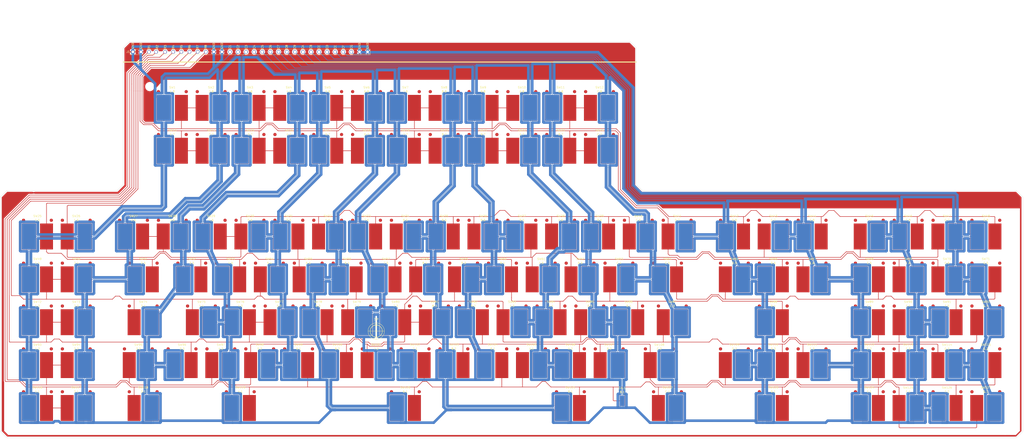
<source format=kicad_pcb>
(kicad_pcb (version 20171130) (host pcbnew "(5.1.9-0-10_14)")
  (layers (0 F.Cu signal) (31 B.Cu signal) (34 B.Paste user) (35 F.Paste user) (36 B.SilkS user) (37 F.SilkS user) (38 B.Mask user) (39 F.Mask user) (44 Edge.Cuts user))
  (net 0 "")
  (net 1 GND)
  (net 2 COL_G)
  (net 3 COL_E)
  (net 4 COL_C)
  (net 5 COL_A)
  (net 6 COL_8)
  (net 7 COL_6)
  (net 8 COL_4)
  (net 9 COL_2)
  (net 10 ROW_8)
  (net 11 ROW_6)
  (net 12 ROW_4)
  (net 13 ROW_2)
  (net 14 COL_F)
  (net 15 COL_D)
  (net 16 COL_B)
  (net 17 COL_9)
  (net 18 COL_7)
  (net 19 COL_5)
  (net 20 COL_3)
  (net 21 COL_1)
  (net 22 ROW_7)
  (net 23 ROW_5)
  (net 24 ROW_3)
  (net 25 ROW_1)
  (net 26 "Net-(SW1-PadREF)")
  (net 27 "Net-(SW1-PadA)")
  (net 28 "Net-(SW2-PadREF)")
  (net 29 "Net-(SW2-PadA)")
  (net 30 "Net-(SW3-PadREF)")
  (net 31 "Net-(SW3-PadA)")
  (net 32 "Net-(SW4-PadREF)")
  (net 33 "Net-(SW4-PadA)")
  (net 34 "Net-(SW5-PadREF)")
  (net 35 "Net-(SW5-PadA)")
  (net 36 "Net-(SW6-PadREF)")
  (net 37 "Net-(SW6-PadA)")
  (net 38 "Net-(SW7-PadREF)")
  (net 39 "Net-(SW7-PadA)")
  (net 40 "Net-(SW8-PadREF)")
  (net 41 "Net-(SW8-PadA)")
  (net 42 "Net-(SW9-PadREF)")
  (net 43 "Net-(SW9-PadA)")
  (net 44 "Net-(SW10-PadREF)")
  (net 45 "Net-(SW10-PadA)")
  (net 46 "Net-(SW11-PadREF)")
  (net 47 "Net-(SW11-PadA)")
  (net 48 "Net-(SW12-PadREF)")
  (net 49 "Net-(SW12-PadA)")
  (net 50 "Net-(SW13-PadREF)")
  (net 51 "Net-(SW13-PadA)")
  (net 52 "Net-(SW14-PadREF)")
  (net 53 "Net-(SW14-PadA)")
  (net 54 "Net-(SW15-PadREF)")
  (net 55 "Net-(SW15-PadA)")
  (net 56 "Net-(SW16-PadREF)")
  (net 57 "Net-(SW16-PadA)")
  (net 58 "Net-(SW17-PadREF)")
  (net 59 "Net-(SW17-PadA)")
  (net 60 "Net-(SW18-PadREF)")
  (net 61 "Net-(SW18-PadA)")
  (net 62 "Net-(SW19-PadREF)")
  (net 63 "Net-(SW19-PadA)")
  (net 64 "Net-(SW20-PadREF)")
  (net 65 "Net-(SW20-PadA)")
  (net 66 "Net-(SW21-PadREF)")
  (net 67 "Net-(SW21-PadA)")
  (net 68 "Net-(SW22-PadREF)")
  (net 69 "Net-(SW22-PadA)")
  (net 70 "Net-(SW23-PadREF)")
  (net 71 "Net-(SW23-PadA)")
  (net 72 "Net-(SW24-PadREF)")
  (net 73 "Net-(SW24-PadA)")
  (net 74 "Net-(SW25-PadREF)")
  (net 75 "Net-(SW25-PadA)")
  (net 76 "Net-(SW26-PadREF)")
  (net 77 "Net-(SW26-PadA)")
  (net 78 "Net-(SW27-PadREF)")
  (net 79 "Net-(SW27-PadA)")
  (net 80 "Net-(SW28-PadREF)")
  (net 81 "Net-(SW28-PadA)")
  (net 82 "Net-(SW29-PadREF)")
  (net 83 "Net-(SW29-PadA)")
  (net 84 "Net-(SW30-PadREF)")
  (net 85 "Net-(SW30-PadA)")
  (net 86 "Net-(SW31-PadREF)")
  (net 87 "Net-(SW31-PadA)")
  (net 88 "Net-(SW32-PadREF)")
  (net 89 "Net-(SW32-PadA)")
  (net 90 "Net-(SW33-PadREF)")
  (net 91 "Net-(SW33-PadA)")
  (net 92 "Net-(SW34-PadREF)")
  (net 93 "Net-(SW34-PadA)")
  (net 94 "Net-(SW35-PadREF)")
  (net 95 "Net-(SW35-PadA)")
  (net 96 "Net-(SW36-PadREF)")
  (net 97 "Net-(SW36-PadA)")
  (net 98 "Net-(SW37-PadREF)")
  (net 99 "Net-(SW37-PadA)")
  (net 100 "Net-(SW38-PadREF)")
  (net 101 "Net-(SW38-PadA)")
  (net 102 "Net-(SW39-PadREF)")
  (net 103 "Net-(SW39-PadA)")
  (net 104 "Net-(SW40-PadREF)")
  (net 105 "Net-(SW40-PadA)")
  (net 106 "Net-(SW41-PadREF)")
  (net 107 "Net-(SW41-PadA)")
  (net 108 "Net-(SW42-PadREF)")
  (net 109 "Net-(SW42-PadA)")
  (net 110 "Net-(SW43-PadREF)")
  (net 111 "Net-(SW43-PadA)")
  (net 112 "Net-(SW44-PadREF)")
  (net 113 "Net-(SW44-PadA)")
  (net 114 "Net-(SW45-PadREF)")
  (net 115 "Net-(SW45-PadA)")
  (net 116 "Net-(SW46-PadREF)")
  (net 117 "Net-(SW46-PadA)")
  (net 118 "Net-(SW47-PadREF)")
  (net 119 "Net-(SW47-PadA)")
  (net 120 "Net-(SW48-PadREF)")
  (net 121 "Net-(SW48-PadA)")
  (net 122 "Net-(SW49-PadREF)")
  (net 123 "Net-(SW49-PadA)")
  (net 124 "Net-(SW50-PadREF)")
  (net 125 "Net-(SW50-PadA)")
  (net 126 "Net-(SW51-PadREF)")
  (net 127 "Net-(SW51-PadA)")
  (net 128 "Net-(SW52-PadREF)")
  (net 129 "Net-(SW52-PadA)")
  (net 130 "Net-(SW53-PadREF)")
  (net 131 "Net-(SW53-PadA)")
  (net 132 "Net-(SW54-PadREF)")
  (net 133 "Net-(SW54-PadA)")
  (net 134 "Net-(SW55-PadREF)")
  (net 135 "Net-(SW55-PadA)")
  (net 136 "Net-(SW56-PadREF)")
  (net 137 "Net-(SW56-PadA)")
  (net 138 "Net-(SW57-PadREF)")
  (net 139 "Net-(SW57-PadA)")
  (net 140 "Net-(SW58-PadREF)")
  (net 141 "Net-(SW58-PadA)")
  (net 142 "Net-(SW59-PadREF)")
  (net 143 "Net-(SW59-PadA)")
  (net 144 "Net-(SW60-PadREF)")
  (net 145 "Net-(SW60-PadA)")
  (net 146 "Net-(SW61-PadREF)")
  (net 147 "Net-(SW61-PadA)")
  (net 148 "Net-(SW62-PadREF)")
  (net 149 "Net-(SW62-PadA)")
  (net 150 "Net-(SW63-PadREF)")
  (net 151 "Net-(SW63-PadA)")
  (net 152 "Net-(SW64-PadREF)")
  (net 153 "Net-(SW64-PadA)")
  (net 154 "Net-(SW65-PadREF)")
  (net 155 "Net-(SW65-PadA)")
  (net 156 "Net-(SW66-PadREF)")
  (net 157 "Net-(SW66-PadA)")
  (net 158 "Net-(SW67-PadREF)")
  (net 159 "Net-(SW67-PadA)")
  (net 160 "Net-(SW68-PadREF)")
  (net 161 "Net-(SW68-PadA)")
  (net 162 "Net-(SW69-PadREF)")
  (net 163 "Net-(SW69-PadA)")
  (net 164 "Net-(SW70-PadREF)")
  (net 165 "Net-(SW70-PadA)")
  (net 166 "Net-(SW71-PadREF)")
  (net 167 "Net-(SW71-PadA)")
  (net 168 "Net-(SW72-PadREF)")
  (net 169 "Net-(SW72-PadA)")
  (net 170 "Net-(SW73-PadREF)")
  (net 171 "Net-(SW73-PadA)")
  (net 172 "Net-(SW74-PadREF)")
  (net 173 "Net-(SW74-PadA)")
  (net 174 "Net-(SW75-PadREF)")
  (net 175 "Net-(SW75-PadA)")
  (net 176 "Net-(SW76-PadREF)")
  (net 177 "Net-(SW76-PadA)")
  (net 178 "Net-(SW77-PadREF)")
  (net 179 "Net-(SW77-PadA)")
  (net 180 "Net-(SW78-PadREF)")
  (net 181 "Net-(SW78-PadA)")
  (net 182 "Net-(SW79-PadREF)")
  (net 183 "Net-(SW79-PadA)")
  (net 184 "Net-(SW80-PadREF)")
  (net 185 "Net-(SW80-PadA)")
  (net 186 "Net-(SW81-PadREF)")
  (net 187 "Net-(SW81-PadA)")
  (net 188 "Net-(SW82-PadREF)")
  (net 189 "Net-(SW82-PadA)")
  (net 190 "Net-(SW83-PadREF)")
  (net 191 "Net-(SW83-PadA)")
  (net 192 "Net-(SW84-PadREF)")
  (net 193 "Net-(SW84-PadA)")
  (net 194 "Net-(SW85-PadREF)")
  (net 195 "Net-(SW85-PadA)")
  (net 196 "Net-(SW86-PadREF)")
  (net 197 "Net-(SW86-PadA)")
  (net 198 "Net-(SW87-PadREF)")
  (net 199 "Net-(SW87-PadA)")
  (net 200 "Net-(SW88-PadREF)")
  (net 201 "Net-(SW88-PadA)")
  (net 202 "Net-(SW89-PadREF)")
  (net 203 "Net-(SW89-PadA)")
  (net 204 "Net-(SW90-PadREF)")
  (net 205 "Net-(SW90-PadA)")
  (net 206 "Net-(SW91-PadREF)")
  (net 207 "Net-(SW91-PadA)")
  (net 208 "Net-(SW92-PadREF)")
  (net 209 "Net-(SW92-PadA)")
  (net 210 "Net-(SW93-PadREF)")
  (net 211 "Net-(SW93-PadA)")
  (net 212 "Net-(SW94-PadREF)")
  (net 213 "Net-(SW94-PadA)")
  (net 214 "Net-(SW95-PadREF)")
  (net 215 "Net-(SW95-PadA)")
  (net 216 "Net-(SW96-PadREF)")
  (net 217 "Net-(SW96-PadA)")
  (net 218 "Net-(SW97-PadREF)")
  (net 219 "Net-(SW97-PadA)")
  (net 220 "Net-(SW98-PadREF)")
  (net 221 "Net-(SW98-PadA)")
  (net 222 "Net-(SW99-PadREF)")
  (net 223 "Net-(SW99-PadA)")
  (net 224 "Net-(SW100-PadREF)")
  (net 225 "Net-(SW100-PadA)")
  (net 226 "Net-(SW101-PadREF)")
  (net 227 "Net-(SW101-PadA)")
  (net 228 "Net-(SW102-PadREF)")
  (net 229 "Net-(SW102-PadA)")
  (net 230 "Net-(SW103-PadREF)")
  (net 231 "Net-(SW103-PadA)")
  (net 232 "Net-(SW104-PadREF)")
  (net 233 "Net-(SW104-PadA)")
  (net 234 "Net-(SW105-PadREF)")
  (net 235 "Net-(SW105-PadA)")
  (net 236 "Net-(SW106-PadREF)")
  (net 237 "Net-(SW106-PadA)")
  (net 238 "Net-(SW107-PadREF)")
  (net 239 "Net-(SW107-PadA)")
  (net 240 "Net-(SW108-PadREF)")
  (net 241 "Net-(SW108-PadA)")
  (net 242 "Net-(SW109-PadREF)")
  (net 243 "Net-(SW109-PadA)")
  (net 244 "Net-(SW110-PadREF)")
  (net 245 "Net-(SW110-PadA)")
  (net 246 "Net-(SW111-PadREF)")
  (net 247 "Net-(SW111-PadA)")
  (net 248 "Net-(SW112-PadREF)")
  (net 249 "Net-(SW112-PadA)")
  (net 250 "Net-(SW113-PadREF)")
  (net 251 "Net-(SW113-PadA)")
  (net 252 "Net-(SW114-PadREF)")
  (net 253 "Net-(SW114-PadA)")
  (net 254 "Net-(SW115-PadREF)")
  (net 255 "Net-(SW115-PadA)")
  (net 256 "Net-(SW116-PadREF)")
  (net 257 "Net-(SW116-PadA)")
  (net 258 "Net-(SW117-PadREF)")
  (net 259 "Net-(SW117-PadA)")
  (net 260 "Net-(SW118-PadREF)")
  (net 261 "Net-(SW118-PadA)")
  (net 262 "Net-(SW119-PadREF)")
  (net 263 "Net-(SW119-PadA)")
  (net 264 "Net-(SW121-PadREF)")
  (net 265 "Net-(SW121-PadA)")
  (net 266 "Net-(SW122-PadREF)")
  (net 267 "Net-(SW122-PadA)")
  (net 268 "Net-(SW123-PadREF)")
  (net 269 "Net-(SW123-PadA)")
  (net 270 "Net-(SW124-PadREF)")
  (net 271 "Net-(SW124-PadA)")
  (net 272 "Net-(SW125-PadREF)")
  (net 273 "Net-(SW125-PadA)")
  (net 274 "Net-(SW126-PadREF)")
  (net 275 "Net-(SW126-PadA)")
  (net 276 "Net-(SW127-PadREF)")
  (net 277 "Net-(SW127-PadA)")
  (net 278 "Net-(SW1-PadD)")
  (net 279 "Net-(SW1-PadC)")
  (net 280 "Net-(SW1-PadE)")
  (net 281 "Net-(SW1-PadB)")
  (net 282 "Net-(SW2-PadD)")
  (net 283 "Net-(SW2-PadC)")
  (net 284 "Net-(SW2-PadE)")
  (net 285 "Net-(SW2-PadB)")
  (net 286 "Net-(SW3-PadD)")
  (net 287 "Net-(SW3-PadC)")
  (net 288 "Net-(SW3-PadE)")
  (net 289 "Net-(SW3-PadB)")
  (net 290 "Net-(SW4-PadD)")
  (net 291 "Net-(SW4-PadC)")
  (net 292 "Net-(SW4-PadE)")
  (net 293 "Net-(SW4-PadB)")
  (net 294 "Net-(SW5-PadD)")
  (net 295 "Net-(SW5-PadC)")
  (net 296 "Net-(SW5-PadE)")
  (net 297 "Net-(SW5-PadB)")
  (net 298 "Net-(SW6-PadD)")
  (net 299 "Net-(SW6-PadC)")
  (net 300 "Net-(SW6-PadE)")
  (net 301 "Net-(SW6-PadB)")
  (net 302 "Net-(SW7-PadD)")
  (net 303 "Net-(SW7-PadC)")
  (net 304 "Net-(SW7-PadE)")
  (net 305 "Net-(SW7-PadB)")
  (net 306 "Net-(SW8-PadD)")
  (net 307 "Net-(SW8-PadC)")
  (net 308 "Net-(SW8-PadE)")
  (net 309 "Net-(SW8-PadB)")
  (net 310 "Net-(SW9-PadD)")
  (net 311 "Net-(SW9-PadC)")
  (net 312 "Net-(SW9-PadE)")
  (net 313 "Net-(SW9-PadB)")
  (net 314 "Net-(SW10-PadD)")
  (net 315 "Net-(SW10-PadC)")
  (net 316 "Net-(SW10-PadE)")
  (net 317 "Net-(SW10-PadB)")
  (net 318 "Net-(SW11-PadD)")
  (net 319 "Net-(SW11-PadC)")
  (net 320 "Net-(SW11-PadE)")
  (net 321 "Net-(SW11-PadB)")
  (net 322 "Net-(SW12-PadD)")
  (net 323 "Net-(SW12-PadC)")
  (net 324 "Net-(SW12-PadE)")
  (net 325 "Net-(SW12-PadB)")
  (net 326 "Net-(SW13-PadD)")
  (net 327 "Net-(SW13-PadC)")
  (net 328 "Net-(SW13-PadE)")
  (net 329 "Net-(SW13-PadB)")
  (net 330 "Net-(SW14-PadD)")
  (net 331 "Net-(SW14-PadC)")
  (net 332 "Net-(SW14-PadE)")
  (net 333 "Net-(SW14-PadB)")
  (net 334 "Net-(SW15-PadD)")
  (net 335 "Net-(SW15-PadC)")
  (net 336 "Net-(SW15-PadE)")
  (net 337 "Net-(SW15-PadB)")
  (net 338 "Net-(SW16-PadD)")
  (net 339 "Net-(SW16-PadC)")
  (net 340 "Net-(SW16-PadE)")
  (net 341 "Net-(SW16-PadB)")
  (net 342 "Net-(SW17-PadD)")
  (net 343 "Net-(SW17-PadC)")
  (net 344 "Net-(SW17-PadE)")
  (net 345 "Net-(SW17-PadB)")
  (net 346 "Net-(SW18-PadD)")
  (net 347 "Net-(SW18-PadC)")
  (net 348 "Net-(SW18-PadE)")
  (net 349 "Net-(SW18-PadB)")
  (net 350 "Net-(SW19-PadD)")
  (net 351 "Net-(SW19-PadC)")
  (net 352 "Net-(SW19-PadE)")
  (net 353 "Net-(SW19-PadB)")
  (net 354 "Net-(SW20-PadD)")
  (net 355 "Net-(SW20-PadC)")
  (net 356 "Net-(SW20-PadE)")
  (net 357 "Net-(SW20-PadB)")
  (net 358 "Net-(SW21-PadD)")
  (net 359 "Net-(SW21-PadC)")
  (net 360 "Net-(SW21-PadE)")
  (net 361 "Net-(SW21-PadB)")
  (net 362 "Net-(SW22-PadD)")
  (net 363 "Net-(SW22-PadC)")
  (net 364 "Net-(SW22-PadE)")
  (net 365 "Net-(SW22-PadB)")
  (net 366 "Net-(SW23-PadD)")
  (net 367 "Net-(SW23-PadC)")
  (net 368 "Net-(SW23-PadE)")
  (net 369 "Net-(SW23-PadB)")
  (net 370 "Net-(SW24-PadD)")
  (net 371 "Net-(SW24-PadC)")
  (net 372 "Net-(SW24-PadE)")
  (net 373 "Net-(SW24-PadB)")
  (net 374 "Net-(SW25-PadD)")
  (net 375 "Net-(SW25-PadC)")
  (net 376 "Net-(SW25-PadE)")
  (net 377 "Net-(SW25-PadB)")
  (net 378 "Net-(SW26-PadD)")
  (net 379 "Net-(SW26-PadC)")
  (net 380 "Net-(SW26-PadE)")
  (net 381 "Net-(SW26-PadB)")
  (net 382 "Net-(SW27-PadD)")
  (net 383 "Net-(SW27-PadC)")
  (net 384 "Net-(SW27-PadE)")
  (net 385 "Net-(SW27-PadB)")
  (net 386 "Net-(SW28-PadD)")
  (net 387 "Net-(SW28-PadC)")
  (net 388 "Net-(SW28-PadE)")
  (net 389 "Net-(SW28-PadB)")
  (net 390 "Net-(SW29-PadD)")
  (net 391 "Net-(SW29-PadC)")
  (net 392 "Net-(SW29-PadE)")
  (net 393 "Net-(SW29-PadB)")
  (net 394 "Net-(SW30-PadD)")
  (net 395 "Net-(SW30-PadC)")
  (net 396 "Net-(SW30-PadE)")
  (net 397 "Net-(SW30-PadB)")
  (net 398 "Net-(SW31-PadD)")
  (net 399 "Net-(SW31-PadC)")
  (net 400 "Net-(SW31-PadE)")
  (net 401 "Net-(SW31-PadB)")
  (net 402 "Net-(SW32-PadD)")
  (net 403 "Net-(SW32-PadC)")
  (net 404 "Net-(SW32-PadE)")
  (net 405 "Net-(SW32-PadB)")
  (net 406 "Net-(SW33-PadD)")
  (net 407 "Net-(SW33-PadC)")
  (net 408 "Net-(SW33-PadE)")
  (net 409 "Net-(SW33-PadB)")
  (net 410 "Net-(SW34-PadD)")
  (net 411 "Net-(SW34-PadC)")
  (net 412 "Net-(SW34-PadE)")
  (net 413 "Net-(SW34-PadB)")
  (net 414 "Net-(SW35-PadD)")
  (net 415 "Net-(SW35-PadC)")
  (net 416 "Net-(SW35-PadE)")
  (net 417 "Net-(SW35-PadB)")
  (net 418 "Net-(SW36-PadD)")
  (net 419 "Net-(SW36-PadC)")
  (net 420 "Net-(SW36-PadE)")
  (net 421 "Net-(SW36-PadB)")
  (net 422 "Net-(SW37-PadD)")
  (net 423 "Net-(SW37-PadC)")
  (net 424 "Net-(SW37-PadE)")
  (net 425 "Net-(SW37-PadB)")
  (net 426 "Net-(SW38-PadD)")
  (net 427 "Net-(SW38-PadC)")
  (net 428 "Net-(SW38-PadE)")
  (net 429 "Net-(SW38-PadB)")
  (net 430 "Net-(SW39-PadD)")
  (net 431 "Net-(SW39-PadC)")
  (net 432 "Net-(SW39-PadE)")
  (net 433 "Net-(SW39-PadB)")
  (net 434 "Net-(SW40-PadD)")
  (net 435 "Net-(SW40-PadC)")
  (net 436 "Net-(SW40-PadE)")
  (net 437 "Net-(SW40-PadB)")
  (net 438 "Net-(SW41-PadD)")
  (net 439 "Net-(SW41-PadC)")
  (net 440 "Net-(SW41-PadE)")
  (net 441 "Net-(SW41-PadB)")
  (net 442 "Net-(SW42-PadD)")
  (net 443 "Net-(SW42-PadC)")
  (net 444 "Net-(SW42-PadE)")
  (net 445 "Net-(SW42-PadB)")
  (net 446 "Net-(SW43-PadD)")
  (net 447 "Net-(SW43-PadC)")
  (net 448 "Net-(SW43-PadE)")
  (net 449 "Net-(SW43-PadB)")
  (net 450 "Net-(SW44-PadD)")
  (net 451 "Net-(SW44-PadC)")
  (net 452 "Net-(SW44-PadE)")
  (net 453 "Net-(SW44-PadB)")
  (net 454 "Net-(SW45-PadD)")
  (net 455 "Net-(SW45-PadC)")
  (net 456 "Net-(SW45-PadE)")
  (net 457 "Net-(SW45-PadB)")
  (net 458 "Net-(SW46-PadD)")
  (net 459 "Net-(SW46-PadC)")
  (net 460 "Net-(SW46-PadE)")
  (net 461 "Net-(SW46-PadB)")
  (net 462 "Net-(SW47-PadD)")
  (net 463 "Net-(SW47-PadC)")
  (net 464 "Net-(SW47-PadE)")
  (net 465 "Net-(SW47-PadB)")
  (net 466 "Net-(SW48-PadD)")
  (net 467 "Net-(SW48-PadC)")
  (net 468 "Net-(SW48-PadE)")
  (net 469 "Net-(SW48-PadB)")
  (net 470 "Net-(SW49-PadD)")
  (net 471 "Net-(SW49-PadC)")
  (net 472 "Net-(SW49-PadE)")
  (net 473 "Net-(SW49-PadB)")
  (net 474 "Net-(SW50-PadD)")
  (net 475 "Net-(SW50-PadC)")
  (net 476 "Net-(SW50-PadE)")
  (net 477 "Net-(SW50-PadB)")
  (net 478 "Net-(SW51-PadD)")
  (net 479 "Net-(SW51-PadC)")
  (net 480 "Net-(SW51-PadE)")
  (net 481 "Net-(SW51-PadB)")
  (net 482 "Net-(SW52-PadD)")
  (net 483 "Net-(SW52-PadC)")
  (net 484 "Net-(SW52-PadE)")
  (net 485 "Net-(SW52-PadB)")
  (net 486 "Net-(SW53-PadD)")
  (net 487 "Net-(SW53-PadC)")
  (net 488 "Net-(SW53-PadE)")
  (net 489 "Net-(SW53-PadB)")
  (net 490 "Net-(SW54-PadD)")
  (net 491 "Net-(SW54-PadC)")
  (net 492 "Net-(SW54-PadE)")
  (net 493 "Net-(SW54-PadB)")
  (net 494 "Net-(SW55-PadD)")
  (net 495 "Net-(SW55-PadC)")
  (net 496 "Net-(SW55-PadE)")
  (net 497 "Net-(SW55-PadB)")
  (net 498 "Net-(SW56-PadD)")
  (net 499 "Net-(SW56-PadC)")
  (net 500 "Net-(SW56-PadE)")
  (net 501 "Net-(SW56-PadB)")
  (net 502 "Net-(SW57-PadD)")
  (net 503 "Net-(SW57-PadC)")
  (net 504 "Net-(SW57-PadE)")
  (net 505 "Net-(SW57-PadB)")
  (net 506 "Net-(SW58-PadD)")
  (net 507 "Net-(SW58-PadC)")
  (net 508 "Net-(SW58-PadE)")
  (net 509 "Net-(SW58-PadB)")
  (net 510 "Net-(SW59-PadD)")
  (net 511 "Net-(SW59-PadC)")
  (net 512 "Net-(SW59-PadE)")
  (net 513 "Net-(SW59-PadB)")
  (net 514 "Net-(SW60-PadD)")
  (net 515 "Net-(SW60-PadC)")
  (net 516 "Net-(SW60-PadE)")
  (net 517 "Net-(SW60-PadB)")
  (net 518 "Net-(SW61-PadD)")
  (net 519 "Net-(SW61-PadC)")
  (net 520 "Net-(SW61-PadE)")
  (net 521 "Net-(SW61-PadB)")
  (net 522 "Net-(SW62-PadD)")
  (net 523 "Net-(SW62-PadC)")
  (net 524 "Net-(SW62-PadE)")
  (net 525 "Net-(SW62-PadB)")
  (net 526 "Net-(SW63-PadD)")
  (net 527 "Net-(SW63-PadC)")
  (net 528 "Net-(SW63-PadE)")
  (net 529 "Net-(SW63-PadB)")
  (net 530 "Net-(SW64-PadD)")
  (net 531 "Net-(SW64-PadC)")
  (net 532 "Net-(SW64-PadE)")
  (net 533 "Net-(SW64-PadB)")
  (net 534 "Net-(SW65-PadD)")
  (net 535 "Net-(SW65-PadC)")
  (net 536 "Net-(SW65-PadE)")
  (net 537 "Net-(SW65-PadB)")
  (net 538 "Net-(SW66-PadD)")
  (net 539 "Net-(SW66-PadC)")
  (net 540 "Net-(SW66-PadE)")
  (net 541 "Net-(SW66-PadB)")
  (net 542 "Net-(SW67-PadD)")
  (net 543 "Net-(SW67-PadC)")
  (net 544 "Net-(SW67-PadE)")
  (net 545 "Net-(SW67-PadB)")
  (net 546 "Net-(SW68-PadB)")
  (net 547 "Net-(SW68-PadE)")
  (net 548 "Net-(SW68-PadC)")
  (net 549 "Net-(SW68-PadD)")
  (net 550 "Net-(SW69-PadD)")
  (net 551 "Net-(SW69-PadC)")
  (net 552 "Net-(SW69-PadE)")
  (net 553 "Net-(SW69-PadB)")
  (net 554 "Net-(SW70-PadD)")
  (net 555 "Net-(SW70-PadC)")
  (net 556 "Net-(SW70-PadE)")
  (net 557 "Net-(SW70-PadB)")
  (net 558 "Net-(SW71-PadD)")
  (net 559 "Net-(SW71-PadC)")
  (net 560 "Net-(SW71-PadE)")
  (net 561 "Net-(SW71-PadB)")
  (net 562 "Net-(SW72-PadD)")
  (net 563 "Net-(SW72-PadC)")
  (net 564 "Net-(SW72-PadE)")
  (net 565 "Net-(SW72-PadB)")
  (net 566 "Net-(SW73-PadD)")
  (net 567 "Net-(SW73-PadC)")
  (net 568 "Net-(SW73-PadE)")
  (net 569 "Net-(SW73-PadB)")
  (net 570 "Net-(SW74-PadD)")
  (net 571 "Net-(SW74-PadC)")
  (net 572 "Net-(SW74-PadE)")
  (net 573 "Net-(SW74-PadB)")
  (net 574 "Net-(SW75-PadD)")
  (net 575 "Net-(SW75-PadC)")
  (net 576 "Net-(SW75-PadE)")
  (net 577 "Net-(SW75-PadB)")
  (net 578 "Net-(SW76-PadD)")
  (net 579 "Net-(SW76-PadC)")
  (net 580 "Net-(SW76-PadE)")
  (net 581 "Net-(SW76-PadB)")
  (net 582 "Net-(SW77-PadD)")
  (net 583 "Net-(SW77-PadC)")
  (net 584 "Net-(SW77-PadE)")
  (net 585 "Net-(SW77-PadB)")
  (net 586 "Net-(SW78-PadD)")
  (net 587 "Net-(SW78-PadC)")
  (net 588 "Net-(SW78-PadE)")
  (net 589 "Net-(SW78-PadB)")
  (net 590 "Net-(SW79-PadD)")
  (net 591 "Net-(SW79-PadC)")
  (net 592 "Net-(SW79-PadE)")
  (net 593 "Net-(SW79-PadB)")
  (net 594 "Net-(SW80-PadD)")
  (net 595 "Net-(SW80-PadC)")
  (net 596 "Net-(SW80-PadE)")
  (net 597 "Net-(SW80-PadB)")
  (net 598 "Net-(SW81-PadD)")
  (net 599 "Net-(SW81-PadC)")
  (net 600 "Net-(SW81-PadE)")
  (net 601 "Net-(SW81-PadB)")
  (net 602 "Net-(SW82-PadD)")
  (net 603 "Net-(SW82-PadC)")
  (net 604 "Net-(SW82-PadE)")
  (net 605 "Net-(SW82-PadB)")
  (net 606 "Net-(SW83-PadD)")
  (net 607 "Net-(SW83-PadC)")
  (net 608 "Net-(SW83-PadE)")
  (net 609 "Net-(SW83-PadB)")
  (net 610 "Net-(SW84-PadD)")
  (net 611 "Net-(SW84-PadC)")
  (net 612 "Net-(SW84-PadE)")
  (net 613 "Net-(SW84-PadB)")
  (net 614 "Net-(SW85-PadD)")
  (net 615 "Net-(SW85-PadC)")
  (net 616 "Net-(SW85-PadE)")
  (net 617 "Net-(SW85-PadB)")
  (net 618 "Net-(SW86-PadD)")
  (net 619 "Net-(SW86-PadC)")
  (net 620 "Net-(SW86-PadE)")
  (net 621 "Net-(SW86-PadB)")
  (net 622 "Net-(SW87-PadD)")
  (net 623 "Net-(SW87-PadC)")
  (net 624 "Net-(SW87-PadE)")
  (net 625 "Net-(SW87-PadB)")
  (net 626 "Net-(SW88-PadD)")
  (net 627 "Net-(SW88-PadC)")
  (net 628 "Net-(SW88-PadE)")
  (net 629 "Net-(SW88-PadB)")
  (net 630 "Net-(SW89-PadD)")
  (net 631 "Net-(SW89-PadC)")
  (net 632 "Net-(SW89-PadE)")
  (net 633 "Net-(SW89-PadB)")
  (net 634 "Net-(SW90-PadD)")
  (net 635 "Net-(SW90-PadC)")
  (net 636 "Net-(SW90-PadE)")
  (net 637 "Net-(SW90-PadB)")
  (net 638 "Net-(SW91-PadD)")
  (net 639 "Net-(SW91-PadC)")
  (net 640 "Net-(SW91-PadE)")
  (net 641 "Net-(SW91-PadB)")
  (net 642 "Net-(SW92-PadD)")
  (net 643 "Net-(SW92-PadC)")
  (net 644 "Net-(SW92-PadE)")
  (net 645 "Net-(SW92-PadB)")
  (net 646 "Net-(SW93-PadD)")
  (net 647 "Net-(SW93-PadC)")
  (net 648 "Net-(SW93-PadE)")
  (net 649 "Net-(SW93-PadB)")
  (net 650 "Net-(SW94-PadD)")
  (net 651 "Net-(SW94-PadC)")
  (net 652 "Net-(SW94-PadE)")
  (net 653 "Net-(SW94-PadB)")
  (net 654 "Net-(SW95-PadD)")
  (net 655 "Net-(SW95-PadC)")
  (net 656 "Net-(SW95-PadE)")
  (net 657 "Net-(SW95-PadB)")
  (net 658 "Net-(SW96-PadD)")
  (net 659 "Net-(SW96-PadC)")
  (net 660 "Net-(SW96-PadE)")
  (net 661 "Net-(SW96-PadB)")
  (net 662 "Net-(SW97-PadD)")
  (net 663 "Net-(SW97-PadC)")
  (net 664 "Net-(SW97-PadE)")
  (net 665 "Net-(SW97-PadB)")
  (net 666 "Net-(SW98-PadD)")
  (net 667 "Net-(SW98-PadC)")
  (net 668 "Net-(SW98-PadE)")
  (net 669 "Net-(SW98-PadB)")
  (net 670 "Net-(SW99-PadD)")
  (net 671 "Net-(SW99-PadC)")
  (net 672 "Net-(SW99-PadE)")
  (net 673 "Net-(SW99-PadB)")
  (net 674 "Net-(SW100-PadD)")
  (net 675 "Net-(SW100-PadC)")
  (net 676 "Net-(SW100-PadE)")
  (net 677 "Net-(SW100-PadB)")
  (net 678 "Net-(SW101-PadD)")
  (net 679 "Net-(SW101-PadC)")
  (net 680 "Net-(SW101-PadE)")
  (net 681 "Net-(SW101-PadB)")
  (net 682 "Net-(SW102-PadD)")
  (net 683 "Net-(SW102-PadC)")
  (net 684 "Net-(SW102-PadE)")
  (net 685 "Net-(SW102-PadB)")
  (net 686 "Net-(SW103-PadD)")
  (net 687 "Net-(SW103-PadC)")
  (net 688 "Net-(SW103-PadE)")
  (net 689 "Net-(SW103-PadB)")
  (net 690 "Net-(SW104-PadD)")
  (net 691 "Net-(SW104-PadC)")
  (net 692 "Net-(SW104-PadE)")
  (net 693 "Net-(SW104-PadB)")
  (net 694 "Net-(SW105-PadD)")
  (net 695 "Net-(SW105-PadC)")
  (net 696 "Net-(SW105-PadE)")
  (net 697 "Net-(SW105-PadB)")
  (net 698 "Net-(SW106-PadD)")
  (net 699 "Net-(SW106-PadC)")
  (net 700 "Net-(SW106-PadE)")
  (net 701 "Net-(SW106-PadB)")
  (net 702 "Net-(SW107-PadD)")
  (net 703 "Net-(SW107-PadC)")
  (net 704 "Net-(SW107-PadE)")
  (net 705 "Net-(SW107-PadB)")
  (net 706 "Net-(SW108-PadD)")
  (net 707 "Net-(SW108-PadC)")
  (net 708 "Net-(SW108-PadE)")
  (net 709 "Net-(SW108-PadB)")
  (net 710 "Net-(SW109-PadD)")
  (net 711 "Net-(SW109-PadC)")
  (net 712 "Net-(SW109-PadE)")
  (net 713 "Net-(SW109-PadB)")
  (net 714 "Net-(SW110-PadD)")
  (net 715 "Net-(SW110-PadC)")
  (net 716 "Net-(SW110-PadE)")
  (net 717 "Net-(SW110-PadB)")
  (net 718 "Net-(SW111-PadD)")
  (net 719 "Net-(SW111-PadC)")
  (net 720 "Net-(SW111-PadE)")
  (net 721 "Net-(SW111-PadB)")
  (net 722 "Net-(SW112-PadD)")
  (net 723 "Net-(SW112-PadC)")
  (net 724 "Net-(SW112-PadE)")
  (net 725 "Net-(SW112-PadB)")
  (net 726 "Net-(SW113-PadD)")
  (net 727 "Net-(SW113-PadC)")
  (net 728 "Net-(SW113-PadE)")
  (net 729 "Net-(SW113-PadB)")
  (net 730 "Net-(SW114-PadD)")
  (net 731 "Net-(SW114-PadC)")
  (net 732 "Net-(SW114-PadE)")
  (net 733 "Net-(SW114-PadB)")
  (net 734 "Net-(SW115-PadD)")
  (net 735 "Net-(SW115-PadC)")
  (net 736 "Net-(SW115-PadE)")
  (net 737 "Net-(SW115-PadB)")
  (net 738 "Net-(SW116-PadD)")
  (net 739 "Net-(SW116-PadC)")
  (net 740 "Net-(SW116-PadE)")
  (net 741 "Net-(SW116-PadB)")
  (net 742 "Net-(SW117-PadD)")
  (net 743 "Net-(SW117-PadC)")
  (net 744 "Net-(SW117-PadE)")
  (net 745 "Net-(SW117-PadB)")
  (net 746 "Net-(SW118-PadD)")
  (net 747 "Net-(SW118-PadC)")
  (net 748 "Net-(SW118-PadE)")
  (net 749 "Net-(SW118-PadB)")
  (net 750 "Net-(SW119-PadD)")
  (net 751 "Net-(SW119-PadC)")
  (net 752 "Net-(SW119-PadE)")
  (net 753 "Net-(SW119-PadB)")
  (net 754 "Net-(SW121-PadD)")
  (net 755 "Net-(SW121-PadC)")
  (net 756 "Net-(SW121-PadE)")
  (net 757 "Net-(SW121-PadB)")
  (net 758 "Net-(SW122-PadD)")
  (net 759 "Net-(SW122-PadC)")
  (net 760 "Net-(SW122-PadE)")
  (net 761 "Net-(SW122-PadB)")
  (net 762 "Net-(SW123-PadD)")
  (net 763 "Net-(SW123-PadC)")
  (net 764 "Net-(SW123-PadE)")
  (net 765 "Net-(SW123-PadB)")
  (net 766 "Net-(SW124-PadD)")
  (net 767 "Net-(SW124-PadC)")
  (net 768 "Net-(SW124-PadE)")
  (net 769 "Net-(SW124-PadB)")
  (net 770 "Net-(SW125-PadD)")
  (net 771 "Net-(SW125-PadC)")
  (net 772 "Net-(SW125-PadE)")
  (net 773 "Net-(SW125-PadB)")
  (net 774 "Net-(SW126-PadD)")
  (net 775 "Net-(SW126-PadC)")
  (net 776 "Net-(SW126-PadE)")
  (net 777 "Net-(SW126-PadB)")
  (net 778 "Net-(SW127-PadD)")
  (net 779 "Net-(SW127-PadC)")
  (net 780 "Net-(SW127-PadE)")
  (net 781 "Net-(SW127-PadB)")
  (net 782 "Net-(SW120-PadD)")
  (net 783 "Net-(SW120-PadC)")
  (net 784 "Net-(SW120-PadE)")
  (net 785 "Net-(SW120-PadA)")
  (net 786 "Net-(SW120-PadB)")
  (net 787 "Net-(SW120-PadREF)")
  (module lib_fp:CONN_CAP_IBM_F (layer F.Cu) (at 112 111.335 90)
    (fp_text reference J1 (at 0 -2.33 180) (layer F.SilkS))
    (fp_text value CONN_CAP_IBM_F)
    (pad 30 thru_hole oval (at 0 114.84 90) (size 1.7 1.7) (drill 1.317) (layers *.Cu *.Mask) (net 1 GND))
    (pad 29 thru_hole oval (at 0 110.88 90) (size 1.7 1.7) (drill 1.317) (layers *.Cu *.Mask) (net 1 GND))
    (pad 28 thru_hole oval (at 0 106.92 90) (size 1.7 1.7) (drill 1.317) (layers *.Cu *.Mask) (net 2 COL_G))
    (pad 27 thru_hole oval (at 0 102.96 90) (size 1.7 1.7) (drill 1.317) (layers *.Cu *.Mask) (net 14 COL_F))
    (pad 26 thru_hole oval (at 0 99 90) (size 1.7 1.7) (drill 1.317) (layers *.Cu *.Mask) (net 3 COL_E))
    (pad 25 thru_hole oval (at 0 95.04 90) (size 1.7 1.7) (drill 1.317) (layers *.Cu *.Mask) (net 15 COL_D))
    (pad 24 thru_hole oval (at 0 91.08 90) (size 1.7 1.7) (drill 1.317) (layers *.Cu *.Mask) (net 4 COL_C))
    (pad 23 thru_hole oval (at 0 87.12 90) (size 1.7 1.7) (drill 1.317) (layers *.Cu *.Mask) (net 16 COL_B))
    (pad 22 thru_hole oval (at 0 83.16 90) (size 1.7 1.7) (drill 1.317) (layers *.Cu *.Mask) (net 5 COL_A))
    (pad 21 thru_hole oval (at 0 79.2 90) (size 1.7 1.7) (drill 1.317) (layers *.Cu *.Mask) (net 17 COL_9))
    (pad 20 thru_hole oval (at 0 75.24 90) (size 1.7 1.7) (drill 1.317) (layers *.Cu *.Mask) (net 6 COL_8))
    (pad 19 thru_hole oval (at 0 71.28 90) (size 1.7 1.7) (drill 1.317) (layers *.Cu *.Mask) (net 18 COL_7))
    (pad 18 thru_hole oval (at 0 67.32 90) (size 1.7 1.7) (drill 1.317) (layers *.Cu *.Mask) (net 7 COL_6))
    (pad 17 thru_hole oval (at 0 63.36 90) (size 1.7 1.7) (drill 1.317) (layers *.Cu *.Mask) (net 19 COL_5))
    (pad 16 thru_hole oval (at 0 59.4 90) (size 1.7 1.7) (drill 1.317) (layers *.Cu *.Mask) (net 8 COL_4))
    (pad 15 thru_hole oval (at 0 55.44 90) (size 1.7 1.7) (drill 1.317) (layers *.Cu *.Mask) (net 20 COL_3))
    (pad 14 thru_hole oval (at 0 51.48 90) (size 1.7 1.7) (drill 1.317) (layers *.Cu *.Mask) (net 9 COL_2))
    (pad 13 thru_hole oval (at 0 47.52 90) (size 1.7 1.7) (drill 1.317) (layers *.Cu *.Mask) (net 21 COL_1))
    (pad 12 thru_hole oval (at 0 43.56 90) (size 1.7 1.7) (drill 1.317) (layers *.Cu *.Mask) (net 1 GND))
    (pad 11 thru_hole oval (at 0 39.6 90) (size 1.7 1.7) (drill 1.317) (layers *.Cu *.Mask) (net 1 GND))
    (pad 10 thru_hole oval (at 0 35.64 90) (size 1.7 1.7) (drill 1.317) (layers *.Cu *.Mask) (net 10 ROW_8))
    (pad 9 thru_hole oval (at 0 31.68 90) (size 1.7 1.7) (drill 1.317) (layers *.Cu *.Mask) (net 22 ROW_7))
    (pad 8 thru_hole oval (at 0 27.72 90) (size 1.7 1.7) (drill 1.317) (layers *.Cu *.Mask) (net 11 ROW_6))
    (pad 7 thru_hole oval (at 0 23.76 90) (size 1.7 1.7) (drill 1.317) (layers *.Cu *.Mask) (net 23 ROW_5))
    (pad 6 thru_hole oval (at 0 19.8 90) (size 1.7 1.7) (drill 1.317) (layers *.Cu *.Mask) (net 12 ROW_4))
    (pad 5 thru_hole oval (at 0 15.84 90) (size 1.7 1.7) (drill 1.317) (layers *.Cu *.Mask) (net 24 ROW_3))
    (pad 4 thru_hole oval (at 0 11.43 90) (size 1.7 1.7) (drill 1.317) (layers *.Cu *.Mask) (net 13 ROW_2))
    (pad 3 thru_hole oval (at 0 7.92 90) (size 1.7 1.7) (drill 1.317) (layers *.Cu *.Mask) (net 25 ROW_1))
    (pad 2 thru_hole oval (at 0 3.96 90) (size 1.7 1.7) (drill 1.317) (layers *.Cu *.Mask) (net 1 GND))
    (pad 1 thru_hole rect (at 0 0 90) (size 1.7 1.7) (drill 1.317) (layers *.Cu *.Mask) (net 1 GND))
  )
  (module lib_fp:SW_CAP_IBM_F_ALT (layer F.Cu) (at 169.315 138.77)
    (fp_text reference SW3 (at 0 -10) (layer F.SilkS))
    (fp_text value 3,8 (at 0 -8) (layer F.SilkS))
    (pad REF smd rect (at -4.1275 0) (size 6.985 12.7) (layers F.Cu) (net 30 "Net-(SW3-PadREF)"))
    (pad ROW smd rect (at 4.445 0) (size 6.35 12.7) (layers F.Cu) (net 10 ROW_8))
    (pad COL smd rect (at -4.1275 0) (size 6.985 12.7) (layers B.Cu) (net 20 COL_3))
    (pad B smd circle (at -6.7945 -7.937) (size 1.588 1.588) (layers F.Cu) (net 289 "Net-(SW3-PadB)"))
    (pad A smd circle (at 6.7945 -7.937) (size 1.588 1.588) (layers F.Cu) (net 31 "Net-(SW3-PadA)"))
    (pad E smd circle (at 0 6.35) (size 0.067 0.067) (layers F.Cu) (net 288 "Net-(SW3-PadE)"))
    (pad C smd circle (at 0 -6.35) (size 0.067 0.067) (layers F.Cu) (net 287 "Net-(SW3-PadC)"))
    (pad D smd circle (at 0 0) (size 0.067 0.067) (layers F.Cu) (net 286 "Net-(SW3-PadD)"))
  )
  (module lib_fp:HOLE (layer F.Cu) (at 337.1875 295.35)
    (fp_text reference REF** hide)
    (fp_text value HOLE)
    (pad "" np_thru_hole circle (at 1.3575 0) (size 3.5 3.5) (drill 3.5) (layers *.Cu *.Mask))
  )
  (module lib_fp:HOLE (layer F.Cu) (at 395.4375 295.34)
    (fp_text reference REF** hide)
    (fp_text value HOLE)
    (pad "" np_thru_hole circle (at 1.3575 0) (size 3.5 3.5) (drill 3.5) (layers *.Cu *.Mask))
  )
  (module lib_fp:HOLE (layer F.Cu) (at 452.4375 295.34)
    (fp_text reference REF** hide)
    (fp_text value HOLE)
    (pad "" np_thru_hole circle (at 1.3575 0) (size 3.5 3.5) (drill 3.5) (layers *.Cu *.Mask))
  )
  (module lib_fp:HOLE (layer F.Cu) (at 537.4475 296.34)
    (fp_text reference REF** hide)
    (fp_text value HOLE)
    (pad "" np_thru_hole circle (at 1.3575 0) (size 3.5 3.5) (drill 3.5) (layers *.Cu *.Mask))
  )
  (module lib_fp:HOLE (layer F.Cu) (at 291.4375 295.35)
    (fp_text reference REF** hide)
    (fp_text value HOLE)
    (pad "" np_thru_hole circle (at 1.3575 0) (size 3.5 3.5) (drill 3.5) (layers *.Cu *.Mask))
  )
  (module lib_fp:HOLE (layer F.Cu) (at 220.1875 295.35)
    (fp_text reference REF** hide)
    (fp_text value HOLE)
    (pad "" np_thru_hole circle (at 1.3575 0) (size 3.5 3.5) (drill 3.5) (layers *.Cu *.Mask))
  )
  (module lib_fp:HOLE (layer F.Cu) (at 144.1875 295.35)
    (fp_text reference REF** hide)
    (fp_text value HOLE)
    (pad "" np_thru_hole circle (at 1.3575 0) (size 3.5 3.5) (drill 3.5) (layers *.Cu *.Mask))
  )
  (module lib_fp:HOLE (layer F.Cu) (at 73.4475 295.34)
    (fp_text reference REF** hide)
    (fp_text value HOLE)
    (pad "" np_thru_hole circle (at 1.3575 0) (size 3.5 3.5) (drill 3.5) (layers *.Cu *.Mask))
  )
  (module lib_fp:CAL_CAP_IBM_F (layer F.Cu) (at 351.37 282.27)
    (fp_text reference CAL1 (at 0 -6.27) (layer F.SilkS))
    (fp_text value B,1 (at 0 -4.27 180) (layer F.SilkS))
    (pad ROW smd rect (at 0 0) (size 2.54 5.08) (layers F.Cu) (net 25 ROW_1))
    (pad COL smd rect (at 0 0) (size 2.54 5.08) (layers B.Cu) (net 16 COL_B))
  )
  (module lib_fp:SW_CAP_IBM_F_ALT (layer F.Cu) (at 510.315 285.77)
    (fp_text reference SW126 (at 0 -10) (layer F.SilkS))
    (fp_text value F,2 (at 0 -8) (layer F.SilkS))
    (pad REF smd rect (at -4.1275 0) (size 6.985 12.7) (layers F.Cu) (net 274 "Net-(SW126-PadREF)"))
    (pad ROW smd rect (at 4.445 0) (size 6.35 12.7) (layers F.Cu) (net 13 ROW_2))
    (pad COL smd rect (at -4.1275 0) (size 6.985 12.7) (layers B.Cu) (net 14 COL_F))
    (pad B smd circle (at -6.7945 -7.937) (size 1.588 1.588) (layers F.Cu) (net 777 "Net-(SW126-PadB)"))
    (pad A smd circle (at 6.7945 -7.937) (size 1.588 1.588) (layers F.Cu) (net 275 "Net-(SW126-PadA)"))
    (pad E smd circle (at 0 6.35) (size 0.067 0.067) (layers F.Cu) (net 776 "Net-(SW126-PadE)"))
    (pad C smd circle (at 0 -6.35) (size 0.067 0.067) (layers F.Cu) (net 775 "Net-(SW126-PadC)"))
    (pad D smd circle (at 0 0) (size 0.067 0.067) (layers F.Cu) (net 774 "Net-(SW126-PadD)"))
  )
  (module lib_fp:SW_CAP_IBM_F_ALT (layer F.Cu) (at 472.315 285.77)
    (fp_text reference SW124 (at 0 -10) (layer F.SilkS))
    (fp_text value E,1 (at 0 -8) (layer F.SilkS))
    (pad REF smd rect (at -4.1275 0) (size 6.985 12.7) (layers F.Cu) (net 270 "Net-(SW124-PadREF)"))
    (pad ROW smd rect (at 4.445 0) (size 6.35 12.7) (layers F.Cu) (net 25 ROW_1))
    (pad COL smd rect (at -4.1275 0) (size 6.985 12.7) (layers B.Cu) (net 3 COL_E))
    (pad B smd circle (at -6.7945 -7.937) (size 1.588 1.588) (layers F.Cu) (net 769 "Net-(SW124-PadB)"))
    (pad A smd circle (at 6.7945 -7.937) (size 1.588 1.588) (layers F.Cu) (net 271 "Net-(SW124-PadA)"))
    (pad E smd circle (at 0 6.35) (size 0.067 0.067) (layers F.Cu) (net 768 "Net-(SW124-PadE)"))
    (pad C smd circle (at 0 -6.35) (size 0.067 0.067) (layers F.Cu) (net 767 "Net-(SW124-PadC)"))
    (pad D smd circle (at 0 0) (size 0.067 0.067) (layers F.Cu) (net 766 "Net-(SW124-PadD)"))
  )
  (module lib_fp:SW_CAP_IBM_F_ALT (layer F.Cu) (at 425.315 285.77)
    (fp_text reference SW123 (at 0 -10) (layer F.SilkS))
    (fp_text value D,1 (at 0 -8) (layer F.SilkS))
    (pad REF smd rect (at -4.1275 0) (size 6.985 12.7) (layers F.Cu) (net 268 "Net-(SW123-PadREF)"))
    (pad ROW smd rect (at 4.445 0) (size 6.35 12.7) (layers F.Cu) (net 25 ROW_1))
    (pad COL smd rect (at -4.1275 0) (size 6.985 12.7) (layers B.Cu) (net 15 COL_D))
    (pad B smd circle (at -6.7945 -7.937) (size 1.588 1.588) (layers F.Cu) (net 765 "Net-(SW123-PadB)"))
    (pad A smd circle (at 6.7945 -7.937) (size 1.588 1.588) (layers F.Cu) (net 269 "Net-(SW123-PadA)"))
    (pad E smd circle (at 0 6.35) (size 0.067 0.067) (layers F.Cu) (net 764 "Net-(SW123-PadE)"))
    (pad C smd circle (at 0 -6.35) (size 0.067 0.067) (layers F.Cu) (net 763 "Net-(SW123-PadC)"))
    (pad D smd circle (at 0 0) (size 0.067 0.067) (layers F.Cu) (net 762 "Net-(SW123-PadD)"))
  )
  (module lib_fp:SW_CAP_IBM_F_ALT (layer F.Cu) (at 326.065 285.77)
    (fp_text reference SW121 (at 0 -10) (layer F.SilkS))
    (fp_text value 8,1 (at 0 -8) (layer F.SilkS))
    (pad REF smd rect (at -4.1275 0) (size 6.985 12.7) (layers F.Cu) (net 264 "Net-(SW121-PadREF)"))
    (pad ROW smd rect (at 4.445 0) (size 6.35 12.7) (layers F.Cu) (net 25 ROW_1))
    (pad COL smd rect (at -4.1275 0) (size 6.985 12.7) (layers B.Cu) (net 6 COL_8))
    (pad B smd circle (at -6.7945 -7.937) (size 1.588 1.588) (layers F.Cu) (net 757 "Net-(SW121-PadB)"))
    (pad A smd circle (at 6.7945 -7.937) (size 1.588 1.588) (layers F.Cu) (net 265 "Net-(SW121-PadA)"))
    (pad E smd circle (at 0 6.35) (size 0.067 0.067) (layers F.Cu) (net 756 "Net-(SW121-PadE)"))
    (pad C smd circle (at 0 -6.35) (size 0.067 0.067) (layers F.Cu) (net 755 "Net-(SW121-PadC)"))
    (pad D smd circle (at 0 0) (size 0.067 0.067) (layers F.Cu) (net 754 "Net-(SW121-PadD)"))
  )
  (module lib_fp:SW_CAP_IBM_F_ALT (layer F.Cu) (at 245.315 285.77)
    (fp_text reference SW120 (at 0 -10) (layer F.SilkS))
    (fp_text value 6,1 (at 0 -8) (layer F.SilkS))
    (pad REF smd rect (at -4.1275 0) (size 6.985 12.7) (layers F.Cu) (net 787 "Net-(SW120-PadREF)"))
    (pad ROW smd rect (at 4.445 0) (size 6.35 12.7) (layers F.Cu) (net 25 ROW_1))
    (pad COL smd rect (at -4.1275 0) (size 6.985 12.7) (layers B.Cu) (net 7 COL_6))
    (pad B smd circle (at -6.7945 -7.937) (size 1.588 1.588) (layers F.Cu) (net 786 "Net-(SW120-PadB)"))
    (pad A smd circle (at 6.7945 -7.937) (size 1.588 1.588) (layers F.Cu) (net 785 "Net-(SW120-PadA)"))
    (pad E smd circle (at 0 6.35) (size 0.067 0.067) (layers F.Cu) (net 784 "Net-(SW120-PadE)"))
    (pad C smd circle (at 0 -6.35) (size 0.067 0.067) (layers F.Cu) (net 783 "Net-(SW120-PadC)"))
    (pad D smd circle (at 0 0) (size 0.067 0.067) (layers F.Cu) (net 782 "Net-(SW120-PadD)"))
  )
  (module lib_fp:SW_CAP_IBM_F_ALT (layer F.Cu) (at 164.565 285.77)
    (fp_text reference SW119 (at 0 -10) (layer F.SilkS))
    (fp_text value 4,1 (at 0 -8) (layer F.SilkS))
    (pad REF smd rect (at -4.1275 0) (size 6.985 12.7) (layers F.Cu) (net 262 "Net-(SW119-PadREF)"))
    (pad ROW smd rect (at 4.445 0) (size 6.35 12.7) (layers F.Cu) (net 25 ROW_1))
    (pad COL smd rect (at -4.1275 0) (size 6.985 12.7) (layers B.Cu) (net 8 COL_4))
    (pad B smd circle (at -6.7945 -7.937) (size 1.588 1.588) (layers F.Cu) (net 753 "Net-(SW119-PadB)"))
    (pad A smd circle (at 6.7945 -7.937) (size 1.588 1.588) (layers F.Cu) (net 263 "Net-(SW119-PadA)"))
    (pad E smd circle (at 0 6.35) (size 0.067 0.067) (layers F.Cu) (net 752 "Net-(SW119-PadE)"))
    (pad C smd circle (at 0 -6.35) (size 0.067 0.067) (layers F.Cu) (net 751 "Net-(SW119-PadC)"))
    (pad D smd circle (at 0 0) (size 0.067 0.067) (layers F.Cu) (net 750 "Net-(SW119-PadD)"))
  )
  (module lib_fp:SW_CAP_IBM_F_ALT (layer F.Cu) (at 65.315 285.77)
    (fp_text reference SW116 (at 0 -10) (layer F.SilkS))
    (fp_text value 1,1 (at 0 -8) (layer F.SilkS))
    (pad REF smd rect (at -4.1275 0) (size 6.985 12.7) (layers F.Cu) (net 256 "Net-(SW116-PadREF)"))
    (pad ROW smd rect (at 4.445 0) (size 6.35 12.7) (layers F.Cu) (net 25 ROW_1))
    (pad COL smd rect (at -4.1275 0) (size 6.985 12.7) (layers B.Cu) (net 21 COL_1))
    (pad B smd circle (at -6.7945 -7.937) (size 1.588 1.588) (layers F.Cu) (net 741 "Net-(SW116-PadB)"))
    (pad A smd circle (at 6.7945 -7.937) (size 1.588 1.588) (layers F.Cu) (net 257 "Net-(SW116-PadA)"))
    (pad E smd circle (at 0 6.35) (size 0.067 0.067) (layers F.Cu) (net 740 "Net-(SW116-PadE)"))
    (pad C smd circle (at 0 -6.35) (size 0.067 0.067) (layers F.Cu) (net 739 "Net-(SW116-PadC)"))
    (pad D smd circle (at 0 0) (size 0.067 0.067) (layers F.Cu) (net 738 "Net-(SW116-PadD)"))
  )
  (module lib_fp:SW_CAP_IBM_F_ALT (layer F.Cu) (at 529.315 264.77)
    (fp_text reference SW115 (at 0 -10) (layer F.SilkS))
    (fp_text value G,2 (at 0 -8) (layer F.SilkS))
    (pad REF smd rect (at -4.1275 0) (size 6.985 12.7) (layers F.Cu) (net 254 "Net-(SW115-PadREF)"))
    (pad ROW smd rect (at 4.445 0) (size 6.35 12.7) (layers F.Cu) (net 13 ROW_2))
    (pad COL smd rect (at -4.1275 0) (size 6.985 12.7) (layers B.Cu) (net 2 COL_G))
    (pad B smd circle (at -6.7945 -7.937) (size 1.588 1.588) (layers F.Cu) (net 737 "Net-(SW115-PadB)"))
    (pad A smd circle (at 6.7945 -7.937) (size 1.588 1.588) (layers F.Cu) (net 255 "Net-(SW115-PadA)"))
    (pad E smd circle (at 0 6.35) (size 0.067 0.067) (layers F.Cu) (net 736 "Net-(SW115-PadE)"))
    (pad C smd circle (at 0 -6.35) (size 0.067 0.067) (layers F.Cu) (net 735 "Net-(SW115-PadC)"))
    (pad D smd circle (at 0 0) (size 0.067 0.067) (layers F.Cu) (net 734 "Net-(SW115-PadD)"))
  )
  (module lib_fp:SW_CAP_IBM_F_ALT (layer F.Cu) (at 472.315 264.77)
    (fp_text reference SW112 (at 0 -10) (layer F.SilkS))
    (fp_text value E,2 (at 0 -8) (layer F.SilkS))
    (pad REF smd rect (at -4.1275 0) (size 6.985 12.7) (layers F.Cu) (net 248 "Net-(SW112-PadREF)"))
    (pad ROW smd rect (at 4.445 0) (size 6.35 12.7) (layers F.Cu) (net 13 ROW_2))
    (pad COL smd rect (at -4.1275 0) (size 6.985 12.7) (layers B.Cu) (net 3 COL_E))
    (pad B smd circle (at -6.7945 -7.937) (size 1.588 1.588) (layers F.Cu) (net 725 "Net-(SW112-PadB)"))
    (pad A smd circle (at 6.7945 -7.937) (size 1.588 1.588) (layers F.Cu) (net 249 "Net-(SW112-PadA)"))
    (pad E smd circle (at 0 6.35) (size 0.067 0.067) (layers F.Cu) (net 724 "Net-(SW112-PadE)"))
    (pad C smd circle (at 0 -6.35) (size 0.067 0.067) (layers F.Cu) (net 723 "Net-(SW112-PadC)"))
    (pad D smd circle (at 0 0) (size 0.067 0.067) (layers F.Cu) (net 722 "Net-(SW112-PadD)"))
  )
  (module lib_fp:SW_CAP_IBM_F_ALT (layer F.Cu) (at 425.315 264.77)
    (fp_text reference SW110 (at 0 -10) (layer F.SilkS))
    (fp_text value D,3 (at 0 -8) (layer F.SilkS))
    (pad REF smd rect (at -4.1275 0) (size 6.985 12.7) (layers F.Cu) (net 244 "Net-(SW110-PadREF)"))
    (pad ROW smd rect (at 4.445 0) (size 6.35 12.7) (layers F.Cu) (net 24 ROW_3))
    (pad COL smd rect (at -4.1275 0) (size 6.985 12.7) (layers B.Cu) (net 15 COL_D))
    (pad B smd circle (at -6.7945 -7.937) (size 1.588 1.588) (layers F.Cu) (net 717 "Net-(SW110-PadB)"))
    (pad A smd circle (at 6.7945 -7.937) (size 1.588 1.588) (layers F.Cu) (net 245 "Net-(SW110-PadA)"))
    (pad E smd circle (at 0 6.35) (size 0.067 0.067) (layers F.Cu) (net 716 "Net-(SW110-PadE)"))
    (pad C smd circle (at 0 -6.35) (size 0.067 0.067) (layers F.Cu) (net 715 "Net-(SW110-PadC)"))
    (pad D smd circle (at 0 0) (size 0.067 0.067) (layers F.Cu) (net 714 "Net-(SW110-PadD)"))
  )
  (module lib_fp:SW_CAP_IBM_F_ALT (layer F.Cu) (at 326.065 264.77)
    (fp_text reference SW106 (at 0 -10) (layer F.SilkS))
    (fp_text value A,2 (at 0 -8) (layer F.SilkS))
    (pad REF smd rect (at -4.1275 0) (size 6.985 12.7) (layers F.Cu) (net 236 "Net-(SW106-PadREF)"))
    (pad ROW smd rect (at 4.445 0) (size 6.35 12.7) (layers F.Cu) (net 13 ROW_2))
    (pad COL smd rect (at -4.1275 0) (size 6.985 12.7) (layers B.Cu) (net 5 COL_A))
    (pad B smd circle (at -6.7945 -7.937) (size 1.588 1.588) (layers F.Cu) (net 701 "Net-(SW106-PadB)"))
    (pad A smd circle (at 6.7945 -7.937) (size 1.588 1.588) (layers F.Cu) (net 237 "Net-(SW106-PadA)"))
    (pad E smd circle (at 0 6.35) (size 0.067 0.067) (layers F.Cu) (net 700 "Net-(SW106-PadE)"))
    (pad C smd circle (at 0 -6.35) (size 0.067 0.067) (layers F.Cu) (net 699 "Net-(SW106-PadC)"))
    (pad D smd circle (at 0 0) (size 0.067 0.067) (layers F.Cu) (net 698 "Net-(SW106-PadD)"))
  )
  (module lib_fp:SW_CAP_IBM_F_ALT (layer F.Cu) (at 288.065 264.77)
    (fp_text reference SW104 (at 0 -10) (layer F.SilkS))
    (fp_text value 9,1 (at 0 -8) (layer F.SilkS))
    (pad REF smd rect (at -4.1275 0) (size 6.985 12.7) (layers F.Cu) (net 232 "Net-(SW104-PadREF)"))
    (pad ROW smd rect (at 4.445 0) (size 6.35 12.7) (layers F.Cu) (net 25 ROW_1))
    (pad COL smd rect (at -4.1275 0) (size 6.985 12.7) (layers B.Cu) (net 17 COL_9))
    (pad B smd circle (at -6.7945 -7.937) (size 1.588 1.588) (layers F.Cu) (net 693 "Net-(SW104-PadB)"))
    (pad A smd circle (at 6.7945 -7.937) (size 1.588 1.588) (layers F.Cu) (net 233 "Net-(SW104-PadA)"))
    (pad E smd circle (at 0 6.35) (size 0.067 0.067) (layers F.Cu) (net 692 "Net-(SW104-PadE)"))
    (pad C smd circle (at 0 -6.35) (size 0.067 0.067) (layers F.Cu) (net 691 "Net-(SW104-PadC)"))
    (pad D smd circle (at 0 0) (size 0.067 0.067) (layers F.Cu) (net 690 "Net-(SW104-PadD)"))
  )
  (module lib_fp:SW_CAP_IBM_F_ALT (layer F.Cu) (at 269.065 264.77)
    (fp_text reference SW103 (at 0 -10) (layer F.SilkS))
    (fp_text value 8,2 (at 0 -8) (layer F.SilkS))
    (pad REF smd rect (at -4.1275 0) (size 6.985 12.7) (layers F.Cu) (net 230 "Net-(SW103-PadREF)"))
    (pad ROW smd rect (at 4.445 0) (size 6.35 12.7) (layers F.Cu) (net 13 ROW_2))
    (pad COL smd rect (at -4.1275 0) (size 6.985 12.7) (layers B.Cu) (net 6 COL_8))
    (pad B smd circle (at -6.7945 -7.937) (size 1.588 1.588) (layers F.Cu) (net 689 "Net-(SW103-PadB)"))
    (pad A smd circle (at 6.7945 -7.937) (size 1.588 1.588) (layers F.Cu) (net 231 "Net-(SW103-PadA)"))
    (pad E smd circle (at 0 6.35) (size 0.067 0.067) (layers F.Cu) (net 688 "Net-(SW103-PadE)"))
    (pad C smd circle (at 0 -6.35) (size 0.067 0.067) (layers F.Cu) (net 687 "Net-(SW103-PadC)"))
    (pad D smd circle (at 0 0) (size 0.067 0.067) (layers F.Cu) (net 686 "Net-(SW103-PadD)"))
  )
  (module lib_fp:SW_CAP_IBM_F_ALT (layer F.Cu) (at 250.065 264.77)
    (fp_text reference SW102 (at 0 -10) (layer F.SilkS))
    (fp_text value 7,1 (at 0 -8) (layer F.SilkS))
    (pad REF smd rect (at -4.1275 0) (size 6.985 12.7) (layers F.Cu) (net 228 "Net-(SW102-PadREF)"))
    (pad ROW smd rect (at 4.445 0) (size 6.35 12.7) (layers F.Cu) (net 25 ROW_1))
    (pad COL smd rect (at -4.1275 0) (size 6.985 12.7) (layers B.Cu) (net 18 COL_7))
    (pad B smd circle (at -6.7945 -7.937) (size 1.588 1.588) (layers F.Cu) (net 685 "Net-(SW102-PadB)"))
    (pad A smd circle (at 6.7945 -7.937) (size 1.588 1.588) (layers F.Cu) (net 229 "Net-(SW102-PadA)"))
    (pad E smd circle (at 0 6.35) (size 0.067 0.067) (layers F.Cu) (net 684 "Net-(SW102-PadE)"))
    (pad C smd circle (at 0 -6.35) (size 0.067 0.067) (layers F.Cu) (net 683 "Net-(SW102-PadC)"))
    (pad D smd circle (at 0 0) (size 0.067 0.067) (layers F.Cu) (net 682 "Net-(SW102-PadD)"))
  )
  (module lib_fp:SW_CAP_IBM_F_ALT (layer F.Cu) (at 212.065 264.77)
    (fp_text reference SW100 (at 0 -10) (layer F.SilkS))
    (fp_text value 6,2 (at 0 -8) (layer F.SilkS))
    (pad REF smd rect (at -4.1275 0) (size 6.985 12.7) (layers F.Cu) (net 224 "Net-(SW100-PadREF)"))
    (pad ROW smd rect (at 4.445 0) (size 6.35 12.7) (layers F.Cu) (net 13 ROW_2))
    (pad COL smd rect (at -4.1275 0) (size 6.985 12.7) (layers B.Cu) (net 7 COL_6))
    (pad B smd circle (at -6.7945 -7.937) (size 1.588 1.588) (layers F.Cu) (net 677 "Net-(SW100-PadB)"))
    (pad A smd circle (at 6.7945 -7.937) (size 1.588 1.588) (layers F.Cu) (net 225 "Net-(SW100-PadA)"))
    (pad E smd circle (at 0 6.35) (size 0.067 0.067) (layers F.Cu) (net 676 "Net-(SW100-PadE)"))
    (pad C smd circle (at 0 -6.35) (size 0.067 0.067) (layers F.Cu) (net 675 "Net-(SW100-PadC)"))
    (pad D smd circle (at 0 0) (size 0.067 0.067) (layers F.Cu) (net 674 "Net-(SW100-PadD)"))
  )
  (module lib_fp:SW_CAP_IBM_F_ALT (layer F.Cu) (at 193.065 264.77)
    (fp_text reference SW99 (at 0 -10) (layer F.SilkS))
    (fp_text value 5,1 (at 0 -8) (layer F.SilkS))
    (pad REF smd rect (at -4.1275 0) (size 6.985 12.7) (layers F.Cu) (net 222 "Net-(SW99-PadREF)"))
    (pad ROW smd rect (at 4.445 0) (size 6.35 12.7) (layers F.Cu) (net 25 ROW_1))
    (pad COL smd rect (at -4.1275 0) (size 6.985 12.7) (layers B.Cu) (net 19 COL_5))
    (pad B smd circle (at -6.7945 -7.937) (size 1.588 1.588) (layers F.Cu) (net 673 "Net-(SW99-PadB)"))
    (pad A smd circle (at 6.7945 -7.937) (size 1.588 1.588) (layers F.Cu) (net 223 "Net-(SW99-PadA)"))
    (pad E smd circle (at 0 6.35) (size 0.067 0.067) (layers F.Cu) (net 672 "Net-(SW99-PadE)"))
    (pad C smd circle (at 0 -6.35) (size 0.067 0.067) (layers F.Cu) (net 671 "Net-(SW99-PadC)"))
    (pad D smd circle (at 0 0) (size 0.067 0.067) (layers F.Cu) (net 670 "Net-(SW99-PadD)"))
  )
  (module lib_fp:SW_CAP_IBM_F_ALT (layer F.Cu) (at 136.065 264.77)
    (fp_text reference SW96 (at 0 -10) (layer F.SilkS))
    (fp_text value 3,3 (at 0 -8) (layer F.SilkS))
    (pad REF smd rect (at -4.1275 0) (size 6.985 12.7) (layers F.Cu) (net 216 "Net-(SW96-PadREF)"))
    (pad ROW smd rect (at 4.445 0) (size 6.35 12.7) (layers F.Cu) (net 24 ROW_3))
    (pad COL smd rect (at -4.1275 0) (size 6.985 12.7) (layers B.Cu) (net 20 COL_3))
    (pad B smd circle (at -6.7945 -7.937) (size 1.588 1.588) (layers F.Cu) (net 661 "Net-(SW96-PadB)"))
    (pad A smd circle (at 6.7945 -7.937) (size 1.588 1.588) (layers F.Cu) (net 217 "Net-(SW96-PadA)"))
    (pad E smd circle (at 0 6.35) (size 0.067 0.067) (layers F.Cu) (net 660 "Net-(SW96-PadE)"))
    (pad C smd circle (at 0 -6.35) (size 0.067 0.067) (layers F.Cu) (net 659 "Net-(SW96-PadC)"))
    (pad D smd circle (at 0 0) (size 0.067 0.067) (layers F.Cu) (net 658 "Net-(SW96-PadD)"))
  )
  (module lib_fp:SW_CAP_IBM_F_ALT (layer F.Cu) (at 65.315 264.77)
    (fp_text reference SW93 (at 0 -10) (layer F.SilkS))
    (fp_text value 1,2 (at 0 -8) (layer F.SilkS))
    (pad REF smd rect (at -4.1275 0) (size 6.985 12.7) (layers F.Cu) (net 210 "Net-(SW93-PadREF)"))
    (pad ROW smd rect (at 4.445 0) (size 6.35 12.7) (layers F.Cu) (net 13 ROW_2))
    (pad COL smd rect (at -4.1275 0) (size 6.985 12.7) (layers B.Cu) (net 21 COL_1))
    (pad B smd circle (at -6.7945 -7.937) (size 1.588 1.588) (layers F.Cu) (net 649 "Net-(SW93-PadB)"))
    (pad A smd circle (at 6.7945 -7.937) (size 1.588 1.588) (layers F.Cu) (net 211 "Net-(SW93-PadA)"))
    (pad E smd circle (at 0 6.35) (size 0.067 0.067) (layers F.Cu) (net 648 "Net-(SW93-PadE)"))
    (pad C smd circle (at 0 -6.35) (size 0.067 0.067) (layers F.Cu) (net 647 "Net-(SW93-PadC)"))
    (pad D smd circle (at 0 0) (size 0.067 0.067) (layers F.Cu) (net 646 "Net-(SW93-PadD)"))
  )
  (module lib_fp:SW_CAP_IBM_F_ALT (layer F.Cu) (at 510.315 243.77)
    (fp_text reference SW91 (at 0 -10) (layer F.SilkS))
    (fp_text value F,5 (at 0 -8) (layer F.SilkS))
    (pad REF smd rect (at -4.1275 0) (size 6.985 12.7) (layers F.Cu) (net 206 "Net-(SW91-PadREF)"))
    (pad ROW smd rect (at 4.445 0) (size 6.35 12.7) (layers F.Cu) (net 23 ROW_5))
    (pad COL smd rect (at -4.1275 0) (size 6.985 12.7) (layers B.Cu) (net 14 COL_F))
    (pad B smd circle (at -6.7945 -7.937) (size 1.588 1.588) (layers F.Cu) (net 641 "Net-(SW91-PadB)"))
    (pad A smd circle (at 6.7945 -7.937) (size 1.588 1.588) (layers F.Cu) (net 207 "Net-(SW91-PadA)"))
    (pad E smd circle (at 0 6.35) (size 0.067 0.067) (layers F.Cu) (net 640 "Net-(SW91-PadE)"))
    (pad C smd circle (at 0 -6.35) (size 0.067 0.067) (layers F.Cu) (net 639 "Net-(SW91-PadC)"))
    (pad D smd circle (at 0 0) (size 0.067 0.067) (layers F.Cu) (net 638 "Net-(SW91-PadD)"))
  )
  (module lib_fp:SW_CAP_IBM_F_ALT (layer F.Cu) (at 472.315 243.77)
    (fp_text reference SW89 (at 0 -10) (layer F.SilkS))
    (fp_text value E,4 (at 0 -8) (layer F.SilkS))
    (pad REF smd rect (at -4.1275 0) (size 6.985 12.7) (layers F.Cu) (net 202 "Net-(SW89-PadREF)"))
    (pad ROW smd rect (at 4.445 0) (size 6.35 12.7) (layers F.Cu) (net 12 ROW_4))
    (pad COL smd rect (at -4.1275 0) (size 6.985 12.7) (layers B.Cu) (net 3 COL_E))
    (pad B smd circle (at -6.7945 -7.937) (size 1.588 1.588) (layers F.Cu) (net 633 "Net-(SW89-PadB)"))
    (pad A smd circle (at 6.7945 -7.937) (size 1.588 1.588) (layers F.Cu) (net 203 "Net-(SW89-PadA)"))
    (pad E smd circle (at 0 6.35) (size 0.067 0.067) (layers F.Cu) (net 632 "Net-(SW89-PadE)"))
    (pad C smd circle (at 0 -6.35) (size 0.067 0.067) (layers F.Cu) (net 631 "Net-(SW89-PadC)"))
    (pad D smd circle (at 0 0) (size 0.067 0.067) (layers F.Cu) (net 630 "Net-(SW89-PadD)"))
  )
  (module lib_fp:SW_CAP_IBM_F_ALT (layer F.Cu) (at 425.315 243.77)
    (fp_text reference SW88 (at 0 -10) (layer F.SilkS))
    (fp_text value D,4 (at 0 -8) (layer F.SilkS))
    (pad REF smd rect (at -4.1275 0) (size 6.985 12.7) (layers F.Cu) (net 200 "Net-(SW88-PadREF)"))
    (pad ROW smd rect (at 4.445 0) (size 6.35 12.7) (layers F.Cu) (net 12 ROW_4))
    (pad COL smd rect (at -4.1275 0) (size 6.985 12.7) (layers B.Cu) (net 15 COL_D))
    (pad B smd circle (at -6.7945 -7.937) (size 1.588 1.588) (layers F.Cu) (net 629 "Net-(SW88-PadB)"))
    (pad A smd circle (at 6.7945 -7.937) (size 1.588 1.588) (layers F.Cu) (net 201 "Net-(SW88-PadA)"))
    (pad E smd circle (at 0 6.35) (size 0.067 0.067) (layers F.Cu) (net 628 "Net-(SW88-PadE)"))
    (pad C smd circle (at 0 -6.35) (size 0.067 0.067) (layers F.Cu) (net 627 "Net-(SW88-PadC)"))
    (pad D smd circle (at 0 0) (size 0.067 0.067) (layers F.Cu) (net 626 "Net-(SW88-PadD)"))
  )
  (module lib_fp:SW_CAP_IBM_F_ALT (layer F.Cu) (at 354.565 243.77)
    (fp_text reference SW86 (at 0 -10) (layer F.SilkS))
    (fp_text value B,4 (at 0 -8) (layer F.SilkS))
    (pad REF smd rect (at -4.1275 0) (size 6.985 12.7) (layers F.Cu) (net 196 "Net-(SW86-PadREF)"))
    (pad ROW smd rect (at 4.445 0) (size 6.35 12.7) (layers F.Cu) (net 12 ROW_4))
    (pad COL smd rect (at -4.1275 0) (size 6.985 12.7) (layers B.Cu) (net 16 COL_B))
    (pad B smd circle (at -6.7945 -7.937) (size 1.588 1.588) (layers F.Cu) (net 621 "Net-(SW86-PadB)"))
    (pad A smd circle (at 6.7945 -7.937) (size 1.588 1.588) (layers F.Cu) (net 197 "Net-(SW86-PadA)"))
    (pad E smd circle (at 0 6.35) (size 0.067 0.067) (layers F.Cu) (net 620 "Net-(SW86-PadE)"))
    (pad C smd circle (at 0 -6.35) (size 0.067 0.067) (layers F.Cu) (net 619 "Net-(SW86-PadC)"))
    (pad D smd circle (at 0 0) (size 0.067 0.067) (layers F.Cu) (net 618 "Net-(SW86-PadD)"))
  )
  (module lib_fp:SW_CAP_IBM_F_ALT (layer F.Cu) (at 316.565 243.77)
    (fp_text reference SW84 (at 0 -10) (layer F.SilkS))
    (fp_text value A,4 (at 0 -8) (layer F.SilkS))
    (pad REF smd rect (at -4.1275 0) (size 6.985 12.7) (layers F.Cu) (net 192 "Net-(SW84-PadREF)"))
    (pad ROW smd rect (at 4.445 0) (size 6.35 12.7) (layers F.Cu) (net 12 ROW_4))
    (pad COL smd rect (at -4.1275 0) (size 6.985 12.7) (layers B.Cu) (net 5 COL_A))
    (pad B smd circle (at -6.7945 -7.937) (size 1.588 1.588) (layers F.Cu) (net 613 "Net-(SW84-PadB)"))
    (pad A smd circle (at 6.7945 -7.937) (size 1.588 1.588) (layers F.Cu) (net 193 "Net-(SW84-PadA)"))
    (pad E smd circle (at 0 6.35) (size 0.067 0.067) (layers F.Cu) (net 612 "Net-(SW84-PadE)"))
    (pad C smd circle (at 0 -6.35) (size 0.067 0.067) (layers F.Cu) (net 611 "Net-(SW84-PadC)"))
    (pad D smd circle (at 0 0) (size 0.067 0.067) (layers F.Cu) (net 610 "Net-(SW84-PadD)"))
  )
  (module lib_fp:SW_CAP_IBM_F_ALT (layer F.Cu) (at 278.565 243.77)
    (fp_text reference SW82 (at 0 -10) (layer F.SilkS))
    (fp_text value 9,2 (at 0 -8) (layer F.SilkS))
    (pad REF smd rect (at -4.1275 0) (size 6.985 12.7) (layers F.Cu) (net 188 "Net-(SW82-PadREF)"))
    (pad ROW smd rect (at 4.445 0) (size 6.35 12.7) (layers F.Cu) (net 13 ROW_2))
    (pad COL smd rect (at -4.1275 0) (size 6.985 12.7) (layers B.Cu) (net 17 COL_9))
    (pad B smd circle (at -6.7945 -7.937) (size 1.588 1.588) (layers F.Cu) (net 605 "Net-(SW82-PadB)"))
    (pad A smd circle (at 6.7945 -7.937) (size 1.588 1.588) (layers F.Cu) (net 189 "Net-(SW82-PadA)"))
    (pad E smd circle (at 0 6.35) (size 0.067 0.067) (layers F.Cu) (net 604 "Net-(SW82-PadE)"))
    (pad C smd circle (at 0 -6.35) (size 0.067 0.067) (layers F.Cu) (net 603 "Net-(SW82-PadC)"))
    (pad D smd circle (at 0 0) (size 0.067 0.067) (layers F.Cu) (net 602 "Net-(SW82-PadD)"))
  )
  (module lib_fp:SW_CAP_IBM_F_ALT (layer F.Cu) (at 240.565 243.77)
    (fp_text reference SW80 (at 0 -10) (layer F.SilkS))
    (fp_text value 7,3 (at 0 -8) (layer F.SilkS))
    (pad REF smd rect (at -4.1275 0) (size 6.985 12.7) (layers F.Cu) (net 184 "Net-(SW80-PadREF)"))
    (pad ROW smd rect (at 4.445 0) (size 6.35 12.7) (layers F.Cu) (net 24 ROW_3))
    (pad COL smd rect (at -4.1275 0) (size 6.985 12.7) (layers B.Cu) (net 18 COL_7))
    (pad B smd circle (at -6.7945 -7.937) (size 1.588 1.588) (layers F.Cu) (net 597 "Net-(SW80-PadB)"))
    (pad A smd circle (at 6.7945 -7.937) (size 1.588 1.588) (layers F.Cu) (net 185 "Net-(SW80-PadA)"))
    (pad E smd circle (at 0 6.35) (size 0.067 0.067) (layers F.Cu) (net 596 "Net-(SW80-PadE)"))
    (pad C smd circle (at 0 -6.35) (size 0.067 0.067) (layers F.Cu) (net 595 "Net-(SW80-PadC)"))
    (pad D smd circle (at 0 0) (size 0.067 0.067) (layers F.Cu) (net 594 "Net-(SW80-PadD)"))
  )
  (module lib_fp:SW_CAP_IBM_F_ALT (layer F.Cu) (at 202.565 243.77)
    (fp_text reference SW78 (at 0 -10) (layer F.SilkS))
    (fp_text value 6,3 (at 0 -8) (layer F.SilkS))
    (pad REF smd rect (at -4.1275 0) (size 6.985 12.7) (layers F.Cu) (net 180 "Net-(SW78-PadREF)"))
    (pad ROW smd rect (at 4.445 0) (size 6.35 12.7) (layers F.Cu) (net 24 ROW_3))
    (pad COL smd rect (at -4.1275 0) (size 6.985 12.7) (layers B.Cu) (net 7 COL_6))
    (pad B smd circle (at -6.7945 -7.937) (size 1.588 1.588) (layers F.Cu) (net 589 "Net-(SW78-PadB)"))
    (pad A smd circle (at 6.7945 -7.937) (size 1.588 1.588) (layers F.Cu) (net 181 "Net-(SW78-PadA)"))
    (pad E smd circle (at 0 6.35) (size 0.067 0.067) (layers F.Cu) (net 588 "Net-(SW78-PadE)"))
    (pad C smd circle (at 0 -6.35) (size 0.067 0.067) (layers F.Cu) (net 587 "Net-(SW78-PadC)"))
    (pad D smd circle (at 0 0) (size 0.067 0.067) (layers F.Cu) (net 586 "Net-(SW78-PadD)"))
  )
  (module lib_fp:SW_CAP_IBM_F_ALT (layer F.Cu) (at 164.565 243.77)
    (fp_text reference SW76 (at 0 -10) (layer F.SilkS))
    (fp_text value 4,3 (at 0 -8) (layer F.SilkS))
    (pad REF smd rect (at -4.1275 0) (size 6.985 12.7) (layers F.Cu) (net 176 "Net-(SW76-PadREF)"))
    (pad ROW smd rect (at 4.445 0) (size 6.35 12.7) (layers F.Cu) (net 24 ROW_3))
    (pad COL smd rect (at -4.1275 0) (size 6.985 12.7) (layers B.Cu) (net 8 COL_4))
    (pad B smd circle (at -6.7945 -7.937) (size 1.588 1.588) (layers F.Cu) (net 581 "Net-(SW76-PadB)"))
    (pad A smd circle (at 6.7945 -7.937) (size 1.588 1.588) (layers F.Cu) (net 177 "Net-(SW76-PadA)"))
    (pad E smd circle (at 0 6.35) (size 0.067 0.067) (layers F.Cu) (net 580 "Net-(SW76-PadE)"))
    (pad C smd circle (at 0 -6.35) (size 0.067 0.067) (layers F.Cu) (net 579 "Net-(SW76-PadC)"))
    (pad D smd circle (at 0 0) (size 0.067 0.067) (layers F.Cu) (net 578 "Net-(SW76-PadD)"))
  )
  (module lib_fp:SW_CAP_IBM_F_ALT (layer F.Cu) (at 65.315 243.77)
    (fp_text reference SW72 (at 0 -10) (layer F.SilkS))
    (fp_text value 1,3 (at 0 -8) (layer F.SilkS))
    (pad REF smd rect (at -4.1275 0) (size 6.985 12.7) (layers F.Cu) (net 168 "Net-(SW72-PadREF)"))
    (pad ROW smd rect (at 4.445 0) (size 6.35 12.7) (layers F.Cu) (net 24 ROW_3))
    (pad COL smd rect (at -4.1275 0) (size 6.985 12.7) (layers B.Cu) (net 21 COL_1))
    (pad B smd circle (at -6.7945 -7.937) (size 1.588 1.588) (layers F.Cu) (net 565 "Net-(SW72-PadB)"))
    (pad A smd circle (at 6.7945 -7.937) (size 1.588 1.588) (layers F.Cu) (net 169 "Net-(SW72-PadA)"))
    (pad E smd circle (at 0 6.35) (size 0.067 0.067) (layers F.Cu) (net 564 "Net-(SW72-PadE)"))
    (pad C smd circle (at 0 -6.35) (size 0.067 0.067) (layers F.Cu) (net 563 "Net-(SW72-PadC)"))
    (pad D smd circle (at 0 0) (size 0.067 0.067) (layers F.Cu) (net 562 "Net-(SW72-PadD)"))
  )
  (module lib_fp:SW_CAP_IBM_F_ALT (layer F.Cu) (at 529.315 222.77)
    (fp_text reference SW71 (at 0 -10) (layer F.SilkS))
    (fp_text value G,5 (at 0 -8) (layer F.SilkS))
    (pad REF smd rect (at -4.1275 0) (size 6.985 12.7) (layers F.Cu) (net 166 "Net-(SW71-PadREF)"))
    (pad ROW smd rect (at 4.445 0) (size 6.35 12.7) (layers F.Cu) (net 23 ROW_5))
    (pad COL smd rect (at -4.1275 0) (size 6.985 12.7) (layers B.Cu) (net 2 COL_G))
    (pad B smd circle (at -6.7945 -7.937) (size 1.588 1.588) (layers F.Cu) (net 561 "Net-(SW71-PadB)"))
    (pad A smd circle (at 6.7945 -7.937) (size 1.588 1.588) (layers F.Cu) (net 167 "Net-(SW71-PadA)"))
    (pad E smd circle (at 0 6.35) (size 0.067 0.067) (layers F.Cu) (net 560 "Net-(SW71-PadE)"))
    (pad C smd circle (at 0 -6.35) (size 0.067 0.067) (layers F.Cu) (net 559 "Net-(SW71-PadC)"))
    (pad D smd circle (at 0 0) (size 0.067 0.067) (layers F.Cu) (net 558 "Net-(SW71-PadD)"))
  )
  (module lib_fp:SW_CAP_IBM_F_ALT (layer F.Cu) (at 472.315 222.77)
    (fp_text reference SW68 (at 0 -10) (layer F.SilkS))
    (fp_text value E,5 (at 0 -8) (layer F.SilkS))
    (pad REF smd rect (at -4.1275 0) (size 6.985 12.7) (layers F.Cu) (net 160 "Net-(SW68-PadREF)"))
    (pad ROW smd rect (at 4.445 0) (size 6.35 12.7) (layers F.Cu) (net 23 ROW_5))
    (pad COL smd rect (at -4.1275 0) (size 6.985 12.7) (layers B.Cu) (net 3 COL_E))
    (pad B smd circle (at -6.7945 -7.937) (size 1.588 1.588) (layers F.Cu) (net 546 "Net-(SW68-PadB)"))
    (pad A smd circle (at 6.7945 -7.937) (size 1.588 1.588) (layers F.Cu) (net 161 "Net-(SW68-PadA)"))
    (pad E smd circle (at 0 6.35) (size 0.067 0.067) (layers F.Cu) (net 547 "Net-(SW68-PadE)"))
    (pad C smd circle (at 0 -6.35) (size 0.067 0.067) (layers F.Cu) (net 548 "Net-(SW68-PadC)"))
    (pad D smd circle (at 0 0) (size 0.067 0.067) (layers F.Cu) (net 549 "Net-(SW68-PadD)"))
  )
  (module lib_fp:SW_CAP_IBM_F_ALT (layer F.Cu) (at 425.315 222.77)
    (fp_text reference SW66 (at 0 -10) (layer F.SilkS))
    (fp_text value D,6 (at 0 -8) (layer F.SilkS))
    (pad REF smd rect (at -4.1275 0) (size 6.985 12.7) (layers F.Cu) (net 156 "Net-(SW66-PadREF)"))
    (pad ROW smd rect (at 4.445 0) (size 6.35 12.7) (layers F.Cu) (net 11 ROW_6))
    (pad COL smd rect (at -4.1275 0) (size 6.985 12.7) (layers B.Cu) (net 15 COL_D))
    (pad B smd circle (at -6.7945 -7.937) (size 1.588 1.588) (layers F.Cu) (net 541 "Net-(SW66-PadB)"))
    (pad A smd circle (at 6.7945 -7.937) (size 1.588 1.588) (layers F.Cu) (net 157 "Net-(SW66-PadA)"))
    (pad E smd circle (at 0 6.35) (size 0.067 0.067) (layers F.Cu) (net 540 "Net-(SW66-PadE)"))
    (pad C smd circle (at 0 -6.35) (size 0.067 0.067) (layers F.Cu) (net 539 "Net-(SW66-PadC)"))
    (pad D smd circle (at 0 0) (size 0.067 0.067) (layers F.Cu) (net 538 "Net-(SW66-PadD)"))
  )
  (module lib_fp:SW_CAP_IBM_F_ALT (layer F.Cu) (at 373.565 222.77)
    (fp_text reference SW64 (at 0 -10) (layer F.SilkS))
    (fp_text value C,5 (at 0 -8) (layer F.SilkS))
    (pad D smd circle (at 0 0) (size 0.067 0.067) (layers F.Cu) (net 530 "Net-(SW64-PadD)"))
    (pad C smd circle (at 0 -6.35) (size 0.067 0.067) (layers F.Cu) (net 531 "Net-(SW64-PadC)"))
    (pad E smd circle (at 0 6.35) (size 0.067 0.067) (layers F.Cu) (net 532 "Net-(SW64-PadE)"))
    (pad A smd circle (at 6.7945 -7.937) (size 1.588 1.588) (layers F.Cu) (net 153 "Net-(SW64-PadA)"))
    (pad B smd circle (at -6.7945 -7.937) (size 1.588 1.588) (layers F.Cu) (net 533 "Net-(SW64-PadB)"))
    (pad COL smd rect (at -4.1275 0) (size 6.985 12.7) (layers B.Cu) (net 4 COL_C))
    (pad ROW smd rect (at 4.445 0) (size 6.35 12.7) (layers F.Cu) (net 23 ROW_5))
    (pad REF smd rect (at -4.1275 0) (size 6.985 12.7) (layers F.Cu) (net 152 "Net-(SW64-PadREF)"))
  )
  (module lib_fp:SW_CAP_IBM_F_ALT (layer F.Cu) (at 292.815 222.77)
    (fp_text reference SW60 (at 0 -10) (layer F.SilkS))
    (fp_text value 9,4 (at 0 -8) (layer F.SilkS))
    (pad REF smd rect (at -4.1275 0) (size 6.985 12.7) (layers F.Cu) (net 144 "Net-(SW60-PadREF)"))
    (pad ROW smd rect (at 4.445 0) (size 6.35 12.7) (layers F.Cu) (net 12 ROW_4))
    (pad COL smd rect (at -4.1275 0) (size 6.985 12.7) (layers B.Cu) (net 17 COL_9))
    (pad B smd circle (at -6.7945 -7.937) (size 1.588 1.588) (layers F.Cu) (net 517 "Net-(SW60-PadB)"))
    (pad A smd circle (at 6.7945 -7.937) (size 1.588 1.588) (layers F.Cu) (net 145 "Net-(SW60-PadA)"))
    (pad E smd circle (at 0 6.35) (size 0.067 0.067) (layers F.Cu) (net 516 "Net-(SW60-PadE)"))
    (pad C smd circle (at 0 -6.35) (size 0.067 0.067) (layers F.Cu) (net 515 "Net-(SW60-PadC)"))
    (pad D smd circle (at 0 0) (size 0.067 0.067) (layers F.Cu) (net 514 "Net-(SW60-PadD)"))
  )
  (module lib_fp:SW_CAP_IBM_F_ALT (layer F.Cu) (at 235.815 222.77)
    (fp_text reference SW57 (at 0 -10) (layer F.SilkS))
    (fp_text value 7,5 (at 0 -8) (layer F.SilkS))
    (pad REF smd rect (at -4.1275 0) (size 6.985 12.7) (layers F.Cu) (net 138 "Net-(SW57-PadREF)"))
    (pad ROW smd rect (at 4.445 0) (size 6.35 12.7) (layers F.Cu) (net 23 ROW_5))
    (pad COL smd rect (at -4.1275 0) (size 6.985 12.7) (layers B.Cu) (net 18 COL_7))
    (pad B smd circle (at -6.7945 -7.937) (size 1.588 1.588) (layers F.Cu) (net 505 "Net-(SW57-PadB)"))
    (pad A smd circle (at 6.7945 -7.937) (size 1.588 1.588) (layers F.Cu) (net 139 "Net-(SW57-PadA)"))
    (pad E smd circle (at 0 6.35) (size 0.067 0.067) (layers F.Cu) (net 504 "Net-(SW57-PadE)"))
    (pad C smd circle (at 0 -6.35) (size 0.067 0.067) (layers F.Cu) (net 503 "Net-(SW57-PadC)"))
    (pad D smd circle (at 0 0) (size 0.067 0.067) (layers F.Cu) (net 502 "Net-(SW57-PadD)"))
  )
  (module lib_fp:SW_CAP_IBM_F_ALT (layer F.Cu) (at 216.815 222.77)
    (fp_text reference SW56 (at 0 -10) (layer F.SilkS))
    (fp_text value 6,4 (at 0 -8) (layer F.SilkS))
    (pad REF smd rect (at -4.1275 0) (size 6.985 12.7) (layers F.Cu) (net 136 "Net-(SW56-PadREF)"))
    (pad ROW smd rect (at 4.445 0) (size 6.35 12.7) (layers F.Cu) (net 12 ROW_4))
    (pad COL smd rect (at -4.1275 0) (size 6.985 12.7) (layers B.Cu) (net 7 COL_6))
    (pad B smd circle (at -6.7945 -7.937) (size 1.588 1.588) (layers F.Cu) (net 501 "Net-(SW56-PadB)"))
    (pad A smd circle (at 6.7945 -7.937) (size 1.588 1.588) (layers F.Cu) (net 137 "Net-(SW56-PadA)"))
    (pad E smd circle (at 0 6.35) (size 0.067 0.067) (layers F.Cu) (net 500 "Net-(SW56-PadE)"))
    (pad C smd circle (at 0 -6.35) (size 0.067 0.067) (layers F.Cu) (net 499 "Net-(SW56-PadC)"))
    (pad D smd circle (at 0 0) (size 0.067 0.067) (layers F.Cu) (net 498 "Net-(SW56-PadD)"))
  )
  (module lib_fp:SW_CAP_IBM_F_ALT (layer F.Cu) (at 159.815 222.77)
    (fp_text reference SW53 (at 0 -10) (layer F.SilkS))
    (fp_text value 4,5 (at 0 -8) (layer F.SilkS))
    (pad REF smd rect (at -4.1275 0) (size 6.985 12.7) (layers F.Cu) (net 130 "Net-(SW53-PadREF)"))
    (pad ROW smd rect (at 4.445 0) (size 6.35 12.7) (layers F.Cu) (net 23 ROW_5))
    (pad COL smd rect (at -4.1275 0) (size 6.985 12.7) (layers B.Cu) (net 8 COL_4))
    (pad B smd circle (at -6.7945 -7.937) (size 1.588 1.588) (layers F.Cu) (net 489 "Net-(SW53-PadB)"))
    (pad A smd circle (at 6.7945 -7.937) (size 1.588 1.588) (layers F.Cu) (net 131 "Net-(SW53-PadA)"))
    (pad E smd circle (at 0 6.35) (size 0.067 0.067) (layers F.Cu) (net 488 "Net-(SW53-PadE)"))
    (pad C smd circle (at 0 -6.35) (size 0.067 0.067) (layers F.Cu) (net 487 "Net-(SW53-PadC)"))
    (pad D smd circle (at 0 0) (size 0.067 0.067) (layers F.Cu) (net 486 "Net-(SW53-PadD)"))
  )
  (module lib_fp:SW_CAP_IBM_F_ALT (layer F.Cu) (at 140.815 222.77)
    (fp_text reference SW52 (at 0 -10) (layer F.SilkS))
    (fp_text value 3,5 (at 0 -8) (layer F.SilkS))
    (pad REF smd rect (at -4.1275 0) (size 6.985 12.7) (layers F.Cu) (net 128 "Net-(SW52-PadREF)"))
    (pad ROW smd rect (at 4.445 0) (size 6.35 12.7) (layers F.Cu) (net 23 ROW_5))
    (pad COL smd rect (at -4.1275 0) (size 6.985 12.7) (layers B.Cu) (net 20 COL_3))
    (pad B smd circle (at -6.7945 -7.937) (size 1.588 1.588) (layers F.Cu) (net 485 "Net-(SW52-PadB)"))
    (pad A smd circle (at 6.7945 -7.937) (size 1.588 1.588) (layers F.Cu) (net 129 "Net-(SW52-PadA)"))
    (pad E smd circle (at 0 6.35) (size 0.067 0.067) (layers F.Cu) (net 484 "Net-(SW52-PadE)"))
    (pad C smd circle (at 0 -6.35) (size 0.067 0.067) (layers F.Cu) (net 483 "Net-(SW52-PadC)"))
    (pad D smd circle (at 0 0) (size 0.067 0.067) (layers F.Cu) (net 482 "Net-(SW52-PadD)"))
  )
  (module lib_fp:SW_CAP_IBM_F_ALT (layer F.Cu) (at 117.065 222.77)
    (fp_text reference SW51 (at 0 -10) (layer F.SilkS))
    (fp_text value 2,5 (at 0 -8) (layer F.SilkS))
    (pad REF smd rect (at -4.1275 0) (size 6.985 12.7) (layers F.Cu) (net 126 "Net-(SW51-PadREF)"))
    (pad ROW smd rect (at 4.445 0) (size 6.35 12.7) (layers F.Cu) (net 23 ROW_5))
    (pad COL smd rect (at -4.1275 0) (size 6.985 12.7) (layers B.Cu) (net 9 COL_2))
    (pad B smd circle (at -6.7945 -7.937) (size 1.588 1.588) (layers F.Cu) (net 481 "Net-(SW51-PadB)"))
    (pad A smd circle (at 6.7945 -7.937) (size 1.588 1.588) (layers F.Cu) (net 127 "Net-(SW51-PadA)"))
    (pad E smd circle (at 0 6.35) (size 0.067 0.067) (layers F.Cu) (net 480 "Net-(SW51-PadE)"))
    (pad C smd circle (at 0 -6.35) (size 0.067 0.067) (layers F.Cu) (net 479 "Net-(SW51-PadC)"))
    (pad D smd circle (at 0 0) (size 0.067 0.067) (layers F.Cu) (net 478 "Net-(SW51-PadD)"))
  )
  (module lib_fp:SW_CAP_IBM_F_ALT (layer F.Cu) (at 65.315 222.77)
    (fp_text reference SW49 (at 0 -10) (layer F.SilkS))
    (fp_text value 1,4 (at 0 -8) (layer F.SilkS))
    (pad REF smd rect (at -4.1275 0) (size 6.985 12.7) (layers F.Cu) (net 122 "Net-(SW49-PadREF)"))
    (pad ROW smd rect (at 4.445 0) (size 6.35 12.7) (layers F.Cu) (net 12 ROW_4))
    (pad COL smd rect (at -4.1275 0) (size 6.985 12.7) (layers B.Cu) (net 21 COL_1))
    (pad B smd circle (at -6.7945 -7.937) (size 1.588 1.588) (layers F.Cu) (net 473 "Net-(SW49-PadB)"))
    (pad A smd circle (at 6.7945 -7.937) (size 1.588 1.588) (layers F.Cu) (net 123 "Net-(SW49-PadA)"))
    (pad E smd circle (at 0 6.35) (size 0.067 0.067) (layers F.Cu) (net 472 "Net-(SW49-PadE)"))
    (pad C smd circle (at 0 -6.35) (size 0.067 0.067) (layers F.Cu) (net 471 "Net-(SW49-PadC)"))
    (pad D smd circle (at 0 0) (size 0.067 0.067) (layers F.Cu) (net 470 "Net-(SW49-PadD)"))
  )
  (module lib_fp:SW_CAP_IBM_F_ALT (layer F.Cu) (at 529.315 201.77)
    (fp_text reference SW48 (at 0 -10) (layer F.SilkS))
    (fp_text value G,8 (at 0 -8) (layer F.SilkS))
    (pad REF smd rect (at -4.1275 0) (size 6.985 12.7) (layers F.Cu) (net 120 "Net-(SW48-PadREF)"))
    (pad ROW smd rect (at 4.445 0) (size 6.35 12.7) (layers F.Cu) (net 10 ROW_8))
    (pad COL smd rect (at -4.1275 0) (size 6.985 12.7) (layers B.Cu) (net 2 COL_G))
    (pad B smd circle (at -6.7945 -7.937) (size 1.588 1.588) (layers F.Cu) (net 469 "Net-(SW48-PadB)"))
    (pad A smd circle (at 6.7945 -7.937) (size 1.588 1.588) (layers F.Cu) (net 121 "Net-(SW48-PadA)"))
    (pad E smd circle (at 0 6.35) (size 0.067 0.067) (layers F.Cu) (net 468 "Net-(SW48-PadE)"))
    (pad C smd circle (at 0 -6.35) (size 0.067 0.067) (layers F.Cu) (net 467 "Net-(SW48-PadC)"))
    (pad D smd circle (at 0 0) (size 0.067 0.067) (layers F.Cu) (net 466 "Net-(SW48-PadD)"))
  )
  (module lib_fp:SW_CAP_IBM_F_ALT (layer F.Cu) (at 491.315 201.77)
    (fp_text reference SW46 (at 0 -10) (layer F.SilkS))
    (fp_text value F,8 (at 0 -8) (layer F.SilkS))
    (pad REF smd rect (at -4.1275 0) (size 6.985 12.7) (layers F.Cu) (net 116 "Net-(SW46-PadREF)"))
    (pad ROW smd rect (at 4.445 0) (size 6.35 12.7) (layers F.Cu) (net 10 ROW_8))
    (pad COL smd rect (at -4.1275 0) (size 6.985 12.7) (layers B.Cu) (net 14 COL_F))
    (pad B smd circle (at -6.7945 -7.937) (size 1.588 1.588) (layers F.Cu) (net 461 "Net-(SW46-PadB)"))
    (pad A smd circle (at 6.7945 -7.937) (size 1.588 1.588) (layers F.Cu) (net 117 "Net-(SW46-PadA)"))
    (pad E smd circle (at 0 6.35) (size 0.067 0.067) (layers F.Cu) (net 460 "Net-(SW46-PadE)"))
    (pad C smd circle (at 0 -6.35) (size 0.067 0.067) (layers F.Cu) (net 459 "Net-(SW46-PadC)"))
    (pad D smd circle (at 0 0) (size 0.067 0.067) (layers F.Cu) (net 458 "Net-(SW46-PadD)"))
  )
  (module lib_fp:SW_CAP_IBM_F_ALT (layer F.Cu) (at 444.315 201.77)
    (fp_text reference SW44 (at 0 -10) (layer F.SilkS))
    (fp_text value E,8 (at 0 -8) (layer F.SilkS))
    (pad REF smd rect (at -4.1275 0) (size 6.985 12.7) (layers F.Cu) (net 112 "Net-(SW44-PadREF)"))
    (pad ROW smd rect (at 4.445 0) (size 6.35 12.7) (layers F.Cu) (net 10 ROW_8))
    (pad COL smd rect (at -4.1275 0) (size 6.985 12.7) (layers B.Cu) (net 3 COL_E))
    (pad B smd circle (at -6.7945 -7.937) (size 1.588 1.588) (layers F.Cu) (net 453 "Net-(SW44-PadB)"))
    (pad A smd circle (at 6.7945 -7.937) (size 1.588 1.588) (layers F.Cu) (net 113 "Net-(SW44-PadA)"))
    (pad E smd circle (at 0 6.35) (size 0.067 0.067) (layers F.Cu) (net 452 "Net-(SW44-PadE)"))
    (pad C smd circle (at 0 -6.35) (size 0.067 0.067) (layers F.Cu) (net 451 "Net-(SW44-PadC)"))
    (pad D smd circle (at 0 0) (size 0.067 0.067) (layers F.Cu) (net 450 "Net-(SW44-PadD)"))
  )
  (module lib_fp:SW_CAP_IBM_F_ALT (layer F.Cu) (at 406.315 201.77)
    (fp_text reference SW42 (at 0 -10) (layer F.SilkS))
    (fp_text value D,8 (at 0 -8) (layer F.SilkS))
    (pad REF smd rect (at -4.1275 0) (size 6.985 12.7) (layers F.Cu) (net 108 "Net-(SW42-PadREF)"))
    (pad ROW smd rect (at 4.445 0) (size 6.35 12.7) (layers F.Cu) (net 10 ROW_8))
    (pad COL smd rect (at -4.1275 0) (size 6.985 12.7) (layers B.Cu) (net 15 COL_D))
    (pad B smd circle (at -6.7945 -7.937) (size 1.588 1.588) (layers F.Cu) (net 445 "Net-(SW42-PadB)"))
    (pad A smd circle (at 6.7945 -7.937) (size 1.588 1.588) (layers F.Cu) (net 109 "Net-(SW42-PadA)"))
    (pad E smd circle (at 0 6.35) (size 0.067 0.067) (layers F.Cu) (net 444 "Net-(SW42-PadE)"))
    (pad C smd circle (at 0 -6.35) (size 0.067 0.067) (layers F.Cu) (net 443 "Net-(SW42-PadC)"))
    (pad D smd circle (at 0 0) (size 0.067 0.067) (layers F.Cu) (net 442 "Net-(SW42-PadD)"))
  )
  (module lib_fp:SW_CAP_IBM_F_ALT (layer F.Cu) (at 340.315 201.77)
    (fp_text reference SW39 (at 0 -10) (layer F.SilkS))
    (fp_text value B,6 (at 0 -8) (layer F.SilkS))
    (pad REF smd rect (at -4.1275 0) (size 6.985 12.7) (layers F.Cu) (net 102 "Net-(SW39-PadREF)"))
    (pad ROW smd rect (at 4.445 0) (size 6.35 12.7) (layers F.Cu) (net 11 ROW_6))
    (pad COL smd rect (at -4.1275 0) (size 6.985 12.7) (layers B.Cu) (net 16 COL_B))
    (pad B smd circle (at -6.7945 -7.937) (size 1.588 1.588) (layers F.Cu) (net 433 "Net-(SW39-PadB)"))
    (pad A smd circle (at 6.7945 -7.937) (size 1.588 1.588) (layers F.Cu) (net 103 "Net-(SW39-PadA)"))
    (pad E smd circle (at 0 6.35) (size 0.067 0.067) (layers F.Cu) (net 432 "Net-(SW39-PadE)"))
    (pad C smd circle (at 0 -6.35) (size 0.067 0.067) (layers F.Cu) (net 431 "Net-(SW39-PadC)"))
    (pad D smd circle (at 0 0) (size 0.067 0.067) (layers F.Cu) (net 430 "Net-(SW39-PadD)"))
  )
  (module lib_fp:SW_CAP_IBM_F_ALT (layer F.Cu) (at 302.315 201.77)
    (fp_text reference SW37 (at 0 -10) (layer F.SilkS))
    (fp_text value 9,5 (at 0 -8) (layer F.SilkS))
    (pad REF smd rect (at -4.1275 0) (size 6.985 12.7) (layers F.Cu) (net 98 "Net-(SW37-PadREF)"))
    (pad ROW smd rect (at 4.445 0) (size 6.35 12.7) (layers F.Cu) (net 23 ROW_5))
    (pad COL smd rect (at -4.1275 0) (size 6.985 12.7) (layers B.Cu) (net 17 COL_9))
    (pad B smd circle (at -6.7945 -7.937) (size 1.588 1.588) (layers F.Cu) (net 425 "Net-(SW37-PadB)"))
    (pad A smd circle (at 6.7945 -7.937) (size 1.588 1.588) (layers F.Cu) (net 99 "Net-(SW37-PadA)"))
    (pad E smd circle (at 0 6.35) (size 0.067 0.067) (layers F.Cu) (net 424 "Net-(SW37-PadE)"))
    (pad C smd circle (at 0 -6.35) (size 0.067 0.067) (layers F.Cu) (net 423 "Net-(SW37-PadC)"))
    (pad D smd circle (at 0 0) (size 0.067 0.067) (layers F.Cu) (net 422 "Net-(SW37-PadD)"))
  )
  (module lib_fp:SW_CAP_IBM_F_ALT (layer F.Cu) (at 264.315 201.77)
    (fp_text reference SW35 (at 0 -10) (layer F.SilkS))
    (fp_text value 8,6 (at 0 -8) (layer F.SilkS))
    (pad REF smd rect (at -4.1275 0) (size 6.985 12.7) (layers F.Cu) (net 94 "Net-(SW35-PadREF)"))
    (pad ROW smd rect (at 4.445 0) (size 6.35 12.7) (layers F.Cu) (net 11 ROW_6))
    (pad COL smd rect (at -4.1275 0) (size 6.985 12.7) (layers B.Cu) (net 6 COL_8))
    (pad B smd circle (at -6.7945 -7.937) (size 1.588 1.588) (layers F.Cu) (net 417 "Net-(SW35-PadB)"))
    (pad A smd circle (at 6.7945 -7.937) (size 1.588 1.588) (layers F.Cu) (net 95 "Net-(SW35-PadA)"))
    (pad E smd circle (at 0 6.35) (size 0.067 0.067) (layers F.Cu) (net 416 "Net-(SW35-PadE)"))
    (pad C smd circle (at 0 -6.35) (size 0.067 0.067) (layers F.Cu) (net 415 "Net-(SW35-PadC)"))
    (pad D smd circle (at 0 0) (size 0.067 0.067) (layers F.Cu) (net 414 "Net-(SW35-PadD)"))
  )
  (module lib_fp:SW_CAP_IBM_F_ALT (layer F.Cu) (at 226.315 201.77)
    (fp_text reference SW33 (at 0 -10) (layer F.SilkS))
    (fp_text value 7,6 (at 0 -8) (layer F.SilkS))
    (pad REF smd rect (at -4.1275 0) (size 6.985 12.7) (layers F.Cu) (net 90 "Net-(SW33-PadREF)"))
    (pad ROW smd rect (at 4.445 0) (size 6.35 12.7) (layers F.Cu) (net 11 ROW_6))
    (pad COL smd rect (at -4.1275 0) (size 6.985 12.7) (layers B.Cu) (net 18 COL_7))
    (pad B smd circle (at -6.7945 -7.937) (size 1.588 1.588) (layers F.Cu) (net 409 "Net-(SW33-PadB)"))
    (pad A smd circle (at 6.7945 -7.937) (size 1.588 1.588) (layers F.Cu) (net 91 "Net-(SW33-PadA)"))
    (pad E smd circle (at 0 6.35) (size 0.067 0.067) (layers F.Cu) (net 408 "Net-(SW33-PadE)"))
    (pad C smd circle (at 0 -6.35) (size 0.067 0.067) (layers F.Cu) (net 407 "Net-(SW33-PadC)"))
    (pad D smd circle (at 0 0) (size 0.067 0.067) (layers F.Cu) (net 406 "Net-(SW33-PadD)"))
  )
  (module lib_fp:SW_CAP_IBM_F_ALT (layer F.Cu) (at 188.315 201.77)
    (fp_text reference SW31 (at 0 -10) (layer F.SilkS))
    (fp_text value 5,5 (at 0 -8) (layer F.SilkS))
    (pad REF smd rect (at -4.1275 0) (size 6.985 12.7) (layers F.Cu) (net 86 "Net-(SW31-PadREF)"))
    (pad ROW smd rect (at 4.445 0) (size 6.35 12.7) (layers F.Cu) (net 23 ROW_5))
    (pad COL smd rect (at -4.1275 0) (size 6.985 12.7) (layers B.Cu) (net 19 COL_5))
    (pad B smd circle (at -6.7945 -7.937) (size 1.588 1.588) (layers F.Cu) (net 401 "Net-(SW31-PadB)"))
    (pad A smd circle (at 6.7945 -7.937) (size 1.588 1.588) (layers F.Cu) (net 87 "Net-(SW31-PadA)"))
    (pad E smd circle (at 0 6.35) (size 0.067 0.067) (layers F.Cu) (net 400 "Net-(SW31-PadE)"))
    (pad C smd circle (at 0 -6.35) (size 0.067 0.067) (layers F.Cu) (net 399 "Net-(SW31-PadC)"))
    (pad D smd circle (at 0 0) (size 0.067 0.067) (layers F.Cu) (net 398 "Net-(SW31-PadD)"))
  )
  (module lib_fp:SW_CAP_IBM_F_ALT (layer F.Cu) (at 150.315 201.77)
    (fp_text reference SW29 (at 0 -10) (layer F.SilkS))
    (fp_text value 4,6 (at 0 -8) (layer F.SilkS))
    (pad REF smd rect (at -4.1275 0) (size 6.985 12.7) (layers F.Cu) (net 82 "Net-(SW29-PadREF)"))
    (pad ROW smd rect (at 4.445 0) (size 6.35 12.7) (layers F.Cu) (net 11 ROW_6))
    (pad COL smd rect (at -4.1275 0) (size 6.985 12.7) (layers B.Cu) (net 8 COL_4))
    (pad B smd circle (at -6.7945 -7.937) (size 1.588 1.588) (layers F.Cu) (net 393 "Net-(SW29-PadB)"))
    (pad A smd circle (at 6.7945 -7.937) (size 1.588 1.588) (layers F.Cu) (net 83 "Net-(SW29-PadA)"))
    (pad E smd circle (at 0 6.35) (size 0.067 0.067) (layers F.Cu) (net 392 "Net-(SW29-PadE)"))
    (pad C smd circle (at 0 -6.35) (size 0.067 0.067) (layers F.Cu) (net 391 "Net-(SW29-PadC)"))
    (pad D smd circle (at 0 0) (size 0.067 0.067) (layers F.Cu) (net 390 "Net-(SW29-PadD)"))
  )
  (module lib_fp:SW_CAP_IBM_F_ALT (layer F.Cu) (at 112.315 201.77)
    (fp_text reference SW27 (at 0 -10) (layer F.SilkS))
    (fp_text value 2,6 (at 0 -8) (layer F.SilkS))
    (pad REF smd rect (at -4.1275 0) (size 6.985 12.7) (layers F.Cu) (net 78 "Net-(SW27-PadREF)"))
    (pad ROW smd rect (at 4.445 0) (size 6.35 12.7) (layers F.Cu) (net 11 ROW_6))
    (pad COL smd rect (at -4.1275 0) (size 6.985 12.7) (layers B.Cu) (net 9 COL_2))
    (pad B smd circle (at -6.7945 -7.937) (size 1.588 1.588) (layers F.Cu) (net 385 "Net-(SW27-PadB)"))
    (pad A smd circle (at 6.7945 -7.937) (size 1.588 1.588) (layers F.Cu) (net 79 "Net-(SW27-PadA)"))
    (pad E smd circle (at 0 6.35) (size 0.067 0.067) (layers F.Cu) (net 384 "Net-(SW27-PadE)"))
    (pad C smd circle (at 0 -6.35) (size 0.067 0.067) (layers F.Cu) (net 383 "Net-(SW27-PadC)"))
    (pad D smd circle (at 0 0) (size 0.067 0.067) (layers F.Cu) (net 382 "Net-(SW27-PadD)"))
  )
  (module lib_fp:SW_CAP_IBM_F_ALT (layer F.Cu) (at 65.315 201.77)
    (fp_text reference SW25 (at 0 -10) (layer F.SilkS))
    (fp_text value 1,5 (at 0 -8) (layer F.SilkS))
    (pad REF smd rect (at -4.1275 0) (size 6.985 12.7) (layers F.Cu) (net 74 "Net-(SW25-PadREF)"))
    (pad ROW smd rect (at 4.445 0) (size 6.35 12.7) (layers F.Cu) (net 23 ROW_5))
    (pad COL smd rect (at -4.1275 0) (size 6.985 12.7) (layers B.Cu) (net 21 COL_1))
    (pad B smd circle (at -6.7945 -7.937) (size 1.588 1.588) (layers F.Cu) (net 377 "Net-(SW25-PadB)"))
    (pad A smd circle (at 6.7945 -7.937) (size 1.588 1.588) (layers F.Cu) (net 75 "Net-(SW25-PadA)"))
    (pad E smd circle (at 0 6.35) (size 0.067 0.067) (layers F.Cu) (net 376 "Net-(SW25-PadE)"))
    (pad C smd circle (at 0 -6.35) (size 0.067 0.067) (layers F.Cu) (net 375 "Net-(SW25-PadC)"))
    (pad D smd circle (at 0 0) (size 0.067 0.067) (layers F.Cu) (net 374 "Net-(SW25-PadD)"))
  )
  (module lib_fp:SW_CAP_IBM_F_ALT (layer F.Cu) (at 321.315 159.77)
    (fp_text reference SW23 (at 0 -10) (layer F.SilkS))
    (fp_text value B,7 (at 0 -8) (layer F.SilkS))
    (pad REF smd rect (at -4.1275 0) (size 6.985 12.7) (layers F.Cu) (net 70 "Net-(SW23-PadREF)"))
    (pad ROW smd rect (at 4.445 0) (size 6.35 12.7) (layers F.Cu) (net 22 ROW_7))
    (pad COL smd rect (at -4.1275 0) (size 6.985 12.7) (layers B.Cu) (net 16 COL_B))
    (pad B smd circle (at -6.7945 -7.937) (size 1.588 1.588) (layers F.Cu) (net 369 "Net-(SW23-PadB)"))
    (pad A smd circle (at 6.7945 -7.937) (size 1.588 1.588) (layers F.Cu) (net 71 "Net-(SW23-PadA)"))
    (pad E smd circle (at 0 6.35) (size 0.067 0.067) (layers F.Cu) (net 368 "Net-(SW23-PadE)"))
    (pad C smd circle (at 0 -6.35) (size 0.067 0.067) (layers F.Cu) (net 367 "Net-(SW23-PadC)"))
    (pad D smd circle (at 0 0) (size 0.067 0.067) (layers F.Cu) (net 366 "Net-(SW23-PadD)"))
  )
  (module lib_fp:SW_CAP_IBM_F_ALT (layer F.Cu) (at 283.315 159.77)
    (fp_text reference SW21 (at 0 -10) (layer F.SilkS))
    (fp_text value 9,7 (at 0 -8) (layer F.SilkS))
    (pad REF smd rect (at -4.1275 0) (size 6.985 12.7) (layers F.Cu) (net 66 "Net-(SW21-PadREF)"))
    (pad ROW smd rect (at 4.445 0) (size 6.35 12.7) (layers F.Cu) (net 22 ROW_7))
    (pad COL smd rect (at -4.1275 0) (size 6.985 12.7) (layers B.Cu) (net 17 COL_9))
    (pad B smd circle (at -6.7945 -7.937) (size 1.588 1.588) (layers F.Cu) (net 361 "Net-(SW21-PadB)"))
    (pad A smd circle (at 6.7945 -7.937) (size 1.588 1.588) (layers F.Cu) (net 67 "Net-(SW21-PadA)"))
    (pad E smd circle (at 0 6.35) (size 0.067 0.067) (layers F.Cu) (net 360 "Net-(SW21-PadE)"))
    (pad C smd circle (at 0 -6.35) (size 0.067 0.067) (layers F.Cu) (net 359 "Net-(SW21-PadC)"))
    (pad D smd circle (at 0 0) (size 0.067 0.067) (layers F.Cu) (net 358 "Net-(SW21-PadD)"))
  )
  (module lib_fp:SW_CAP_IBM_F_ALT (layer F.Cu) (at 245.315 159.77)
    (fp_text reference SW19 (at 0 -10) (layer F.SilkS))
    (fp_text value 7,7 (at 0 -8) (layer F.SilkS))
    (pad REF smd rect (at -4.1275 0) (size 6.985 12.7) (layers F.Cu) (net 62 "Net-(SW19-PadREF)"))
    (pad ROW smd rect (at 4.445 0) (size 6.35 12.7) (layers F.Cu) (net 22 ROW_7))
    (pad COL smd rect (at -4.1275 0) (size 6.985 12.7) (layers B.Cu) (net 18 COL_7))
    (pad B smd circle (at -6.7945 -7.937) (size 1.588 1.588) (layers F.Cu) (net 353 "Net-(SW19-PadB)"))
    (pad A smd circle (at 6.7945 -7.937) (size 1.588 1.588) (layers F.Cu) (net 63 "Net-(SW19-PadA)"))
    (pad E smd circle (at 0 6.35) (size 0.067 0.067) (layers F.Cu) (net 352 "Net-(SW19-PadE)"))
    (pad C smd circle (at 0 -6.35) (size 0.067 0.067) (layers F.Cu) (net 351 "Net-(SW19-PadC)"))
    (pad D smd circle (at 0 0) (size 0.067 0.067) (layers F.Cu) (net 350 "Net-(SW19-PadD)"))
  )
  (module lib_fp:SW_CAP_IBM_F_ALT (layer F.Cu) (at 207.315 159.77)
    (fp_text reference SW17 (at 0 -10) (layer F.SilkS))
    (fp_text value 5,7 (at 0 -8) (layer F.SilkS))
    (pad REF smd rect (at -4.1275 0) (size 6.985 12.7) (layers F.Cu) (net 58 "Net-(SW17-PadREF)"))
    (pad ROW smd rect (at 4.445 0) (size 6.35 12.7) (layers F.Cu) (net 22 ROW_7))
    (pad COL smd rect (at -4.1275 0) (size 6.985 12.7) (layers B.Cu) (net 19 COL_5))
    (pad B smd circle (at -6.7945 -7.937) (size 1.588 1.588) (layers F.Cu) (net 345 "Net-(SW17-PadB)"))
    (pad A smd circle (at 6.7945 -7.937) (size 1.588 1.588) (layers F.Cu) (net 59 "Net-(SW17-PadA)"))
    (pad E smd circle (at 0 6.35) (size 0.067 0.067) (layers F.Cu) (net 344 "Net-(SW17-PadE)"))
    (pad C smd circle (at 0 -6.35) (size 0.067 0.067) (layers F.Cu) (net 343 "Net-(SW17-PadC)"))
    (pad D smd circle (at 0 0) (size 0.067 0.067) (layers F.Cu) (net 342 "Net-(SW17-PadD)"))
  )
  (module lib_fp:SW_CAP_IBM_F_ALT (layer F.Cu) (at 169.315 159.77)
    (fp_text reference SW15 (at 0 -10) (layer F.SilkS))
    (fp_text value 3,7 (at 0 -8) (layer F.SilkS))
    (pad REF smd rect (at -4.1275 0) (size 6.985 12.7) (layers F.Cu) (net 54 "Net-(SW15-PadREF)"))
    (pad ROW smd rect (at 4.445 0) (size 6.35 12.7) (layers F.Cu) (net 22 ROW_7))
    (pad COL smd rect (at -4.1275 0) (size 6.985 12.7) (layers B.Cu) (net 20 COL_3))
    (pad B smd circle (at -6.7945 -7.937) (size 1.588 1.588) (layers F.Cu) (net 337 "Net-(SW15-PadB)"))
    (pad A smd circle (at 6.7945 -7.937) (size 1.588 1.588) (layers F.Cu) (net 55 "Net-(SW15-PadA)"))
    (pad E smd circle (at 0 6.35) (size 0.067 0.067) (layers F.Cu) (net 336 "Net-(SW15-PadE)"))
    (pad C smd circle (at 0 -6.35) (size 0.067 0.067) (layers F.Cu) (net 335 "Net-(SW15-PadC)"))
    (pad D smd circle (at 0 0) (size 0.067 0.067) (layers F.Cu) (net 334 "Net-(SW15-PadD)"))
  )
  (module lib_fp:SW_CAP_IBM_F_ALT (layer F.Cu) (at 131.315 159.77)
    (fp_text reference SW13 (at 0 -10) (layer F.SilkS))
    (fp_text value 1,7 (at 0 -8) (layer F.SilkS))
    (pad REF smd rect (at -4.1275 0) (size 6.985 12.7) (layers F.Cu) (net 50 "Net-(SW13-PadREF)"))
    (pad ROW smd rect (at 4.445 0) (size 6.35 12.7) (layers F.Cu) (net 22 ROW_7))
    (pad COL smd rect (at -4.1275 0) (size 6.985 12.7) (layers B.Cu) (net 21 COL_1))
    (pad B smd circle (at -6.7945 -7.937) (size 1.588 1.588) (layers F.Cu) (net 329 "Net-(SW13-PadB)"))
    (pad A smd circle (at 6.7945 -7.937) (size 1.588 1.588) (layers F.Cu) (net 51 "Net-(SW13-PadA)"))
    (pad E smd circle (at 0 6.35) (size 0.067 0.067) (layers F.Cu) (net 328 "Net-(SW13-PadE)"))
    (pad C smd circle (at 0 -6.35) (size 0.067 0.067) (layers F.Cu) (net 327 "Net-(SW13-PadC)"))
    (pad D smd circle (at 0 0) (size 0.067 0.067) (layers F.Cu) (net 326 "Net-(SW13-PadD)"))
  )
  (module lib_fp:SW_CAP_IBM_F_ALT (layer F.Cu) (at 321.315 138.77)
    (fp_text reference SW11 (at 0 -10) (layer F.SilkS))
    (fp_text value B,8 (at 0 -8) (layer F.SilkS))
    (pad REF smd rect (at -4.1275 0) (size 6.985 12.7) (layers F.Cu) (net 46 "Net-(SW11-PadREF)"))
    (pad ROW smd rect (at 4.445 0) (size 6.35 12.7) (layers F.Cu) (net 10 ROW_8))
    (pad COL smd rect (at -4.1275 0) (size 6.985 12.7) (layers B.Cu) (net 16 COL_B))
    (pad B smd circle (at -6.7945 -7.937) (size 1.588 1.588) (layers F.Cu) (net 321 "Net-(SW11-PadB)"))
    (pad A smd circle (at 6.7945 -7.937) (size 1.588 1.588) (layers F.Cu) (net 47 "Net-(SW11-PadA)"))
    (pad E smd circle (at 0 6.35) (size 0.067 0.067) (layers F.Cu) (net 320 "Net-(SW11-PadE)"))
    (pad C smd circle (at 0 -6.35) (size 0.067 0.067) (layers F.Cu) (net 319 "Net-(SW11-PadC)"))
    (pad D smd circle (at 0 0) (size 0.067 0.067) (layers F.Cu) (net 318 "Net-(SW11-PadD)"))
  )
  (module lib_fp:SW_CAP_IBM_F_ALT (layer F.Cu) (at 283.315 138.77)
    (fp_text reference SW9 (at 0 -10) (layer F.SilkS))
    (fp_text value 9,8 (at 0 -8) (layer F.SilkS))
    (pad REF smd rect (at -4.1275 0) (size 6.985 12.7) (layers F.Cu) (net 42 "Net-(SW9-PadREF)"))
    (pad ROW smd rect (at 4.445 0) (size 6.35 12.7) (layers F.Cu) (net 10 ROW_8))
    (pad COL smd rect (at -4.1275 0) (size 6.985 12.7) (layers B.Cu) (net 17 COL_9))
    (pad B smd circle (at -6.7945 -7.937) (size 1.588 1.588) (layers F.Cu) (net 313 "Net-(SW9-PadB)"))
    (pad A smd circle (at 6.7945 -7.937) (size 1.588 1.588) (layers F.Cu) (net 43 "Net-(SW9-PadA)"))
    (pad E smd circle (at 0 6.35) (size 0.067 0.067) (layers F.Cu) (net 312 "Net-(SW9-PadE)"))
    (pad C smd circle (at 0 -6.35) (size 0.067 0.067) (layers F.Cu) (net 311 "Net-(SW9-PadC)"))
    (pad D smd circle (at 0 0) (size 0.067 0.067) (layers F.Cu) (net 310 "Net-(SW9-PadD)"))
  )
  (module lib_fp:SW_CAP_IBM_F_ALT (layer F.Cu) (at 245.315 138.77)
    (fp_text reference SW7 (at 0 -10) (layer F.SilkS))
    (fp_text value 7,8 (at 0 -8) (layer F.SilkS))
    (pad REF smd rect (at -4.1275 0) (size 6.985 12.7) (layers F.Cu) (net 38 "Net-(SW7-PadREF)"))
    (pad ROW smd rect (at 4.445 0) (size 6.35 12.7) (layers F.Cu) (net 10 ROW_8))
    (pad COL smd rect (at -4.1275 0) (size 6.985 12.7) (layers B.Cu) (net 18 COL_7))
    (pad B smd circle (at -6.7945 -7.937) (size 1.588 1.588) (layers F.Cu) (net 305 "Net-(SW7-PadB)"))
    (pad A smd circle (at 6.7945 -7.937) (size 1.588 1.588) (layers F.Cu) (net 39 "Net-(SW7-PadA)"))
    (pad E smd circle (at 0 6.35) (size 0.067 0.067) (layers F.Cu) (net 304 "Net-(SW7-PadE)"))
    (pad C smd circle (at 0 -6.35) (size 0.067 0.067) (layers F.Cu) (net 303 "Net-(SW7-PadC)"))
    (pad D smd circle (at 0 0) (size 0.067 0.067) (layers F.Cu) (net 302 "Net-(SW7-PadD)"))
  )
  (module lib_fp:SW_CAP_IBM_F_ALT (layer F.Cu) (at 207.315 138.77)
    (fp_text reference SW5 (at 0 -10) (layer F.SilkS))
    (fp_text value 5,8 (at 0 -8) (layer F.SilkS))
    (pad REF smd rect (at -4.1275 0) (size 6.985 12.7) (layers F.Cu) (net 34 "Net-(SW5-PadREF)"))
    (pad ROW smd rect (at 4.445 0) (size 6.35 12.7) (layers F.Cu) (net 10 ROW_8))
    (pad COL smd rect (at -4.1275 0) (size 6.985 12.7) (layers B.Cu) (net 19 COL_5))
    (pad B smd circle (at -6.7945 -7.937) (size 1.588 1.588) (layers F.Cu) (net 297 "Net-(SW5-PadB)"))
    (pad A smd circle (at 6.7945 -7.937) (size 1.588 1.588) (layers F.Cu) (net 35 "Net-(SW5-PadA)"))
    (pad E smd circle (at 0 6.35) (size 0.067 0.067) (layers F.Cu) (net 296 "Net-(SW5-PadE)"))
    (pad C smd circle (at 0 -6.35) (size 0.067 0.067) (layers F.Cu) (net 295 "Net-(SW5-PadC)"))
    (pad D smd circle (at 0 0) (size 0.067 0.067) (layers F.Cu) (net 294 "Net-(SW5-PadD)"))
  )
  (module lib_fp:SW_CAP_IBM_F_ALT (layer F.Cu) (at 131.315 138.77)
    (fp_text reference SW1 (at 0 -10) (layer F.SilkS))
    (fp_text value 1,8 (at 0 -8) (layer F.SilkS))
    (pad REF smd rect (at -4.1275 0) (size 6.985 12.7) (layers F.Cu) (net 26 "Net-(SW1-PadREF)"))
    (pad ROW smd rect (at 4.445 0) (size 6.35 12.7) (layers F.Cu) (net 10 ROW_8))
    (pad COL smd rect (at -4.1275 0) (size 6.985 12.7) (layers B.Cu) (net 21 COL_1))
    (pad B smd circle (at -6.7945 -7.937) (size 1.588 1.588) (layers F.Cu) (net 281 "Net-(SW1-PadB)"))
    (pad A smd circle (at 6.7945 -7.937) (size 1.588 1.588) (layers F.Cu) (net 27 "Net-(SW1-PadA)"))
    (pad E smd circle (at 0 6.35) (size 0.067 0.067) (layers F.Cu) (net 280 "Net-(SW1-PadE)"))
    (pad C smd circle (at 0 -6.35) (size 0.067 0.067) (layers F.Cu) (net 279 "Net-(SW1-PadC)"))
    (pad D smd circle (at 0 0) (size 0.067 0.067) (layers F.Cu) (net 278 "Net-(SW1-PadD)"))
  )
  (module lib_fp:SW_CAP_IBM_F (layer F.Cu) (at 84.315 201.77)
    (fp_text reference SW26 (at 0 -10) (layer F.SilkS))
    (fp_text value 1,6 (at 0 -8) (layer F.SilkS))
    (pad REF smd rect (at 4.1275 0) (size 6.985 12.7) (layers F.Cu) (net 76 "Net-(SW26-PadREF)"))
    (pad ROW smd rect (at -4.445 0) (size 6.35 12.7) (layers F.Cu) (net 11 ROW_6))
    (pad COL smd rect (at 4.1275 0) (size 6.985 12.7) (layers B.Cu) (net 21 COL_1))
    (pad B smd circle (at 6.7945 -7.937) (size 1.588 1.588) (layers F.Cu) (net 381 "Net-(SW26-PadB)"))
    (pad A smd circle (at -6.7945 -7.937) (size 1.588 1.588) (layers F.Cu) (net 77 "Net-(SW26-PadA)"))
    (pad E smd circle (at 0 6.35) (size 0.067 0.067) (layers F.Cu) (net 380 "Net-(SW26-PadE)"))
    (pad C smd circle (at 0 -6.35) (size 0.067 0.067) (layers F.Cu) (net 379 "Net-(SW26-PadC)"))
    (pad D smd circle (at 0 0) (size 0.067 0.067) (layers F.Cu) (net 378 "Net-(SW26-PadD)"))
  )
  (module lib_fp:SW_CAP_IBM_F (layer F.Cu) (at 131.315 201.77)
    (fp_text reference SW28 (at 0 -10) (layer F.SilkS))
    (fp_text value 3,6 (at 0 -8) (layer F.SilkS))
    (pad REF smd rect (at 4.1275 0) (size 6.985 12.7) (layers F.Cu) (net 80 "Net-(SW28-PadREF)"))
    (pad ROW smd rect (at -4.445 0) (size 6.35 12.7) (layers F.Cu) (net 11 ROW_6))
    (pad COL smd rect (at 4.1275 0) (size 6.985 12.7) (layers B.Cu) (net 20 COL_3))
    (pad B smd circle (at 6.7945 -7.937) (size 1.588 1.588) (layers F.Cu) (net 389 "Net-(SW28-PadB)"))
    (pad A smd circle (at -6.7945 -7.937) (size 1.588 1.588) (layers F.Cu) (net 81 "Net-(SW28-PadA)"))
    (pad E smd circle (at 0 6.35) (size 0.067 0.067) (layers F.Cu) (net 388 "Net-(SW28-PadE)"))
    (pad C smd circle (at 0 -6.35) (size 0.067 0.067) (layers F.Cu) (net 387 "Net-(SW28-PadC)"))
    (pad D smd circle (at 0 0) (size 0.067 0.067) (layers F.Cu) (net 386 "Net-(SW28-PadD)"))
  )
  (module lib_fp:SW_CAP_IBM_F (layer F.Cu) (at 169.315 201.77)
    (fp_text reference SW30 (at 0 -10) (layer F.SilkS))
    (fp_text value 5,6 (at 0 -8) (layer F.SilkS))
    (pad REF smd rect (at 4.1275 0) (size 6.985 12.7) (layers F.Cu) (net 84 "Net-(SW30-PadREF)"))
    (pad ROW smd rect (at -4.445 0) (size 6.35 12.7) (layers F.Cu) (net 11 ROW_6))
    (pad COL smd rect (at 4.1275 0) (size 6.985 12.7) (layers B.Cu) (net 19 COL_5))
    (pad B smd circle (at 6.7945 -7.937) (size 1.588 1.588) (layers F.Cu) (net 397 "Net-(SW30-PadB)"))
    (pad A smd circle (at -6.7945 -7.937) (size 1.588 1.588) (layers F.Cu) (net 85 "Net-(SW30-PadA)"))
    (pad E smd circle (at 0 6.35) (size 0.067 0.067) (layers F.Cu) (net 396 "Net-(SW30-PadE)"))
    (pad C smd circle (at 0 -6.35) (size 0.067 0.067) (layers F.Cu) (net 395 "Net-(SW30-PadC)"))
    (pad D smd circle (at 0 0) (size 0.067 0.067) (layers F.Cu) (net 394 "Net-(SW30-PadD)"))
  )
  (module lib_fp:SW_CAP_IBM_F (layer F.Cu) (at 207.315 201.77)
    (fp_text reference SW32 (at 0 -10) (layer F.SilkS))
    (fp_text value 6,6 (at 0 -8) (layer F.SilkS))
    (pad REF smd rect (at 4.1275 0) (size 6.985 12.7) (layers F.Cu) (net 88 "Net-(SW32-PadREF)"))
    (pad ROW smd rect (at -4.445 0) (size 6.35 12.7) (layers F.Cu) (net 11 ROW_6))
    (pad COL smd rect (at 4.1275 0) (size 6.985 12.7) (layers B.Cu) (net 7 COL_6))
    (pad B smd circle (at 6.7945 -7.937) (size 1.588 1.588) (layers F.Cu) (net 405 "Net-(SW32-PadB)"))
    (pad A smd circle (at -6.7945 -7.937) (size 1.588 1.588) (layers F.Cu) (net 89 "Net-(SW32-PadA)"))
    (pad E smd circle (at 0 6.35) (size 0.067 0.067) (layers F.Cu) (net 404 "Net-(SW32-PadE)"))
    (pad C smd circle (at 0 -6.35) (size 0.067 0.067) (layers F.Cu) (net 403 "Net-(SW32-PadC)"))
    (pad D smd circle (at 0 0) (size 0.067 0.067) (layers F.Cu) (net 402 "Net-(SW32-PadD)"))
  )
  (module lib_fp:SW_CAP_IBM_F (layer F.Cu) (at 245.315 201.77)
    (fp_text reference SW34 (at 0 -10) (layer F.SilkS))
    (fp_text value 8,5 (at 0 -8) (layer F.SilkS))
    (pad REF smd rect (at 4.1275 0) (size 6.985 12.7) (layers F.Cu) (net 92 "Net-(SW34-PadREF)"))
    (pad ROW smd rect (at -4.445 0) (size 6.35 12.7) (layers F.Cu) (net 23 ROW_5))
    (pad COL smd rect (at 4.1275 0) (size 6.985 12.7) (layers B.Cu) (net 6 COL_8))
    (pad B smd circle (at 6.7945 -7.937) (size 1.588 1.588) (layers F.Cu) (net 413 "Net-(SW34-PadB)"))
    (pad A smd circle (at -6.7945 -7.937) (size 1.588 1.588) (layers F.Cu) (net 93 "Net-(SW34-PadA)"))
    (pad E smd circle (at 0 6.35) (size 0.067 0.067) (layers F.Cu) (net 412 "Net-(SW34-PadE)"))
    (pad C smd circle (at 0 -6.35) (size 0.067 0.067) (layers F.Cu) (net 411 "Net-(SW34-PadC)"))
    (pad D smd circle (at 0 0) (size 0.067 0.067) (layers F.Cu) (net 410 "Net-(SW34-PadD)"))
  )
  (module lib_fp:SW_CAP_IBM_F (layer F.Cu) (at 283.315 201.77)
    (fp_text reference SW36 (at 0 -10) (layer F.SilkS))
    (fp_text value 9,6 (at 0 -8) (layer F.SilkS))
    (pad REF smd rect (at 4.1275 0) (size 6.985 12.7) (layers F.Cu) (net 96 "Net-(SW36-PadREF)"))
    (pad ROW smd rect (at -4.445 0) (size 6.35 12.7) (layers F.Cu) (net 11 ROW_6))
    (pad COL smd rect (at 4.1275 0) (size 6.985 12.7) (layers B.Cu) (net 17 COL_9))
    (pad B smd circle (at 6.7945 -7.937) (size 1.588 1.588) (layers F.Cu) (net 421 "Net-(SW36-PadB)"))
    (pad A smd circle (at -6.7945 -7.937) (size 1.588 1.588) (layers F.Cu) (net 97 "Net-(SW36-PadA)"))
    (pad E smd circle (at 0 6.35) (size 0.067 0.067) (layers F.Cu) (net 420 "Net-(SW36-PadE)"))
    (pad C smd circle (at 0 -6.35) (size 0.067 0.067) (layers F.Cu) (net 419 "Net-(SW36-PadC)"))
    (pad D smd circle (at 0 0) (size 0.067 0.067) (layers F.Cu) (net 418 "Net-(SW36-PadD)"))
  )
  (module lib_fp:SW_CAP_IBM_F (layer F.Cu) (at 321.315 201.77)
    (fp_text reference SW38 (at 0 -10) (layer F.SilkS))
    (fp_text value A,6 (at 0 -8) (layer F.SilkS))
    (pad REF smd rect (at 4.1275 0) (size 6.985 12.7) (layers F.Cu) (net 100 "Net-(SW38-PadREF)"))
    (pad ROW smd rect (at -4.445 0) (size 6.35 12.7) (layers F.Cu) (net 11 ROW_6))
    (pad COL smd rect (at 4.1275 0) (size 6.985 12.7) (layers B.Cu) (net 5 COL_A))
    (pad B smd circle (at 6.7945 -7.937) (size 1.588 1.588) (layers F.Cu) (net 429 "Net-(SW38-PadB)"))
    (pad A smd circle (at -6.7945 -7.937) (size 1.588 1.588) (layers F.Cu) (net 101 "Net-(SW38-PadA)"))
    (pad E smd circle (at 0 6.35) (size 0.067 0.067) (layers F.Cu) (net 428 "Net-(SW38-PadE)"))
    (pad C smd circle (at 0 -6.35) (size 0.067 0.067) (layers F.Cu) (net 427 "Net-(SW38-PadC)"))
    (pad D smd circle (at 0 0) (size 0.067 0.067) (layers F.Cu) (net 426 "Net-(SW38-PadD)"))
  )
  (module lib_fp:SW_CAP_IBM_F (layer F.Cu) (at 359.315 201.77)
    (fp_text reference SW40 (at 0 -10) (layer F.SilkS))
    (fp_text value C,6 (at 0 -8) (layer F.SilkS))
    (pad REF smd rect (at 4.1275 0) (size 6.985 12.7) (layers F.Cu) (net 104 "Net-(SW40-PadREF)"))
    (pad ROW smd rect (at -4.445 0) (size 6.35 12.7) (layers F.Cu) (net 11 ROW_6))
    (pad COL smd rect (at 4.1275 0) (size 6.985 12.7) (layers B.Cu) (net 4 COL_C))
    (pad B smd circle (at 6.7945 -7.937) (size 1.588 1.588) (layers F.Cu) (net 437 "Net-(SW40-PadB)"))
    (pad A smd circle (at -6.7945 -7.937) (size 1.588 1.588) (layers F.Cu) (net 105 "Net-(SW40-PadA)"))
    (pad E smd circle (at 0 6.35) (size 0.067 0.067) (layers F.Cu) (net 436 "Net-(SW40-PadE)"))
    (pad C smd circle (at 0 -6.35) (size 0.067 0.067) (layers F.Cu) (net 435 "Net-(SW40-PadC)"))
    (pad D smd circle (at 0 0) (size 0.067 0.067) (layers F.Cu) (net 434 "Net-(SW40-PadD)"))
  )
  (module lib_fp:SW_CAP_IBM_F (layer F.Cu) (at 378.315 201.77)
    (fp_text reference SW41 (at 0 -10) (layer F.SilkS))
    (fp_text value D,7 (at 0 -8) (layer F.SilkS))
    (pad D smd circle (at 0 0) (size 0.067 0.067) (layers F.Cu) (net 438 "Net-(SW41-PadD)"))
    (pad C smd circle (at 0 -6.35) (size 0.067 0.067) (layers F.Cu) (net 439 "Net-(SW41-PadC)"))
    (pad E smd circle (at 0 6.35) (size 0.067 0.067) (layers F.Cu) (net 440 "Net-(SW41-PadE)"))
    (pad A smd circle (at -6.7945 -7.937) (size 1.588 1.588) (layers F.Cu) (net 107 "Net-(SW41-PadA)"))
    (pad B smd circle (at 6.7945 -7.937) (size 1.588 1.588) (layers F.Cu) (net 441 "Net-(SW41-PadB)"))
    (pad COL smd rect (at 4.1275 0) (size 6.985 12.7) (layers B.Cu) (net 15 COL_D))
    (pad ROW smd rect (at -4.445 0) (size 6.35 12.7) (layers F.Cu) (net 22 ROW_7))
    (pad REF smd rect (at 4.1275 0) (size 6.985 12.7) (layers F.Cu) (net 106 "Net-(SW41-PadREF)"))
  )
  (module lib_fp:SW_CAP_IBM_F (layer F.Cu) (at 425.315 201.77)
    (fp_text reference SW43 (at 0 -10) (layer F.SilkS))
    (fp_text value E,7 (at 0 -8) (layer F.SilkS))
    (pad REF smd rect (at 4.1275 0) (size 6.985 12.7) (layers F.Cu) (net 110 "Net-(SW43-PadREF)"))
    (pad ROW smd rect (at -4.445 0) (size 6.35 12.7) (layers F.Cu) (net 22 ROW_7))
    (pad COL smd rect (at 4.1275 0) (size 6.985 12.7) (layers B.Cu) (net 3 COL_E))
    (pad B smd circle (at 6.7945 -7.937) (size 1.588 1.588) (layers F.Cu) (net 449 "Net-(SW43-PadB)"))
    (pad A smd circle (at -6.7945 -7.937) (size 1.588 1.588) (layers F.Cu) (net 111 "Net-(SW43-PadA)"))
    (pad E smd circle (at 0 6.35) (size 0.067 0.067) (layers F.Cu) (net 448 "Net-(SW43-PadE)"))
    (pad C smd circle (at 0 -6.35) (size 0.067 0.067) (layers F.Cu) (net 447 "Net-(SW43-PadC)"))
    (pad D smd circle (at 0 0) (size 0.067 0.067) (layers F.Cu) (net 446 "Net-(SW43-PadD)"))
  )
  (module lib_fp:SW_CAP_IBM_F (layer F.Cu) (at 472.315 201.77)
    (fp_text reference SW45 (at 0 -10) (layer F.SilkS))
    (fp_text value F,7 (at 0 -8) (layer F.SilkS))
    (pad REF smd rect (at 4.1275 0) (size 6.985 12.7) (layers F.Cu) (net 114 "Net-(SW45-PadREF)"))
    (pad ROW smd rect (at -4.445 0) (size 6.35 12.7) (layers F.Cu) (net 22 ROW_7))
    (pad COL smd rect (at 4.1275 0) (size 6.985 12.7) (layers B.Cu) (net 14 COL_F))
    (pad B smd circle (at 6.7945 -7.937) (size 1.588 1.588) (layers F.Cu) (net 457 "Net-(SW45-PadB)"))
    (pad A smd circle (at -6.7945 -7.937) (size 1.588 1.588) (layers F.Cu) (net 115 "Net-(SW45-PadA)"))
    (pad E smd circle (at 0 6.35) (size 0.067 0.067) (layers F.Cu) (net 456 "Net-(SW45-PadE)"))
    (pad C smd circle (at 0 -6.35) (size 0.067 0.067) (layers F.Cu) (net 455 "Net-(SW45-PadC)"))
    (pad D smd circle (at 0 0) (size 0.067 0.067) (layers F.Cu) (net 454 "Net-(SW45-PadD)"))
  )
  (module lib_fp:SW_CAP_IBM_F (layer F.Cu) (at 510.315 201.77)
    (fp_text reference SW47 (at 0 -10) (layer F.SilkS))
    (fp_text value G,7 (at 0 -8) (layer F.SilkS))
    (pad REF smd rect (at 4.1275 0) (size 6.985 12.7) (layers F.Cu) (net 118 "Net-(SW47-PadREF)"))
    (pad ROW smd rect (at -4.445 0) (size 6.35 12.7) (layers F.Cu) (net 22 ROW_7))
    (pad COL smd rect (at 4.1275 0) (size 6.985 12.7) (layers B.Cu) (net 2 COL_G))
    (pad B smd circle (at 6.7945 -7.937) (size 1.588 1.588) (layers F.Cu) (net 465 "Net-(SW47-PadB)"))
    (pad A smd circle (at -6.7945 -7.937) (size 1.588 1.588) (layers F.Cu) (net 119 "Net-(SW47-PadA)"))
    (pad E smd circle (at 0 6.35) (size 0.067 0.067) (layers F.Cu) (net 464 "Net-(SW47-PadE)"))
    (pad C smd circle (at 0 -6.35) (size 0.067 0.067) (layers F.Cu) (net 463 "Net-(SW47-PadC)"))
    (pad D smd circle (at 0 0) (size 0.067 0.067) (layers F.Cu) (net 462 "Net-(SW47-PadD)"))
  )
  (module lib_fp:SW_CAP_IBM_F (layer F.Cu) (at 84.315 222.77)
    (fp_text reference SW50 (at 0 -10) (layer F.SilkS))
    (fp_text value 2,4 (at 0 -8) (layer F.SilkS))
    (pad REF smd rect (at 4.1275 0) (size 6.985 12.7) (layers F.Cu) (net 124 "Net-(SW50-PadREF)"))
    (pad ROW smd rect (at -4.445 0) (size 6.35 12.7) (layers F.Cu) (net 12 ROW_4))
    (pad COL smd rect (at 4.1275 0) (size 6.985 12.7) (layers B.Cu) (net 9 COL_2))
    (pad B smd circle (at 6.7945 -7.937) (size 1.588 1.588) (layers F.Cu) (net 477 "Net-(SW50-PadB)"))
    (pad A smd circle (at -6.7945 -7.937) (size 1.588 1.588) (layers F.Cu) (net 125 "Net-(SW50-PadA)"))
    (pad E smd circle (at 0 6.35) (size 0.067 0.067) (layers F.Cu) (net 476 "Net-(SW50-PadE)"))
    (pad C smd circle (at 0 -6.35) (size 0.067 0.067) (layers F.Cu) (net 475 "Net-(SW50-PadC)"))
    (pad D smd circle (at 0 0) (size 0.067 0.067) (layers F.Cu) (net 474 "Net-(SW50-PadD)"))
  )
  (module lib_fp:SW_CAP_IBM_F (layer F.Cu) (at 178.815 222.77)
    (fp_text reference SW54 (at 0 -10) (layer F.SilkS))
    (fp_text value 5,4 (at 0 -8) (layer F.SilkS))
    (pad REF smd rect (at 4.1275 0) (size 6.985 12.7) (layers F.Cu) (net 132 "Net-(SW54-PadREF)"))
    (pad ROW smd rect (at -4.445 0) (size 6.35 12.7) (layers F.Cu) (net 12 ROW_4))
    (pad COL smd rect (at 4.1275 0) (size 6.985 12.7) (layers B.Cu) (net 19 COL_5))
    (pad B smd circle (at 6.7945 -7.937) (size 1.588 1.588) (layers F.Cu) (net 493 "Net-(SW54-PadB)"))
    (pad A smd circle (at -6.7945 -7.937) (size 1.588 1.588) (layers F.Cu) (net 133 "Net-(SW54-PadA)"))
    (pad E smd circle (at 0 6.35) (size 0.067 0.067) (layers F.Cu) (net 492 "Net-(SW54-PadE)"))
    (pad C smd circle (at 0 -6.35) (size 0.067 0.067) (layers F.Cu) (net 491 "Net-(SW54-PadC)"))
    (pad D smd circle (at 0 0) (size 0.067 0.067) (layers F.Cu) (net 490 "Net-(SW54-PadD)"))
  )
  (module lib_fp:SW_CAP_IBM_F (layer F.Cu) (at 197.815 222.77)
    (fp_text reference SW55 (at 0 -10) (layer F.SilkS))
    (fp_text value 6,5 (at 0 -8) (layer F.SilkS))
    (pad REF smd rect (at 4.1275 0) (size 6.985 12.7) (layers F.Cu) (net 134 "Net-(SW55-PadREF)"))
    (pad ROW smd rect (at -4.445 0) (size 6.35 12.7) (layers F.Cu) (net 23 ROW_5))
    (pad COL smd rect (at 4.1275 0) (size 6.985 12.7) (layers B.Cu) (net 7 COL_6))
    (pad B smd circle (at 6.7945 -7.937) (size 1.588 1.588) (layers F.Cu) (net 497 "Net-(SW55-PadB)"))
    (pad A smd circle (at -6.7945 -7.937) (size 1.588 1.588) (layers F.Cu) (net 135 "Net-(SW55-PadA)"))
    (pad E smd circle (at 0 6.35) (size 0.067 0.067) (layers F.Cu) (net 496 "Net-(SW55-PadE)"))
    (pad C smd circle (at 0 -6.35) (size 0.067 0.067) (layers F.Cu) (net 495 "Net-(SW55-PadC)"))
    (pad D smd circle (at 0 0) (size 0.067 0.067) (layers F.Cu) (net 494 "Net-(SW55-PadD)"))
  )
  (module lib_fp:SW_CAP_IBM_F (layer F.Cu) (at 254.815 222.77)
    (fp_text reference SW58 (at 0 -10) (layer F.SilkS))
    (fp_text value 8,4 (at 0 -8) (layer F.SilkS))
    (pad REF smd rect (at 4.1275 0) (size 6.985 12.7) (layers F.Cu) (net 140 "Net-(SW58-PadREF)"))
    (pad ROW smd rect (at -4.445 0) (size 6.35 12.7) (layers F.Cu) (net 12 ROW_4))
    (pad COL smd rect (at 4.1275 0) (size 6.985 12.7) (layers B.Cu) (net 6 COL_8))
    (pad B smd circle (at 6.7945 -7.937) (size 1.588 1.588) (layers F.Cu) (net 509 "Net-(SW58-PadB)"))
    (pad A smd circle (at -6.7945 -7.937) (size 1.588 1.588) (layers F.Cu) (net 141 "Net-(SW58-PadA)"))
    (pad E smd circle (at 0 6.35) (size 0.067 0.067) (layers F.Cu) (net 508 "Net-(SW58-PadE)"))
    (pad C smd circle (at 0 -6.35) (size 0.067 0.067) (layers F.Cu) (net 507 "Net-(SW58-PadC)"))
    (pad D smd circle (at 0 0) (size 0.067 0.067) (layers F.Cu) (net 506 "Net-(SW58-PadD)"))
  )
  (module lib_fp:SW_CAP_IBM_F (layer F.Cu) (at 273.815 222.77)
    (fp_text reference SW59 (at 0 -10) (layer F.SilkS))
    (fp_text value 9,3 (at 0 -8) (layer F.SilkS))
    (pad REF smd rect (at 4.1275 0) (size 6.985 12.7) (layers F.Cu) (net 142 "Net-(SW59-PadREF)"))
    (pad ROW smd rect (at -4.445 0) (size 6.35 12.7) (layers F.Cu) (net 24 ROW_3))
    (pad COL smd rect (at 4.1275 0) (size 6.985 12.7) (layers B.Cu) (net 17 COL_9))
    (pad B smd circle (at 6.7945 -7.937) (size 1.588 1.588) (layers F.Cu) (net 513 "Net-(SW59-PadB)"))
    (pad A smd circle (at -6.7945 -7.937) (size 1.588 1.588) (layers F.Cu) (net 143 "Net-(SW59-PadA)"))
    (pad E smd circle (at 0 6.35) (size 0.067 0.067) (layers F.Cu) (net 512 "Net-(SW59-PadE)"))
    (pad C smd circle (at 0 -6.35) (size 0.067 0.067) (layers F.Cu) (net 511 "Net-(SW59-PadC)"))
    (pad D smd circle (at 0 0) (size 0.067 0.067) (layers F.Cu) (net 510 "Net-(SW59-PadD)"))
  )
  (module lib_fp:SW_CAP_IBM_F (layer F.Cu) (at 311.815 222.77)
    (fp_text reference SW61 (at 0 -10) (layer F.SilkS))
    (fp_text value A,5 (at 0 -8) (layer F.SilkS))
    (pad REF smd rect (at 4.1275 0) (size 6.985 12.7) (layers F.Cu) (net 146 "Net-(SW61-PadREF)"))
    (pad ROW smd rect (at -4.445 0) (size 6.35 12.7) (layers F.Cu) (net 23 ROW_5))
    (pad COL smd rect (at 4.1275 0) (size 6.985 12.7) (layers B.Cu) (net 5 COL_A))
    (pad B smd circle (at 6.7945 -7.937) (size 1.588 1.588) (layers F.Cu) (net 521 "Net-(SW61-PadB)"))
    (pad A smd circle (at -6.7945 -7.937) (size 1.588 1.588) (layers F.Cu) (net 147 "Net-(SW61-PadA)"))
    (pad E smd circle (at 0 6.35) (size 0.067 0.067) (layers F.Cu) (net 520 "Net-(SW61-PadE)"))
    (pad C smd circle (at 0 -6.35) (size 0.067 0.067) (layers F.Cu) (net 519 "Net-(SW61-PadC)"))
    (pad D smd circle (at 0 0) (size 0.067 0.067) (layers F.Cu) (net 518 "Net-(SW61-PadD)"))
  )
  (module lib_fp:SW_CAP_IBM_F (layer F.Cu) (at 330.815 222.77)
    (fp_text reference SW62 (at 0 -10) (layer F.SilkS))
    (fp_text value B,5 (at 0 -8) (layer F.SilkS))
    (pad REF smd rect (at 4.1275 0) (size 6.985 12.7) (layers F.Cu) (net 148 "Net-(SW62-PadREF)"))
    (pad ROW smd rect (at -4.445 0) (size 6.35 12.7) (layers F.Cu) (net 23 ROW_5))
    (pad COL smd rect (at 4.1275 0) (size 6.985 12.7) (layers B.Cu) (net 16 COL_B))
    (pad B smd circle (at 6.7945 -7.937) (size 1.588 1.588) (layers F.Cu) (net 525 "Net-(SW62-PadB)"))
    (pad A smd circle (at -6.7945 -7.937) (size 1.588 1.588) (layers F.Cu) (net 149 "Net-(SW62-PadA)"))
    (pad E smd circle (at 0 6.35) (size 0.067 0.067) (layers F.Cu) (net 524 "Net-(SW62-PadE)"))
    (pad C smd circle (at 0 -6.35) (size 0.067 0.067) (layers F.Cu) (net 523 "Net-(SW62-PadC)"))
    (pad D smd circle (at 0 0) (size 0.067 0.067) (layers F.Cu) (net 522 "Net-(SW62-PadD)"))
  )
  (module lib_fp:SW_CAP_IBM_F (layer F.Cu) (at 349.815 222.77)
    (fp_text reference SW63 (at 0 -10) (layer F.SilkS))
    (fp_text value C,4 (at 0 -8) (layer F.SilkS))
    (pad REF smd rect (at 4.1275 0) (size 6.985 12.7) (layers F.Cu) (net 150 "Net-(SW63-PadREF)"))
    (pad ROW smd rect (at -4.445 0) (size 6.35 12.7) (layers F.Cu) (net 12 ROW_4))
    (pad COL smd rect (at 4.1275 0) (size 6.985 12.7) (layers B.Cu) (net 4 COL_C))
    (pad B smd circle (at 6.7945 -7.937) (size 1.588 1.588) (layers F.Cu) (net 529 "Net-(SW63-PadB)"))
    (pad A smd circle (at -6.7945 -7.937) (size 1.588 1.588) (layers F.Cu) (net 151 "Net-(SW63-PadA)"))
    (pad E smd circle (at 0 6.35) (size 0.067 0.067) (layers F.Cu) (net 528 "Net-(SW63-PadE)"))
    (pad C smd circle (at 0 -6.35) (size 0.067 0.067) (layers F.Cu) (net 527 "Net-(SW63-PadC)"))
    (pad D smd circle (at 0 0) (size 0.067 0.067) (layers F.Cu) (net 526 "Net-(SW63-PadD)"))
  )
  (module lib_fp:SW_CAP_IBM_F (layer F.Cu) (at 406.315 222.77)
    (fp_text reference SW65 (at 0 -10) (layer F.SilkS))
    (fp_text value D,5 (at 0 -8) (layer F.SilkS))
    (pad REF smd rect (at 4.1275 0) (size 6.985 12.7) (layers F.Cu) (net 154 "Net-(SW65-PadREF)"))
    (pad ROW smd rect (at -4.445 0) (size 6.35 12.7) (layers F.Cu) (net 23 ROW_5))
    (pad COL smd rect (at 4.1275 0) (size 6.985 12.7) (layers B.Cu) (net 15 COL_D))
    (pad B smd circle (at 6.7945 -7.937) (size 1.588 1.588) (layers F.Cu) (net 537 "Net-(SW65-PadB)"))
    (pad A smd circle (at -6.7945 -7.937) (size 1.588 1.588) (layers F.Cu) (net 155 "Net-(SW65-PadA)"))
    (pad E smd circle (at 0 6.35) (size 0.067 0.067) (layers F.Cu) (net 536 "Net-(SW65-PadE)"))
    (pad C smd circle (at 0 -6.35) (size 0.067 0.067) (layers F.Cu) (net 535 "Net-(SW65-PadC)"))
    (pad D smd circle (at 0 0) (size 0.067 0.067) (layers F.Cu) (net 534 "Net-(SW65-PadD)"))
  )
  (module lib_fp:SW_CAP_IBM_F (layer F.Cu) (at 444.315 222.77)
    (fp_text reference SW67 (at 0 -10) (layer F.SilkS))
    (fp_text value E,6 (at 0 -8) (layer F.SilkS))
    (pad REF smd rect (at 4.1275 0) (size 6.985 12.7) (layers F.Cu) (net 158 "Net-(SW67-PadREF)"))
    (pad ROW smd rect (at -4.445 0) (size 6.35 12.7) (layers F.Cu) (net 11 ROW_6))
    (pad COL smd rect (at 4.1275 0) (size 6.985 12.7) (layers B.Cu) (net 3 COL_E))
    (pad B smd circle (at 6.7945 -7.937) (size 1.588 1.588) (layers F.Cu) (net 545 "Net-(SW67-PadB)"))
    (pad A smd circle (at -6.7945 -7.937) (size 1.588 1.588) (layers F.Cu) (net 159 "Net-(SW67-PadA)"))
    (pad E smd circle (at 0 6.35) (size 0.067 0.067) (layers F.Cu) (net 544 "Net-(SW67-PadE)"))
    (pad C smd circle (at 0 -6.35) (size 0.067 0.067) (layers F.Cu) (net 543 "Net-(SW67-PadC)"))
    (pad D smd circle (at 0 0) (size 0.067 0.067) (layers F.Cu) (net 542 "Net-(SW67-PadD)"))
  )
  (module lib_fp:SW_CAP_IBM_F (layer F.Cu) (at 491.315 222.77)
    (fp_text reference SW69 (at 0 -10) (layer F.SilkS))
    (fp_text value F,6 (at 0 -8) (layer F.SilkS))
    (pad REF smd rect (at 4.1275 0) (size 6.985 12.7) (layers F.Cu) (net 162 "Net-(SW69-PadREF)"))
    (pad ROW smd rect (at -4.445 0) (size 6.35 12.7) (layers F.Cu) (net 11 ROW_6))
    (pad COL smd rect (at 4.1275 0) (size 6.985 12.7) (layers B.Cu) (net 14 COL_F))
    (pad B smd circle (at 6.7945 -7.937) (size 1.588 1.588) (layers F.Cu) (net 553 "Net-(SW69-PadB)"))
    (pad A smd circle (at -6.7945 -7.937) (size 1.588 1.588) (layers F.Cu) (net 163 "Net-(SW69-PadA)"))
    (pad E smd circle (at 0 6.35) (size 0.067 0.067) (layers F.Cu) (net 552 "Net-(SW69-PadE)"))
    (pad C smd circle (at 0 -6.35) (size 0.067 0.067) (layers F.Cu) (net 551 "Net-(SW69-PadC)"))
    (pad D smd circle (at 0 0) (size 0.067 0.067) (layers F.Cu) (net 550 "Net-(SW69-PadD)"))
  )
  (module lib_fp:SW_CAP_IBM_F (layer F.Cu) (at 510.315 222.77)
    (fp_text reference SW70 (at 0 -10) (layer F.SilkS))
    (fp_text value G,6 (at 0 -8) (layer F.SilkS))
    (pad REF smd rect (at 4.1275 0) (size 6.985 12.7) (layers F.Cu) (net 164 "Net-(SW70-PadREF)"))
    (pad ROW smd rect (at -4.445 0) (size 6.35 12.7) (layers F.Cu) (net 11 ROW_6))
    (pad COL smd rect (at 4.1275 0) (size 6.985 12.7) (layers B.Cu) (net 2 COL_G))
    (pad B smd circle (at 6.7945 -7.937) (size 1.588 1.588) (layers F.Cu) (net 557 "Net-(SW70-PadB)"))
    (pad A smd circle (at -6.7945 -7.937) (size 1.588 1.588) (layers F.Cu) (net 165 "Net-(SW70-PadA)"))
    (pad E smd circle (at 0 6.35) (size 0.067 0.067) (layers F.Cu) (net 556 "Net-(SW70-PadE)"))
    (pad C smd circle (at 0 -6.35) (size 0.067 0.067) (layers F.Cu) (net 555 "Net-(SW70-PadC)"))
    (pad D smd circle (at 0 0) (size 0.067 0.067) (layers F.Cu) (net 554 "Net-(SW70-PadD)"))
  )
  (module lib_fp:SW_CAP_IBM_F (layer F.Cu) (at 84.315 243.77)
    (fp_text reference SW73 (at 0 -10) (layer F.SilkS))
    (fp_text value 2,3 (at 0 -8) (layer F.SilkS))
    (pad REF smd rect (at 4.1275 0) (size 6.985 12.7) (layers F.Cu) (net 170 "Net-(SW73-PadREF)"))
    (pad ROW smd rect (at -4.445 0) (size 6.35 12.7) (layers F.Cu) (net 24 ROW_3))
    (pad COL smd rect (at 4.1275 0) (size 6.985 12.7) (layers B.Cu) (net 9 COL_2))
    (pad B smd circle (at 6.7945 -7.937) (size 1.588 1.588) (layers F.Cu) (net 569 "Net-(SW73-PadB)"))
    (pad A smd circle (at -6.7945 -7.937) (size 1.588 1.588) (layers F.Cu) (net 171 "Net-(SW73-PadA)"))
    (pad E smd circle (at 0 6.35) (size 0.067 0.067) (layers F.Cu) (net 568 "Net-(SW73-PadE)"))
    (pad C smd circle (at 0 -6.35) (size 0.067 0.067) (layers F.Cu) (net 567 "Net-(SW73-PadC)"))
    (pad D smd circle (at 0 0) (size 0.067 0.067) (layers F.Cu) (net 566 "Net-(SW73-PadD)"))
  )
  (module lib_fp:SW_CAP_IBM_F (layer F.Cu) (at 117.065 243.77)
    (fp_text reference SW74 (at 0 -10) (layer F.SilkS))
    (fp_text value 3,4 (at 0 -8) (layer F.SilkS))
    (pad REF smd rect (at 4.1275 0) (size 6.985 12.7) (layers F.Cu) (net 172 "Net-(SW74-PadREF)"))
    (pad ROW smd rect (at -4.445 0) (size 6.35 12.7) (layers F.Cu) (net 12 ROW_4))
    (pad COL smd rect (at 4.1275 0) (size 6.985 12.7) (layers B.Cu) (net 20 COL_3))
    (pad B smd circle (at 6.7945 -7.937) (size 1.588 1.588) (layers F.Cu) (net 573 "Net-(SW74-PadB)"))
    (pad A smd circle (at -6.7945 -7.937) (size 1.588 1.588) (layers F.Cu) (net 173 "Net-(SW74-PadA)"))
    (pad E smd circle (at 0 6.35) (size 0.067 0.067) (layers F.Cu) (net 572 "Net-(SW74-PadE)"))
    (pad C smd circle (at 0 -6.35) (size 0.067 0.067) (layers F.Cu) (net 571 "Net-(SW74-PadC)"))
    (pad D smd circle (at 0 0) (size 0.067 0.067) (layers F.Cu) (net 570 "Net-(SW74-PadD)"))
  )
  (module lib_fp:SW_CAP_IBM_F (layer F.Cu) (at 145.565 243.77)
    (fp_text reference SW75 (at 0 -10) (layer F.SilkS))
    (fp_text value 4,4 (at 0 -8) (layer F.SilkS))
    (pad REF smd rect (at 4.1275 0) (size 6.985 12.7) (layers F.Cu) (net 174 "Net-(SW75-PadREF)"))
    (pad ROW smd rect (at -4.445 0) (size 6.35 12.7) (layers F.Cu) (net 12 ROW_4))
    (pad COL smd rect (at 4.1275 0) (size 6.985 12.7) (layers B.Cu) (net 8 COL_4))
    (pad B smd circle (at 6.7945 -7.937) (size 1.588 1.588) (layers F.Cu) (net 577 "Net-(SW75-PadB)"))
    (pad A smd circle (at -6.7945 -7.937) (size 1.588 1.588) (layers F.Cu) (net 175 "Net-(SW75-PadA)"))
    (pad E smd circle (at 0 6.35) (size 0.067 0.067) (layers F.Cu) (net 576 "Net-(SW75-PadE)"))
    (pad C smd circle (at 0 -6.35) (size 0.067 0.067) (layers F.Cu) (net 575 "Net-(SW75-PadC)"))
    (pad D smd circle (at 0 0) (size 0.067 0.067) (layers F.Cu) (net 574 "Net-(SW75-PadD)"))
  )
  (module lib_fp:SW_CAP_IBM_F (layer F.Cu) (at 183.565 243.77)
    (fp_text reference SW77 (at 0 -10) (layer F.SilkS))
    (fp_text value 5,3 (at 0 -8) (layer F.SilkS))
    (pad REF smd rect (at 4.1275 0) (size 6.985 12.7) (layers F.Cu) (net 178 "Net-(SW77-PadREF)"))
    (pad ROW smd rect (at -4.445 0) (size 6.35 12.7) (layers F.Cu) (net 24 ROW_3))
    (pad COL smd rect (at 4.1275 0) (size 6.985 12.7) (layers B.Cu) (net 19 COL_5))
    (pad B smd circle (at 6.7945 -7.937) (size 1.588 1.588) (layers F.Cu) (net 585 "Net-(SW77-PadB)"))
    (pad A smd circle (at -6.7945 -7.937) (size 1.588 1.588) (layers F.Cu) (net 179 "Net-(SW77-PadA)"))
    (pad E smd circle (at 0 6.35) (size 0.067 0.067) (layers F.Cu) (net 584 "Net-(SW77-PadE)"))
    (pad C smd circle (at 0 -6.35) (size 0.067 0.067) (layers F.Cu) (net 583 "Net-(SW77-PadC)"))
    (pad D smd circle (at 0 0) (size 0.067 0.067) (layers F.Cu) (net 582 "Net-(SW77-PadD)"))
  )
  (module lib_fp:SW_CAP_IBM_F (layer F.Cu) (at 221.565 243.77)
    (fp_text reference SW79 (at 0 -10) (layer F.SilkS))
    (fp_text value 7,4 (at 0 -8) (layer F.SilkS))
    (pad REF smd rect (at 4.1275 0) (size 6.985 12.7) (layers F.Cu) (net 182 "Net-(SW79-PadREF)"))
    (pad ROW smd rect (at -4.445 0) (size 6.35 12.7) (layers F.Cu) (net 12 ROW_4))
    (pad COL smd rect (at 4.1275 0) (size 6.985 12.7) (layers B.Cu) (net 18 COL_7))
    (pad B smd circle (at 6.7945 -7.937) (size 1.588 1.588) (layers F.Cu) (net 593 "Net-(SW79-PadB)"))
    (pad A smd circle (at -6.7945 -7.937) (size 1.588 1.588) (layers F.Cu) (net 183 "Net-(SW79-PadA)"))
    (pad E smd circle (at 0 6.35) (size 0.067 0.067) (layers F.Cu) (net 592 "Net-(SW79-PadE)"))
    (pad C smd circle (at 0 -6.35) (size 0.067 0.067) (layers F.Cu) (net 591 "Net-(SW79-PadC)"))
    (pad D smd circle (at 0 0) (size 0.067 0.067) (layers F.Cu) (net 590 "Net-(SW79-PadD)"))
  )
  (module lib_fp:SW_CAP_IBM_F (layer F.Cu) (at 259.565 243.77)
    (fp_text reference SW81 (at 0 -10) (layer F.SilkS))
    (fp_text value 8,3 (at 0 -8) (layer F.SilkS))
    (pad REF smd rect (at 4.1275 0) (size 6.985 12.7) (layers F.Cu) (net 186 "Net-(SW81-PadREF)"))
    (pad ROW smd rect (at -4.445 0) (size 6.35 12.7) (layers F.Cu) (net 24 ROW_3))
    (pad COL smd rect (at 4.1275 0) (size 6.985 12.7) (layers B.Cu) (net 6 COL_8))
    (pad B smd circle (at 6.7945 -7.937) (size 1.588 1.588) (layers F.Cu) (net 601 "Net-(SW81-PadB)"))
    (pad A smd circle (at -6.7945 -7.937) (size 1.588 1.588) (layers F.Cu) (net 187 "Net-(SW81-PadA)"))
    (pad E smd circle (at 0 6.35) (size 0.067 0.067) (layers F.Cu) (net 600 "Net-(SW81-PadE)"))
    (pad C smd circle (at 0 -6.35) (size 0.067 0.067) (layers F.Cu) (net 599 "Net-(SW81-PadC)"))
    (pad D smd circle (at 0 0) (size 0.067 0.067) (layers F.Cu) (net 598 "Net-(SW81-PadD)"))
  )
  (module lib_fp:SW_CAP_IBM_F (layer F.Cu) (at 297.565 243.77)
    (fp_text reference SW83 (at 0 -10) (layer F.SilkS))
    (fp_text value A,3 (at 0 -8) (layer F.SilkS))
    (pad REF smd rect (at 4.1275 0) (size 6.985 12.7) (layers F.Cu) (net 190 "Net-(SW83-PadREF)"))
    (pad ROW smd rect (at -4.445 0) (size 6.35 12.7) (layers F.Cu) (net 24 ROW_3))
    (pad COL smd rect (at 4.1275 0) (size 6.985 12.7) (layers B.Cu) (net 5 COL_A))
    (pad B smd circle (at 6.7945 -7.937) (size 1.588 1.588) (layers F.Cu) (net 609 "Net-(SW83-PadB)"))
    (pad A smd circle (at -6.7945 -7.937) (size 1.588 1.588) (layers F.Cu) (net 191 "Net-(SW83-PadA)"))
    (pad E smd circle (at 0 6.35) (size 0.067 0.067) (layers F.Cu) (net 608 "Net-(SW83-PadE)"))
    (pad C smd circle (at 0 -6.35) (size 0.067 0.067) (layers F.Cu) (net 607 "Net-(SW83-PadC)"))
    (pad D smd circle (at 0 0) (size 0.067 0.067) (layers F.Cu) (net 606 "Net-(SW83-PadD)"))
  )
  (module lib_fp:SW_CAP_IBM_F (layer F.Cu) (at 335.565 243.77)
    (fp_text reference SW85 (at 0 -10) (layer F.SilkS))
    (fp_text value B,3 (at 0 -8) (layer F.SilkS))
    (pad REF smd rect (at 4.1275 0) (size 6.985 12.7) (layers F.Cu) (net 194 "Net-(SW85-PadREF)"))
    (pad ROW smd rect (at -4.445 0) (size 6.35 12.7) (layers F.Cu) (net 24 ROW_3))
    (pad COL smd rect (at 4.1275 0) (size 6.985 12.7) (layers B.Cu) (net 16 COL_B))
    (pad B smd circle (at 6.7945 -7.937) (size 1.588 1.588) (layers F.Cu) (net 617 "Net-(SW85-PadB)"))
    (pad A smd circle (at -6.7945 -7.937) (size 1.588 1.588) (layers F.Cu) (net 195 "Net-(SW85-PadA)"))
    (pad E smd circle (at 0 6.35) (size 0.067 0.067) (layers F.Cu) (net 616 "Net-(SW85-PadE)"))
    (pad C smd circle (at 0 -6.35) (size 0.067 0.067) (layers F.Cu) (net 615 "Net-(SW85-PadC)"))
    (pad D smd circle (at 0 0) (size 0.067 0.067) (layers F.Cu) (net 614 "Net-(SW85-PadD)"))
  )
  (module lib_fp:SW_CAP_IBM_F (layer F.Cu) (at 375.94 243.77)
    (fp_text reference SW87 (at 0 -10) (layer F.SilkS))
    (fp_text value C,3 (at 0 -8) (layer F.SilkS))
    (pad REF smd rect (at 4.1275 0) (size 6.985 12.7) (layers F.Cu) (net 198 "Net-(SW87-PadREF)"))
    (pad ROW smd rect (at -4.445 0) (size 6.35 12.7) (layers F.Cu) (net 24 ROW_3))
    (pad COL smd rect (at 4.1275 0) (size 6.985 12.7) (layers B.Cu) (net 4 COL_C))
    (pad B smd circle (at 6.7945 -7.937) (size 1.588 1.588) (layers F.Cu) (net 625 "Net-(SW87-PadB)"))
    (pad A smd circle (at -6.7945 -7.937) (size 1.588 1.588) (layers F.Cu) (net 199 "Net-(SW87-PadA)"))
    (pad E smd circle (at 0 6.35) (size 0.067 0.067) (layers F.Cu) (net 624 "Net-(SW87-PadE)"))
    (pad C smd circle (at 0 -6.35) (size 0.067 0.067) (layers F.Cu) (net 623 "Net-(SW87-PadC)"))
    (pad D smd circle (at 0 0) (size 0.067 0.067) (layers F.Cu) (net 622 "Net-(SW87-PadD)"))
  )
  (module lib_fp:SW_CAP_IBM_F (layer F.Cu) (at 491.315 243.77)
    (fp_text reference SW90 (at 0 -10) (layer F.SilkS))
    (fp_text value F,4 (at 0 -8) (layer F.SilkS))
    (pad REF smd rect (at 4.1275 0) (size 6.985 12.7) (layers F.Cu) (net 204 "Net-(SW90-PadREF)"))
    (pad ROW smd rect (at -4.445 0) (size 6.35 12.7) (layers F.Cu) (net 12 ROW_4))
    (pad COL smd rect (at 4.1275 0) (size 6.985 12.7) (layers B.Cu) (net 14 COL_F))
    (pad B smd circle (at 6.7945 -7.937) (size 1.588 1.588) (layers F.Cu) (net 637 "Net-(SW90-PadB)"))
    (pad A smd circle (at -6.7945 -7.937) (size 1.588 1.588) (layers F.Cu) (net 205 "Net-(SW90-PadA)"))
    (pad E smd circle (at 0 6.35) (size 0.067 0.067) (layers F.Cu) (net 636 "Net-(SW90-PadE)"))
    (pad C smd circle (at 0 -6.35) (size 0.067 0.067) (layers F.Cu) (net 635 "Net-(SW90-PadC)"))
    (pad D smd circle (at 0 0) (size 0.067 0.067) (layers F.Cu) (net 634 "Net-(SW90-PadD)"))
  )
  (module lib_fp:SW_CAP_IBM_F (layer F.Cu) (at 529.315 243.77)
    (fp_text reference SW92 (at 0 -10) (layer F.SilkS))
    (fp_text value G,4 (at 0 -8) (layer F.SilkS))
    (pad REF smd rect (at 4.1275 0) (size 6.985 12.7) (layers F.Cu) (net 208 "Net-(SW92-PadREF)"))
    (pad ROW smd rect (at -4.445 0) (size 6.35 12.7) (layers F.Cu) (net 12 ROW_4))
    (pad COL smd rect (at 4.1275 0) (size 6.985 12.7) (layers B.Cu) (net 2 COL_G))
    (pad B smd circle (at 6.7945 -7.937) (size 1.588 1.588) (layers F.Cu) (net 645 "Net-(SW92-PadB)"))
    (pad A smd circle (at -6.7945 -7.937) (size 1.588 1.588) (layers F.Cu) (net 209 "Net-(SW92-PadA)"))
    (pad E smd circle (at 0 6.35) (size 0.067 0.067) (layers F.Cu) (net 644 "Net-(SW92-PadE)"))
    (pad C smd circle (at 0 -6.35) (size 0.067 0.067) (layers F.Cu) (net 643 "Net-(SW92-PadC)"))
    (pad D smd circle (at 0 0) (size 0.067 0.067) (layers F.Cu) (net 642 "Net-(SW92-PadD)"))
  )
  (module lib_fp:SW_CAP_IBM_F (layer F.Cu) (at 84.315 264.77)
    (fp_text reference SW94 (at 0 -10) (layer F.SilkS))
    (fp_text value 2,2 (at 0 -8) (layer F.SilkS))
    (pad REF smd rect (at 4.1275 0) (size 6.985 12.7) (layers F.Cu) (net 212 "Net-(SW94-PadREF)"))
    (pad ROW smd rect (at -4.445 0) (size 6.35 12.7) (layers F.Cu) (net 13 ROW_2))
    (pad COL smd rect (at 4.1275 0) (size 6.985 12.7) (layers B.Cu) (net 9 COL_2))
    (pad B smd circle (at 6.7945 -7.937) (size 1.588 1.588) (layers F.Cu) (net 653 "Net-(SW94-PadB)"))
    (pad A smd circle (at -6.7945 -7.937) (size 1.588 1.588) (layers F.Cu) (net 213 "Net-(SW94-PadA)"))
    (pad E smd circle (at 0 6.35) (size 0.067 0.067) (layers F.Cu) (net 652 "Net-(SW94-PadE)"))
    (pad C smd circle (at 0 -6.35) (size 0.067 0.067) (layers F.Cu) (net 651 "Net-(SW94-PadC)"))
    (pad D smd circle (at 0 0) (size 0.067 0.067) (layers F.Cu) (net 650 "Net-(SW94-PadD)"))
  )
  (module lib_fp:SW_CAP_IBM_F (layer F.Cu) (at 114.69 264.77)
    (fp_text reference SW95 (at 0 -10) (layer F.SilkS))
    (fp_text value 3,2 (at 0 -8) (layer F.SilkS))
    (pad REF smd rect (at 4.1275 0) (size 6.985 12.7) (layers F.Cu) (net 214 "Net-(SW95-PadREF)"))
    (pad ROW smd rect (at -4.445 0) (size 6.35 12.7) (layers F.Cu) (net 13 ROW_2))
    (pad COL smd rect (at 4.1275 0) (size 6.985 12.7) (layers B.Cu) (net 20 COL_3))
    (pad B smd circle (at 6.7945 -7.937) (size 1.588 1.588) (layers F.Cu) (net 657 "Net-(SW95-PadB)"))
    (pad A smd circle (at -6.7945 -7.937) (size 1.588 1.588) (layers F.Cu) (net 215 "Net-(SW95-PadA)"))
    (pad E smd circle (at 0 6.35) (size 0.067 0.067) (layers F.Cu) (net 656 "Net-(SW95-PadE)"))
    (pad C smd circle (at 0 -6.35) (size 0.067 0.067) (layers F.Cu) (net 655 "Net-(SW95-PadC)"))
    (pad D smd circle (at 0 0) (size 0.067 0.067) (layers F.Cu) (net 654 "Net-(SW95-PadD)"))
  )
  (module lib_fp:SW_CAP_IBM_F (layer F.Cu) (at 155.065 264.77)
    (fp_text reference SW97 (at 0 -10) (layer F.SilkS))
    (fp_text value 4,2 (at 0 -8) (layer F.SilkS))
    (pad REF smd rect (at 4.1275 0) (size 6.985 12.7) (layers F.Cu) (net 218 "Net-(SW97-PadREF)"))
    (pad ROW smd rect (at -4.445 0) (size 6.35 12.7) (layers F.Cu) (net 13 ROW_2))
    (pad COL smd rect (at 4.1275 0) (size 6.985 12.7) (layers B.Cu) (net 8 COL_4))
    (pad B smd circle (at 6.7945 -7.937) (size 1.588 1.588) (layers F.Cu) (net 665 "Net-(SW97-PadB)"))
    (pad A smd circle (at -6.7945 -7.937) (size 1.588 1.588) (layers F.Cu) (net 219 "Net-(SW97-PadA)"))
    (pad E smd circle (at 0 6.35) (size 0.067 0.067) (layers F.Cu) (net 664 "Net-(SW97-PadE)"))
    (pad C smd circle (at 0 -6.35) (size 0.067 0.067) (layers F.Cu) (net 663 "Net-(SW97-PadC)"))
    (pad D smd circle (at 0 0) (size 0.067 0.067) (layers F.Cu) (net 662 "Net-(SW97-PadD)"))
  )
  (module lib_fp:SW_CAP_IBM_F (layer F.Cu) (at 174.065 264.77)
    (fp_text reference SW98 (at 0 -10) (layer F.SilkS))
    (fp_text value 5,2 (at 0 -8) (layer F.SilkS))
    (pad REF smd rect (at 4.1275 0) (size 6.985 12.7) (layers F.Cu) (net 220 "Net-(SW98-PadREF)"))
    (pad ROW smd rect (at -4.445 0) (size 6.35 12.7) (layers F.Cu) (net 13 ROW_2))
    (pad COL smd rect (at 4.1275 0) (size 6.985 12.7) (layers B.Cu) (net 19 COL_5))
    (pad B smd circle (at 6.7945 -7.937) (size 1.588 1.588) (layers F.Cu) (net 669 "Net-(SW98-PadB)"))
    (pad A smd circle (at -6.7945 -7.937) (size 1.588 1.588) (layers F.Cu) (net 221 "Net-(SW98-PadA)"))
    (pad E smd circle (at 0 6.35) (size 0.067 0.067) (layers F.Cu) (net 668 "Net-(SW98-PadE)"))
    (pad C smd circle (at 0 -6.35) (size 0.067 0.067) (layers F.Cu) (net 667 "Net-(SW98-PadC)"))
    (pad D smd circle (at 0 0) (size 0.067 0.067) (layers F.Cu) (net 666 "Net-(SW98-PadD)"))
  )
  (module lib_fp:SW_CAP_IBM_F (layer F.Cu) (at 231.065 264.77)
    (fp_text reference SW101 (at 0 -10) (layer F.SilkS))
    (fp_text value 7,2 (at 0 -8) (layer F.SilkS))
    (pad REF smd rect (at 4.1275 0) (size 6.985 12.7) (layers F.Cu) (net 226 "Net-(SW101-PadREF)"))
    (pad ROW smd rect (at -4.445 0) (size 6.35 12.7) (layers F.Cu) (net 13 ROW_2))
    (pad COL smd rect (at 4.1275 0) (size 6.985 12.7) (layers B.Cu) (net 18 COL_7))
    (pad B smd circle (at 6.7945 -7.937) (size 1.588 1.588) (layers F.Cu) (net 681 "Net-(SW101-PadB)"))
    (pad A smd circle (at -6.7945 -7.937) (size 1.588 1.588) (layers F.Cu) (net 227 "Net-(SW101-PadA)"))
    (pad E smd circle (at 0 6.35) (size 0.067 0.067) (layers F.Cu) (net 680 "Net-(SW101-PadE)"))
    (pad C smd circle (at 0 -6.35) (size 0.067 0.067) (layers F.Cu) (net 679 "Net-(SW101-PadC)"))
    (pad D smd circle (at 0 0) (size 0.067 0.067) (layers F.Cu) (net 678 "Net-(SW101-PadD)"))
  )
  (module lib_fp:SW_CAP_IBM_F (layer F.Cu) (at 307.065 264.77)
    (fp_text reference SW105 (at 0 -10) (layer F.SilkS))
    (fp_text value A,1 (at 0 -8) (layer F.SilkS))
    (pad REF smd rect (at 4.1275 0) (size 6.985 12.7) (layers F.Cu) (net 234 "Net-(SW105-PadREF)"))
    (pad ROW smd rect (at -4.445 0) (size 6.35 12.7) (layers F.Cu) (net 25 ROW_1))
    (pad COL smd rect (at 4.1275 0) (size 6.985 12.7) (layers B.Cu) (net 5 COL_A))
    (pad B smd circle (at 6.7945 -7.937) (size 1.588 1.588) (layers F.Cu) (net 697 "Net-(SW105-PadB)"))
    (pad A smd circle (at -6.7945 -7.937) (size 1.588 1.588) (layers F.Cu) (net 235 "Net-(SW105-PadA)"))
    (pad E smd circle (at 0 6.35) (size 0.067 0.067) (layers F.Cu) (net 696 "Net-(SW105-PadE)"))
    (pad C smd circle (at 0 -6.35) (size 0.067 0.067) (layers F.Cu) (net 695 "Net-(SW105-PadC)"))
    (pad D smd circle (at 0 0) (size 0.067 0.067) (layers F.Cu) (net 694 "Net-(SW105-PadD)"))
  )
  (module lib_fp:SW_CAP_IBM_F (layer F.Cu) (at 345.065 264.77)
    (fp_text reference SW107 (at 0 -10) (layer F.SilkS))
    (fp_text value B,2 (at 0 -8) (layer F.SilkS))
    (pad REF smd rect (at 4.1275 0) (size 6.985 12.7) (layers F.Cu) (net 238 "Net-(SW107-PadREF)"))
    (pad ROW smd rect (at -4.445 0) (size 6.35 12.7) (layers F.Cu) (net 13 ROW_2))
    (pad COL smd rect (at 4.1275 0) (size 6.985 12.7) (layers B.Cu) (net 16 COL_B))
    (pad B smd circle (at 6.7945 -7.937) (size 1.588 1.588) (layers F.Cu) (net 705 "Net-(SW107-PadB)"))
    (pad A smd circle (at -6.7945 -7.937) (size 1.588 1.588) (layers F.Cu) (net 239 "Net-(SW107-PadA)"))
    (pad E smd circle (at 0 6.35) (size 0.067 0.067) (layers F.Cu) (net 704 "Net-(SW107-PadE)"))
    (pad C smd circle (at 0 -6.35) (size 0.067 0.067) (layers F.Cu) (net 703 "Net-(SW107-PadC)"))
    (pad D smd circle (at 0 0) (size 0.067 0.067) (layers F.Cu) (net 702 "Net-(SW107-PadD)"))
  )
  (module lib_fp:SW_CAP_IBM_F (layer F.Cu) (at 369.565 264.77)
    (fp_text reference SW108 (at 0 -10) (layer F.SilkS))
    (fp_text value C,2 (at 0 -8) (layer F.SilkS))
    (pad REF smd rect (at 4.1275 0) (size 6.985 12.7) (layers F.Cu) (net 240 "Net-(SW108-PadREF)"))
    (pad ROW smd rect (at -4.445 0) (size 6.35 12.7) (layers F.Cu) (net 13 ROW_2))
    (pad COL smd rect (at 4.1275 0) (size 6.985 12.7) (layers B.Cu) (net 4 COL_C))
    (pad B smd circle (at 6.7945 -7.937) (size 1.588 1.588) (layers F.Cu) (net 709 "Net-(SW108-PadB)"))
    (pad A smd circle (at -6.7945 -7.937) (size 1.588 1.588) (layers F.Cu) (net 241 "Net-(SW108-PadA)"))
    (pad E smd circle (at 0 6.35) (size 0.067 0.067) (layers F.Cu) (net 708 "Net-(SW108-PadE)"))
    (pad C smd circle (at 0 -6.35) (size 0.067 0.067) (layers F.Cu) (net 707 "Net-(SW108-PadC)"))
    (pad D smd circle (at 0 0) (size 0.067 0.067) (layers F.Cu) (net 706 "Net-(SW108-PadD)"))
  )
  (module lib_fp:SW_CAP_IBM_F (layer F.Cu) (at 406.315 264.77)
    (fp_text reference SW109 (at 0 -10) (layer F.SilkS))
    (fp_text value D,2 (at 0 -8) (layer F.SilkS))
    (pad REF smd rect (at 4.1275 0) (size 6.985 12.7) (layers F.Cu) (net 242 "Net-(SW109-PadREF)"))
    (pad ROW smd rect (at -4.445 0) (size 6.35 12.7) (layers F.Cu) (net 13 ROW_2))
    (pad COL smd rect (at 4.1275 0) (size 6.985 12.7) (layers B.Cu) (net 15 COL_D))
    (pad B smd circle (at 6.7945 -7.937) (size 1.588 1.588) (layers F.Cu) (net 713 "Net-(SW109-PadB)"))
    (pad A smd circle (at -6.7945 -7.937) (size 1.588 1.588) (layers F.Cu) (net 243 "Net-(SW109-PadA)"))
    (pad E smd circle (at 0 6.35) (size 0.067 0.067) (layers F.Cu) (net 712 "Net-(SW109-PadE)"))
    (pad C smd circle (at 0 -6.35) (size 0.067 0.067) (layers F.Cu) (net 711 "Net-(SW109-PadC)"))
    (pad D smd circle (at 0 0) (size 0.067 0.067) (layers F.Cu) (net 710 "Net-(SW109-PadD)"))
  )
  (module lib_fp:SW_CAP_IBM_F (layer F.Cu) (at 444.315 264.77)
    (fp_text reference SW111 (at 0 -10) (layer F.SilkS))
    (fp_text value E,3 (at 0 -8) (layer F.SilkS))
    (pad REF smd rect (at 4.1275 0) (size 6.985 12.7) (layers F.Cu) (net 246 "Net-(SW111-PadREF)"))
    (pad ROW smd rect (at -4.445 0) (size 6.35 12.7) (layers F.Cu) (net 24 ROW_3))
    (pad COL smd rect (at 4.1275 0) (size 6.985 12.7) (layers B.Cu) (net 3 COL_E))
    (pad B smd circle (at 6.7945 -7.937) (size 1.588 1.588) (layers F.Cu) (net 721 "Net-(SW111-PadB)"))
    (pad A smd circle (at -6.7945 -7.937) (size 1.588 1.588) (layers F.Cu) (net 247 "Net-(SW111-PadA)"))
    (pad E smd circle (at 0 6.35) (size 0.067 0.067) (layers F.Cu) (net 720 "Net-(SW111-PadE)"))
    (pad C smd circle (at 0 -6.35) (size 0.067 0.067) (layers F.Cu) (net 719 "Net-(SW111-PadC)"))
    (pad D smd circle (at 0 0) (size 0.067 0.067) (layers F.Cu) (net 718 "Net-(SW111-PadD)"))
  )
  (module lib_fp:SW_CAP_IBM_F (layer F.Cu) (at 491.315 264.77)
    (fp_text reference SW113 (at 0 -10) (layer F.SilkS))
    (fp_text value F,3 (at 0 -8) (layer F.SilkS))
    (pad REF smd rect (at 4.1275 0) (size 6.985 12.7) (layers F.Cu) (net 250 "Net-(SW113-PadREF)"))
    (pad ROW smd rect (at -4.445 0) (size 6.35 12.7) (layers F.Cu) (net 24 ROW_3))
    (pad COL smd rect (at 4.1275 0) (size 6.985 12.7) (layers B.Cu) (net 14 COL_F))
    (pad B smd circle (at 6.7945 -7.937) (size 1.588 1.588) (layers F.Cu) (net 729 "Net-(SW113-PadB)"))
    (pad A smd circle (at -6.7945 -7.937) (size 1.588 1.588) (layers F.Cu) (net 251 "Net-(SW113-PadA)"))
    (pad E smd circle (at 0 6.35) (size 0.067 0.067) (layers F.Cu) (net 728 "Net-(SW113-PadE)"))
    (pad C smd circle (at 0 -6.35) (size 0.067 0.067) (layers F.Cu) (net 727 "Net-(SW113-PadC)"))
    (pad D smd circle (at 0 0) (size 0.067 0.067) (layers F.Cu) (net 726 "Net-(SW113-PadD)"))
  )
  (module lib_fp:SW_CAP_IBM_F (layer F.Cu) (at 510.315 264.77)
    (fp_text reference SW114 (at 0 -10) (layer F.SilkS))
    (fp_text value G,3 (at 0 -8) (layer F.SilkS))
    (pad REF smd rect (at 4.1275 0) (size 6.985 12.7) (layers F.Cu) (net 252 "Net-(SW114-PadREF)"))
    (pad ROW smd rect (at -4.445 0) (size 6.35 12.7) (layers F.Cu) (net 24 ROW_3))
    (pad COL smd rect (at 4.1275 0) (size 6.985 12.7) (layers B.Cu) (net 2 COL_G))
    (pad B smd circle (at 6.7945 -7.937) (size 1.588 1.588) (layers F.Cu) (net 733 "Net-(SW114-PadB)"))
    (pad A smd circle (at -6.7945 -7.937) (size 1.588 1.588) (layers F.Cu) (net 253 "Net-(SW114-PadA)"))
    (pad E smd circle (at 0 6.35) (size 0.067 0.067) (layers F.Cu) (net 732 "Net-(SW114-PadE)"))
    (pad C smd circle (at 0 -6.35) (size 0.067 0.067) (layers F.Cu) (net 731 "Net-(SW114-PadC)"))
    (pad D smd circle (at 0 0) (size 0.067 0.067) (layers F.Cu) (net 730 "Net-(SW114-PadD)"))
  )
  (module lib_fp:SW_CAP_IBM_F (layer F.Cu) (at 84.315 285.77)
    (fp_text reference SW117 (at 0 -10) (layer F.SilkS))
    (fp_text value 2,1 (at 0 -8) (layer F.SilkS))
    (pad REF smd rect (at 4.1275 0) (size 6.985 12.7) (layers F.Cu) (net 258 "Net-(SW117-PadREF)"))
    (pad ROW smd rect (at -4.445 0) (size 6.35 12.7) (layers F.Cu) (net 25 ROW_1))
    (pad COL smd rect (at 4.1275 0) (size 6.985 12.7) (layers B.Cu) (net 9 COL_2))
    (pad B smd circle (at 6.7945 -7.937) (size 1.588 1.588) (layers F.Cu) (net 745 "Net-(SW117-PadB)"))
    (pad A smd circle (at -6.7945 -7.937) (size 1.588 1.588) (layers F.Cu) (net 259 "Net-(SW117-PadA)"))
    (pad E smd circle (at 0 6.35) (size 0.067 0.067) (layers F.Cu) (net 744 "Net-(SW117-PadE)"))
    (pad C smd circle (at 0 -6.35) (size 0.067 0.067) (layers F.Cu) (net 743 "Net-(SW117-PadC)"))
    (pad D smd circle (at 0 0) (size 0.067 0.067) (layers F.Cu) (net 742 "Net-(SW117-PadD)"))
  )
  (module lib_fp:SW_CAP_IBM_F (layer F.Cu) (at 117.065 285.77)
    (fp_text reference SW118 (at 0 -10) (layer F.SilkS))
    (fp_text value 3,1 (at 0 -8) (layer F.SilkS))
    (pad REF smd rect (at 4.1275 0) (size 6.985 12.7) (layers F.Cu) (net 260 "Net-(SW118-PadREF)"))
    (pad ROW smd rect (at -4.445 0) (size 6.35 12.7) (layers F.Cu) (net 25 ROW_1))
    (pad COL smd rect (at 4.1275 0) (size 6.985 12.7) (layers B.Cu) (net 20 COL_3))
    (pad B smd circle (at 6.7945 -7.937) (size 1.588 1.588) (layers F.Cu) (net 749 "Net-(SW118-PadB)"))
    (pad A smd circle (at -6.7945 -7.937) (size 1.588 1.588) (layers F.Cu) (net 261 "Net-(SW118-PadA)"))
    (pad E smd circle (at 0 6.35) (size 0.067 0.067) (layers F.Cu) (net 748 "Net-(SW118-PadE)"))
    (pad C smd circle (at 0 -6.35) (size 0.067 0.067) (layers F.Cu) (net 747 "Net-(SW118-PadC)"))
    (pad D smd circle (at 0 0) (size 0.067 0.067) (layers F.Cu) (net 746 "Net-(SW118-PadD)"))
  )
  (module lib_fp:SW_CAP_IBM_F (layer F.Cu) (at 373.565 285.77)
    (fp_text reference SW122 (at 0 -10) (layer F.SilkS))
    (fp_text value C,1 (at 0 -8) (layer F.SilkS))
    (pad D smd circle (at 0 0) (size 0.067 0.067) (layers F.Cu) (net 758 "Net-(SW122-PadD)"))
    (pad C smd circle (at 0 -6.35) (size 0.067 0.067) (layers F.Cu) (net 759 "Net-(SW122-PadC)"))
    (pad E smd circle (at 0 6.35) (size 0.067 0.067) (layers F.Cu) (net 760 "Net-(SW122-PadE)"))
    (pad A smd circle (at -6.7945 -7.937) (size 1.588 1.588) (layers F.Cu) (net 267 "Net-(SW122-PadA)"))
    (pad B smd circle (at 6.7945 -7.937) (size 1.588 1.588) (layers F.Cu) (net 761 "Net-(SW122-PadB)"))
    (pad COL smd rect (at 4.1275 0) (size 6.985 12.7) (layers B.Cu) (net 4 COL_C))
    (pad ROW smd rect (at -4.445 0) (size 6.35 12.7) (layers F.Cu) (net 25 ROW_1))
    (pad REF smd rect (at 4.1275 0) (size 6.985 12.7) (layers F.Cu) (net 266 "Net-(SW122-PadREF)"))
  )
  (module lib_fp:SW_CAP_IBM_F (layer F.Cu) (at 491.315 285.77)
    (fp_text reference SW125 (at 0 -10) (layer F.SilkS))
    (fp_text value F,1 (at 0 -8) (layer F.SilkS))
    (pad REF smd rect (at 4.1275 0) (size 6.985 12.7) (layers F.Cu) (net 272 "Net-(SW125-PadREF)"))
    (pad ROW smd rect (at -4.445 0) (size 6.35 12.7) (layers F.Cu) (net 25 ROW_1))
    (pad COL smd rect (at 4.1275 0) (size 6.985 12.7) (layers B.Cu) (net 14 COL_F))
    (pad B smd circle (at 6.7945 -7.937) (size 1.588 1.588) (layers F.Cu) (net 773 "Net-(SW125-PadB)"))
    (pad A smd circle (at -6.7945 -7.937) (size 1.588 1.588) (layers F.Cu) (net 273 "Net-(SW125-PadA)"))
    (pad E smd circle (at 0 6.35) (size 0.067 0.067) (layers F.Cu) (net 772 "Net-(SW125-PadE)"))
    (pad C smd circle (at 0 -6.35) (size 0.067 0.067) (layers F.Cu) (net 771 "Net-(SW125-PadC)"))
    (pad D smd circle (at 0 0) (size 0.067 0.067) (layers F.Cu) (net 770 "Net-(SW125-PadD)"))
  )
  (module lib_fp:SW_CAP_IBM_F (layer F.Cu) (at 529.315 285.77)
    (fp_text reference SW127 (at 0 -10) (layer F.SilkS))
    (fp_text value G,1 (at 0 -8) (layer F.SilkS))
    (pad REF smd rect (at 4.1275 0) (size 6.985 12.7) (layers F.Cu) (net 276 "Net-(SW127-PadREF)"))
    (pad ROW smd rect (at -4.445 0) (size 6.35 12.7) (layers F.Cu) (net 25 ROW_1))
    (pad COL smd rect (at 4.1275 0) (size 6.985 12.7) (layers B.Cu) (net 2 COL_G))
    (pad B smd circle (at 6.7945 -7.937) (size 1.588 1.588) (layers F.Cu) (net 781 "Net-(SW127-PadB)"))
    (pad A smd circle (at -6.7945 -7.937) (size 1.588 1.588) (layers F.Cu) (net 277 "Net-(SW127-PadA)"))
    (pad E smd circle (at 0 6.35) (size 0.067 0.067) (layers F.Cu) (net 780 "Net-(SW127-PadE)"))
    (pad C smd circle (at 0 -6.35) (size 0.067 0.067) (layers F.Cu) (net 779 "Net-(SW127-PadC)"))
    (pad D smd circle (at 0 0) (size 0.067 0.067) (layers F.Cu) (net 778 "Net-(SW127-PadD)"))
  )
  (module lib_fp:SW_CAP_IBM_F (layer F.Cu) (at 150.315 159.77)
    (fp_text reference SW14 (at 0 -10) (layer F.SilkS))
    (fp_text value 2,7 (at 0 -8) (layer F.SilkS))
    (pad REF smd rect (at 4.1275 0) (size 6.985 12.7) (layers F.Cu) (net 52 "Net-(SW14-PadREF)"))
    (pad ROW smd rect (at -4.445 0) (size 6.35 12.7) (layers F.Cu) (net 22 ROW_7))
    (pad COL smd rect (at 4.1275 0) (size 6.985 12.7) (layers B.Cu) (net 9 COL_2))
    (pad B smd circle (at 6.7945 -7.937) (size 1.588 1.588) (layers F.Cu) (net 333 "Net-(SW14-PadB)"))
    (pad A smd circle (at -6.7945 -7.937) (size 1.588 1.588) (layers F.Cu) (net 53 "Net-(SW14-PadA)"))
    (pad E smd circle (at 0 6.35) (size 0.067 0.067) (layers F.Cu) (net 332 "Net-(SW14-PadE)"))
    (pad C smd circle (at 0 -6.35) (size 0.067 0.067) (layers F.Cu) (net 331 "Net-(SW14-PadC)"))
    (pad D smd circle (at 0 0) (size 0.067 0.067) (layers F.Cu) (net 330 "Net-(SW14-PadD)"))
  )
  (module lib_fp:SW_CAP_IBM_F (layer F.Cu) (at 340.315 138.77)
    (fp_text reference SW12 (at 0 -10) (layer F.SilkS))
    (fp_text value C,8 (at 0 -8) (layer F.SilkS))
    (pad REF smd rect (at 4.1275 0) (size 6.985 12.7) (layers F.Cu) (net 48 "Net-(SW12-PadREF)"))
    (pad ROW smd rect (at -4.445 0) (size 6.35 12.7) (layers F.Cu) (net 10 ROW_8))
    (pad COL smd rect (at 4.1275 0) (size 6.985 12.7) (layers B.Cu) (net 4 COL_C))
    (pad B smd circle (at 6.7945 -7.937) (size 1.588 1.588) (layers F.Cu) (net 325 "Net-(SW12-PadB)"))
    (pad A smd circle (at -6.7945 -7.937) (size 1.588 1.588) (layers F.Cu) (net 49 "Net-(SW12-PadA)"))
    (pad E smd circle (at 0 6.35) (size 0.067 0.067) (layers F.Cu) (net 324 "Net-(SW12-PadE)"))
    (pad C smd circle (at 0 -6.35) (size 0.067 0.067) (layers F.Cu) (net 323 "Net-(SW12-PadC)"))
    (pad D smd circle (at 0 0) (size 0.067 0.067) (layers F.Cu) (net 322 "Net-(SW12-PadD)"))
  )
  (module lib_fp:SW_CAP_IBM_F (layer F.Cu) (at 188.315 138.77)
    (fp_text reference SW4 (at 0 -10) (layer F.SilkS))
    (fp_text value 4,8 (at 0 -8) (layer F.SilkS))
    (pad REF smd rect (at 4.1275 0) (size 6.985 12.7) (layers F.Cu) (net 32 "Net-(SW4-PadREF)"))
    (pad ROW smd rect (at -4.445 0) (size 6.35 12.7) (layers F.Cu) (net 10 ROW_8))
    (pad COL smd rect (at 4.1275 0) (size 6.985 12.7) (layers B.Cu) (net 8 COL_4))
    (pad B smd circle (at 6.7945 -7.937) (size 1.588 1.588) (layers F.Cu) (net 293 "Net-(SW4-PadB)"))
    (pad A smd circle (at -6.7945 -7.937) (size 1.588 1.588) (layers F.Cu) (net 33 "Net-(SW4-PadA)"))
    (pad E smd circle (at 0 6.35) (size 0.067 0.067) (layers F.Cu) (net 292 "Net-(SW4-PadE)"))
    (pad C smd circle (at 0 -6.35) (size 0.067 0.067) (layers F.Cu) (net 291 "Net-(SW4-PadC)"))
    (pad D smd circle (at 0 0) (size 0.067 0.067) (layers F.Cu) (net 290 "Net-(SW4-PadD)"))
  )
  (module lib_fp:SW_CAP_IBM_F (layer F.Cu) (at 188.315 159.77)
    (fp_text reference SW16 (at 0 -10) (layer F.SilkS))
    (fp_text value 4,7 (at 0 -8) (layer F.SilkS))
    (pad REF smd rect (at 4.1275 0) (size 6.985 12.7) (layers F.Cu) (net 56 "Net-(SW16-PadREF)"))
    (pad ROW smd rect (at -4.445 0) (size 6.35 12.7) (layers F.Cu) (net 22 ROW_7))
    (pad COL smd rect (at 4.1275 0) (size 6.985 12.7) (layers B.Cu) (net 8 COL_4))
    (pad B smd circle (at 6.7945 -7.937) (size 1.588 1.588) (layers F.Cu) (net 341 "Net-(SW16-PadB)"))
    (pad A smd circle (at -6.7945 -7.937) (size 1.588 1.588) (layers F.Cu) (net 57 "Net-(SW16-PadA)"))
    (pad E smd circle (at 0 6.35) (size 0.067 0.067) (layers F.Cu) (net 340 "Net-(SW16-PadE)"))
    (pad C smd circle (at 0 -6.35) (size 0.067 0.067) (layers F.Cu) (net 339 "Net-(SW16-PadC)"))
    (pad D smd circle (at 0 0) (size 0.067 0.067) (layers F.Cu) (net 338 "Net-(SW16-PadD)"))
  )
  (module lib_fp:SW_CAP_IBM_F (layer F.Cu) (at 150.315 138.77)
    (fp_text reference SW2 (at 0 -10) (layer F.SilkS))
    (fp_text value 2,8 (at 0 -8) (layer F.SilkS))
    (pad REF smd rect (at 4.1275 0) (size 6.985 12.7) (layers F.Cu) (net 28 "Net-(SW2-PadREF)"))
    (pad ROW smd rect (at -4.445 0) (size 6.35 12.7) (layers F.Cu) (net 10 ROW_8))
    (pad COL smd rect (at 4.1275 0) (size 6.985 12.7) (layers B.Cu) (net 9 COL_2))
    (pad B smd circle (at 6.7945 -7.937) (size 1.588 1.588) (layers F.Cu) (net 285 "Net-(SW2-PadB)"))
    (pad A smd circle (at -6.7945 -7.937) (size 1.588 1.588) (layers F.Cu) (net 29 "Net-(SW2-PadA)"))
    (pad E smd circle (at 0 6.35) (size 0.067 0.067) (layers F.Cu) (net 284 "Net-(SW2-PadE)"))
    (pad C smd circle (at 0 -6.35) (size 0.067 0.067) (layers F.Cu) (net 283 "Net-(SW2-PadC)"))
    (pad D smd circle (at 0 0) (size 0.067 0.067) (layers F.Cu) (net 282 "Net-(SW2-PadD)"))
  )
  (module lib_fp:SW_CAP_IBM_F (layer F.Cu) (at 226.315 159.77)
    (fp_text reference SW18 (at 0 -10) (layer F.SilkS))
    (fp_text value 6,7 (at 0 -8) (layer F.SilkS))
    (pad REF smd rect (at 4.1275 0) (size 6.985 12.7) (layers F.Cu) (net 60 "Net-(SW18-PadREF)"))
    (pad ROW smd rect (at -4.445 0) (size 6.35 12.7) (layers F.Cu) (net 22 ROW_7))
    (pad COL smd rect (at 4.1275 0) (size 6.985 12.7) (layers B.Cu) (net 7 COL_6))
    (pad B smd circle (at 6.7945 -7.937) (size 1.588 1.588) (layers F.Cu) (net 349 "Net-(SW18-PadB)"))
    (pad A smd circle (at -6.7945 -7.937) (size 1.588 1.588) (layers F.Cu) (net 61 "Net-(SW18-PadA)"))
    (pad E smd circle (at 0 6.35) (size 0.067 0.067) (layers F.Cu) (net 348 "Net-(SW18-PadE)"))
    (pad C smd circle (at 0 -6.35) (size 0.067 0.067) (layers F.Cu) (net 347 "Net-(SW18-PadC)"))
    (pad D smd circle (at 0 0) (size 0.067 0.067) (layers F.Cu) (net 346 "Net-(SW18-PadD)"))
  )
  (module lib_fp:SW_CAP_IBM_F (layer F.Cu) (at 340.315 159.77)
    (fp_text reference SW24 (at 0 -10) (layer F.SilkS))
    (fp_text value C,7 (at 0 -8) (layer F.SilkS))
    (pad REF smd rect (at 4.1275 0) (size 6.985 12.7) (layers F.Cu) (net 72 "Net-(SW24-PadREF)"))
    (pad ROW smd rect (at -4.445 0) (size 6.35 12.7) (layers F.Cu) (net 22 ROW_7))
    (pad COL smd rect (at 4.1275 0) (size 6.985 12.7) (layers B.Cu) (net 4 COL_C))
    (pad B smd circle (at 6.7945 -7.937) (size 1.588 1.588) (layers F.Cu) (net 373 "Net-(SW24-PadB)"))
    (pad A smd circle (at -6.7945 -7.937) (size 1.588 1.588) (layers F.Cu) (net 73 "Net-(SW24-PadA)"))
    (pad E smd circle (at 0 6.35) (size 0.067 0.067) (layers F.Cu) (net 372 "Net-(SW24-PadE)"))
    (pad C smd circle (at 0 -6.35) (size 0.067 0.067) (layers F.Cu) (net 371 "Net-(SW24-PadC)"))
    (pad D smd circle (at 0 0) (size 0.067 0.067) (layers F.Cu) (net 370 "Net-(SW24-PadD)"))
  )
  (module lib_fp:SW_CAP_IBM_F (layer F.Cu) (at 302.315 159.77)
    (fp_text reference SW22 (at 0 -10) (layer F.SilkS))
    (fp_text value A,7 (at 0 -8) (layer F.SilkS))
    (pad REF smd rect (at 4.1275 0) (size 6.985 12.7) (layers F.Cu) (net 68 "Net-(SW22-PadREF)"))
    (pad ROW smd rect (at -4.445 0) (size 6.35 12.7) (layers F.Cu) (net 22 ROW_7))
    (pad COL smd rect (at 4.1275 0) (size 6.985 12.7) (layers B.Cu) (net 5 COL_A))
    (pad B smd circle (at 6.7945 -7.937) (size 1.588 1.588) (layers F.Cu) (net 365 "Net-(SW22-PadB)"))
    (pad A smd circle (at -6.7945 -7.937) (size 1.588 1.588) (layers F.Cu) (net 69 "Net-(SW22-PadA)"))
    (pad E smd circle (at 0 6.35) (size 0.067 0.067) (layers F.Cu) (net 364 "Net-(SW22-PadE)"))
    (pad C smd circle (at 0 -6.35) (size 0.067 0.067) (layers F.Cu) (net 363 "Net-(SW22-PadC)"))
    (pad D smd circle (at 0 0) (size 0.067 0.067) (layers F.Cu) (net 362 "Net-(SW22-PadD)"))
  )
  (module lib_fp:SW_CAP_IBM_F (layer F.Cu) (at 226.315 138.77)
    (fp_text reference SW6 (at 0 -10) (layer F.SilkS))
    (fp_text value 6,8 (at 0 -8) (layer F.SilkS))
    (pad REF smd rect (at 4.1275 0) (size 6.985 12.7) (layers F.Cu) (net 36 "Net-(SW6-PadREF)"))
    (pad ROW smd rect (at -4.445 0) (size 6.35 12.7) (layers F.Cu) (net 10 ROW_8))
    (pad COL smd rect (at 4.1275 0) (size 6.985 12.7) (layers B.Cu) (net 7 COL_6))
    (pad B smd circle (at 6.7945 -7.937) (size 1.588 1.588) (layers F.Cu) (net 301 "Net-(SW6-PadB)"))
    (pad A smd circle (at -6.7945 -7.937) (size 1.588 1.588) (layers F.Cu) (net 37 "Net-(SW6-PadA)"))
    (pad E smd circle (at 0 6.35) (size 0.067 0.067) (layers F.Cu) (net 300 "Net-(SW6-PadE)"))
    (pad C smd circle (at 0 -6.35) (size 0.067 0.067) (layers F.Cu) (net 299 "Net-(SW6-PadC)"))
    (pad D smd circle (at 0 0) (size 0.067 0.067) (layers F.Cu) (net 298 "Net-(SW6-PadD)"))
  )
  (module lib_fp:SW_CAP_IBM_F (layer F.Cu) (at 302.315 138.77)
    (fp_text reference SW10 (at 0 -10) (layer F.SilkS))
    (fp_text value A,8 (at 0 -8) (layer F.SilkS))
    (pad REF smd rect (at 4.1275 0) (size 6.985 12.7) (layers F.Cu) (net 44 "Net-(SW10-PadREF)"))
    (pad ROW smd rect (at -4.445 0) (size 6.35 12.7) (layers F.Cu) (net 10 ROW_8))
    (pad COL smd rect (at 4.1275 0) (size 6.985 12.7) (layers B.Cu) (net 5 COL_A))
    (pad B smd circle (at 6.7945 -7.937) (size 1.588 1.588) (layers F.Cu) (net 317 "Net-(SW10-PadB)"))
    (pad A smd circle (at -6.7945 -7.937) (size 1.588 1.588) (layers F.Cu) (net 45 "Net-(SW10-PadA)"))
    (pad E smd circle (at 0 6.35) (size 0.067 0.067) (layers F.Cu) (net 316 "Net-(SW10-PadE)"))
    (pad C smd circle (at 0 -6.35) (size 0.067 0.067) (layers F.Cu) (net 315 "Net-(SW10-PadC)"))
    (pad D smd circle (at 0 0) (size 0.067 0.067) (layers F.Cu) (net 314 "Net-(SW10-PadD)"))
  )
  (module lib_fp:SW_CAP_IBM_F (layer F.Cu) (at 264.315 138.77)
    (fp_text reference SW8 (at 0 -10) (layer F.SilkS))
    (fp_text value 8,8 (at 0 -8) (layer F.SilkS))
    (pad REF smd rect (at 4.1275 0) (size 6.985 12.7) (layers F.Cu) (net 40 "Net-(SW8-PadREF)"))
    (pad ROW smd rect (at -4.445 0) (size 6.35 12.7) (layers F.Cu) (net 10 ROW_8))
    (pad COL smd rect (at 4.1275 0) (size 6.985 12.7) (layers B.Cu) (net 6 COL_8))
    (pad B smd circle (at 6.7945 -7.937) (size 1.588 1.588) (layers F.Cu) (net 309 "Net-(SW8-PadB)"))
    (pad A smd circle (at -6.7945 -7.937) (size 1.588 1.588) (layers F.Cu) (net 41 "Net-(SW8-PadA)"))
    (pad E smd circle (at 0 6.35) (size 0.067 0.067) (layers F.Cu) (net 308 "Net-(SW8-PadE)"))
    (pad C smd circle (at 0 -6.35) (size 0.067 0.067) (layers F.Cu) (net 307 "Net-(SW8-PadC)"))
    (pad D smd circle (at 0 0) (size 0.067 0.067) (layers F.Cu) (net 306 "Net-(SW8-PadD)"))
  )
  (module lib_fp:SW_CAP_IBM_F (layer F.Cu) (at 264.315 159.77)
    (fp_text reference SW20 (at 0 -10) (layer F.SilkS))
    (fp_text value 8,7 (at 0 -8) (layer F.SilkS))
    (pad REF smd rect (at 4.1275 0) (size 6.985 12.7) (layers F.Cu) (net 64 "Net-(SW20-PadREF)"))
    (pad ROW smd rect (at -4.445 0) (size 6.35 12.7) (layers F.Cu) (net 22 ROW_7))
    (pad COL smd rect (at 4.1275 0) (size 6.985 12.7) (layers B.Cu) (net 6 COL_8))
    (pad B smd circle (at 6.7945 -7.937) (size 1.588 1.588) (layers F.Cu) (net 357 "Net-(SW20-PadB)"))
    (pad A smd circle (at -6.7945 -7.937) (size 1.588 1.588) (layers F.Cu) (net 65 "Net-(SW20-PadA)"))
    (pad E smd circle (at 0 6.35) (size 0.067 0.067) (layers F.Cu) (net 356 "Net-(SW20-PadE)"))
    (pad C smd circle (at 0 -6.35) (size 0.067 0.067) (layers F.Cu) (net 355 "Net-(SW20-PadC)"))
    (pad D smd circle (at 0 0) (size 0.067 0.067) (layers F.Cu) (net 354 "Net-(SW20-PadD)"))
  )
  (module lib_fp:HOLE (layer F.Cu) (at 311.6875 275.35)
    (fp_text reference REF** hide)
    (fp_text value HOLE)
    (pad "" np_thru_hole circle (at 1.3575 0) (size 3.5 3.5) (drill 3.5) (layers *.Cu *.Mask))
  )
  (module lib_fp:HOLE (layer F.Cu) (at 258.1875 254.35)
    (fp_text reference REF** hide)
    (fp_text value HOLE)
    (pad "" np_thru_hole circle (at 1.3575 0) (size 3.5 3.5) (drill 3.5) (layers *.Cu *.Mask))
  )
  (module lib_fp:HOLE (layer F.Cu) (at 106.2075 275.31)
    (fp_text reference REF** hide)
    (fp_text value HOLE)
    (pad "" np_thru_hole circle (at 1.3575 0) (size 3.5 3.5) (drill 3.5) (layers *.Cu *.Mask))
  )
  (module lib_fp:HOLE (layer F.Cu) (at 153.6875 275.35)
    (fp_text reference REF** hide)
    (fp_text value HOLE)
    (pad "" np_thru_hole circle (at 1.3575 0) (size 3.5 3.5) (drill 3.5) (layers *.Cu *.Mask))
  )
  (module lib_fp:HOLE (layer F.Cu) (at 362.6875 275.35)
    (fp_text reference REF** hide)
    (fp_text value HOLE)
    (pad "" np_thru_hole circle (at 1.3575 0) (size 3.5 3.5) (drill 3.5) (layers *.Cu *.Mask))
  )
  (module lib_fp:HOLE (layer F.Cu) (at 334.1875 254.35)
    (fp_text reference REF** hide)
    (fp_text value HOLE)
    (pad "" np_thru_hole circle (at 1.3575 0) (size 3.5 3.5) (drill 3.5) (layers *.Cu *.Mask))
  )
  (module lib_fp:HOLE (layer F.Cu) (at 253.4375 275.35)
    (fp_text reference REF** hide)
    (fp_text value HOLE)
    (pad "" np_thru_hole circle (at 1.3575 0) (size 3.5 3.5) (drill 3.5) (layers *.Cu *.Mask))
  )
  (module lib_fp:HOLE (layer F.Cu) (at 220.1875 254.35)
    (fp_text reference REF** hide)
    (fp_text value HOLE)
    (pad "" np_thru_hole circle (at 1.3575 0) (size 3.5 3.5) (drill 3.5) (layers *.Cu *.Mask))
  )
  (module lib_fp:HOLE (layer F.Cu) (at 144.1875 254.35)
    (fp_text reference REF** hide)
    (fp_text value HOLE)
    (pad "" np_thru_hole circle (at 1.3575 0) (size 3.5 3.5) (drill 3.5) (layers *.Cu *.Mask))
  )
  (module lib_fp:HOLE (layer F.Cu) (at 103.1975 233.33)
    (fp_text reference REF** hide)
    (fp_text value HOLE)
    (pad "" np_thru_hole circle (at 1.3575 0) (size 3.5 3.5) (drill 3.5) (layers *.Cu *.Mask))
  )
  (module lib_fp:HOLE (layer F.Cu) (at 248.6875 233.35)
    (fp_text reference REF** hide)
    (fp_text value HOLE)
    (pad "" np_thru_hole circle (at 1.3575 0) (size 3.5 3.5) (drill 3.5) (layers *.Cu *.Mask))
  )
  (module lib_fp:HOLE (layer F.Cu) (at 324.6875 233.35)
    (fp_text reference REF** hide)
    (fp_text value HOLE)
    (pad "" np_thru_hole circle (at 1.3575 0) (size 3.5 3.5) (drill 3.5) (layers *.Cu *.Mask))
  )
  (module lib_fp:HOLE (layer F.Cu) (at 172.6875 233.35)
    (fp_text reference REF** hide)
    (fp_text value HOLE)
    (pad "" np_thru_hole circle (at 1.3575 0) (size 3.5 3.5) (drill 3.5) (layers *.Cu *.Mask))
  )
  (module lib_fp:HOLE (layer F.Cu) (at 125.1975 212.33)
    (fp_text reference REF** hide)
    (fp_text value HOLE)
    (pad "" np_thru_hole circle (at 1.3575 0) (size 3.5 3.5) (drill 3.5) (layers *.Cu *.Mask))
  )
  (module lib_fp:HOLE (layer F.Cu) (at 243.9375 212.35)
    (fp_text reference REF** hide)
    (fp_text value HOLE)
    (pad "" np_thru_hole circle (at 1.3575 0) (size 3.5 3.5) (drill 3.5) (layers *.Cu *.Mask))
  )
  (module lib_fp:HOLE (layer F.Cu) (at 167.9375 212.35)
    (fp_text reference REF** hide)
    (fp_text value HOLE)
    (pad "" np_thru_hole circle (at 1.3575 0) (size 3.5 3.5) (drill 3.5) (layers *.Cu *.Mask))
  )
  (module lib_fp:HOLE (layer F.Cu) (at 319.9375 212.35)
    (fp_text reference REF** hide)
    (fp_text value HOLE)
    (pad "" np_thru_hole circle (at 1.3575 0) (size 3.5 3.5) (drill 3.5) (layers *.Cu *.Mask))
  )
  (module lib_fp:HOLE (layer F.Cu) (at 390.9375 212.34)
    (fp_text reference REF** hide)
    (fp_text value HOLE)
    (pad "" np_thru_hole circle (at 1.3575 0) (size 3.5 3.5) (drill 3.5) (layers *.Cu *.Mask))
  )
  (module lib_fp:HOLE (layer F.Cu) (at 433.4375 275.34)
    (fp_text reference REF** hide)
    (fp_text value HOLE)
    (pad "" np_thru_hole circle (at 1.3575 0) (size 3.5 3.5) (drill 3.5) (layers *.Cu *.Mask))
  )
  (module lib_fp:HOLE (layer F.Cu) (at 395.4375 233.34)
    (fp_text reference REF** hide)
    (fp_text value HOLE)
    (pad "" np_thru_hole circle (at 1.3575 0) (size 3.5 3.5) (drill 3.5) (layers *.Cu *.Mask))
  )
  (module lib_fp:HOLE (layer F.Cu) (at 395.4375 254.34)
    (fp_text reference REF** hide)
    (fp_text value HOLE)
    (pad "" np_thru_hole circle (at 1.3575 0) (size 3.5 3.5) (drill 3.5) (layers *.Cu *.Mask))
  )
  (module lib_fp:HOLE (layer F.Cu) (at 395.4375 275.34)
    (fp_text reference REF** hide)
    (fp_text value HOLE)
    (pad "" np_thru_hole circle (at 1.3575 0) (size 3.5 3.5) (drill 3.5) (layers *.Cu *.Mask))
  )
  (module lib_fp:HOLE (layer F.Cu) (at 433.4375 254.34)
    (fp_text reference REF** hide)
    (fp_text value HOLE)
    (pad "" np_thru_hole circle (at 1.3575 0) (size 3.5 3.5) (drill 3.5) (layers *.Cu *.Mask))
  )
  (module lib_fp:HOLE (layer F.Cu) (at 414.4375 191.34)
    (fp_text reference REF** hide)
    (fp_text value HOLE)
    (pad "" np_thru_hole circle (at 1.3575 0) (size 3.5 3.5) (drill 3.5) (layers *.Cu *.Mask))
  )
  (module lib_fp:HOLE (layer F.Cu) (at 480.4475 233.34)
    (fp_text reference REF** hide)
    (fp_text value HOLE)
    (pad "" np_thru_hole circle (at 1.3575 0) (size 3.5 3.5) (drill 3.5) (layers *.Cu *.Mask))
  )
  (module lib_fp:HOLE (layer F.Cu) (at 461.4475 212.34)
    (fp_text reference REF** hide)
    (fp_text value HOLE)
    (pad "" np_thru_hole circle (at 1.3575 0) (size 3.5 3.5) (drill 3.5) (layers *.Cu *.Mask))
  )
  (module lib_fp:HOLE (layer F.Cu) (at 480.4475 275.34)
    (fp_text reference REF** hide)
    (fp_text value HOLE)
    (pad "" np_thru_hole circle (at 1.3575 0) (size 3.5 3.5) (drill 3.5) (layers *.Cu *.Mask))
  )
  (module lib_fp:HOLE (layer F.Cu) (at 537.4475 275.34)
    (fp_text reference REF** hide)
    (fp_text value HOLE)
    (pad "" np_thru_hole circle (at 1.3575 0) (size 3.5 3.5) (drill 3.5) (layers *.Cu *.Mask))
  )
  (module lib_fp:HOLE (layer F.Cu) (at 537.4475 254.34)
    (fp_text reference REF** hide)
    (fp_text value HOLE)
    (pad "" np_thru_hole circle (at 1.3575 0) (size 3.5 3.5) (drill 3.5) (layers *.Cu *.Mask))
  )
  (module lib_fp:HOLE (layer F.Cu) (at 537.4475 233.34)
    (fp_text reference REF** hide)
    (fp_text value HOLE)
    (pad "" np_thru_hole circle (at 1.3575 0) (size 3.5 3.5) (drill 3.5) (layers *.Cu *.Mask))
  )
  (module lib_fp:HOLE (layer F.Cu) (at 54.4475 233.34)
    (fp_text reference REF** hide)
    (fp_text value HOLE)
    (pad "" np_thru_hole circle (at 1.3575 0) (size 3.5 3.5) (drill 3.5) (layers *.Cu *.Mask))
  )
  (module lib_fp:HOLE (layer F.Cu) (at 73.4475 191.34)
    (fp_text reference REF** hide)
    (fp_text value HOLE)
    (pad "" np_thru_hole circle (at 1.3575 0) (size 3.5 3.5) (drill 3.5) (layers *.Cu *.Mask))
  )
  (module lib_fp:HOLE (layer F.Cu) (at 54.4475 275.34)
    (fp_text reference REF** hide)
    (fp_text value HOLE)
    (pad "" np_thru_hole circle (at 1.3575 0) (size 3.5 3.5) (drill 3.5) (layers *.Cu *.Mask))
  )
  (module lib_fp:HOLE (layer F.Cu) (at 73.4475 254.34)
    (fp_text reference REF** hide)
    (fp_text value HOLE)
    (pad "" np_thru_hole circle (at 1.3575 0) (size 3.5 3.5) (drill 3.5) (layers *.Cu *.Mask))
  )
  (module lib_fp:HOLE (layer F.Cu) (at 73.4475 212.34)
    (fp_text reference REF** hide)
    (fp_text value HOLE)
    (pad "" np_thru_hole circle (at 1.3575 0) (size 3.5 3.5) (drill 3.5) (layers *.Cu *.Mask))
  )
  (module lib_fp:HOLE (layer F.Cu) (at 499.4475 191.34)
    (fp_text reference REF** hide)
    (fp_text value HOLE)
    (pad "" np_thru_hole circle (at 1.3575 0) (size 3.5 3.5) (drill 3.5) (layers *.Cu *.Mask))
  )
  (module lib_fp:HOLE (layer F.Cu) (at 452.4375 191.34)
    (fp_text reference REF** hide)
    (fp_text value HOLE)
    (pad "" np_thru_hole circle (at 1.3575 0) (size 3.5 3.5) (drill 3.5) (layers *.Cu *.Mask))
  )
  (module lib_fp:HOLE (layer F.Cu) (at 433.4375 233.34)
    (fp_text reference REF** hide)
    (fp_text value HOLE)
    (pad "" np_thru_hole circle (at 1.3575 0) (size 3.5 3.5) (drill 3.5) (layers *.Cu *.Mask))
  )
  (module lib_fp:HOLE (layer F.Cu) (at 215.4375 191.35)
    (fp_text reference REF** hide)
    (fp_text value HOLE)
    (pad "" np_thru_hole circle (at 1.3575 0) (size 3.5 3.5) (drill 3.5) (layers *.Cu *.Mask))
  )
  (module lib_fp:HOLE (layer F.Cu) (at 291.4375 191.35)
    (fp_text reference REF** hide)
    (fp_text value HOLE)
    (pad "" np_thru_hole circle (at 1.3575 0) (size 3.5 3.5) (drill 3.5) (layers *.Cu *.Mask))
  )
  (module lib_fp:HOLE (layer F.Cu) (at 139.4375 191.35)
    (fp_text reference REF** hide)
    (fp_text value HOLE)
    (pad "" np_thru_hole circle (at 1.3575 0) (size 3.5 3.5) (drill 3.5) (layers *.Cu *.Mask))
  )
  (module lib_fp:HOLE (layer F.Cu) (at 367.4375 191.35)
    (fp_text reference REF** hide)
    (fp_text value HOLE)
    (pad "" np_thru_hole circle (at 1.3575 0) (size 3.5 3.5) (drill 3.5) (layers *.Cu *.Mask))
  )
  (module lib_fp:HOLE (layer F.Cu) (at 291.4375 128.35)
    (fp_text reference REF** hide)
    (fp_text value HOLE)
    (pad "" np_thru_hole circle (at 1.3575 0) (size 3.5 3.5) (drill 3.5) (layers *.Cu *.Mask))
  )
  (module lib_fp:HOLE (layer F.Cu) (at 253.4375 128.35)
    (fp_text reference REF** hide)
    (fp_text value HOLE)
    (pad "" np_thru_hole circle (at 1.3575 0) (size 3.5 3.5) (drill 3.5) (layers *.Cu *.Mask))
  )
  (module lib_fp:HOLE (layer F.Cu) (at 329.4375 128.35)
    (fp_text reference REF** hide)
    (fp_text value HOLE)
    (pad "" np_thru_hole circle (at 1.3575 0) (size 3.5 3.5) (drill 3.5) (layers *.Cu *.Mask))
  )
  (module lib_fp:HOLE (layer F.Cu) (at 291.4375 149.35)
    (fp_text reference REF** hide)
    (fp_text value HOLE)
    (pad "" np_thru_hole circle (at 1.3575 0) (size 3.5 3.5) (drill 3.5) (layers *.Cu *.Mask))
  )
  (module lib_fp:HOLE (layer F.Cu) (at 215.4375 149.35)
    (fp_text reference REF** hide)
    (fp_text value HOLE)
    (pad "" np_thru_hole circle (at 1.3575 0) (size 3.5 3.5) (drill 3.5) (layers *.Cu *.Mask))
  )
  (module lib_fp:HOLE (layer F.Cu) (at 329.4375 170.35)
    (fp_text reference REF** hide)
    (fp_text value HOLE)
    (pad "" np_thru_hole circle (at 1.3575 0) (size 3.5 3.5) (drill 3.5) (layers *.Cu *.Mask))
  )
  (module lib_fp:HOLE (layer F.Cu) (at 177.4375 170.35)
    (fp_text reference REF** hide)
    (fp_text value HOLE)
    (pad "" np_thru_hole circle (at 1.3575 0) (size 3.5 3.5) (drill 3.5) (layers *.Cu *.Mask))
  )
  (module lib_fp:HOLE (layer F.Cu) (at 118.9375 170.35)
    (fp_text reference REF** hide)
    (fp_text value HOLE)
    (pad "" np_thru_hole circle (at 1.3575 0) (size 3.5 3.5) (drill 3.5) (layers *.Cu *.Mask))
  )
  (module lib_fp:HOLE (layer F.Cu) (at 118.9375 149.35)
    (fp_text reference REF** hide)
    (fp_text value HOLE)
    (pad "" np_thru_hole circle (at 1.3575 0) (size 3.5 3.5) (drill 3.5) (layers *.Cu *.Mask))
  )
  (module lib_fp:HOLE (layer F.Cu) (at 118.9375 128.35)
    (fp_text reference REF** hide)
    (fp_text value HOLE)
    (pad "" np_thru_hole circle (at 1.3575 0) (size 3.5 3.5) (drill 3.5) (layers *.Cu *.Mask))
  )
  (module lib_fp:HOLE (layer F.Cu) (at 253.4375 170.35)
    (fp_text reference REF** hide)
    (fp_text value HOLE)
    (pad "" np_thru_hole circle (at 1.3575 0) (size 3.5 3.5) (drill 3.5) (layers *.Cu *.Mask))
  )
  (module lib_fp:HOLE (layer F.Cu) (at 177.4375 149.35)
    (fp_text reference REF** hide)
    (fp_text value HOLE)
    (pad "" np_thru_hole circle (at 1.3575 0) (size 3.5 3.5) (drill 3.5) (layers *.Cu *.Mask))
  )
  (module lib_fp:HOLE (layer F.Cu) (at 177.4375 128.35)
    (fp_text reference REF** hide)
    (fp_text value HOLE)
    (pad "" np_thru_hole circle (at 1.3575 0) (size 3.5 3.5) (drill 3.5) (layers *.Cu *.Mask))
  )
  (gr_text CG (at 218.92 110 90) (layer F.SilkS) (effects (font (size 1 1)) (justify left)))
  (gr_text CF (at 214.96 110 90) (layer F.SilkS) (effects (font (size 1 1)) (justify left)))
  (gr_text CE (at 211 110 90) (layer F.SilkS) (effects (font (size 1 1)) (justify left)))
  (gr_text CD (at 207.04 110 90) (layer F.SilkS) (effects (font (size 1 1)) (justify left)))
  (gr_text CE (at 203.08 110 90) (layer F.SilkS) (effects (font (size 1 1)) (justify left)))
  (gr_text CB (at 199.12 110 90) (layer F.SilkS) (effects (font (size 1 1)) (justify left)))
  (gr_text CA (at 195.16 110 90) (layer F.SilkS) (effects (font (size 1 1)) (justify left)))
  (gr_text C9 (at 191.2 110 90) (layer F.SilkS) (effects (font (size 1 1)) (justify left)))
  (gr_text C8 (at 187.24 110 90) (layer F.SilkS) (effects (font (size 1 1)) (justify left)))
  (gr_text C7 (at 183.28 110 90) (layer F.SilkS) (effects (font (size 1 1)) (justify left)))
  (gr_text C6 (at 179.32 110 90) (layer F.SilkS) (effects (font (size 1 1)) (justify left)))
  (gr_text C5 (at 175.36 110 90) (layer F.SilkS) (effects (font (size 1 1)) (justify left)))
  (gr_text C4 (at 171.4 110 90) (layer F.SilkS) (effects (font (size 1 1)) (justify left)))
  (gr_text C3 (at 167.44 110 90) (layer F.SilkS) (effects (font (size 1 1)) (justify left)))
  (gr_text C2 (at 163.48 110 90) (layer F.SilkS) (effects (font (size 1 1)) (justify left)))
  (gr_text C1 (at 159.52 110 90) (layer F.SilkS) (effects (font (size 1 1)) (justify left)))
  (gr_text R8 (at 147.64 110 90) (layer F.SilkS) (effects (font (size 1 1)) (justify left)))
  (gr_text R7 (at 143.68 110 90) (layer F.SilkS) (effects (font (size 1 1)) (justify left)))
  (gr_text R6 (at 139.72 110 90) (layer F.SilkS) (effects (font (size 1 1)) (justify left)))
  (gr_text R5 (at 135.76 110 90) (layer F.SilkS) (effects (font (size 1 1)) (justify left)))
  (gr_text R4 (at 131.8 110 90) (layer F.SilkS) (effects (font (size 1 1)) (justify left)))
  (gr_text R3 (at 127.84 110 90) (layer F.SilkS) (effects (font (size 1 1)) (justify left)))
  (gr_text R2 (at 123.88 110 90) (layer F.SilkS) (effects (font (size 1 1)) (justify left)))
  (gr_text R1 (at 119.92 110 90) (layer F.SilkS) (effects (font (size 1 1)) (justify left)))
  (gr_text GND (at 226.84 110 90) (layer F.SilkS) (effects (font (size 1 1)) (justify left)))
  (gr_text GND (at 222.88 110 90) (layer F.SilkS) (effects (font (size 1 1)) (justify left)))
  (gr_text GND (at 151.6 110 90) (layer F.SilkS) (effects (font (size 1 1)) (justify left)))
  (gr_text GND (at 155.56 110 90) (layer F.SilkS) (effects (font (size 1 1)) (justify left)))
  (gr_text GND (at 115.96 110 90) (layer F.SilkS) (effects (font (size 1 1)) (justify left)))
  (gr_text GND (at 112 110 90) (layer F.SilkS) (effects (font (size 1 1)) (justify left)))
  (gr_circle (center 231.075 248.12) (end 234.075 248.12) (layer F.SilkS) (width 0.15))
  (gr_text TP (at 231.075 242.5) (layer F.SilkS) (effects (font (size 1.27 1.27))))
  (gr_circle (center 231.075 248.12) (end 235.075 248.12) (layer F.SilkS) (width 0.15))
  (gr_line (start 227.075 248.12) (end 235.075 248.12) (layer F.SilkS) (width 0.15))
  (gr_line (start 231.075 252.12) (end 231.075 244.12) (layer F.SilkS) (width 0.15))
  (gr_circle (center 231.075 248.12) (end 234.075 248.12) (layer F.SilkS) (width 0.15))
  (gr_line (start 104.315 179.335) (end 107.315 176.335) (layer Edge.Cuts) (width 0.1))
  (gr_line (start 107.315 116.335) (end 358.315 116.335) (layer F.SilkS) (width 0.5))
  (gr_line (start 361.315 179.335) (end 358.315 176.335) (layer Edge.Cuts) (width 0.1))
  (gr_line (start 358.315 109.335) (end 355.315 106.335) (layer Edge.Cuts) (width 0.1))
  (gr_line (start 358.315 109.335) (end 358.315 176.335) (layer Edge.Cuts) (width 0.1))
  (gr_line (start 107.315 109.335) (end 110.315 106.335) (layer Edge.Cuts) (width 0.1))
  (gr_line (start 107.315 109.335) (end 107.315 176.335) (layer Edge.Cuts) (width 0.1))
  (gr_line (start 547.315 182.335) (end 544.315 179.335) (layer Edge.Cuts) (width 0.1))
  (gr_line (start 47.315 182.335) (end 50.315 179.335) (layer Edge.Cuts) (width 0.1))
  (gr_line (start 544.315 300.335) (end 547.315 297.335) (layer Edge.Cuts) (width 0.1))
  (gr_line (start 50.315 300.335) (end 47.315 297.335) (layer Edge.Cuts) (width 0.1))
  (gr_line (start 361.315 179.335) (end 544.315 179.335) (layer Edge.Cuts) (width 0.1))
  (gr_line (start 47.315 182.335) (end 47.315 297.335) (layer Edge.Cuts) (width 0.1))
  (gr_line (start 50.315 300.335) (end 544.315 300.335) (layer Edge.Cuts) (width 0.1))
  (gr_line (start 50.315 179.335) (end 104.315 179.335) (layer Edge.Cuts) (width 0.1))
  (gr_line (start 110.315 106.335) (end 355.315 106.335) (layer Edge.Cuts) (width 0.1))
  (gr_line (start 547.315 182.335) (end 547.315 297.335) (layer Edge.Cuts) (width 0.1))
  (segment (start 62.95 180.4) (end 64.05 180.4) (width 0.75) (layer F.Cu) (net 1))
  (segment (start 401.22749 185.585148) (end 401.102352 185.46001) (width 1.27) (layer B.Cu) (net 1))
  (segment (start 416.859999 229.788001) (end 417.026999 229.955001) (width 1.27) (layer B.Cu) (net 1))
  (segment (start 414.770001 223.73201) (end 416.859999 223.73201) (width 1.27) (layer B.Cu) (net 1))
  (segment (start 414.770001 229.788001) (end 414.770001 223.73201) (width 1.27) (layer B.Cu) (net 1))
  (segment (start 414.603001 229.955001) (end 414.770001 229.788001) (width 1.27) (layer B.Cu) (net 1))
  (segment (start 406.281999 229.955001) (end 414.603001 229.955001) (width 1.27) (layer B.Cu) (net 1))
  (segment (start 406.114999 229.788001) (end 406.281999 229.955001) (width 1.27) (layer B.Cu) (net 1))
  (segment (start 406.281999 215.584999) (end 406.114999 215.751999) (width 1.27) (layer B.Cu) (net 1))
  (segment (start 398.026999 208.955001) (end 403.978224 208.955001) (width 1.27) (layer B.Cu) (net 1))
  (segment (start 420.22549 236.584999) (end 417.026999 236.584999) (width 1.27) (layer B.Cu) (net 1))
  (segment (start 403.978224 208.955001) (end 406.584443 215.584999) (width 1.27) (layer B.Cu) (net 1))
  (segment (start 397.859999 202.73201) (end 397.859999 208.788001) (width 1.27) (layer B.Cu) (net 1))
  (segment (start 414.770001 271.788001) (end 414.770001 265.73201) (width 1.27) (layer B.Cu) (net 1))
  (segment (start 401.22749 194.584999) (end 398.026999 194.584999) (width 1.27) (layer B.Cu) (net 1))
  (segment (start 420.22549 278.584999) (end 417.026999 278.584999) (width 1.27) (layer B.Cu) (net 1))
  (segment (start 397.859999 208.788001) (end 398.026999 208.955001) (width 1.27) (layer B.Cu) (net 1))
  (segment (start 397.859999 194.751999) (end 397.859999 200.80799) (width 1.27) (layer B.Cu) (net 1))
  (segment (start 406.114999 215.751999) (end 406.114999 229.788001) (width 1.27) (layer B.Cu) (net 1))
  (segment (start 398.026999 194.584999) (end 397.859999 194.751999) (width 1.27) (layer B.Cu) (net 1))
  (segment (start 406.114999 271.788001) (end 406.281999 271.955001) (width 1.27) (layer B.Cu) (net 1))
  (segment (start 406.584443 215.584999) (end 406.281999 215.584999) (width 1.27) (layer B.Cu) (net 1))
  (segment (start 416.859999 223.73201) (end 416.859999 229.788001) (width 1.27) (layer B.Cu) (net 1))
  (segment (start 417.026999 229.955001) (end 420.22549 229.955001) (width 1.27) (layer B.Cu) (net 1))
  (segment (start 420.22549 229.955001) (end 420.22549 236.584999) (width 1.27) (layer B.Cu) (net 1))
  (segment (start 417.026999 236.584999) (end 416.859999 236.751999) (width 1.27) (layer B.Cu) (net 1))
  (segment (start 416.859999 236.751999) (end 416.859999 250.788001) (width 1.27) (layer B.Cu) (net 1))
  (segment (start 416.859999 250.788001) (end 417.026999 250.955001) (width 1.27) (layer B.Cu) (net 1))
  (segment (start 417.026999 278.584999) (end 416.859999 278.751999) (width 1.27) (layer B.Cu) (net 1))
  (segment (start 417.026999 250.955001) (end 420.22549 250.955001) (width 1.27) (layer B.Cu) (net 1))
  (segment (start 406.281999 271.955001) (end 414.603001 271.955001) (width 1.27) (layer B.Cu) (net 1))
  (segment (start 420.22549 250.955001) (end 420.22549 257.584999) (width 1.27) (layer B.Cu) (net 1))
  (segment (start 420.22549 257.584999) (end 416.915001 257.584999) (width 1.27) (layer B.Cu) (net 1))
  (segment (start 416.915001 257.584999) (end 416.69201 257.80799) (width 1.27) (layer B.Cu) (net 1))
  (segment (start 416.69201 257.80799) (end 416.69201 263.80799) (width 1.27) (layer B.Cu) (net 1))
  (segment (start 416.69201 263.80799) (end 414.770001 263.80799) (width 1.27) (layer B.Cu) (net 1))
  (segment (start 420.22549 271.955001) (end 420.22549 278.584999) (width 1.27) (layer B.Cu) (net 1))
  (segment (start 414.770001 257.751999) (end 414.603001 257.584999) (width 1.27) (layer B.Cu) (net 1))
  (segment (start 414.603001 257.584999) (end 406.281999 257.584999) (width 1.27) (layer B.Cu) (net 1))
  (segment (start 406.281999 257.584999) (end 406.114999 257.751999) (width 1.27) (layer B.Cu) (net 1))
  (segment (start 414.603001 271.955001) (end 414.770001 271.788001) (width 1.27) (layer B.Cu) (net 1))
  (segment (start 416.859999 265.73201) (end 416.859999 271.788001) (width 1.27) (layer B.Cu) (net 1))
  (segment (start 416.859999 271.788001) (end 417.026999 271.955001) (width 1.27) (layer B.Cu) (net 1))
  (segment (start 401.22749 185.585148) (end 401.22749 194.584999) (width 1.27) (layer B.Cu) (net 1))
  (segment (start 416.859999 278.751999) (end 416.859999 292.788001) (width 1.27) (layer B.Cu) (net 1))
  (segment (start 414.770001 263.80799) (end 414.770001 257.751999) (width 1.27) (layer B.Cu) (net 1))
  (segment (start 417.026999 271.955001) (end 420.22549 271.955001) (width 1.27) (layer B.Cu) (net 1))
  (segment (start 406.114999 257.751999) (end 406.114999 271.788001) (width 1.27) (layer B.Cu) (net 1))
  (segment (start 414.770001 265.73201) (end 416.859999 265.73201) (width 1.27) (layer B.Cu) (net 1))
  (segment (start 151.359999 229.788001) (end 151.359999 215.751999) (width 1.27) (layer B.Cu) (net 1))
  (segment (start 151.526999 229.955001) (end 151.359999 229.788001) (width 1.27) (layer B.Cu) (net 1))
  (segment (start 157.03799 229.955001) (end 151.526999 229.955001) (width 1.27) (layer B.Cu) (net 1))
  (segment (start 157.03799 236.584999) (end 157.03799 229.955001) (width 1.27) (layer B.Cu) (net 1))
  (segment (start 156.276999 236.584999) (end 157.03799 236.584999) (width 1.27) (layer B.Cu) (net 1))
  (segment (start 156.109999 236.751999) (end 156.276999 236.584999) (width 1.27) (layer B.Cu) (net 1))
  (segment (start 156.109999 242.80799) (end 156.109999 236.751999) (width 1.27) (layer B.Cu) (net 1))
  (segment (start 154.020001 242.80799) (end 156.109999 242.80799) (width 1.27) (layer B.Cu) (net 1))
  (segment (start 154.020001 236.751999) (end 154.020001 242.80799) (width 1.27) (layer B.Cu) (net 1))
  (segment (start 153.853001 236.584999) (end 154.020001 236.751999) (width 1.27) (layer B.Cu) (net 1))
  (segment (start 145.531999 236.584999) (end 153.853001 236.584999) (width 1.27) (layer B.Cu) (net 1))
  (segment (start 145.364999 236.751999) (end 145.531999 236.584999) (width 1.27) (layer B.Cu) (net 1))
  (segment (start 145.364999 250.788001) (end 145.364999 236.751999) (width 1.27) (layer B.Cu) (net 1))
  (segment (start 145.531999 250.955001) (end 145.364999 250.788001) (width 1.27) (layer B.Cu) (net 1))
  (segment (start 153.853001 250.955001) (end 145.531999 250.955001) (width 1.27) (layer B.Cu) (net 1))
  (segment (start 154.020001 250.788001) (end 153.853001 250.955001) (width 1.27) (layer B.Cu) (net 1))
  (segment (start 154.020001 244.73201) (end 154.020001 250.788001) (width 1.27) (layer B.Cu) (net 1))
  (segment (start 156.109999 244.73201) (end 154.020001 244.73201) (width 1.27) (layer B.Cu) (net 1))
  (segment (start 157.915001 257.584999) (end 157.915001 257.084999) (width 1.27) (layer B.Cu) (net 1))
  (segment (start 156.109999 292.788001) (end 156.109999 278.751999) (width 1.27) (layer B.Cu) (net 1))
  (segment (start 156.276999 292.955001) (end 156.109999 292.788001) (width 1.27) (layer B.Cu) (net 1))
  (segment (start 156.109999 278.751999) (end 156.276999 278.584999) (width 1.27) (layer B.Cu) (net 1))
  (segment (start 156.276999 278.584999) (end 159.47549 278.584999) (width 1.27) (layer B.Cu) (net 1))
  (segment (start 159.47549 278.584999) (end 159.47549 271.955001) (width 1.27) (layer B.Cu) (net 1))
  (segment (start 159.47549 271.955001) (end 155.031999 271.955001) (width 1.27) (layer B.Cu) (net 1))
  (segment (start 155.031999 271.955001) (end 154.864999 271.788001) (width 1.27) (layer B.Cu) (net 1))
  (segment (start 154.864999 271.788001) (end 154.864999 257.751999) (width 1.27) (layer B.Cu) (net 1))
  (segment (start 154.864999 257.751999) (end 155.031999 257.584999) (width 1.27) (layer B.Cu) (net 1))
  (segment (start 155.031999 257.584999) (end 157.915001 257.584999) (width 1.27) (layer B.Cu) (net 1))
  (segment (start 157.915001 257.084999) (end 158.23049 256.76951) (width 1.27) (layer B.Cu) (net 1))
  (segment (start 158.23049 256.76951) (end 158.23049 250.955001) (width 1.27) (layer B.Cu) (net 1))
  (segment (start 156.276999 250.955001) (end 156.109999 250.788001) (width 1.27) (layer B.Cu) (net 1))
  (segment (start 158.23049 250.955001) (end 156.276999 250.955001) (width 1.27) (layer B.Cu) (net 1))
  (segment (start 156.109999 250.788001) (end 156.109999 244.73201) (width 1.27) (layer B.Cu) (net 1))
  (segment (start 160.794999 292.955001) (end 156.276999 292.955001) (width 1.27) (layer B.Cu) (net 1))
  (segment (start 425.515001 292.788001) (end 425.348001 292.955001) (width 1.27) (layer B.Cu) (net 1))
  (segment (start 425.515001 278.751999) (end 425.515001 292.788001) (width 1.27) (layer B.Cu) (net 1))
  (segment (start 425.348001 278.584999) (end 425.515001 278.751999) (width 1.27) (layer B.Cu) (net 1))
  (segment (start 422.14951 278.584999) (end 425.348001 278.584999) (width 1.27) (layer B.Cu) (net 1))
  (segment (start 422.14951 271.955001) (end 422.14951 278.584999) (width 1.27) (layer B.Cu) (net 1))
  (segment (start 425.348001 271.955001) (end 422.14951 271.955001) (width 1.27) (layer B.Cu) (net 1))
  (segment (start 425.515001 271.788001) (end 425.348001 271.955001) (width 1.27) (layer B.Cu) (net 1))
  (segment (start 425.515001 257.751999) (end 425.515001 271.788001) (width 1.27) (layer B.Cu) (net 1))
  (segment (start 425.348001 257.584999) (end 425.515001 257.751999) (width 1.27) (layer B.Cu) (net 1))
  (segment (start 422.14951 257.584999) (end 425.348001 257.584999) (width 1.27) (layer B.Cu) (net 1))
  (segment (start 422.14951 250.955001) (end 422.14951 257.584999) (width 1.27) (layer B.Cu) (net 1))
  (segment (start 425.348001 250.955001) (end 422.14951 250.955001) (width 1.27) (layer B.Cu) (net 1))
  (segment (start 425.515001 250.788001) (end 425.348001 250.955001) (width 1.27) (layer B.Cu) (net 1))
  (segment (start 425.515001 236.751999) (end 425.515001 250.788001) (width 1.27) (layer B.Cu) (net 1))
  (segment (start 425.348001 236.584999) (end 425.515001 236.751999) (width 1.27) (layer B.Cu) (net 1))
  (segment (start 422.14951 236.584999) (end 425.348001 236.584999) (width 1.27) (layer B.Cu) (net 1))
  (segment (start 422.14951 229.955001) (end 422.14951 236.584999) (width 1.27) (layer B.Cu) (net 1))
  (segment (start 425.348001 229.955001) (end 422.14951 229.955001) (width 1.27) (layer B.Cu) (net 1))
  (segment (start 425.515001 229.788001) (end 425.348001 229.955001) (width 1.27) (layer B.Cu) (net 1))
  (segment (start 425.515001 215.751999) (end 425.515001 229.788001) (width 1.27) (layer B.Cu) (net 1))
  (segment (start 425.348001 215.584999) (end 425.515001 215.751999) (width 1.27) (layer B.Cu) (net 1))
  (segment (start 417.026999 215.584999) (end 425.348001 215.584999) (width 1.27) (layer B.Cu) (net 1))
  (segment (start 416.859999 215.751999) (end 417.026999 215.584999) (width 1.27) (layer B.Cu) (net 1))
  (segment (start 416.859999 221.80799) (end 416.859999 215.751999) (width 1.27) (layer B.Cu) (net 1))
  (segment (start 414.770001 221.80799) (end 416.859999 221.80799) (width 1.27) (layer B.Cu) (net 1))
  (segment (start 414.770001 215.751999) (end 414.770001 221.80799) (width 1.27) (layer B.Cu) (net 1))
  (segment (start 414.603001 215.584999) (end 414.770001 215.751999) (width 1.27) (layer B.Cu) (net 1))
  (segment (start 408.651777 215.584999) (end 414.603001 215.584999) (width 1.27) (layer B.Cu) (net 1))
  (segment (start 406.045557 208.955001) (end 408.651777 215.584999) (width 1.27) (layer B.Cu) (net 1))
  (segment (start 406.348001 208.955001) (end 406.045557 208.955001) (width 1.27) (layer B.Cu) (net 1))
  (segment (start 406.515001 208.788001) (end 406.348001 208.955001) (width 1.27) (layer B.Cu) (net 1))
  (segment (start 406.515001 194.751999) (end 406.515001 208.788001) (width 1.27) (layer B.Cu) (net 1))
  (segment (start 406.348001 194.584999) (end 406.515001 194.751999) (width 1.27) (layer B.Cu) (net 1))
  (segment (start 403.14751 194.584999) (end 406.348001 194.584999) (width 1.27) (layer B.Cu) (net 1))
  (segment (start 403.14751 184.789851) (end 403.14751 194.584999) (width 1.27) (layer B.Cu) (net 1))
  (segment (start 402.817669 184.46001) (end 403.14751 184.789851) (width 1.27) (layer B.Cu) (net 1))
  (segment (start 439.102352 184.46001) (end 402.817669 184.46001) (width 1.27) (layer B.Cu) (net 1))
  (segment (start 439.22749 184.585148) (end 439.102352 184.46001) (width 1.27) (layer B.Cu) (net 1))
  (segment (start 439.22749 194.584999) (end 439.22749 184.585148) (width 1.27) (layer B.Cu) (net 1))
  (segment (start 436.026999 194.584999) (end 439.22749 194.584999) (width 1.27) (layer B.Cu) (net 1))
  (segment (start 435.859999 194.751999) (end 436.026999 194.584999) (width 1.27) (layer B.Cu) (net 1))
  (segment (start 435.859999 200.80799) (end 435.859999 194.751999) (width 1.27) (layer B.Cu) (net 1))
  (segment (start 433.770001 200.80799) (end 435.859999 200.80799) (width 1.27) (layer B.Cu) (net 1))
  (segment (start 433.770001 194.751999) (end 433.770001 200.80799) (width 1.27) (layer B.Cu) (net 1))
  (segment (start 425.281999 194.584999) (end 433.603001 194.584999) (width 1.27) (layer B.Cu) (net 1))
  (segment (start 425.114999 194.751999) (end 425.281999 194.584999) (width 1.27) (layer B.Cu) (net 1))
  (segment (start 425.114999 208.788001) (end 425.114999 194.751999) (width 1.27) (layer B.Cu) (net 1))
  (segment (start 425.281999 208.955001) (end 425.114999 208.788001) (width 1.27) (layer B.Cu) (net 1))
  (segment (start 433.603001 208.955001) (end 425.281999 208.955001) (width 1.27) (layer B.Cu) (net 1))
  (segment (start 433.770001 208.788001) (end 433.603001 208.955001) (width 1.27) (layer B.Cu) (net 1))
  (segment (start 433.770001 202.73201) (end 433.770001 208.788001) (width 1.27) (layer B.Cu) (net 1))
  (segment (start 435.73201 202.73201) (end 433.770001 202.73201) (width 1.27) (layer B.Cu) (net 1))
  (segment (start 436.026999 208.955001) (end 435.859999 208.788001) (width 1.27) (layer B.Cu) (net 1))
  (segment (start 441.978224 208.955001) (end 436.026999 208.955001) (width 1.27) (layer B.Cu) (net 1))
  (segment (start 444.584443 215.584999) (end 441.978224 208.955001) (width 1.27) (layer B.Cu) (net 1))
  (segment (start 444.281999 215.584999) (end 444.584443 215.584999) (width 1.27) (layer B.Cu) (net 1))
  (segment (start 444.114999 215.751999) (end 444.281999 215.584999) (width 1.27) (layer B.Cu) (net 1))
  (segment (start 444.114999 229.788001) (end 444.114999 215.751999) (width 1.27) (layer B.Cu) (net 1))
  (segment (start 463.859999 223.73201) (end 452.770001 223.73201) (width 1.27) (layer B.Cu) (net 1))
  (segment (start 463.859999 229.788001) (end 463.859999 223.73201) (width 1.27) (layer B.Cu) (net 1))
  (segment (start 464.026999 229.955001) (end 463.859999 229.788001) (width 1.27) (layer B.Cu) (net 1))
  (segment (start 467.22549 229.955001) (end 464.026999 229.955001) (width 1.27) (layer B.Cu) (net 1))
  (segment (start 467.22549 236.584999) (end 467.22549 229.955001) (width 1.27) (layer B.Cu) (net 1))
  (segment (start 463.859999 236.751999) (end 464.026999 236.584999) (width 1.27) (layer B.Cu) (net 1))
  (segment (start 464.026999 250.955001) (end 463.859999 250.788001) (width 1.27) (layer B.Cu) (net 1))
  (segment (start 467.22549 257.584999) (end 467.22549 250.955001) (width 1.27) (layer B.Cu) (net 1))
  (segment (start 464.026999 257.584999) (end 467.22549 257.584999) (width 1.27) (layer B.Cu) (net 1))
  (segment (start 463.859999 263.80799) (end 463.859999 257.751999) (width 1.27) (layer B.Cu) (net 1))
  (segment (start 452.770001 263.80799) (end 463.859999 263.80799) (width 1.27) (layer B.Cu) (net 1))
  (segment (start 452.770001 257.751999) (end 452.770001 263.80799) (width 1.27) (layer B.Cu) (net 1))
  (segment (start 444.348001 194.584999) (end 444.515001 194.751999) (width 1.27) (layer B.Cu) (net 1))
  (segment (start 472.515001 271.788001) (end 472.348001 271.955001) (width 1.27) (layer B.Cu) (net 1))
  (segment (start 480.603001 194.584999) (end 480.770001 194.751999) (width 1.27) (layer B.Cu) (net 1))
  (segment (start 440.817669 183.46001) (end 441.14751 183.789851) (width 1.27) (layer B.Cu) (net 1))
  (segment (start 463.859999 215.751999) (end 464.026999 215.584999) (width 1.27) (layer B.Cu) (net 1))
  (segment (start 444.515001 208.788001) (end 444.348001 208.955001) (width 1.27) (layer B.Cu) (net 1))
  (segment (start 441.14751 183.789851) (end 441.14751 194.584999) (width 1.27) (layer B.Cu) (net 1))
  (segment (start 469.14951 271.955001) (end 469.14951 278.584999) (width 1.27) (layer B.Cu) (net 1))
  (segment (start 472.114999 208.788001) (end 472.114999 194.751999) (width 1.27) (layer B.Cu) (net 1))
  (segment (start 482.859999 194.751999) (end 483.026999 194.584999) (width 1.27) (layer B.Cu) (net 1))
  (segment (start 472.515001 229.788001) (end 472.348001 229.955001) (width 1.27) (layer B.Cu) (net 1))
  (segment (start 486.22749 194.584999) (end 486.22749 183.585148) (width 1.27) (layer B.Cu) (net 1))
  (segment (start 464.026999 215.584999) (end 472.348001 215.584999) (width 1.27) (layer B.Cu) (net 1))
  (segment (start 482.859999 202.73201) (end 480.770001 202.73201) (width 1.27) (layer B.Cu) (net 1))
  (segment (start 472.348001 215.584999) (end 472.515001 215.751999) (width 1.27) (layer B.Cu) (net 1))
  (segment (start 483.026999 194.584999) (end 486.22749 194.584999) (width 1.27) (layer B.Cu) (net 1))
  (segment (start 472.515001 257.751999) (end 472.515001 271.788001) (width 1.27) (layer B.Cu) (net 1))
  (segment (start 444.515001 194.751999) (end 444.515001 208.788001) (width 1.27) (layer B.Cu) (net 1))
  (segment (start 491.114999 215.751999) (end 491.281999 215.584999) (width 1.27) (layer B.Cu) (net 1))
  (segment (start 441.14751 194.584999) (end 444.348001 194.584999) (width 1.27) (layer B.Cu) (net 1))
  (segment (start 480.770001 208.788001) (end 480.603001 208.955001) (width 1.27) (layer B.Cu) (net 1))
  (segment (start 491.114999 229.788001) (end 491.114999 215.751999) (width 1.27) (layer B.Cu) (net 1))
  (segment (start 472.515001 250.788001) (end 472.348001 250.955001) (width 1.27) (layer B.Cu) (net 1))
  (segment (start 469.14951 236.584999) (end 472.348001 236.584999) (width 1.27) (layer B.Cu) (net 1))
  (segment (start 472.281999 208.955001) (end 472.114999 208.788001) (width 1.27) (layer B.Cu) (net 1))
  (segment (start 444.348001 208.955001) (end 444.045557 208.955001) (width 1.27) (layer B.Cu) (net 1))
  (segment (start 472.515001 236.751999) (end 472.515001 250.788001) (width 1.27) (layer B.Cu) (net 1))
  (segment (start 486.22749 183.585148) (end 486.102352 183.46001) (width 1.27) (layer B.Cu) (net 1))
  (segment (start 452.770001 215.751999) (end 452.770001 221.80799) (width 1.27) (layer B.Cu) (net 1))
  (segment (start 472.515001 215.751999) (end 472.515001 229.788001) (width 1.27) (layer B.Cu) (net 1))
  (segment (start 452.603001 215.584999) (end 452.770001 215.751999) (width 1.27) (layer B.Cu) (net 1))
  (segment (start 529.281999 292.955001) (end 529.114999 292.788001) (width 1.27) (layer B.Cu) (net 1))
  (segment (start 482.859999 200.80799) (end 482.859999 194.751999) (width 1.27) (layer B.Cu) (net 1))
  (segment (start 469.14951 278.584999) (end 472.348001 278.584999) (width 1.27) (layer B.Cu) (net 1))
  (segment (start 480.770001 202.73201) (end 480.770001 208.788001) (width 1.27) (layer B.Cu) (net 1))
  (segment (start 483.026999 208.955001) (end 482.859999 208.788001) (width 1.27) (layer B.Cu) (net 1))
  (segment (start 446.651776 215.584999) (end 452.603001 215.584999) (width 1.27) (layer B.Cu) (net 1))
  (segment (start 452.603001 257.584999) (end 452.770001 257.751999) (width 1.27) (layer B.Cu) (net 1))
  (segment (start 463.859999 221.80799) (end 463.859999 215.751999) (width 1.27) (layer B.Cu) (net 1))
  (segment (start 464.026999 236.584999) (end 467.22549 236.584999) (width 1.27) (layer B.Cu) (net 1))
  (segment (start 467.22549 250.955001) (end 464.026999 250.955001) (width 1.27) (layer B.Cu) (net 1))
  (segment (start 433.603001 194.584999) (end 433.770001 194.751999) (width 1.27) (layer B.Cu) (net 1))
  (segment (start 480.770001 194.751999) (end 480.770001 200.770001) (width 1.27) (layer B.Cu) (net 1))
  (segment (start 486.102352 183.46001) (end 440.817669 183.46001) (width 1.27) (layer B.Cu) (net 1))
  (segment (start 472.348001 278.584999) (end 472.515001 278.751999) (width 1.27) (layer B.Cu) (net 1))
  (segment (start 472.281999 194.584999) (end 480.603001 194.584999) (width 1.27) (layer B.Cu) (net 1))
  (segment (start 463.859999 250.788001) (end 463.859999 236.751999) (width 1.27) (layer B.Cu) (net 1))
  (segment (start 452.603001 229.955001) (end 444.281999 229.955001) (width 1.27) (layer B.Cu) (net 1))
  (segment (start 491.281999 229.955001) (end 491.114999 229.788001) (width 1.27) (layer B.Cu) (net 1))
  (segment (start 452.770001 223.73201) (end 452.770001 229.788001) (width 1.27) (layer B.Cu) (net 1))
  (segment (start 472.348001 271.955001) (end 469.14951 271.955001) (width 1.27) (layer B.Cu) (net 1))
  (segment (start 469.14951 257.584999) (end 472.348001 257.584999) (width 1.27) (layer B.Cu) (net 1))
  (segment (start 480.603001 208.955001) (end 472.281999 208.955001) (width 1.27) (layer B.Cu) (net 1))
  (segment (start 472.114999 194.751999) (end 472.281999 194.584999) (width 1.27) (layer B.Cu) (net 1))
  (segment (start 488.978224 208.955001) (end 483.026999 208.955001) (width 1.27) (layer B.Cu) (net 1))
  (segment (start 501.859999 292.788001) (end 501.859999 286.859999) (width 1.27) (layer B.Cu) (net 1))
  (segment (start 491.584443 215.584999) (end 488.978224 208.955001) (width 1.27) (layer B.Cu) (net 1))
  (segment (start 501.859999 286.859999) (end 501.73201 286.73201) (width 1.27) (layer B.Cu) (net 1))
  (segment (start 491.281999 215.584999) (end 491.584443 215.584999) (width 1.27) (layer B.Cu) (net 1))
  (segment (start 501.73201 286.73201) (end 499.770001 286.73201) (width 1.27) (layer B.Cu) (net 1))
  (segment (start 482.859999 208.788001) (end 482.859999 202.73201) (width 1.27) (layer B.Cu) (net 1))
  (segment (start 499.770001 286.73201) (end 499.770001 292.788001) (width 1.27) (layer B.Cu) (net 1))
  (segment (start 444.045557 208.955001) (end 446.651776 215.584999) (width 1.27) (layer B.Cu) (net 1))
  (segment (start 472.348001 250.955001) (end 469.14951 250.955001) (width 1.27) (layer B.Cu) (net 1))
  (segment (start 464.026999 278.584999) (end 467.22549 278.584999) (width 1.27) (layer B.Cu) (net 1))
  (segment (start 469.14951 250.955001) (end 469.14951 257.584999) (width 1.27) (layer B.Cu) (net 1))
  (segment (start 435.859999 208.788001) (end 435.859999 202.859999) (width 1.27) (layer B.Cu) (net 1))
  (segment (start 491.114999 292.788001) (end 491.114999 278.751999) (width 1.27) (layer B.Cu) (net 1))
  (segment (start 435.859999 202.859999) (end 435.73201 202.73201) (width 1.27) (layer B.Cu) (net 1))
  (segment (start 491.114999 278.751999) (end 491.281999 278.584999) (width 1.27) (layer B.Cu) (net 1))
  (segment (start 444.114999 271.788001) (end 444.114999 257.751999) (width 1.27) (layer B.Cu) (net 1))
  (segment (start 452.770001 229.788001) (end 452.603001 229.955001) (width 1.27) (layer B.Cu) (net 1))
  (segment (start 491.281999 278.584999) (end 494.48049 278.584999) (width 1.27) (layer B.Cu) (net 1))
  (segment (start 452.603001 271.955001) (end 444.281999 271.955001) (width 1.27) (layer B.Cu) (net 1))
  (segment (start 469.14951 229.955001) (end 469.14951 236.584999) (width 1.27) (layer B.Cu) (net 1))
  (segment (start 494.48049 278.584999) (end 494.48049 271.955001) (width 1.27) (layer B.Cu) (net 1))
  (segment (start 444.114999 257.751999) (end 444.281999 257.584999) (width 1.27) (layer B.Cu) (net 1))
  (segment (start 494.48049 271.955001) (end 491.281999 271.955001) (width 1.27) (layer B.Cu) (net 1))
  (segment (start 480.80799 200.80799) (end 482.859999 200.80799) (width 1.27) (layer B.Cu) (net 1))
  (segment (start 491.281999 271.955001) (end 491.114999 271.788001) (width 1.27) (layer B.Cu) (net 1))
  (segment (start 452.770001 221.80799) (end 463.859999 221.80799) (width 1.27) (layer B.Cu) (net 1))
  (segment (start 491.114999 271.788001) (end 491.114999 257.751999) (width 1.27) (layer B.Cu) (net 1))
  (segment (start 472.348001 236.584999) (end 472.515001 236.751999) (width 1.27) (layer B.Cu) (net 1))
  (segment (start 491.114999 257.751999) (end 491.281999 257.584999) (width 1.27) (layer B.Cu) (net 1))
  (segment (start 491.281999 257.584999) (end 494.48049 257.584999) (width 1.27) (layer B.Cu) (net 1))
  (segment (start 452.770001 265.73201) (end 452.770001 271.788001) (width 1.27) (layer B.Cu) (net 1))
  (segment (start 467.22549 278.584999) (end 467.22549 271.955001) (width 1.27) (layer B.Cu) (net 1))
  (segment (start 494.48049 257.584999) (end 494.48049 250.955001) (width 1.27) (layer B.Cu) (net 1))
  (segment (start 472.515001 278.751999) (end 472.515001 292.788001) (width 1.27) (layer B.Cu) (net 1))
  (segment (start 494.48049 250.955001) (end 491.281999 250.955001) (width 1.27) (layer B.Cu) (net 1))
  (segment (start 491.281999 250.955001) (end 491.114999 250.788001) (width 1.27) (layer B.Cu) (net 1))
  (segment (start 467.22549 271.955001) (end 464.026999 271.955001) (width 1.27) (layer B.Cu) (net 1))
  (segment (start 480.770001 200.770001) (end 480.80799 200.80799) (width 1.27) (layer B.Cu) (net 1))
  (segment (start 491.114999 250.788001) (end 491.114999 236.751999) (width 1.27) (layer B.Cu) (net 1))
  (segment (start 472.348001 229.955001) (end 469.14951 229.955001) (width 1.27) (layer B.Cu) (net 1))
  (segment (start 491.114999 236.751999) (end 491.281999 236.584999) (width 1.27) (layer B.Cu) (net 1))
  (segment (start 472.348001 257.584999) (end 472.515001 257.751999) (width 1.27) (layer B.Cu) (net 1))
  (segment (start 491.281999 236.584999) (end 494.48049 236.584999) (width 1.27) (layer B.Cu) (net 1))
  (segment (start 444.281999 229.955001) (end 444.114999 229.788001) (width 1.27) (layer B.Cu) (net 1))
  (segment (start 494.48049 236.584999) (end 494.48049 229.955001) (width 1.27) (layer B.Cu) (net 1))
  (segment (start 463.859999 257.751999) (end 464.026999 257.584999) (width 1.27) (layer B.Cu) (net 1))
  (segment (start 494.48049 229.955001) (end 491.281999 229.955001) (width 1.27) (layer B.Cu) (net 1))
  (segment (start 444.281999 257.584999) (end 452.603001 257.584999) (width 1.27) (layer B.Cu) (net 1))
  (segment (start 463.859999 278.751999) (end 464.026999 278.584999) (width 1.27) (layer B.Cu) (net 1))
  (segment (start 464.026999 271.955001) (end 463.859999 271.788001) (width 1.27) (layer B.Cu) (net 1))
  (segment (start 463.859999 271.788001) (end 463.859999 265.73201) (width 1.27) (layer B.Cu) (net 1))
  (segment (start 463.859999 265.73201) (end 452.770001 265.73201) (width 1.27) (layer B.Cu) (net 1))
  (segment (start 452.770001 271.788001) (end 452.603001 271.955001) (width 1.27) (layer B.Cu) (net 1))
  (segment (start 444.281999 271.955001) (end 444.114999 271.788001) (width 1.27) (layer B.Cu) (net 1))
  (segment (start 121.044999 292.955001) (end 122.044999 292.955001) (width 1.27) (layer B.Cu) (net 1))
  (segment (start 57.026999 292.955001) (end 65.348001 292.955001) (width 1.27) (layer B.Cu) (net 1))
  (segment (start 56.859999 278.751999) (end 56.859999 292.788001) (width 1.27) (layer B.Cu) (net 1))
  (segment (start 60.22549 271.955001) (end 60.22549 278.584999) (width 1.27) (layer B.Cu) (net 1))
  (segment (start 56.859999 271.788001) (end 57.026999 271.955001) (width 1.27) (layer B.Cu) (net 1))
  (segment (start 56.859999 257.751999) (end 56.859999 271.788001) (width 1.27) (layer B.Cu) (net 1))
  (segment (start 57.026999 257.584999) (end 56.859999 257.751999) (width 1.27) (layer B.Cu) (net 1))
  (segment (start 60.22549 257.584999) (end 57.026999 257.584999) (width 1.27) (layer B.Cu) (net 1))
  (segment (start 60.22549 250.955001) (end 60.22549 257.584999) (width 1.27) (layer B.Cu) (net 1))
  (segment (start 57.026999 250.955001) (end 60.22549 250.955001) (width 1.27) (layer B.Cu) (net 1))
  (segment (start 56.859999 250.788001) (end 57.026999 250.955001) (width 1.27) (layer B.Cu) (net 1))
  (segment (start 56.859999 236.751999) (end 56.859999 250.788001) (width 1.27) (layer B.Cu) (net 1))
  (segment (start 56.859999 292.788001) (end 57.026999 292.955001) (width 1.27) (layer B.Cu) (net 1))
  (segment (start 57.026999 236.584999) (end 56.859999 236.751999) (width 1.27) (layer B.Cu) (net 1))
  (segment (start 60.22549 236.584999) (end 57.026999 236.584999) (width 1.27) (layer B.Cu) (net 1))
  (segment (start 60.22549 229.955001) (end 60.22549 236.584999) (width 1.27) (layer B.Cu) (net 1))
  (segment (start 57.026999 229.955001) (end 60.22549 229.955001) (width 1.27) (layer B.Cu) (net 1))
  (segment (start 56.859999 229.788001) (end 57.026999 229.955001) (width 1.27) (layer B.Cu) (net 1))
  (segment (start 56.859999 215.751999) (end 56.859999 229.788001) (width 1.27) (layer B.Cu) (net 1))
  (segment (start 57.026999 278.584999) (end 56.859999 278.751999) (width 1.27) (layer B.Cu) (net 1))
  (segment (start 57.026999 215.584999) (end 56.859999 215.751999) (width 1.27) (layer B.Cu) (net 1))
  (segment (start 125.639514 187) (end 106.639514 187) (width 1.27) (layer B.Cu) (net 1))
  (segment (start 122.859999 152.751999) (end 122.859999 166.788001) (width 1.27) (layer B.Cu) (net 1))
  (segment (start 126.22549 166.955001) (end 126.22549 186.414024) (width 1.27) (layer B.Cu) (net 1))
  (segment (start 123.026999 166.955001) (end 126.22549 166.955001) (width 1.27) (layer B.Cu) (net 1))
  (segment (start 122.859999 166.788001) (end 123.026999 166.955001) (width 1.27) (layer B.Cu) (net 1))
  (segment (start 57.026999 271.955001) (end 60.22549 271.955001) (width 1.27) (layer B.Cu) (net 1))
  (segment (start 123.026999 152.584999) (end 122.859999 152.751999) (width 1.27) (layer B.Cu) (net 1))
  (segment (start 126.22549 152.584999) (end 123.026999 152.584999) (width 1.27) (layer B.Cu) (net 1))
  (segment (start 106.639514 187) (end 92.831524 200.80799) (width 1.27) (layer B.Cu) (net 1))
  (segment (start 126.22549 186.414024) (end 125.639514 187) (width 1.27) (layer B.Cu) (net 1))
  (segment (start 92.831524 200.80799) (end 92.770001 200.80799) (width 1.27) (layer B.Cu) (net 1))
  (segment (start 126.22549 145.955001) (end 126.22549 152.584999) (width 1.27) (layer B.Cu) (net 1))
  (segment (start 122.859999 145.788001) (end 123.026999 145.955001) (width 1.27) (layer B.Cu) (net 1))
  (segment (start 123.026999 145.955001) (end 126.22549 145.955001) (width 1.27) (layer B.Cu) (net 1))
  (segment (start 122.859999 133.609999) (end 122.859999 145.788001) (width 1.27) (layer B.Cu) (net 1))
  (segment (start 92.770001 200.80799) (end 92.770001 194.751999) (width 1.27) (layer B.Cu) (net 1))
  (segment (start 92.770001 194.751999) (end 92.603001 194.584999) (width 1.27) (layer B.Cu) (net 1))
  (segment (start 84.114999 194.751999) (end 84.114999 200.80799) (width 1.27) (layer B.Cu) (net 1))
  (segment (start 92.603001 194.584999) (end 84.281999 194.584999) (width 1.27) (layer B.Cu) (net 1))
  (segment (start 84.281999 194.584999) (end 84.114999 194.751999) (width 1.27) (layer B.Cu) (net 1))
  (segment (start 84.114999 200.80799) (end 65.515001 200.80799) (width 1.27) (layer B.Cu) (net 1))
  (segment (start 65.515001 200.80799) (end 65.515001 194.751999) (width 1.27) (layer B.Cu) (net 1))
  (segment (start 60.22549 215.584999) (end 57.026999 215.584999) (width 1.27) (layer B.Cu) (net 1))
  (segment (start 65.515001 194.751999) (end 65.348001 194.584999) (width 1.27) (layer B.Cu) (net 1))
  (segment (start 56.859999 208.788001) (end 57.071998 209) (width 1.27) (layer B.Cu) (net 1))
  (segment (start 65.348001 194.584999) (end 57.026999 194.584999) (width 1.27) (layer B.Cu) (net 1))
  (segment (start 60.22549 278.584999) (end 57.026999 278.584999) (width 1.27) (layer B.Cu) (net 1))
  (segment (start 57.026999 194.584999) (end 56.859999 194.751999) (width 1.27) (layer B.Cu) (net 1))
  (segment (start 56.859999 194.751999) (end 56.859999 208.788001) (width 1.27) (layer B.Cu) (net 1))
  (segment (start 57.071998 209) (end 60.22549 209) (width 1.27) (layer B.Cu) (net 1))
  (segment (start 60.22549 209) (end 60.22549 215.584999) (width 1.27) (layer B.Cu) (net 1))
  (segment (start 208.871523 286.73201) (end 211.01799 286.73201) (width 1.27) (layer B.Cu) (net 1))
  (segment (start 206.97549 284.835977) (end 208.871523 286.73201) (width 1.27) (layer B.Cu) (net 1))
  (segment (start 206.97549 271.955001) (end 206.97549 284.835977) (width 1.27) (layer B.Cu) (net 1))
  (segment (start 204.14951 171.398477) (end 204.14951 166.955001) (width 1.27) (layer B.Cu) (net 1))
  (segment (start 185.14951 190.398476) (end 204.14951 171.398477) (width 1.27) (layer B.Cu) (net 1))
  (segment (start 185.14951 194.584999) (end 185.14951 190.398476) (width 1.27) (layer B.Cu) (net 1))
  (segment (start 188.348001 194.584999) (end 185.14951 194.584999) (width 1.27) (layer B.Cu) (net 1))
  (segment (start 188.515001 194.751999) (end 188.348001 194.584999) (width 1.27) (layer B.Cu) (net 1))
  (segment (start 188.515001 208.788001) (end 188.515001 194.751999) (width 1.27) (layer B.Cu) (net 1))
  (segment (start 188.348001 208.955001) (end 188.515001 208.788001) (width 1.27) (layer B.Cu) (net 1))
  (segment (start 183.90451 208.955001) (end 188.348001 208.955001) (width 1.27) (layer B.Cu) (net 1))
  (segment (start 207.348001 152.584999) (end 204.14951 152.584999) (width 1.27) (layer B.Cu) (net 1))
  (segment (start 198.859999 166.788001) (end 199.026999 166.955001) (width 1.27) (layer B.Cu) (net 1))
  (segment (start 198.859999 152.751999) (end 198.859999 166.788001) (width 1.27) (layer B.Cu) (net 1))
  (segment (start 202.22549 152.584999) (end 199.026999 152.584999) (width 1.27) (layer B.Cu) (net 1))
  (segment (start 207.515001 131.751999) (end 207.348001 131.584999) (width 1.27) (layer B.Cu) (net 1))
  (segment (start 202.22549 145.955001) (end 202.22549 152.584999) (width 1.27) (layer B.Cu) (net 1))
  (segment (start 199.026999 145.955001) (end 202.22549 145.955001) (width 1.27) (layer B.Cu) (net 1))
  (segment (start 198.859999 145.788001) (end 199.026999 145.955001) (width 1.27) (layer B.Cu) (net 1))
  (segment (start 198.859999 131.751999) (end 198.859999 145.788001) (width 1.27) (layer B.Cu) (net 1))
  (segment (start 199.026999 131.584999) (end 198.859999 131.751999) (width 1.27) (layer B.Cu) (net 1))
  (segment (start 204.14951 145.955001) (end 207.348001 145.955001) (width 1.27) (layer B.Cu) (net 1))
  (segment (start 207.348001 145.955001) (end 207.515001 145.788001) (width 1.27) (layer B.Cu) (net 1))
  (segment (start 196.770001 131.751999) (end 196.603001 131.584999) (width 1.27) (layer B.Cu) (net 1))
  (segment (start 196.770001 145.788001) (end 196.770001 131.751999) (width 1.27) (layer B.Cu) (net 1))
  (segment (start 164.598001 278.584999) (end 161.39951 278.584999) (width 1.27) (layer B.Cu) (net 1))
  (segment (start 193.40451 145.955001) (end 196.603001 145.955001) (width 1.27) (layer B.Cu) (net 1))
  (segment (start 207.515001 145.788001) (end 207.515001 131.751999) (width 1.27) (layer B.Cu) (net 1))
  (segment (start 193.40451 152.584999) (end 193.40451 145.955001) (width 1.27) (layer B.Cu) (net 1))
  (segment (start 196.770001 166.788001) (end 196.770001 152.751999) (width 1.27) (layer B.Cu) (net 1))
  (segment (start 196.603001 166.955001) (end 196.770001 166.788001) (width 1.27) (layer B.Cu) (net 1))
  (segment (start 199.026999 152.584999) (end 198.859999 152.751999) (width 1.27) (layer B.Cu) (net 1))
  (segment (start 164.765001 278.751999) (end 164.598001 278.584999) (width 1.27) (layer B.Cu) (net 1))
  (segment (start 183.360487 182) (end 193.40451 171.955977) (width 1.27) (layer B.Cu) (net 1))
  (segment (start 158.360486 182) (end 183.360487 182) (width 1.27) (layer B.Cu) (net 1))
  (segment (start 164.765001 250.788001) (end 164.765001 236.751999) (width 1.27) (layer B.Cu) (net 1))
  (segment (start 147.14951 193.210976) (end 158.360486 182) (width 1.27) (layer B.Cu) (net 1))
  (segment (start 207.515001 166.788001) (end 207.515001 152.751999) (width 1.27) (layer B.Cu) (net 1))
  (segment (start 163.353001 257.584999) (end 160.15451 257.584999) (width 1.27) (layer B.Cu) (net 1))
  (segment (start 160.15451 257.584999) (end 160.15451 250.955001) (width 1.27) (layer B.Cu) (net 1))
  (segment (start 207.348001 166.955001) (end 207.515001 166.788001) (width 1.27) (layer B.Cu) (net 1))
  (segment (start 158.96201 236.584999) (end 158.96201 229.955001) (width 1.27) (layer B.Cu) (net 1))
  (segment (start 193.40451 166.955001) (end 196.603001 166.955001) (width 1.27) (layer B.Cu) (net 1))
  (segment (start 163.353001 271.955001) (end 163.520001 271.788001) (width 1.27) (layer B.Cu) (net 1))
  (segment (start 159.848001 229.955001) (end 160.015001 229.788001) (width 1.27) (layer B.Cu) (net 1))
  (segment (start 160.15451 250.955001) (end 164.598001 250.955001) (width 1.27) (layer B.Cu) (net 1))
  (segment (start 150.515001 208.788001) (end 150.515001 194.751999) (width 1.27) (layer B.Cu) (net 1))
  (segment (start 196.603001 145.955001) (end 196.770001 145.788001) (width 1.27) (layer B.Cu) (net 1))
  (segment (start 196.770001 152.751999) (end 196.603001 152.584999) (width 1.27) (layer B.Cu) (net 1))
  (segment (start 163.520001 257.751999) (end 163.353001 257.584999) (width 1.27) (layer B.Cu) (net 1))
  (segment (start 163.520001 271.788001) (end 163.520001 257.751999) (width 1.27) (layer B.Cu) (net 1))
  (segment (start 147.14951 194.584999) (end 147.14951 193.210976) (width 1.27) (layer B.Cu) (net 1))
  (segment (start 164.765001 292.788001) (end 164.765001 278.751999) (width 1.27) (layer B.Cu) (net 1))
  (segment (start 161.39951 271.955001) (end 163.353001 271.955001) (width 1.27) (layer B.Cu) (net 1))
  (segment (start 183.22549 189.601523) (end 183.22549 194.584999) (width 1.27) (layer B.Cu) (net 1))
  (segment (start 160.015001 215.751999) (end 159.848001 215.584999) (width 1.27) (layer B.Cu) (net 1))
  (segment (start 193.40451 171.955977) (end 193.40451 166.955001) (width 1.27) (layer B.Cu) (net 1))
  (segment (start 196.603001 152.584999) (end 193.40451 152.584999) (width 1.27) (layer B.Cu) (net 1))
  (segment (start 160.794999 292.955001) (end 164.598001 292.955001) (width 1.27) (layer B.Cu) (net 1))
  (segment (start 180.026999 194.584999) (end 179.859999 194.751999) (width 1.27) (layer B.Cu) (net 1))
  (segment (start 164.598001 250.955001) (end 164.765001 250.788001) (width 1.27) (layer B.Cu) (net 1))
  (segment (start 159.848001 215.584999) (end 153.490814 215.584999) (width 1.27) (layer B.Cu) (net 1))
  (segment (start 164.765001 236.751999) (end 164.598001 236.584999) (width 1.27) (layer B.Cu) (net 1))
  (segment (start 150.446825 208.856177) (end 150.515001 208.788001) (width 1.27) (layer B.Cu) (net 1))
  (segment (start 164.598001 236.584999) (end 158.96201 236.584999) (width 1.27) (layer B.Cu) (net 1))
  (segment (start 158.96201 229.955001) (end 159.848001 229.955001) (width 1.27) (layer B.Cu) (net 1))
  (segment (start 160.015001 229.788001) (end 160.015001 215.751999) (width 1.27) (layer B.Cu) (net 1))
  (segment (start 204.14951 166.955001) (end 207.348001 166.955001) (width 1.27) (layer B.Cu) (net 1))
  (segment (start 153.490814 215.584999) (end 150.446825 208.856177) (width 1.27) (layer B.Cu) (net 1))
  (segment (start 204.14951 152.584999) (end 204.14951 145.955001) (width 1.27) (layer B.Cu) (net 1))
  (segment (start 150.515001 194.751999) (end 150.348001 194.584999) (width 1.27) (layer B.Cu) (net 1))
  (segment (start 150.348001 194.584999) (end 147.14951 194.584999) (width 1.27) (layer B.Cu) (net 1))
  (segment (start 199.026999 166.955001) (end 202.22549 166.955001) (width 1.27) (layer B.Cu) (net 1))
  (segment (start 202.22549 166.955001) (end 202.22549 170.601523) (width 1.27) (layer B.Cu) (net 1))
  (segment (start 207.515001 152.751999) (end 207.348001 152.584999) (width 1.27) (layer B.Cu) (net 1))
  (segment (start 202.22549 170.601523) (end 183.22549 189.601523) (width 1.27) (layer B.Cu) (net 1))
  (segment (start 161.39951 278.584999) (end 161.39951 271.955001) (width 1.27) (layer B.Cu) (net 1))
  (segment (start 183.22549 194.584999) (end 180.026999 194.584999) (width 1.27) (layer B.Cu) (net 1))
  (segment (start 179.859999 194.751999) (end 179.859999 200.80799) (width 1.27) (layer B.Cu) (net 1))
  (segment (start 179.859999 200.80799) (end 177.770001 200.80799) (width 1.27) (layer B.Cu) (net 1))
  (segment (start 177.770001 200.80799) (end 177.770001 194.751999) (width 1.27) (layer B.Cu) (net 1))
  (segment (start 177.770001 194.751999) (end 177.603001 194.584999) (width 1.27) (layer B.Cu) (net 1))
  (segment (start 177.603001 194.584999) (end 169.281999 194.584999) (width 1.27) (layer B.Cu) (net 1))
  (segment (start 169.281999 194.584999) (end 169.114999 194.751999) (width 1.27) (layer B.Cu) (net 1))
  (segment (start 178.781999 215.584999) (end 178.614999 215.751999) (width 1.27) (layer B.Cu) (net 1))
  (segment (start 169.114999 194.751999) (end 169.114999 208.788001) (width 1.27) (layer B.Cu) (net 1))
  (segment (start 169.114999 208.788001) (end 169.281999 208.955001) (width 1.27) (layer B.Cu) (net 1))
  (segment (start 169.281999 208.955001) (end 177.603001 208.955001) (width 1.27) (layer B.Cu) (net 1))
  (segment (start 177.603001 208.955001) (end 177.770001 208.788001) (width 1.27) (layer B.Cu) (net 1))
  (segment (start 177.770001 208.788001) (end 177.770001 202.73201) (width 1.27) (layer B.Cu) (net 1))
  (segment (start 177.770001 202.73201) (end 179.859999 202.73201) (width 1.27) (layer B.Cu) (net 1))
  (segment (start 179.859999 202.73201) (end 179.859999 208.788001) (width 1.27) (layer B.Cu) (net 1))
  (segment (start 179.859999 208.788001) (end 180.052488 208.98049) (width 1.27) (layer B.Cu) (net 1))
  (segment (start 180.052488 208.98049) (end 181.98049 208.98049) (width 1.27) (layer B.Cu) (net 1))
  (segment (start 181.98049 208.98049) (end 181.98049 215.584999) (width 1.27) (layer B.Cu) (net 1))
  (segment (start 181.98049 215.584999) (end 178.781999 215.584999) (width 1.27) (layer B.Cu) (net 1))
  (segment (start 178.614999 215.751999) (end 178.614999 229.788001) (width 1.27) (layer B.Cu) (net 1))
  (segment (start 178.614999 229.788001) (end 178.864988 230.03799) (width 1.27) (layer B.Cu) (net 1))
  (segment (start 178.864988 230.03799) (end 184.53799 230.03799) (width 1.27) (layer B.Cu) (net 1))
  (segment (start 184.53799 230.03799) (end 184.53799 236.584999) (width 1.27) (layer B.Cu) (net 1))
  (segment (start 184.53799 236.584999) (end 183.531999 236.584999) (width 1.27) (layer B.Cu) (net 1))
  (segment (start 183.531999 236.584999) (end 183.364999 236.751999) (width 1.27) (layer B.Cu) (net 1))
  (segment (start 183.364999 236.751999) (end 183.364999 250.788001) (width 1.27) (layer B.Cu) (net 1))
  (segment (start 183.364999 250.788001) (end 183.531999 250.955001) (width 1.27) (layer B.Cu) (net 1))
  (segment (start 183.531999 250.955001) (end 187.97549 250.955001) (width 1.27) (layer B.Cu) (net 1))
  (segment (start 187.97549 250.955001) (end 187.97549 257.584999) (width 1.27) (layer B.Cu) (net 1))
  (segment (start 187.97549 257.584999) (end 184.776999 257.584999) (width 1.27) (layer B.Cu) (net 1))
  (segment (start 184.776999 257.584999) (end 184.609999 257.751999) (width 1.27) (layer B.Cu) (net 1))
  (segment (start 184.609999 257.751999) (end 184.609999 263.80799) (width 1.27) (layer B.Cu) (net 1))
  (segment (start 184.609999 263.80799) (end 182.520001 263.80799) (width 1.27) (layer B.Cu) (net 1))
  (segment (start 182.520001 263.80799) (end 182.520001 257.751999) (width 1.27) (layer B.Cu) (net 1))
  (segment (start 182.520001 257.751999) (end 182.353001 257.584999) (width 1.27) (layer B.Cu) (net 1))
  (segment (start 182.353001 257.584999) (end 174.031999 257.584999) (width 1.27) (layer B.Cu) (net 1))
  (segment (start 174.031999 257.584999) (end 173.864999 257.751999) (width 1.27) (layer B.Cu) (net 1))
  (segment (start 173.864999 257.751999) (end 173.864999 271.788001) (width 1.27) (layer B.Cu) (net 1))
  (segment (start 173.864999 271.788001) (end 174.031999 271.955001) (width 1.27) (layer B.Cu) (net 1))
  (segment (start 174.031999 271.955001) (end 182.353001 271.955001) (width 1.27) (layer B.Cu) (net 1))
  (segment (start 182.353001 271.955001) (end 182.520001 271.788001) (width 1.27) (layer B.Cu) (net 1))
  (segment (start 182.520001 265.73201) (end 184.609999 265.73201) (width 1.27) (layer B.Cu) (net 1))
  (segment (start 184.609999 265.73201) (end 184.609999 271.788001) (width 1.27) (layer B.Cu) (net 1))
  (segment (start 184.609999 271.788001) (end 184.776999 271.955001) (width 1.27) (layer B.Cu) (net 1))
  (segment (start 184.776999 271.955001) (end 193.098001 271.955001) (width 1.27) (layer B.Cu) (net 1))
  (segment (start 193.098001 271.955001) (end 193.265001 271.788001) (width 1.27) (layer B.Cu) (net 1))
  (segment (start 193.265001 257.751999) (end 193.098001 257.584999) (width 1.27) (layer B.Cu) (net 1))
  (segment (start 193.098001 257.584999) (end 189.89951 257.584999) (width 1.27) (layer B.Cu) (net 1))
  (segment (start 189.89951 257.584999) (end 189.89951 250.955001) (width 1.27) (layer B.Cu) (net 1))
  (segment (start 189.89951 250.955001) (end 191.853001 250.955001) (width 1.27) (layer B.Cu) (net 1))
  (segment (start 191.853001 250.955001) (end 192.020001 250.788001) (width 1.27) (layer B.Cu) (net 1))
  (segment (start 192.020001 250.788001) (end 192.020001 236.751999) (width 1.27) (layer B.Cu) (net 1))
  (segment (start 192.020001 236.751999) (end 191.853001 236.584999) (width 1.27) (layer B.Cu) (net 1))
  (segment (start 191.853001 236.584999) (end 186.46201 236.584999) (width 1.27) (layer B.Cu) (net 1))
  (segment (start 186.46201 236.584999) (end 186.46201 229.955001) (width 1.27) (layer B.Cu) (net 1))
  (segment (start 186.46201 229.955001) (end 187.103001 229.955001) (width 1.27) (layer B.Cu) (net 1))
  (segment (start 187.103001 229.955001) (end 187.270001 229.788001) (width 1.27) (layer B.Cu) (net 1))
  (segment (start 187.270001 229.788001) (end 187.270001 215.751999) (width 1.27) (layer B.Cu) (net 1))
  (segment (start 187.270001 215.751999) (end 187.103001 215.584999) (width 1.27) (layer B.Cu) (net 1))
  (segment (start 187.103001 215.584999) (end 183.90451 215.584999) (width 1.27) (layer B.Cu) (net 1))
  (segment (start 183.90451 215.584999) (end 183.90451 208.955001) (width 1.27) (layer B.Cu) (net 1))
  (segment (start 231.031999 257.584999) (end 230.864999 257.751999) (width 1.27) (layer B.Cu) (net 1))
  (segment (start 230.864999 271.788001) (end 231.031999 271.955001) (width 1.27) (layer B.Cu) (net 1))
  (segment (start 231.031999 271.955001) (end 239.353001 271.955001) (width 1.27) (layer B.Cu) (net 1))
  (segment (start 239.353001 271.955001) (end 239.520001 271.788001) (width 1.27) (layer B.Cu) (net 1))
  (segment (start 239.520001 271.788001) (end 239.520001 265.73201) (width 1.27) (layer B.Cu) (net 1))
  (segment (start 239.520001 265.73201) (end 241.609999 265.73201) (width 1.27) (layer B.Cu) (net 1))
  (segment (start 241.609999 265.73201) (end 241.609999 271.788001) (width 1.27) (layer B.Cu) (net 1))
  (segment (start 241.609999 271.788001) (end 241.776999 271.955001) (width 1.27) (layer B.Cu) (net 1))
  (segment (start 266.230976 284.80799) (end 265.89951 284.476524) (width 1.27) (layer B.Cu) (net 1))
  (segment (start 317.609999 286.73201) (end 317.609999 292.788001) (width 1.27) (layer B.Cu) (net 1))
  (segment (start 267.76799 286.73201) (end 317.609999 286.73201) (width 1.27) (layer B.Cu) (net 1))
  (segment (start 317.776999 278.584999) (end 317.5 278.861998) (width 1.27) (layer B.Cu) (net 1))
  (segment (start 317.609999 292.788001) (end 317.776999 292.955001) (width 1.27) (layer B.Cu) (net 1))
  (segment (start 326.265001 278.751999) (end 326.098001 278.584999) (width 1.27) (layer B.Cu) (net 1))
  (segment (start 265.89951 284.476524) (end 265.89951 271.955001) (width 1.27) (layer B.Cu) (net 1))
  (segment (start 326.098001 292.955001) (end 326.265001 292.788001) (width 1.27) (layer B.Cu) (net 1))
  (segment (start 326.098001 278.584999) (end 317.776999 278.584999) (width 1.27) (layer B.Cu) (net 1))
  (segment (start 326.265001 292.788001) (end 326.265001 278.751999) (width 1.27) (layer B.Cu) (net 1))
  (segment (start 317.5 278.861998) (end 317.5 284.80799) (width 1.27) (layer B.Cu) (net 1))
  (segment (start 317.5 284.80799) (end 266.230976 284.80799) (width 1.27) (layer B.Cu) (net 1))
  (segment (start 92.603001 292.955001) (end 91 292.955001) (width 1.27) (layer B.Cu) (net 1))
  (segment (start 425.348001 292.955001) (end 423.044999 292.955001) (width 1.27) (layer B.Cu) (net 1))
  (segment (start 378.281999 194.584999) (end 378.114999 194.751999) (width 1.27) (layer B.Cu) (net 1))
  (segment (start 386.770001 194.751999) (end 386.603001 194.584999) (width 1.27) (layer B.Cu) (net 1))
  (segment (start 378.281999 208.955001) (end 386.603001 208.955001) (width 1.27) (layer B.Cu) (net 1))
  (segment (start 378.114999 208.788001) (end 378.281999 208.955001) (width 1.27) (layer B.Cu) (net 1))
  (segment (start 386.603001 208.955001) (end 386.770001 208.788001) (width 1.27) (layer B.Cu) (net 1))
  (segment (start 386.770001 208.788001) (end 386.770001 202.73201) (width 1.27) (layer B.Cu) (net 1))
  (segment (start 386.770001 202.73201) (end 397.859999 202.73201) (width 1.27) (layer B.Cu) (net 1))
  (segment (start 397.859999 200.80799) (end 386.770001 200.80799) (width 1.27) (layer B.Cu) (net 1))
  (segment (start 386.770001 200.80799) (end 386.770001 194.751999) (width 1.27) (layer B.Cu) (net 1))
  (segment (start 386.603001 194.584999) (end 378.281999 194.584999) (width 1.27) (layer B.Cu) (net 1))
  (segment (start 378.114999 194.751999) (end 378.114999 208.788001) (width 1.27) (layer B.Cu) (net 1))
  (segment (start 400.960009 185.460009) (end 401.085148 185.585148) (width 1.27) (layer B.Cu) (net 1))
  (segment (start 359.10235 185.460009) (end 400.960009 185.460009) (width 1.27) (layer B.Cu) (net 1))
  (segment (start 352.03999 178.397649) (end 359.10235 185.460009) (width 1.27) (layer B.Cu) (net 1))
  (segment (start 352.03999 130.397648) (end 352.03999 178.397649) (width 1.27) (layer B.Cu) (net 1))
  (segment (start 349.60435 127.962008) (end 352.03999 130.397648) (width 1.27) (layer B.Cu) (net 1))
  (segment (start 349.601522 127.962008) (end 349.60435 127.962008) (width 1.27) (layer B.Cu) (net 1))
  (segment (start 345.40451 123.764996) (end 349.601522 127.962008) (width 1.27) (layer B.Cu) (net 1))
  (segment (start 345.40451 131.584999) (end 345.40451 123.764996) (width 1.27) (layer B.Cu) (net 1))
  (segment (start 348.603001 131.584999) (end 345.40451 131.584999) (width 1.27) (layer B.Cu) (net 1))
  (segment (start 348.770001 131.751999) (end 348.603001 131.584999) (width 1.27) (layer B.Cu) (net 1))
  (segment (start 348.603001 145.955001) (end 348.770001 145.788001) (width 1.27) (layer B.Cu) (net 1))
  (segment (start 345.40451 152.584999) (end 345.40451 145.955001) (width 1.27) (layer B.Cu) (net 1))
  (segment (start 348.770001 145.788001) (end 348.770001 131.751999) (width 1.27) (layer B.Cu) (net 1))
  (segment (start 348.770001 152.751999) (end 348.603001 152.584999) (width 1.27) (layer B.Cu) (net 1))
  (segment (start 348.770001 166.788001) (end 348.770001 152.751999) (width 1.27) (layer B.Cu) (net 1))
  (segment (start 348.603001 166.955001) (end 348.770001 166.788001) (width 1.27) (layer B.Cu) (net 1))
  (segment (start 345.40451 176.90451) (end 345.40451 166.955001) (width 1.27) (layer B.Cu) (net 1))
  (segment (start 384.395001 250.788001) (end 384.395001 236.751999) (width 1.27) (layer B.Cu) (net 1))
  (segment (start 384.228001 250.955001) (end 384.395001 250.788001) (width 1.27) (layer B.Cu) (net 1))
  (segment (start 377.96001 250.955001) (end 384.228001 250.955001) (width 1.27) (layer B.Cu) (net 1))
  (segment (start 377.96001 257.96001) (end 377.96001 250.955001) (width 1.27) (layer B.Cu) (net 1))
  (segment (start 384.228001 236.584999) (end 377.508757 236.584999) (width 1.27) (layer B.Cu) (net 1))
  (segment (start 348.603001 152.584999) (end 345.40451 152.584999) (width 1.27) (layer B.Cu) (net 1))
  (segment (start 378.020001 271.788001) (end 378.020001 258.020001) (width 1.27) (layer B.Cu) (net 1))
  (segment (start 345.40451 166.955001) (end 348.603001 166.955001) (width 1.27) (layer B.Cu) (net 1))
  (segment (start 377.96001 278.584999) (end 377.96001 271.847992) (width 1.27) (layer B.Cu) (net 1))
  (segment (start 364.40451 194.584999) (end 364.40451 190.544023) (width 1.27) (layer B.Cu) (net 1))
  (segment (start 381.853001 278.584999) (end 377.96001 278.584999) (width 1.27) (layer B.Cu) (net 1))
  (segment (start 377.508757 236.584999) (end 373.765001 229.189055) (width 1.27) (layer B.Cu) (net 1))
  (segment (start 362.898477 189.03799) (end 357.53799 189.03799) (width 1.27) (layer B.Cu) (net 1))
  (segment (start 378.020001 258.020001) (end 377.96001 257.96001) (width 1.27) (layer B.Cu) (net 1))
  (segment (start 382.020001 292.788001) (end 382.020001 278.751999) (width 1.27) (layer B.Cu) (net 1))
  (segment (start 377.96001 271.847992) (end 378.020001 271.788001) (width 1.27) (layer B.Cu) (net 1))
  (segment (start 381.853001 292.955001) (end 382.020001 292.788001) (width 1.27) (layer B.Cu) (net 1))
  (segment (start 367.603001 208.955001) (end 367.770001 208.788001) (width 1.27) (layer B.Cu) (net 1))
  (segment (start 380.044999 292.955001) (end 381.853001 292.955001) (width 1.27) (layer B.Cu) (net 1))
  (segment (start 384.395001 236.751999) (end 384.228001 236.584999) (width 1.27) (layer B.Cu) (net 1))
  (segment (start 401.085148 185.585148) (end 401.22749 185.585148) (width 1.27) (layer B.Cu) (net 1))
  (segment (start 373.598001 215.584999) (end 367.46201 215.584999) (width 1.27) (layer B.Cu) (net 1))
  (segment (start 382.020001 278.751999) (end 381.853001 278.584999) (width 1.27) (layer B.Cu) (net 1))
  (segment (start 367.46201 208.955001) (end 367.603001 208.955001) (width 1.27) (layer B.Cu) (net 1))
  (segment (start 373.765001 229.189055) (end 373.765001 215.751999) (width 1.27) (layer B.Cu) (net 1))
  (segment (start 373.765001 215.751999) (end 373.598001 215.584999) (width 1.27) (layer B.Cu) (net 1))
  (segment (start 367.770001 194.751999) (end 367.603001 194.584999) (width 1.27) (layer B.Cu) (net 1))
  (segment (start 367.770001 208.788001) (end 367.770001 194.751999) (width 1.27) (layer B.Cu) (net 1))
  (segment (start 345.40451 145.955001) (end 348.603001 145.955001) (width 1.27) (layer B.Cu) (net 1))
  (segment (start 367.603001 194.584999) (end 364.40451 194.584999) (width 1.27) (layer B.Cu) (net 1))
  (segment (start 364.40451 190.544023) (end 362.898477 189.03799) (width 1.27) (layer B.Cu) (net 1))
  (segment (start 367.46201 215.584999) (end 367.46201 208.955001) (width 1.27) (layer B.Cu) (net 1))
  (segment (start 357.53799 189.03799) (end 345.40451 176.90451) (width 1.27) (layer B.Cu) (net 1))
  (segment (start 182.520001 271.788001) (end 182.520001 265.73201) (width 1.27) (layer B.Cu) (net 1))
  (segment (start 193.265001 271.788001) (end 193.265001 257.751999) (width 1.27) (layer B.Cu) (net 1))
  (segment (start 205.044999 271.955001) (end 190 271.955001) (width 1.27) (layer B.Cu) (net 1))
  (segment (start 205.044999 271.955001) (end 206.97549 271.955001) (width 1.27) (layer B.Cu) (net 1))
  (segment (start 246.955001 271.955001) (end 262 271.955001) (width 1.27) (layer B.Cu) (net 1))
  (segment (start 241.776999 271.955001) (end 246.955001 271.955001) (width 1.27) (layer B.Cu) (net 1))
  (segment (start 267.044999 271.955001) (end 282 271.955001) (width 1.27) (layer B.Cu) (net 1))
  (segment (start 265.89951 271.955001) (end 267.044999 271.955001) (width 1.27) (layer B.Cu) (net 1))
  (segment (start 321.955001 271.955001) (end 347 271.955001) (width 1.27) (layer B.Cu) (net 1))
  (segment (start 156.109999 292) (end 156.109999 292.788001) (width 1.27) (layer B.Cu) (net 1))
  (segment (start 125.520001 292) (end 156.109999 292) (width 1.27) (layer B.Cu) (net 1))
  (segment (start 125.520001 292.788001) (end 125.520001 292) (width 1.27) (layer B.Cu) (net 1))
  (segment (start 125.353001 292.955001) (end 125.520001 292.788001) (width 1.27) (layer B.Cu) (net 1))
  (segment (start 122.044999 292.955001) (end 125.353001 292.955001) (width 1.27) (layer B.Cu) (net 1))
  (segment (start 416.859999 292.788001) (end 416.859999 292) (width 1.27) (layer B.Cu) (net 1))
  (segment (start 417.026999 292.955001) (end 416.859999 292.788001) (width 1.27) (layer B.Cu) (net 1))
  (segment (start 382.020001 292) (end 382.020001 292.788001) (width 1.27) (layer B.Cu) (net 1))
  (segment (start 420.205001 292.955001) (end 417.026999 292.955001) (width 1.27) (layer B.Cu) (net 1))
  (segment (start 499.770001 292.788001) (end 499.603001 292.955001) (width 1.27) (layer B.Cu) (net 1))
  (segment (start 491.281999 292.955001) (end 491.114999 292.788001) (width 1.27) (layer B.Cu) (net 1))
  (segment (start 502.026999 292.955001) (end 501.859999 292.788001) (width 1.27) (layer B.Cu) (net 1))
  (segment (start 499.770001 229.788001) (end 499.603001 229.955001) (width 1.27) (layer B.Cu) (net 1))
  (segment (start 491.348001 208.955001) (end 491.045557 208.955001) (width 1.27) (layer B.Cu) (net 1))
  (segment (start 491.515001 208.788001) (end 491.348001 208.955001) (width 1.27) (layer B.Cu) (net 1))
  (segment (start 513.48249 194.584999) (end 513.48249 182.46001) (width 1.27) (layer B.Cu) (net 1))
  (segment (start 510.348001 250.955001) (end 502.026999 250.955001) (width 1.27) (layer B.Cu) (net 1))
  (segment (start 491.045557 208.955001) (end 493.651776 215.584999) (width 1.27) (layer B.Cu) (net 1))
  (segment (start 510.114999 215.751999) (end 510.281999 215.584999) (width 1.27) (layer B.Cu) (net 1))
  (segment (start 510.281999 194.584999) (end 513.48249 194.584999) (width 1.27) (layer B.Cu) (net 1))
  (segment (start 510.114999 208.788001) (end 510.114999 194.751999) (width 1.27) (layer B.Cu) (net 1))
  (segment (start 510.281999 215.584999) (end 513.48049 215.584999) (width 1.27) (layer B.Cu) (net 1))
  (segment (start 518.603001 271.955001) (end 510.281999 271.955001) (width 1.27) (layer B.Cu) (net 1))
  (segment (start 510.348001 278.584999) (end 510.515001 278.751999) (width 1.27) (layer B.Cu) (net 1))
  (segment (start 510.114999 194.751999) (end 510.281999 194.584999) (width 1.27) (layer B.Cu) (net 1))
  (segment (start 513.48049 208.955001) (end 510.281999 208.955001) (width 1.27) (layer B.Cu) (net 1))
  (segment (start 518.603001 229.955001) (end 510.281999 229.955001) (width 1.27) (layer B.Cu) (net 1))
  (segment (start 488.14751 194.584999) (end 491.348001 194.584999) (width 1.27) (layer B.Cu) (net 1))
  (segment (start 518.770001 229.788001) (end 518.603001 229.955001) (width 1.27) (layer B.Cu) (net 1))
  (segment (start 491.348001 194.584999) (end 491.515001 194.751999) (width 1.27) (layer B.Cu) (net 1))
  (segment (start 502.026999 250.955001) (end 501.859999 250.788001) (width 1.27) (layer B.Cu) (net 1))
  (segment (start 520.859999 223.73201) (end 518.770001 223.73201) (width 1.27) (layer B.Cu) (net 1))
  (segment (start 520.859999 263.80799) (end 520.859999 257.751999) (width 1.27) (layer B.Cu) (net 1))
  (segment (start 493.651776 215.584999) (end 499.603001 215.584999) (width 1.27) (layer B.Cu) (net 1))
  (segment (start 520.859999 229.788001) (end 520.859999 223.73201) (width 1.27) (layer B.Cu) (net 1))
  (segment (start 518.770001 263.80799) (end 520.859999 263.80799) (width 1.27) (layer B.Cu) (net 1))
  (segment (start 499.603001 278.584999) (end 499.770001 278.751999) (width 1.27) (layer B.Cu) (net 1))
  (segment (start 491.515001 194.751999) (end 491.515001 208.788001) (width 1.27) (layer B.Cu) (net 1))
  (segment (start 521.026999 229.955001) (end 520.859999 229.788001) (width 1.27) (layer B.Cu) (net 1))
  (segment (start 510.114999 271.788001) (end 510.114999 257.751999) (width 1.27) (layer B.Cu) (net 1))
  (segment (start 510.281999 271.955001) (end 510.114999 271.788001) (width 1.27) (layer B.Cu) (net 1))
  (segment (start 499.603001 215.584999) (end 499.770001 215.751999) (width 1.27) (layer B.Cu) (net 1))
  (segment (start 488.03999 182.46001) (end 488.14751 182.56753) (width 1.27) (layer B.Cu) (net 1))
  (segment (start 518.770001 271.788001) (end 518.603001 271.955001) (width 1.27) (layer B.Cu) (net 1))
  (segment (start 518.770001 223.73201) (end 518.770001 229.788001) (width 1.27) (layer B.Cu) (net 1))
  (segment (start 529.584442 250.955001) (end 529.281999 250.955001) (width 1.27) (layer B.Cu) (net 1))
  (segment (start 510.515001 278.751999) (end 510.515001 292.788001) (width 1.27) (layer B.Cu) (net 1))
  (segment (start 518.770001 265.73201) (end 518.770001 271.788001) (width 1.27) (layer B.Cu) (net 1))
  (segment (start 499.770001 215.751999) (end 499.770001 229.788001) (width 1.27) (layer B.Cu) (net 1))
  (segment (start 520.859999 265.73201) (end 518.770001 265.73201) (width 1.27) (layer B.Cu) (net 1))
  (segment (start 513.48249 182.46001) (end 488.03999 182.46001) (width 1.27) (layer B.Cu) (net 1))
  (segment (start 499.770001 242.80799) (end 501.859999 242.80799) (width 1.27) (layer B.Cu) (net 1))
  (segment (start 520.859999 271.788001) (end 520.859999 265.73201) (width 1.27) (layer B.Cu) (net 1))
  (segment (start 521.026999 271.955001) (end 520.859999 271.788001) (width 1.27) (layer B.Cu) (net 1))
  (segment (start 526.978224 271.955001) (end 521.026999 271.955001) (width 1.27) (layer B.Cu) (net 1))
  (segment (start 529.114999 292.788001) (end 529.114999 278.751999) (width 1.27) (layer B.Cu) (net 1))
  (segment (start 502.026999 236.584999) (end 510.348001 236.584999) (width 1.27) (layer B.Cu) (net 1))
  (segment (start 521.026999 257.584999) (end 526.978222 257.584999) (width 1.27) (layer B.Cu) (net 1))
  (segment (start 529.584443 278.584999) (end 526.978224 271.955001) (width 1.27) (layer B.Cu) (net 1))
  (segment (start 510.281999 229.955001) (end 510.114999 229.788001) (width 1.27) (layer B.Cu) (net 1))
  (segment (start 496.40451 278.584999) (end 499.603001 278.584999) (width 1.27) (layer B.Cu) (net 1))
  (segment (start 529.281999 278.584999) (end 529.584443 278.584999) (width 1.27) (layer B.Cu) (net 1))
  (segment (start 496.40451 236.584999) (end 499.603001 236.584999) (width 1.27) (layer B.Cu) (net 1))
  (segment (start 529.114999 278.751999) (end 529.281999 278.584999) (width 1.27) (layer B.Cu) (net 1))
  (segment (start 488.14751 182.56753) (end 488.14751 194.584999) (width 1.27) (layer B.Cu) (net 1))
  (segment (start 510.281999 208.955001) (end 510.114999 208.788001) (width 1.27) (layer B.Cu) (net 1))
  (segment (start 510.114999 257.751999) (end 510.281999 257.584999) (width 1.27) (layer B.Cu) (net 1))
  (segment (start 502.026999 278.584999) (end 510.348001 278.584999) (width 1.27) (layer B.Cu) (net 1))
  (segment (start 510.281999 257.584999) (end 518.603001 257.584999) (width 1.27) (layer B.Cu) (net 1))
  (segment (start 499.603001 257.584999) (end 499.770001 257.751999) (width 1.27) (layer B.Cu) (net 1))
  (segment (start 518.770001 257.751999) (end 518.770001 263.80799) (width 1.27) (layer B.Cu) (net 1))
  (segment (start 496.40451 257.584999) (end 499.603001 257.584999) (width 1.27) (layer B.Cu) (net 1))
  (segment (start 526.978222 257.584999) (end 529.584442 250.955001) (width 1.27) (layer B.Cu) (net 1))
  (segment (start 513.48049 215.584999) (end 513.48049 208.955001) (width 1.27) (layer B.Cu) (net 1))
  (segment (start 496.40451 229.955001) (end 496.40451 236.584999) (width 1.27) (layer B.Cu) (net 1))
  (segment (start 529.114999 250.788001) (end 529.114999 236.751999) (width 1.27) (layer B.Cu) (net 1))
  (segment (start 510.114999 229.788001) (end 510.114999 215.751999) (width 1.27) (layer B.Cu) (net 1))
  (segment (start 529.584443 236.584999) (end 526.978223 229.955001) (width 1.27) (layer B.Cu) (net 1))
  (segment (start 520.859999 257.751999) (end 521.026999 257.584999) (width 1.27) (layer B.Cu) (net 1))
  (segment (start 518.603001 257.584999) (end 518.770001 257.751999) (width 1.27) (layer B.Cu) (net 1))
  (segment (start 499.603001 236.584999) (end 499.770001 236.751999) (width 1.27) (layer B.Cu) (net 1))
  (segment (start 529.281999 250.955001) (end 529.114999 250.788001) (width 1.27) (layer B.Cu) (net 1))
  (segment (start 529.114999 236.751999) (end 529.281999 236.584999) (width 1.27) (layer B.Cu) (net 1))
  (segment (start 529.281999 236.584999) (end 529.584443 236.584999) (width 1.27) (layer B.Cu) (net 1))
  (segment (start 526.978223 229.955001) (end 521.026999 229.955001) (width 1.27) (layer B.Cu) (net 1))
  (segment (start 499.603001 229.955001) (end 496.40451 229.955001) (width 1.27) (layer B.Cu) (net 1))
  (segment (start 499.770001 236.751999) (end 499.770001 242.80799) (width 1.27) (layer B.Cu) (net 1))
  (segment (start 501.859999 242.80799) (end 501.859999 236.751999) (width 1.27) (layer B.Cu) (net 1))
  (segment (start 501.859999 236.751999) (end 502.026999 236.584999) (width 1.27) (layer B.Cu) (net 1))
  (segment (start 510.348001 236.584999) (end 510.515001 236.751999) (width 1.27) (layer B.Cu) (net 1))
  (segment (start 510.515001 236.751999) (end 510.515001 250.788001) (width 1.27) (layer B.Cu) (net 1))
  (segment (start 510.515001 250.788001) (end 510.348001 250.955001) (width 1.27) (layer B.Cu) (net 1))
  (segment (start 501.859999 250.788001) (end 501.859999 244.73201) (width 1.27) (layer B.Cu) (net 1))
  (segment (start 501.859999 244.73201) (end 499.770001 244.73201) (width 1.27) (layer B.Cu) (net 1))
  (segment (start 499.770001 244.73201) (end 499.770001 250.788001) (width 1.27) (layer B.Cu) (net 1))
  (segment (start 499.770001 250.788001) (end 499.603001 250.955001) (width 1.27) (layer B.Cu) (net 1))
  (segment (start 499.603001 250.955001) (end 496.40451 250.955001) (width 1.27) (layer B.Cu) (net 1))
  (segment (start 496.40451 250.955001) (end 496.40451 257.584999) (width 1.27) (layer B.Cu) (net 1))
  (segment (start 499.770001 257.751999) (end 499.770001 271.788001) (width 1.27) (layer B.Cu) (net 1))
  (segment (start 499.770001 271.788001) (end 499.603001 271.955001) (width 1.27) (layer B.Cu) (net 1))
  (segment (start 499.603001 271.955001) (end 496.40451 271.955001) (width 1.27) (layer B.Cu) (net 1))
  (segment (start 496.40451 271.955001) (end 496.40451 278.584999) (width 1.27) (layer B.Cu) (net 1))
  (segment (start 499.770001 278.751999) (end 499.770001 284.80799) (width 1.27) (layer B.Cu) (net 1))
  (segment (start 510.515001 292.788001) (end 510.348001 292.955001) (width 1.27) (layer B.Cu) (net 1))
  (segment (start 499.770001 284.80799) (end 501.859999 284.80799) (width 1.27) (layer B.Cu) (net 1))
  (segment (start 501.859999 284.80799) (end 501.859999 278.751999) (width 1.27) (layer B.Cu) (net 1))
  (segment (start 501.859999 278.751999) (end 502.026999 278.584999) (width 1.27) (layer B.Cu) (net 1))
  (segment (start 501.859999 292) (end 501.859999 292.788001) (width 1.27) (layer B.Cu) (net 1))
  (segment (start 463.859999 292.788001) (end 464.026999 292.955001) (width 1.27) (layer B.Cu) (net 1))
  (segment (start 499.770001 292.788001) (end 499.770001 292) (width 1.27) (layer B.Cu) (net 1))
  (segment (start 472.348001 292.955001) (end 472.515001 292.788001) (width 1.27) (layer B.Cu) (net 1))
  (segment (start 230.864999 257.751999) (end 230.864999 271.788001) (width 1.27) (layer B.Cu) (net 1))
  (segment (start 236.859999 286.73201) (end 236.859999 292.788001) (width 1.27) (layer B.Cu) (net 1))
  (segment (start 236.859999 292.788001) (end 237.026999 292.955001) (width 1.27) (layer B.Cu) (net 1))
  (segment (start 211.01799 286.73201) (end 236.859999 286.73201) (width 1.27) (layer B.Cu) (net 1))
  (segment (start 265.434023 286.73201) (end 267.76799 286.73201) (width 1.27) (layer B.Cu) (net 1))
  (segment (start 225 251) (end 224.955001 250.955001) (width 1.27) (layer B.Cu) (net 1))
  (segment (start 225 257.584999) (end 225 251) (width 1.27) (layer B.Cu) (net 1))
  (segment (start 231.031999 257.584999) (end 225 257.584999) (width 1.27) (layer B.Cu) (net 1))
  (segment (start 164.598001 292.955001) (end 164.044999 292.955001) (width 1.27) (layer B.Cu) (net 1))
  (segment (start 164.598001 292.955001) (end 164.765001 292.788001) (width 1.27) (layer B.Cu) (net 1))
  (segment (start 317.776999 292.955001) (end 324.955001 292.955001) (width 1.27) (layer B.Cu) (net 1))
  (segment (start 324.955001 292.955001) (end 326.098001 292.955001) (width 1.27) (layer B.Cu) (net 1))
  (segment (start 375.955001 292.955001) (end 380.044999 292.955001) (width 1.27) (layer B.Cu) (net 1))
  (segment (start 350.645001 285.645001) (end 351.645001 285.645001) (width 1.27) (layer B.Cu) (net 1))
  (segment (start 342.354999 285.645001) (end 350.645001 285.645001) (width 1.27) (layer B.Cu) (net 1))
  (segment (start 335.044999 292.955001) (end 342.354999 285.645001) (width 1.27) (layer B.Cu) (net 1))
  (segment (start 324.955001 292.955001) (end 335.044999 292.955001) (width 1.27) (layer B.Cu) (net 1))
  (segment (start 357.645001 285.645001) (end 351.645001 285.645001) (width 1.27) (layer B.Cu) (net 1))
  (segment (start 364.955001 292.955001) (end 357.645001 285.645001) (width 1.27) (layer B.Cu) (net 1))
  (segment (start 375.955001 292.955001) (end 364.955001 292.955001) (width 1.27) (layer B.Cu) (net 1))
  (segment (start 423.044999 292.955001) (end 422.044999 292.955001) (width 1.27) (layer B.Cu) (net 1))
  (segment (start 422.044999 292.955001) (end 420.205001 292.955001) (width 1.27) (layer B.Cu) (net 1))
  (segment (start 416.859999 292) (end 382.020001 292) (width 1.27) (layer B.Cu) (net 1))
  (segment (start 463.859999 292.788001) (end 463.859999 278.751999) (width 1.27) (layer B.Cu) (net 1))
  (segment (start 493.955001 292.955001) (end 491.281999 292.955001) (width 1.27) (layer B.Cu) (net 1))
  (segment (start 469.044999 292.955001) (end 493.955001 292.955001) (width 1.27) (layer B.Cu) (net 1))
  (segment (start 499.603001 292.955001) (end 493.955001 292.955001) (width 1.27) (layer B.Cu) (net 1))
  (segment (start 464.026999 292.955001) (end 469.044999 292.955001) (width 1.27) (layer B.Cu) (net 1))
  (segment (start 469.044999 292.955001) (end 472.348001 292.955001) (width 1.27) (layer B.Cu) (net 1))
  (segment (start 507.955001 292.955001) (end 531.044999 292.955001) (width 1.27) (layer B.Cu) (net 1))
  (segment (start 531.044999 292.955001) (end 535.955001 292.955001) (width 1.27) (layer B.Cu) (net 1))
  (segment (start 529.281999 292.955001) (end 531.044999 292.955001) (width 1.27) (layer B.Cu) (net 1))
  (segment (start 510.348001 292.955001) (end 507.955001 292.955001) (width 1.27) (layer B.Cu) (net 1))
  (segment (start 507.955001 292.955001) (end 502.026999 292.955001) (width 1.27) (layer B.Cu) (net 1))
  (segment (start 90.044999 292.955001) (end 121.044999 292.955001) (width 1.27) (layer B.Cu) (net 1))
  (segment (start 90.044999 292.955001) (end 92.603001 292.955001) (width 1.27) (layer B.Cu) (net 1))
  (segment (start 87.955001 292.955001) (end 90.044999 292.955001) (width 1.27) (layer B.Cu) (net 1))
  (segment (start 63.955001 292.955001) (end 62 292.955001) (width 1.27) (layer B.Cu) (net 1))
  (segment (start 65.348001 292.955001) (end 63.955001 292.955001) (width 1.27) (layer B.Cu) (net 1))
  (segment (start 73.044999 292.955001) (end 63.955001 292.955001) (width 1.27) (layer B.Cu) (net 1))
  (segment (start 73.75 292.25) (end 73.044999 292.955001) (width 1.27) (layer B.Cu) (net 1))
  (segment (start 75.75 292.25) (end 73.75 292.25) (width 1.27) (layer B.Cu) (net 1))
  (segment (start 76.455001 292.955001) (end 75.75 292.25) (width 1.27) (layer B.Cu) (net 1))
  (segment (start 87.955001 292.955001) (end 76.455001 292.955001) (width 1.27) (layer B.Cu) (net 1))
  (segment (start 209.26799 286.73201) (end 211.01799 286.73201) (width 1.27) (layer B.Cu) (net 1))
  (segment (start 203.044999 292.955001) (end 209.26799 286.73201) (width 1.27) (layer B.Cu) (net 1))
  (segment (start 164.598001 292.955001) (end 203.044999 292.955001) (width 1.27) (layer B.Cu) (net 1))
  (segment (start 463.859999 292) (end 463.859999 292.788001) (width 1.27) (layer B.Cu) (net 1))
  (segment (start 451.955001 292) (end 463.859999 292) (width 1.27) (layer B.Cu) (net 1))
  (segment (start 451 292.955001) (end 451.955001 292) (width 1.27) (layer B.Cu) (net 1))
  (segment (start 422.044999 292.955001) (end 451 292.955001) (width 1.27) (layer B.Cu) (net 1))
  (segment (start 267.76799 286.73201) (end 265.76799 286.73201) (width 1.27) (layer B.Cu) (net 1))
  (segment (start 259.211032 292.955001) (end 265.434023 286.73201) (width 1.27) (layer B.Cu) (net 1))
  (segment (start 242.955001 292.955001) (end 259.211032 292.955001) (width 1.27) (layer B.Cu) (net 1))
  (segment (start 237.026999 292.955001) (end 242.955001 292.955001) (width 1.27) (layer B.Cu) (net 1))
  (segment (start 116 111.145) (end 115.81 111.335) (width 1.27) (layer B.Cu) (net 1))
  (segment (start 122.859999 129.610803) (end 122.859999 133.609999) (width 1.27) (layer B.Cu) (net 1))
  (segment (start 122.880001 129.590801) (end 122.859999 129.610803) (width 1.27) (layer B.Cu) (net 1))
  (segment (start 122.880001 126.880001) (end 122.880001 129.590801) (width 1.27) (layer B.Cu) (net 1))
  (segment (start 373.531999 292.955001) (end 375.955001 292.955001) (width 1.27) (layer B.Cu) (net 1))
  (segment (start 373.364999 292.788001) (end 373.531999 292.955001) (width 1.27) (layer B.Cu) (net 1))
  (segment (start 373.364999 278.751999) (end 373.364999 292.788001) (width 1.27) (layer B.Cu) (net 1))
  (segment (start 373.531999 278.584999) (end 373.364999 278.751999) (width 1.27) (layer B.Cu) (net 1))
  (segment (start 369.364999 271.788001) (end 369.531999 271.955001) (width 1.27) (layer B.Cu) (net 1))
  (segment (start 369.364999 257.751999) (end 369.364999 271.788001) (width 1.27) (layer B.Cu) (net 1))
  (segment (start 376.03999 257.584999) (end 369.531999 257.584999) (width 1.27) (layer B.Cu) (net 1))
  (segment (start 375.739999 237.350945) (end 375.739999 250.788001) (width 1.27) (layer B.Cu) (net 1))
  (segment (start 371.996244 229.955001) (end 375.739999 237.350945) (width 1.27) (layer B.Cu) (net 1))
  (segment (start 365.276999 229.955001) (end 371.996244 229.955001) (width 1.27) (layer B.Cu) (net 1))
  (segment (start 358.270001 229.788001) (end 358.270001 223.73201) (width 1.27) (layer B.Cu) (net 1))
  (segment (start 349.614999 229.788001) (end 349.781999 229.955001) (width 1.27) (layer B.Cu) (net 1))
  (segment (start 349.614999 215.751999) (end 349.614999 229.788001) (width 1.27) (layer B.Cu) (net 1))
  (segment (start 349.781999 215.584999) (end 349.614999 215.751999) (width 1.27) (layer B.Cu) (net 1))
  (segment (start 358.103001 215.584999) (end 349.781999 215.584999) (width 1.27) (layer B.Cu) (net 1))
  (segment (start 358.270001 215.751999) (end 358.103001 215.584999) (width 1.27) (layer B.Cu) (net 1))
  (segment (start 358.270001 221.80799) (end 358.270001 215.751999) (width 1.27) (layer B.Cu) (net 1))
  (segment (start 365.109999 221.80799) (end 358.270001 221.80799) (width 1.27) (layer B.Cu) (net 1))
  (segment (start 365.109999 215.751999) (end 365.109999 221.80799) (width 1.27) (layer B.Cu) (net 1))
  (segment (start 365.276999 215.584999) (end 365.109999 215.751999) (width 1.27) (layer B.Cu) (net 1))
  (segment (start 365.53799 215.584999) (end 365.276999 215.584999) (width 1.27) (layer B.Cu) (net 1))
  (segment (start 365.53799 208.955001) (end 365.53799 215.584999) (width 1.27) (layer B.Cu) (net 1))
  (segment (start 359.281999 208.955001) (end 365.53799 208.955001) (width 1.27) (layer B.Cu) (net 1))
  (segment (start 359.114999 208.788001) (end 359.281999 208.955001) (width 1.27) (layer B.Cu) (net 1))
  (segment (start 359.114999 194.751999) (end 359.114999 208.788001) (width 1.27) (layer B.Cu) (net 1))
  (segment (start 359.281999 194.584999) (end 359.114999 194.751999) (width 1.27) (layer B.Cu) (net 1))
  (segment (start 362.48049 194.584999) (end 359.281999 194.584999) (width 1.27) (layer B.Cu) (net 1))
  (segment (start 362.48049 191.340976) (end 362.48049 194.584999) (width 1.27) (layer B.Cu) (net 1))
  (segment (start 362.101524 190.96201) (end 362.48049 191.340976) (width 1.27) (layer B.Cu) (net 1))
  (segment (start 356.741037 190.96201) (end 362.101524 190.96201) (width 1.27) (layer B.Cu) (net 1))
  (segment (start 343.48049 177.701464) (end 356.741037 190.96201) (width 1.27) (layer B.Cu) (net 1))
  (segment (start 343.48049 166.955001) (end 343.48049 177.701464) (width 1.27) (layer B.Cu) (net 1))
  (segment (start 340.281999 166.955001) (end 343.48049 166.955001) (width 1.27) (layer B.Cu) (net 1))
  (segment (start 340.114999 166.788001) (end 340.281999 166.955001) (width 1.27) (layer B.Cu) (net 1))
  (segment (start 340.114999 152.751999) (end 340.114999 166.788001) (width 1.27) (layer B.Cu) (net 1))
  (segment (start 340.281999 152.584999) (end 340.114999 152.751999) (width 1.27) (layer B.Cu) (net 1))
  (segment (start 343.48049 152.584999) (end 340.281999 152.584999) (width 1.27) (layer B.Cu) (net 1))
  (segment (start 339.270001 215.751999) (end 339.103001 215.584999) (width 1.27) (layer B.Cu) (net 1))
  (segment (start 344.020001 236.751999) (end 343.853001 236.584999) (width 1.27) (layer B.Cu) (net 1))
  (segment (start 376.03999 251.087992) (end 376.03999 257.584999) (width 1.27) (layer B.Cu) (net 1))
  (segment (start 346.109999 236.751999) (end 346.109999 242.80799) (width 1.27) (layer B.Cu) (net 1))
  (segment (start 346.276999 236.584999) (end 346.109999 236.751999) (width 1.27) (layer B.Cu) (net 1))
  (segment (start 343.853001 236.584999) (end 338.46201 236.584999) (width 1.27) (layer B.Cu) (net 1))
  (segment (start 376.03999 278.584999) (end 373.531999 278.584999) (width 1.27) (layer B.Cu) (net 1))
  (segment (start 354.598001 236.584999) (end 346.276999 236.584999) (width 1.27) (layer B.Cu) (net 1))
  (segment (start 340.114999 145.788001) (end 340.281999 145.955001) (width 1.27) (layer B.Cu) (net 1))
  (segment (start 354.765001 236.751999) (end 354.598001 236.584999) (width 1.27) (layer B.Cu) (net 1))
  (segment (start 321.515001 131.751999) (end 321.348001 131.584999) (width 1.27) (layer B.Cu) (net 1))
  (segment (start 338.46201 229.955001) (end 339.103001 229.955001) (width 1.27) (layer B.Cu) (net 1))
  (segment (start 354.765001 250.788001) (end 354.765001 236.751999) (width 1.27) (layer B.Cu) (net 1))
  (segment (start 321.515001 166.788001) (end 321.515001 152.751999) (width 1.27) (layer B.Cu) (net 1))
  (segment (start 344.020001 242.80799) (end 344.020001 236.751999) (width 1.27) (layer B.Cu) (net 1))
  (segment (start 321.348001 166.955001) (end 321.515001 166.788001) (width 1.27) (layer B.Cu) (net 1))
  (segment (start 375.739999 250.788001) (end 376.03999 251.087992) (width 1.27) (layer B.Cu) (net 1))
  (segment (start 354.598001 250.955001) (end 354.765001 250.788001) (width 1.27) (layer B.Cu) (net 1))
  (segment (start 318.14951 166.955001) (end 321.348001 166.955001) (width 1.27) (layer B.Cu) (net 1))
  (segment (start 339.270001 229.788001) (end 339.270001 215.751999) (width 1.27) (layer B.Cu) (net 1))
  (segment (start 365.109999 229.788001) (end 365.276999 229.955001) (width 1.27) (layer B.Cu) (net 1))
  (segment (start 353.475001 285.478001) (end 353.475001 279.061999) (width 1.27) (layer B.Cu) (net 1))
  (segment (start 369.531999 257.584999) (end 369.364999 257.751999) (width 1.27) (layer B.Cu) (net 1))
  (segment (start 346.109999 242.80799) (end 344.020001 242.80799) (width 1.27) (layer B.Cu) (net 1))
  (segment (start 339.103001 229.955001) (end 339.270001 229.788001) (width 1.27) (layer B.Cu) (net 1))
  (segment (start 352.33201 278.894999) (end 352.33201 271.955001) (width 1.27) (layer B.Cu) (net 1))
  (segment (start 349.781999 229.955001) (end 358.103001 229.955001) (width 1.27) (layer B.Cu) (net 1))
  (segment (start 353.353001 257.584999) (end 350.15451 257.584999) (width 1.27) (layer B.Cu) (net 1))
  (segment (start 321.515001 152.751999) (end 321.348001 152.584999) (width 1.27) (layer B.Cu) (net 1))
  (segment (start 353.475001 279.061999) (end 353.308001 278.894999) (width 1.27) (layer B.Cu) (net 1))
  (segment (start 353.308001 278.894999) (end 352.33201 278.894999) (width 1.27) (layer B.Cu) (net 1))
  (segment (start 351.645001 285.645001) (end 353.308001 285.645001) (width 1.27) (layer B.Cu) (net 1))
  (segment (start 321.348001 145.955001) (end 321.515001 145.788001) (width 1.27) (layer B.Cu) (net 1))
  (segment (start 365.109999 223.73201) (end 365.109999 229.788001) (width 1.27) (layer B.Cu) (net 1))
  (segment (start 352.33201 271.955001) (end 353.353001 271.955001) (width 1.27) (layer B.Cu) (net 1))
  (segment (start 339.103001 215.584999) (end 335.90451 215.584999) (width 1.27) (layer B.Cu) (net 1))
  (segment (start 376.03999 271.955001) (end 376.03999 278.584999) (width 1.27) (layer B.Cu) (net 1))
  (segment (start 353.353001 271.955001) (end 353.520001 271.788001) (width 1.27) (layer B.Cu) (net 1))
  (segment (start 338.46201 236.584999) (end 338.46201 229.955001) (width 1.27) (layer B.Cu) (net 1))
  (segment (start 369.531999 271.955001) (end 376.03999 271.955001) (width 1.27) (layer B.Cu) (net 1))
  (segment (start 353.308001 285.645001) (end 353.475001 285.478001) (width 1.27) (layer B.Cu) (net 1))
  (segment (start 358.270001 223.73201) (end 365.109999 223.73201) (width 1.27) (layer B.Cu) (net 1))
  (segment (start 353.520001 271.788001) (end 353.520001 257.751999) (width 1.27) (layer B.Cu) (net 1))
  (segment (start 350.15451 257.584999) (end 350.15451 250.955001) (width 1.27) (layer B.Cu) (net 1))
  (segment (start 353.520001 257.751999) (end 353.353001 257.584999) (width 1.27) (layer B.Cu) (net 1))
  (segment (start 358.103001 229.955001) (end 358.270001 229.788001) (width 1.27) (layer B.Cu) (net 1))
  (segment (start 350.15451 250.955001) (end 354.598001 250.955001) (width 1.27) (layer B.Cu) (net 1))
  (segment (start 335.90451 215.584999) (end 335.90451 208.955001) (width 1.27) (layer B.Cu) (net 1))
  (segment (start 335.90451 208.955001) (end 340.348001 208.955001) (width 1.27) (layer B.Cu) (net 1))
  (segment (start 340.348001 208.955001) (end 340.515001 208.788001) (width 1.27) (layer B.Cu) (net 1))
  (segment (start 340.515001 208.788001) (end 340.515001 194.751999) (width 1.27) (layer B.Cu) (net 1))
  (segment (start 340.515001 194.751999) (end 340.348001 194.584999) (width 1.27) (layer B.Cu) (net 1))
  (segment (start 340.348001 194.584999) (end 337.14951 194.584999) (width 1.27) (layer B.Cu) (net 1))
  (segment (start 337.14951 194.584999) (end 337.14951 189.789023) (width 1.27) (layer B.Cu) (net 1))
  (segment (start 337.14951 189.789023) (end 318.14951 170.789024) (width 1.27) (layer B.Cu) (net 1))
  (segment (start 318.14951 170.789024) (end 318.14951 166.955001) (width 1.27) (layer B.Cu) (net 1))
  (segment (start 321.348001 152.584999) (end 318.14951 152.584999) (width 1.27) (layer B.Cu) (net 1))
  (segment (start 318.14951 152.584999) (end 318.14951 145.955001) (width 1.27) (layer B.Cu) (net 1))
  (segment (start 318.14951 145.955001) (end 321.348001 145.955001) (width 1.27) (layer B.Cu) (net 1))
  (segment (start 321.515001 145.788001) (end 321.515001 131.751999) (width 1.27) (layer B.Cu) (net 1))
  (segment (start 321.348001 131.584999) (end 318.14951 131.584999) (width 1.27) (layer B.Cu) (net 1))
  (segment (start 318.14951 131.584999) (end 318.14951 116.5) (width 1.27) (layer B.Cu) (net 1))
  (segment (start 318.14951 116.5) (end 336.889514 116.5) (width 1.27) (layer B.Cu) (net 1))
  (segment (start 336.889514 116.5) (end 343.48049 123.090976) (width 1.27) (layer B.Cu) (net 1))
  (segment (start 343.48049 123.090976) (end 343.48049 131.584999) (width 1.27) (layer B.Cu) (net 1))
  (segment (start 343.48049 131.584999) (end 340.281999 131.584999) (width 1.27) (layer B.Cu) (net 1))
  (segment (start 340.281999 131.584999) (end 340.114999 131.751999) (width 1.27) (layer B.Cu) (net 1))
  (segment (start 340.114999 131.751999) (end 340.114999 145.788001) (width 1.27) (layer B.Cu) (net 1))
  (segment (start 340.281999 145.955001) (end 343.48049 145.955001) (width 1.27) (layer B.Cu) (net 1))
  (segment (start 343.48049 145.955001) (end 343.48049 152.584999) (width 1.27) (layer B.Cu) (net 1))
  (segment (start 203.609999 271.788001) (end 203.776999 271.955001) (width 1.27) (layer B.Cu) (net 1))
  (segment (start 203.609999 257.751999) (end 203.609999 271.788001) (width 1.27) (layer B.Cu) (net 1))
  (segment (start 203.676664 257.685334) (end 203.609999 257.751999) (width 1.27) (layer B.Cu) (net 1))
  (segment (start 200.631991 250.955001) (end 203.676664 257.685334) (width 1.27) (layer B.Cu) (net 1))
  (segment (start 194.276999 250.955001) (end 200.631991 250.955001) (width 1.27) (layer B.Cu) (net 1))
  (segment (start 194.109999 250.788001) (end 194.276999 250.955001) (width 1.27) (layer B.Cu) (net 1))
  (segment (start 194.276999 236.584999) (end 194.109999 236.751999) (width 1.27) (layer B.Cu) (net 1))
  (segment (start 199.03799 229.955001) (end 199.03799 236.584999) (width 1.27) (layer B.Cu) (net 1))
  (segment (start 226.281999 152.584999) (end 226.114999 152.751999) (width 1.27) (layer B.Cu) (net 1))
  (segment (start 208.526999 215.584999) (end 208.359999 215.751999) (width 1.27) (layer B.Cu) (net 1))
  (segment (start 229.48049 166.955001) (end 229.48049 170.601523) (width 1.27) (layer B.Cu) (net 1))
  (segment (start 226.114999 131.751999) (end 226.114999 145.788001) (width 1.27) (layer B.Cu) (net 1))
  (segment (start 206.270001 215.751999) (end 206.103001 215.584999) (width 1.27) (layer B.Cu) (net 1))
  (segment (start 199.03799 236.584999) (end 194.276999 236.584999) (width 1.27) (layer B.Cu) (net 1))
  (segment (start 229.48049 152.584999) (end 226.281999 152.584999) (width 1.27) (layer B.Cu) (net 1))
  (segment (start 226.114999 166.788001) (end 226.281999 166.955001) (width 1.27) (layer B.Cu) (net 1))
  (segment (start 229.48049 145.955001) (end 229.48049 152.584999) (width 1.27) (layer B.Cu) (net 1))
  (segment (start 226.281999 131.584999) (end 226.114999 131.751999) (width 1.27) (layer B.Cu) (net 1))
  (segment (start 211.72549 208.955001) (end 211.72549 215.584999) (width 1.27) (layer B.Cu) (net 1))
  (segment (start 194.109999 236.751999) (end 194.109999 250.788001) (width 1.27) (layer B.Cu) (net 1))
  (segment (start 226.114999 145.788001) (end 226.281999 145.955001) (width 1.27) (layer B.Cu) (net 1))
  (segment (start 226.281999 166.955001) (end 229.48049 166.955001) (width 1.27) (layer B.Cu) (net 1))
  (segment (start 203.776999 271.955001) (end 205.044999 271.955001) (width 1.27) (layer B.Cu) (net 1))
  (segment (start 197.614999 229.788001) (end 197.781999 229.955001) (width 1.27) (layer B.Cu) (net 1))
  (segment (start 229.48049 131.584999) (end 226.281999 131.584999) (width 1.27) (layer B.Cu) (net 1))
  (segment (start 226.114999 152.751999) (end 226.114999 166.788001) (width 1.27) (layer B.Cu) (net 1))
  (segment (start 197.781999 215.584999) (end 197.614999 215.751999) (width 1.27) (layer B.Cu) (net 1))
  (segment (start 206.103001 215.584999) (end 197.781999 215.584999) (width 1.27) (layer B.Cu) (net 1))
  (segment (start 229.48049 170.601523) (end 210.48049 189.601523) (width 1.27) (layer B.Cu) (net 1))
  (segment (start 210.48049 189.601523) (end 210.48049 194.584999) (width 1.27) (layer B.Cu) (net 1))
  (segment (start 197.781999 229.955001) (end 199.03799 229.955001) (width 1.27) (layer B.Cu) (net 1))
  (segment (start 210.48049 194.584999) (end 207.281999 194.584999) (width 1.27) (layer B.Cu) (net 1))
  (segment (start 197.614999 215.751999) (end 197.614999 229.788001) (width 1.27) (layer B.Cu) (net 1))
  (segment (start 207.281999 194.584999) (end 207.114999 194.751999) (width 1.27) (layer B.Cu) (net 1))
  (segment (start 207.114999 194.751999) (end 207.114999 208.788001) (width 1.27) (layer B.Cu) (net 1))
  (segment (start 207.281999 208.955001) (end 211.72549 208.955001) (width 1.27) (layer B.Cu) (net 1))
  (segment (start 207.114999 208.788001) (end 207.281999 208.955001) (width 1.27) (layer B.Cu) (net 1))
  (segment (start 211.72549 215.584999) (end 208.526999 215.584999) (width 1.27) (layer B.Cu) (net 1))
  (segment (start 208.359999 215.751999) (end 208.359999 221.80799) (width 1.27) (layer B.Cu) (net 1))
  (segment (start 226.281999 145.955001) (end 229.48049 145.955001) (width 1.27) (layer B.Cu) (net 1))
  (segment (start 208.359999 221.80799) (end 206.270001 221.80799) (width 1.27) (layer B.Cu) (net 1))
  (segment (start 206.270001 221.80799) (end 206.270001 215.751999) (width 1.27) (layer B.Cu) (net 1))
  (segment (start 263.97549 285.273477) (end 265.434023 286.73201) (width 1.27) (layer B.Cu) (net 1))
  (segment (start 263.97549 271.955001) (end 263.97549 285.273477) (width 1.27) (layer B.Cu) (net 1))
  (segment (start 260.776999 271.955001) (end 263.97549 271.955001) (width 1.27) (layer B.Cu) (net 1))
  (segment (start 260.609999 271.788001) (end 260.776999 271.955001) (width 1.27) (layer B.Cu) (net 1))
  (segment (start 263.97549 257.584999) (end 260.776999 257.584999) (width 1.27) (layer B.Cu) (net 1))
  (segment (start 259.364999 250.788001) (end 259.552488 250.97549) (width 1.27) (layer B.Cu) (net 1))
  (segment (start 259.364999 236.751999) (end 259.364999 250.788001) (width 1.27) (layer B.Cu) (net 1))
  (segment (start 259.531999 236.584999) (end 259.364999 236.751999) (width 1.27) (layer B.Cu) (net 1))
  (segment (start 254.781999 229.955001) (end 260.53799 229.955001) (width 1.27) (layer B.Cu) (net 1))
  (segment (start 254.781999 215.584999) (end 254.614999 215.751999) (width 1.27) (layer B.Cu) (net 1))
  (segment (start 263.97549 250.97549) (end 263.97549 257.584999) (width 1.27) (layer B.Cu) (net 1))
  (segment (start 255.859999 202.73201) (end 255.859999 208.788001) (width 1.27) (layer B.Cu) (net 1))
  (segment (start 253.770001 202.73201) (end 255.859999 202.73201) (width 1.27) (layer B.Cu) (net 1))
  (segment (start 253.770001 208.788001) (end 253.770001 202.73201) (width 1.27) (layer B.Cu) (net 1))
  (segment (start 253.603001 208.955001) (end 253.770001 208.788001) (width 1.27) (layer B.Cu) (net 1))
  (segment (start 245.281999 208.955001) (end 253.603001 208.955001) (width 1.27) (layer B.Cu) (net 1))
  (segment (start 245.114999 208.788001) (end 245.281999 208.955001) (width 1.27) (layer B.Cu) (net 1))
  (segment (start 245.114999 194.751999) (end 245.114999 208.788001) (width 1.27) (layer B.Cu) (net 1))
  (segment (start 253.603001 194.584999) (end 245.281999 194.584999) (width 1.27) (layer B.Cu) (net 1))
  (segment (start 253.770001 200.80799) (end 253.770001 194.751999) (width 1.27) (layer B.Cu) (net 1))
  (segment (start 256.026999 194.584999) (end 255.859999 194.751999) (width 1.27) (layer B.Cu) (net 1))
  (segment (start 226.348001 194.584999) (end 223.14951 194.584999) (width 1.27) (layer B.Cu) (net 1))
  (segment (start 245.515001 145.788001) (end 245.515001 131.751999) (width 1.27) (layer B.Cu) (net 1))
  (segment (start 229.49301 215.584999) (end 226.448335 208.854666) (width 1.27) (layer B.Cu) (net 1))
  (segment (start 260.776999 257.584999) (end 260.609999 257.751999) (width 1.27) (layer B.Cu) (net 1))
  (segment (start 245.348001 131.584999) (end 242.14951 131.584999) (width 1.27) (layer B.Cu) (net 1))
  (segment (start 236.015001 215.751999) (end 235.848001 215.584999) (width 1.27) (layer B.Cu) (net 1))
  (segment (start 234.96201 236.584999) (end 234.96201 229.955001) (width 1.27) (layer B.Cu) (net 1))
  (segment (start 240.598001 236.584999) (end 234.96201 236.584999) (width 1.27) (layer B.Cu) (net 1))
  (segment (start 267.48049 152.584999) (end 264.281999 152.584999) (width 1.27) (layer B.Cu) (net 1))
  (segment (start 240.765001 236.751999) (end 240.598001 236.584999) (width 1.27) (layer B.Cu) (net 1))
  (segment (start 223.14951 194.584999) (end 223.14951 190.398476) (width 1.27) (layer B.Cu) (net 1))
  (segment (start 240.765001 250.788001) (end 240.765001 236.751999) (width 1.27) (layer B.Cu) (net 1))
  (segment (start 240.598001 250.955001) (end 240.765001 250.788001) (width 1.27) (layer B.Cu) (net 1))
  (segment (start 267.48049 176.346524) (end 259.22549 184.601523) (width 1.27) (layer B.Cu) (net 1))
  (segment (start 253.770001 194.751999) (end 253.603001 194.584999) (width 1.27) (layer B.Cu) (net 1))
  (segment (start 226.515001 194.751999) (end 226.348001 194.584999) (width 1.27) (layer B.Cu) (net 1))
  (segment (start 226.448335 208.854666) (end 226.515001 208.788001) (width 1.27) (layer B.Cu) (net 1))
  (segment (start 264.281999 152.584999) (end 264.114999 152.751999) (width 1.27) (layer B.Cu) (net 1))
  (segment (start 246.955001 271.955001) (end 250.098001 271.955001) (width 1.27) (layer B.Cu) (net 1))
  (segment (start 241.776999 257.584999) (end 241.609999 257.751999) (width 1.27) (layer B.Cu) (net 1))
  (segment (start 245.515001 131.751999) (end 245.348001 131.584999) (width 1.27) (layer B.Cu) (net 1))
  (segment (start 259.22549 194.584999) (end 256.026999 194.584999) (width 1.27) (layer B.Cu) (net 1))
  (segment (start 250.098001 271.955001) (end 250.265001 271.788001) (width 1.27) (layer B.Cu) (net 1))
  (segment (start 235.848001 215.584999) (end 229.49301 215.584999) (width 1.27) (layer B.Cu) (net 1))
  (segment (start 264.281999 145.955001) (end 267.48049 145.955001) (width 1.27) (layer B.Cu) (net 1))
  (segment (start 235.848001 229.955001) (end 236.015001 229.788001) (width 1.27) (layer B.Cu) (net 1))
  (segment (start 264.281999 166.955001) (end 267.48049 166.955001) (width 1.27) (layer B.Cu) (net 1))
  (segment (start 226.515001 208.788001) (end 226.515001 194.751999) (width 1.27) (layer B.Cu) (net 1))
  (segment (start 241.609999 257.751999) (end 241.609999 263.80799) (width 1.27) (layer B.Cu) (net 1))
  (segment (start 239 250.955001) (end 240.598001 250.955001) (width 1.27) (layer B.Cu) (net 1))
  (segment (start 245.348001 145.955001) (end 245.515001 145.788001) (width 1.27) (layer B.Cu) (net 1))
  (segment (start 267.48049 145.955001) (end 267.48049 152.584999) (width 1.27) (layer B.Cu) (net 1))
  (segment (start 255.859999 194.751999) (end 255.859999 200.80799) (width 1.27) (layer B.Cu) (net 1))
  (segment (start 250.098001 257.584999) (end 241.776999 257.584999) (width 1.27) (layer B.Cu) (net 1))
  (segment (start 260.53799 229.955001) (end 260.53799 236.584999) (width 1.27) (layer B.Cu) (net 1))
  (segment (start 264.281999 131.584999) (end 264.114999 131.751999) (width 1.27) (layer B.Cu) (net 1))
  (segment (start 241.609999 263.80799) (end 239.520001 263.80799) (width 1.27) (layer B.Cu) (net 1))
  (segment (start 256.026999 208.955001) (end 257.98049 208.955001) (width 1.27) (layer B.Cu) (net 1))
  (segment (start 250.265001 271.788001) (end 250.265001 257.751999) (width 1.27) (layer B.Cu) (net 1))
  (segment (start 245.348001 152.584999) (end 242.14951 152.584999) (width 1.27) (layer B.Cu) (net 1))
  (segment (start 257.98049 215.584999) (end 254.781999 215.584999) (width 1.27) (layer B.Cu) (net 1))
  (segment (start 236.015001 229.788001) (end 236.015001 215.751999) (width 1.27) (layer B.Cu) (net 1))
  (segment (start 257.98049 208.955001) (end 257.98049 215.584999) (width 1.27) (layer B.Cu) (net 1))
  (segment (start 234.96201 229.955001) (end 235.848001 229.955001) (width 1.27) (layer B.Cu) (net 1))
  (segment (start 245.348001 166.955001) (end 245.515001 166.788001) (width 1.27) (layer B.Cu) (net 1))
  (segment (start 264.114999 152.751999) (end 264.114999 166.788001) (width 1.27) (layer B.Cu) (net 1))
  (segment (start 255.859999 200.80799) (end 253.770001 200.80799) (width 1.27) (layer B.Cu) (net 1))
  (segment (start 250.265001 257.751999) (end 250.098001 257.584999) (width 1.27) (layer B.Cu) (net 1))
  (segment (start 242.14951 171.398477) (end 242.14951 166.955001) (width 1.27) (layer B.Cu) (net 1))
  (segment (start 239.520001 257.751999) (end 239.353001 257.584999) (width 1.27) (layer B.Cu) (net 1))
  (segment (start 264.114999 166.788001) (end 264.281999 166.955001) (width 1.27) (layer B.Cu) (net 1))
  (segment (start 245.281999 194.584999) (end 245.114999 194.751999) (width 1.27) (layer B.Cu) (net 1))
  (segment (start 239 257.584999) (end 239 250.955001) (width 1.27) (layer B.Cu) (net 1))
  (segment (start 223.14951 190.398476) (end 242.14951 171.398477) (width 1.27) (layer B.Cu) (net 1))
  (segment (start 260.609999 257.751999) (end 260.609999 271.788001) (width 1.27) (layer B.Cu) (net 1))
  (segment (start 254.614999 215.751999) (end 254.614999 229.788001) (width 1.27) (layer B.Cu) (net 1))
  (segment (start 242.14951 166.955001) (end 245.348001 166.955001) (width 1.27) (layer B.Cu) (net 1))
  (segment (start 245.515001 166.788001) (end 245.515001 152.751999) (width 1.27) (layer B.Cu) (net 1))
  (segment (start 259.552488 250.97549) (end 263.97549 250.97549) (width 1.27) (layer B.Cu) (net 1))
  (segment (start 239.520001 263.80799) (end 239.520001 257.751999) (width 1.27) (layer B.Cu) (net 1))
  (segment (start 242.14951 152.584999) (end 242.14951 145.955001) (width 1.27) (layer B.Cu) (net 1))
  (segment (start 239.353001 257.584999) (end 239 257.584999) (width 1.27) (layer B.Cu) (net 1))
  (segment (start 259.22549 184.601523) (end 259.22549 194.584999) (width 1.27) (layer B.Cu) (net 1))
  (segment (start 255.859999 208.788001) (end 256.026999 208.955001) (width 1.27) (layer B.Cu) (net 1))
  (segment (start 245.515001 152.751999) (end 245.348001 152.584999) (width 1.27) (layer B.Cu) (net 1))
  (segment (start 254.614999 229.788001) (end 254.781999 229.955001) (width 1.27) (layer B.Cu) (net 1))
  (segment (start 242.14951 145.955001) (end 245.348001 145.955001) (width 1.27) (layer B.Cu) (net 1))
  (segment (start 264.114999 145.788001) (end 264.281999 145.955001) (width 1.27) (layer B.Cu) (net 1))
  (segment (start 242.14951 131.584999) (end 242.14951 119.5) (width 1.27) (layer B.Cu) (net 1))
  (segment (start 260.53799 236.584999) (end 259.531999 236.584999) (width 1.27) (layer B.Cu) (net 1))
  (segment (start 242.14951 119.5) (end 267.48049 119.5) (width 1.27) (layer B.Cu) (net 1))
  (segment (start 267.48049 119.5) (end 267.48049 131.584999) (width 1.27) (layer B.Cu) (net 1))
  (segment (start 267.48049 131.584999) (end 264.281999 131.584999) (width 1.27) (layer B.Cu) (net 1))
  (segment (start 264.114999 131.751999) (end 264.114999 145.788001) (width 1.27) (layer B.Cu) (net 1))
  (segment (start 267.48049 166.955001) (end 267.48049 176.346524) (width 1.27) (layer B.Cu) (net 1))
  (segment (start 317.776999 271.955001) (end 321.955001 271.955001) (width 1.27) (layer B.Cu) (net 1))
  (segment (start 317.609999 271.788001) (end 317.776999 271.955001) (width 1.27) (layer B.Cu) (net 1))
  (segment (start 317.609999 265.73201) (end 317.609999 271.788001) (width 1.27) (layer B.Cu) (net 1))
  (segment (start 315.520001 265.73201) (end 317.609999 265.73201) (width 1.27) (layer B.Cu) (net 1))
  (segment (start 315.520001 271.788001) (end 315.520001 265.73201) (width 1.27) (layer B.Cu) (net 1))
  (segment (start 315.353001 271.955001) (end 315.520001 271.788001) (width 1.27) (layer B.Cu) (net 1))
  (segment (start 307.031999 271.955001) (end 315.353001 271.955001) (width 1.27) (layer B.Cu) (net 1))
  (segment (start 306.864999 271.788001) (end 307.031999 271.955001) (width 1.27) (layer B.Cu) (net 1))
  (segment (start 306.864999 257.751999) (end 306.864999 271.788001) (width 1.27) (layer B.Cu) (net 1))
  (segment (start 307.031999 257.584999) (end 306.864999 257.751999) (width 1.27) (layer B.Cu) (net 1))
  (segment (start 310.23049 257.584999) (end 307.031999 257.584999) (width 1.27) (layer B.Cu) (net 1))
  (segment (start 310.23049 250.955001) (end 310.23049 257.584999) (width 1.27) (layer B.Cu) (net 1))
  (segment (start 308.276999 250.955001) (end 310.23049 250.955001) (width 1.27) (layer B.Cu) (net 1))
  (segment (start 308.109999 250.788001) (end 308.276999 250.955001) (width 1.27) (layer B.Cu) (net 1))
  (segment (start 308.109999 244.73201) (end 308.109999 250.788001) (width 1.27) (layer B.Cu) (net 1))
  (segment (start 306.020001 244.73201) (end 308.109999 244.73201) (width 1.27) (layer B.Cu) (net 1))
  (segment (start 306.020001 250.788001) (end 306.020001 244.73201) (width 1.27) (layer B.Cu) (net 1))
  (segment (start 305.853001 250.955001) (end 306.020001 250.788001) (width 1.27) (layer B.Cu) (net 1))
  (segment (start 297.531999 250.955001) (end 305.853001 250.955001) (width 1.27) (layer B.Cu) (net 1))
  (segment (start 297.364999 250.788001) (end 297.531999 250.955001) (width 1.27) (layer B.Cu) (net 1))
  (segment (start 297.364999 236.751999) (end 297.364999 250.788001) (width 1.27) (layer B.Cu) (net 1))
  (segment (start 297.531999 236.584999) (end 297.364999 236.751999) (width 1.27) (layer B.Cu) (net 1))
  (segment (start 305.853001 236.584999) (end 297.531999 236.584999) (width 1.27) (layer B.Cu) (net 1))
  (segment (start 306.020001 236.751999) (end 305.853001 236.584999) (width 1.27) (layer B.Cu) (net 1))
  (segment (start 306.020001 242.80799) (end 306.020001 236.751999) (width 1.27) (layer B.Cu) (net 1))
  (segment (start 308.109999 242.80799) (end 306.020001 242.80799) (width 1.27) (layer B.Cu) (net 1))
  (segment (start 308.109999 236.751999) (end 308.109999 242.80799) (width 1.27) (layer B.Cu) (net 1))
  (segment (start 308.276999 236.584999) (end 308.109999 236.751999) (width 1.27) (layer B.Cu) (net 1))
  (segment (start 313.03799 236.584999) (end 308.276999 236.584999) (width 1.27) (layer B.Cu) (net 1))
  (segment (start 313.03799 229.955001) (end 313.03799 236.584999) (width 1.27) (layer B.Cu) (net 1))
  (segment (start 311.781999 229.955001) (end 313.03799 229.955001) (width 1.27) (layer B.Cu) (net 1))
  (segment (start 311.614999 229.788001) (end 311.781999 229.955001) (width 1.27) (layer B.Cu) (net 1))
  (segment (start 311.614999 215.751999) (end 311.614999 229.788001) (width 1.27) (layer B.Cu) (net 1))
  (segment (start 311.781999 215.584999) (end 311.614999 215.751999) (width 1.27) (layer B.Cu) (net 1))
  (segment (start 314.98049 215.584999) (end 311.781999 215.584999) (width 1.27) (layer B.Cu) (net 1))
  (segment (start 314.98049 212.159023) (end 314.98049 215.584999) (width 1.27) (layer B.Cu) (net 1))
  (segment (start 319.601523 207.53799) (end 314.98049 212.159023) (width 1.27) (layer B.Cu) (net 1))
  (segment (start 321.114999 207.53799) (end 319.601523 207.53799) (width 1.27) (layer B.Cu) (net 1))
  (segment (start 321.114999 194.751999) (end 321.114999 207.53799) (width 1.27) (layer B.Cu) (net 1))
  (segment (start 321.281999 194.584999) (end 321.114999 194.751999) (width 1.27) (layer B.Cu) (net 1))
  (segment (start 324.48049 194.584999) (end 321.281999 194.584999) (width 1.27) (layer B.Cu) (net 1))
  (segment (start 324.48049 190.398476) (end 324.48049 194.584999) (width 1.27) (layer B.Cu) (net 1))
  (segment (start 305.48049 171.398477) (end 324.48049 190.398476) (width 1.27) (layer B.Cu) (net 1))
  (segment (start 305.48049 166.955001) (end 305.48049 171.398477) (width 1.27) (layer B.Cu) (net 1))
  (segment (start 302.281999 166.955001) (end 305.48049 166.955001) (width 1.27) (layer B.Cu) (net 1))
  (segment (start 302.114999 166.788001) (end 302.281999 166.955001) (width 1.27) (layer B.Cu) (net 1))
  (segment (start 302.114999 152.751999) (end 302.114999 166.788001) (width 1.27) (layer B.Cu) (net 1))
  (segment (start 302.281999 152.584999) (end 302.114999 152.751999) (width 1.27) (layer B.Cu) (net 1))
  (segment (start 305.48049 152.584999) (end 302.281999 152.584999) (width 1.27) (layer B.Cu) (net 1))
  (segment (start 305.48049 145.955001) (end 305.48049 152.584999) (width 1.27) (layer B.Cu) (net 1))
  (segment (start 302.281999 145.955001) (end 305.48049 145.955001) (width 1.27) (layer B.Cu) (net 1))
  (segment (start 302.114999 145.788001) (end 302.281999 145.955001) (width 1.27) (layer B.Cu) (net 1))
  (segment (start 302.114999 131.751999) (end 302.114999 145.788001) (width 1.27) (layer B.Cu) (net 1))
  (segment (start 302.281999 131.584999) (end 302.114999 131.751999) (width 1.27) (layer B.Cu) (net 1))
  (segment (start 305.48049 131.584999) (end 302.281999 131.584999) (width 1.27) (layer B.Cu) (net 1))
  (segment (start 305.48049 118) (end 305.48049 131.584999) (width 1.27) (layer B.Cu) (net 1))
  (segment (start 280.14951 118) (end 305.48049 118) (width 1.27) (layer B.Cu) (net 1))
  (segment (start 280.14951 131.584999) (end 280.14951 118) (width 1.27) (layer B.Cu) (net 1))
  (segment (start 283.348001 131.584999) (end 280.14951 131.584999) (width 1.27) (layer B.Cu) (net 1))
  (segment (start 283.515001 131.751999) (end 283.348001 131.584999) (width 1.27) (layer B.Cu) (net 1))
  (segment (start 283.515001 145.788001) (end 283.515001 131.751999) (width 1.27) (layer B.Cu) (net 1))
  (segment (start 283.348001 145.955001) (end 283.515001 145.788001) (width 1.27) (layer B.Cu) (net 1))
  (segment (start 280.14951 145.955001) (end 283.348001 145.955001) (width 1.27) (layer B.Cu) (net 1))
  (segment (start 280.14951 152.584999) (end 280.14951 145.955001) (width 1.27) (layer B.Cu) (net 1))
  (segment (start 283.348001 152.584999) (end 280.14951 152.584999) (width 1.27) (layer B.Cu) (net 1))
  (segment (start 283.515001 152.751999) (end 283.348001 152.584999) (width 1.27) (layer B.Cu) (net 1))
  (segment (start 283.114999 194.751999) (end 283.114999 208.788001) (width 1.27) (layer B.Cu) (net 1))
  (segment (start 283.281999 194.584999) (end 283.114999 194.751999) (width 1.27) (layer B.Cu) (net 1))
  (segment (start 286.48049 194.584999) (end 283.281999 194.584999) (width 1.27) (layer B.Cu) (net 1))
  (segment (start 286.48049 185.398476) (end 286.48049 194.584999) (width 1.27) (layer B.Cu) (net 1))
  (segment (start 278.22549 177.143477) (end 286.48049 185.398476) (width 1.27) (layer B.Cu) (net 1))
  (segment (start 278.22549 166.955001) (end 278.22549 177.143477) (width 1.27) (layer B.Cu) (net 1))
  (segment (start 275.026999 166.955001) (end 278.22549 166.955001) (width 1.27) (layer B.Cu) (net 1))
  (segment (start 274.859999 166.788001) (end 275.026999 166.955001) (width 1.27) (layer B.Cu) (net 1))
  (segment (start 278.22549 145.955001) (end 278.22549 152.584999) (width 1.27) (layer B.Cu) (net 1))
  (segment (start 278.22549 152.584999) (end 275.026999 152.584999) (width 1.27) (layer B.Cu) (net 1))
  (segment (start 276.631991 250.955001) (end 279.719649 257.780352) (width 1.27) (layer B.Cu) (net 1))
  (segment (start 274.859999 145.788001) (end 275.026999 145.955001) (width 1.27) (layer B.Cu) (net 1))
  (segment (start 274.859999 131.751999) (end 274.859999 145.788001) (width 1.27) (layer B.Cu) (net 1))
  (segment (start 275.026999 131.584999) (end 274.859999 131.751999) (width 1.27) (layer B.Cu) (net 1))
  (segment (start 278.22549 131.584999) (end 275.026999 131.584999) (width 1.27) (layer B.Cu) (net 1))
  (segment (start 278.22549 118.75) (end 278.22549 131.584999) (width 1.27) (layer B.Cu) (net 1))
  (segment (start 269.40451 118.75) (end 278.22549 118.75) (width 1.27) (layer B.Cu) (net 1))
  (segment (start 283.515001 166.788001) (end 283.515001 152.751999) (width 1.27) (layer B.Cu) (net 1))
  (segment (start 269.40451 131.584999) (end 269.40451 118.75) (width 1.27) (layer B.Cu) (net 1))
  (segment (start 272.603001 131.584999) (end 269.40451 131.584999) (width 1.27) (layer B.Cu) (net 1))
  (segment (start 272.770001 131.751999) (end 272.603001 131.584999) (width 1.27) (layer B.Cu) (net 1))
  (segment (start 272.770001 145.788001) (end 272.770001 131.751999) (width 1.27) (layer B.Cu) (net 1))
  (segment (start 272.603001 145.955001) (end 272.770001 145.788001) (width 1.27) (layer B.Cu) (net 1))
  (segment (start 269.40451 145.955001) (end 272.603001 145.955001) (width 1.27) (layer B.Cu) (net 1))
  (segment (start 288.40451 194.584999) (end 288.40451 184.601523) (width 1.27) (layer B.Cu) (net 1))
  (segment (start 269.40451 152.584999) (end 269.40451 145.955001) (width 1.27) (layer B.Cu) (net 1))
  (segment (start 274.859999 152.751999) (end 274.859999 166.788001) (width 1.27) (layer B.Cu) (net 1))
  (segment (start 272.603001 152.584999) (end 269.40451 152.584999) (width 1.27) (layer B.Cu) (net 1))
  (segment (start 272.770001 152.751999) (end 272.603001 152.584999) (width 1.27) (layer B.Cu) (net 1))
  (segment (start 283.281999 208.955001) (end 287.72549 208.955001) (width 1.27) (layer B.Cu) (net 1))
  (segment (start 262.46201 230) (end 263.058002 230) (width 1.27) (layer B.Cu) (net 1))
  (segment (start 275.026999 145.955001) (end 278.22549 145.955001) (width 1.27) (layer B.Cu) (net 1))
  (segment (start 269.098001 257.584999) (end 265.89951 257.584999) (width 1.27) (layer B.Cu) (net 1))
  (segment (start 263.103001 215.584999) (end 259.90451 215.584999) (width 1.27) (layer B.Cu) (net 1))
  (segment (start 262.46201 236.584999) (end 262.46201 230) (width 1.27) (layer B.Cu) (net 1))
  (segment (start 267.853001 236.584999) (end 262.46201 236.584999) (width 1.27) (layer B.Cu) (net 1))
  (segment (start 265.89951 250.955001) (end 267.853001 250.955001) (width 1.27) (layer B.Cu) (net 1))
  (segment (start 275.026999 152.584999) (end 274.859999 152.751999) (width 1.27) (layer B.Cu) (net 1))
  (segment (start 259.90451 208.955001) (end 264.348001 208.955001) (width 1.27) (layer B.Cu) (net 1))
  (segment (start 280.14951 166.955001) (end 283.348001 166.955001) (width 1.27) (layer B.Cu) (net 1))
  (segment (start 265.89951 257.584999) (end 265.89951 250.955001) (width 1.27) (layer B.Cu) (net 1))
  (segment (start 268.020001 250.788001) (end 268.020001 236.751999) (width 1.27) (layer B.Cu) (net 1))
  (segment (start 268.020001 236.751999) (end 267.853001 236.584999) (width 1.27) (layer B.Cu) (net 1))
  (segment (start 269.265001 257.751999) (end 269.098001 257.584999) (width 1.27) (layer B.Cu) (net 1))
  (segment (start 267.853001 250.955001) (end 268.020001 250.788001) (width 1.27) (layer B.Cu) (net 1))
  (segment (start 269.265001 271.788001) (end 269.265001 257.751999) (width 1.27) (layer B.Cu) (net 1))
  (segment (start 269.098001 271.955001) (end 269.265001 271.788001) (width 1.27) (layer B.Cu) (net 1))
  (segment (start 288.40451 184.601523) (end 280.14951 176.346524) (width 1.27) (layer B.Cu) (net 1))
  (segment (start 267.044999 271.955001) (end 269.098001 271.955001) (width 1.27) (layer B.Cu) (net 1))
  (segment (start 263.058002 230) (end 263.270001 229.788001) (width 1.27) (layer B.Cu) (net 1))
  (segment (start 263.270001 229.788001) (end 263.270001 215.751999) (width 1.27) (layer B.Cu) (net 1))
  (segment (start 259.90451 215.584999) (end 259.90451 208.955001) (width 1.27) (layer B.Cu) (net 1))
  (segment (start 263.270001 215.751999) (end 263.103001 215.584999) (width 1.27) (layer B.Cu) (net 1))
  (segment (start 264.348001 208.955001) (end 264.515001 208.788001) (width 1.27) (layer B.Cu) (net 1))
  (segment (start 264.515001 208.788001) (end 264.515001 194.751999) (width 1.27) (layer B.Cu) (net 1))
  (segment (start 272.770001 166.788001) (end 272.770001 152.751999) (width 1.27) (layer B.Cu) (net 1))
  (segment (start 264.515001 194.751999) (end 264.348001 194.584999) (width 1.27) (layer B.Cu) (net 1))
  (segment (start 264.348001 194.584999) (end 261.14951 194.584999) (width 1.27) (layer B.Cu) (net 1))
  (segment (start 261.14951 194.584999) (end 261.14951 185.398476) (width 1.27) (layer B.Cu) (net 1))
  (segment (start 261.14951 185.398476) (end 269.40451 177.143477) (width 1.27) (layer B.Cu) (net 1))
  (segment (start 283.348001 166.955001) (end 283.515001 166.788001) (width 1.27) (layer B.Cu) (net 1))
  (segment (start 283.114999 208.788001) (end 283.281999 208.955001) (width 1.27) (layer B.Cu) (net 1))
  (segment (start 269.40451 177.143477) (end 269.40451 166.955001) (width 1.27) (layer B.Cu) (net 1))
  (segment (start 269.40451 166.955001) (end 272.603001 166.955001) (width 1.27) (layer B.Cu) (net 1))
  (segment (start 272.603001 166.955001) (end 272.770001 166.788001) (width 1.27) (layer B.Cu) (net 1))
  (segment (start 287.72549 208.955001) (end 287.72549 215.584999) (width 1.27) (layer B.Cu) (net 1))
  (segment (start 287.72549 215.584999) (end 284.526999 215.584999) (width 1.27) (layer B.Cu) (net 1))
  (segment (start 284.526999 215.584999) (end 284.359999 215.751999) (width 1.27) (layer B.Cu) (net 1))
  (segment (start 284.359999 215.751999) (end 284.359999 221.80799) (width 1.27) (layer B.Cu) (net 1))
  (segment (start 284.359999 221.80799) (end 282.270001 221.80799) (width 1.27) (layer B.Cu) (net 1))
  (segment (start 282.270001 221.80799) (end 282.270001 215.751999) (width 1.27) (layer B.Cu) (net 1))
  (segment (start 282.270001 215.751999) (end 282.103001 215.584999) (width 1.27) (layer B.Cu) (net 1))
  (segment (start 282.103001 215.584999) (end 273.781999 215.584999) (width 1.27) (layer B.Cu) (net 1))
  (segment (start 273.781999 215.584999) (end 273.614999 215.751999) (width 1.27) (layer B.Cu) (net 1))
  (segment (start 273.614999 215.751999) (end 273.614999 229.788001) (width 1.27) (layer B.Cu) (net 1))
  (segment (start 273.614999 229.788001) (end 273.781999 229.955001) (width 1.27) (layer B.Cu) (net 1))
  (segment (start 273.781999 229.955001) (end 275.03799 229.955001) (width 1.27) (layer B.Cu) (net 1))
  (segment (start 275.03799 229.955001) (end 275.03799 236.584999) (width 1.27) (layer B.Cu) (net 1))
  (segment (start 275.03799 236.584999) (end 270.276999 236.584999) (width 1.27) (layer B.Cu) (net 1))
  (segment (start 270.276999 236.584999) (end 270.109999 236.751999) (width 1.27) (layer B.Cu) (net 1))
  (segment (start 270.109999 236.751999) (end 270.109999 250.788001) (width 1.27) (layer B.Cu) (net 1))
  (segment (start 270.109999 250.788001) (end 270.276999 250.955001) (width 1.27) (layer B.Cu) (net 1))
  (segment (start 270.276999 250.955001) (end 276.631991 250.955001) (width 1.27) (layer B.Cu) (net 1))
  (segment (start 279.719649 257.780352) (end 279.609999 257.890001) (width 1.27) (layer B.Cu) (net 1))
  (segment (start 279.609999 257.890001) (end 279.609999 271.788001) (width 1.27) (layer B.Cu) (net 1))
  (segment (start 279.609999 271.788001) (end 279.776999 271.955001) (width 1.27) (layer B.Cu) (net 1))
  (segment (start 279.776999 271.955001) (end 288.098001 271.955001) (width 1.27) (layer B.Cu) (net 1))
  (segment (start 288.098001 271.955001) (end 288.265001 271.788001) (width 1.27) (layer B.Cu) (net 1))
  (segment (start 288.265001 271.788001) (end 288.265001 257.751999) (width 1.27) (layer B.Cu) (net 1))
  (segment (start 288.265001 257.751999) (end 288.098001 257.584999) (width 1.27) (layer B.Cu) (net 1))
  (segment (start 288.098001 257.584999) (end 281.74301 257.584999) (width 1.27) (layer B.Cu) (net 1))
  (segment (start 281.74301 257.584999) (end 278.698336 250.854667) (width 1.27) (layer B.Cu) (net 1))
  (segment (start 278.698336 250.854667) (end 278.765001 250.788001) (width 1.27) (layer B.Cu) (net 1))
  (segment (start 278.765001 250.788001) (end 278.765001 236.751999) (width 1.27) (layer B.Cu) (net 1))
  (segment (start 278.765001 236.751999) (end 278.598001 236.584999) (width 1.27) (layer B.Cu) (net 1))
  (segment (start 278.598001 236.584999) (end 276.96201 236.584999) (width 1.27) (layer B.Cu) (net 1))
  (segment (start 276.96201 236.584999) (end 276.96201 229.955001) (width 1.27) (layer B.Cu) (net 1))
  (segment (start 276.96201 229.955001) (end 282.103001 229.955001) (width 1.27) (layer B.Cu) (net 1))
  (segment (start 282.103001 229.955001) (end 282.270001 229.788001) (width 1.27) (layer B.Cu) (net 1))
  (segment (start 282.270001 229.788001) (end 282.270001 223.73201) (width 1.27) (layer B.Cu) (net 1))
  (segment (start 282.270001 223.73201) (end 284.359999 223.73201) (width 1.27) (layer B.Cu) (net 1))
  (segment (start 284.359999 223.73201) (end 284.359999 229.788001) (width 1.27) (layer B.Cu) (net 1))
  (segment (start 284.359999 229.788001) (end 284.526999 229.955001) (width 1.27) (layer B.Cu) (net 1))
  (segment (start 284.526999 229.955001) (end 292.848001 229.955001) (width 1.27) (layer B.Cu) (net 1))
  (segment (start 292.848001 229.955001) (end 293.015001 229.788001) (width 1.27) (layer B.Cu) (net 1))
  (segment (start 293.015001 229.788001) (end 293.015001 215.751999) (width 1.27) (layer B.Cu) (net 1))
  (segment (start 293.015001 215.751999) (end 292.848001 215.584999) (width 1.27) (layer B.Cu) (net 1))
  (segment (start 292.848001 215.584999) (end 289.64951 215.584999) (width 1.27) (layer B.Cu) (net 1))
  (segment (start 289.64951 215.584999) (end 289.64951 208.955001) (width 1.27) (layer B.Cu) (net 1))
  (segment (start 289.64951 208.955001) (end 291.603001 208.955001) (width 1.27) (layer B.Cu) (net 1))
  (segment (start 291.603001 208.955001) (end 291.770001 208.788001) (width 1.27) (layer B.Cu) (net 1))
  (segment (start 291.770001 208.788001) (end 291.770001 202.73201) (width 1.27) (layer B.Cu) (net 1))
  (segment (start 291.770001 202.73201) (end 293.859999 202.73201) (width 1.27) (layer B.Cu) (net 1))
  (segment (start 293.859999 202.73201) (end 293.859999 208.788001) (width 1.27) (layer B.Cu) (net 1))
  (segment (start 293.859999 208.788001) (end 294.026999 208.955001) (width 1.27) (layer B.Cu) (net 1))
  (segment (start 294.026999 208.955001) (end 302.348001 208.955001) (width 1.27) (layer B.Cu) (net 1))
  (segment (start 302.348001 208.955001) (end 302.515001 208.788001) (width 1.27) (layer B.Cu) (net 1))
  (segment (start 302.515001 208.788001) (end 302.515001 194.751999) (width 1.27) (layer B.Cu) (net 1))
  (segment (start 302.515001 194.751999) (end 302.348001 194.584999) (width 1.27) (layer B.Cu) (net 1))
  (segment (start 302.348001 194.584999) (end 294.026999 194.584999) (width 1.27) (layer B.Cu) (net 1))
  (segment (start 294.026999 194.584999) (end 293.859999 194.751999) (width 1.27) (layer B.Cu) (net 1))
  (segment (start 293.859999 194.751999) (end 293.859999 200.80799) (width 1.27) (layer B.Cu) (net 1))
  (segment (start 293.859999 200.80799) (end 291.770001 200.80799) (width 1.27) (layer B.Cu) (net 1))
  (segment (start 291.770001 200.80799) (end 291.770001 194.751999) (width 1.27) (layer B.Cu) (net 1))
  (segment (start 291.770001 194.751999) (end 291.603001 194.584999) (width 1.27) (layer B.Cu) (net 1))
  (segment (start 291.603001 194.584999) (end 288.40451 194.584999) (width 1.27) (layer B.Cu) (net 1))
  (segment (start 280.14951 176.346524) (end 280.14951 166.955001) (width 1.27) (layer B.Cu) (net 1))
  (segment (start 349.431999 285.645001) (end 350.645001 285.645001) (width 1.27) (layer B.Cu) (net 1))
  (segment (start 349.264999 279.061999) (end 349.264999 285.478001) (width 1.27) (layer B.Cu) (net 1))
  (segment (start 350.40799 278.894999) (end 349.431999 278.894999) (width 1.27) (layer B.Cu) (net 1))
  (segment (start 350.40799 271.955001) (end 350.40799 278.894999) (width 1.27) (layer B.Cu) (net 1))
  (segment (start 345.031999 271.955001) (end 350.40799 271.955001) (width 1.27) (layer B.Cu) (net 1))
  (segment (start 344.864999 271.788001) (end 345.031999 271.955001) (width 1.27) (layer B.Cu) (net 1))
  (segment (start 344.864999 257.751999) (end 344.864999 271.788001) (width 1.27) (layer B.Cu) (net 1))
  (segment (start 345.031999 257.584999) (end 344.864999 257.751999) (width 1.27) (layer B.Cu) (net 1))
  (segment (start 348.23049 257.584999) (end 345.031999 257.584999) (width 1.27) (layer B.Cu) (net 1))
  (segment (start 348.23049 250.955001) (end 348.23049 257.584999) (width 1.27) (layer B.Cu) (net 1))
  (segment (start 346.276999 250.955001) (end 348.23049 250.955001) (width 1.27) (layer B.Cu) (net 1))
  (segment (start 346.109999 250.788001) (end 346.276999 250.955001) (width 1.27) (layer B.Cu) (net 1))
  (segment (start 346.109999 244.73201) (end 346.109999 250.788001) (width 1.27) (layer B.Cu) (net 1))
  (segment (start 344.020001 244.73201) (end 346.109999 244.73201) (width 1.27) (layer B.Cu) (net 1))
  (segment (start 344.020001 250.788001) (end 344.020001 244.73201) (width 1.27) (layer B.Cu) (net 1))
  (segment (start 343.853001 250.955001) (end 344.020001 250.788001) (width 1.27) (layer B.Cu) (net 1))
  (segment (start 335.531999 250.955001) (end 343.853001 250.955001) (width 1.27) (layer B.Cu) (net 1))
  (segment (start 335.364999 250.788001) (end 335.531999 250.955001) (width 1.27) (layer B.Cu) (net 1))
  (segment (start 335.364999 236.751999) (end 335.364999 250.788001) (width 1.27) (layer B.Cu) (net 1))
  (segment (start 335.531999 236.584999) (end 335.364999 236.751999) (width 1.27) (layer B.Cu) (net 1))
  (segment (start 336.53799 236.584999) (end 335.531999 236.584999) (width 1.27) (layer B.Cu) (net 1))
  (segment (start 336.53799 229.955001) (end 336.53799 236.584999) (width 1.27) (layer B.Cu) (net 1))
  (segment (start 330.781999 229.955001) (end 336.53799 229.955001) (width 1.27) (layer B.Cu) (net 1))
  (segment (start 330.614999 229.788001) (end 330.781999 229.955001) (width 1.27) (layer B.Cu) (net 1))
  (segment (start 330.614999 215.751999) (end 330.614999 229.788001) (width 1.27) (layer B.Cu) (net 1))
  (segment (start 330.781999 215.584999) (end 330.614999 215.751999) (width 1.27) (layer B.Cu) (net 1))
  (segment (start 333.98049 215.584999) (end 330.781999 215.584999) (width 1.27) (layer B.Cu) (net 1))
  (segment (start 333.98049 208.955001) (end 333.98049 215.584999) (width 1.27) (layer B.Cu) (net 1))
  (segment (start 332.026999 208.955001) (end 333.98049 208.955001) (width 1.27) (layer B.Cu) (net 1))
  (segment (start 331.859999 208.788001) (end 332.026999 208.955001) (width 1.27) (layer B.Cu) (net 1))
  (segment (start 331.859999 194.751999) (end 331.859999 208.788001) (width 1.27) (layer B.Cu) (net 1))
  (segment (start 332.026999 194.584999) (end 331.859999 194.751999) (width 1.27) (layer B.Cu) (net 1))
  (segment (start 335.22549 194.584999) (end 332.026999 194.584999) (width 1.27) (layer B.Cu) (net 1))
  (segment (start 335.22549 190.585976) (end 335.22549 194.584999) (width 1.27) (layer B.Cu) (net 1))
  (segment (start 316.22549 171.585977) (end 335.22549 190.585976) (width 1.27) (layer B.Cu) (net 1))
  (segment (start 316.22549 166.955001) (end 316.22549 171.585977) (width 1.27) (layer B.Cu) (net 1))
  (segment (start 313.026999 166.955001) (end 316.22549 166.955001) (width 1.27) (layer B.Cu) (net 1))
  (segment (start 320.398476 209.46201) (end 322.898477 209.46201) (width 1.27) (layer B.Cu) (net 1))
  (segment (start 316.90451 212.955976) (end 320.398476 209.46201) (width 1.27) (layer B.Cu) (net 1))
  (segment (start 329.603001 208.955001) (end 329.770001 208.788001) (width 1.27) (layer B.Cu) (net 1))
  (segment (start 320.103001 215.584999) (end 316.90451 215.584999) (width 1.27) (layer B.Cu) (net 1))
  (segment (start 312.859999 166.788001) (end 313.026999 166.955001) (width 1.27) (layer B.Cu) (net 1))
  (segment (start 323.405486 208.955001) (end 329.603001 208.955001) (width 1.27) (layer B.Cu) (net 1))
  (segment (start 326.40451 194.584999) (end 326.40451 189.601523) (width 1.27) (layer B.Cu) (net 1))
  (segment (start 320.270001 215.751999) (end 320.103001 215.584999) (width 1.27) (layer B.Cu) (net 1))
  (segment (start 312.859999 145.788001) (end 313.026999 145.955001) (width 1.27) (layer B.Cu) (net 1))
  (segment (start 316.90451 215.584999) (end 316.90451 212.955976) (width 1.27) (layer B.Cu) (net 1))
  (segment (start 307.40451 131.584999) (end 307.40451 117.25) (width 1.27) (layer B.Cu) (net 1))
  (segment (start 349.431999 278.894999) (end 349.264999 279.061999) (width 1.27) (layer B.Cu) (net 1))
  (segment (start 320.270001 229.788001) (end 320.270001 215.751999) (width 1.27) (layer B.Cu) (net 1))
  (segment (start 320.103001 229.955001) (end 320.270001 229.788001) (width 1.27) (layer B.Cu) (net 1))
  (segment (start 314.96201 236.584999) (end 314.96201 229.955001) (width 1.27) (layer B.Cu) (net 1))
  (segment (start 316.765001 236.751999) (end 316.598001 236.584999) (width 1.27) (layer B.Cu) (net 1))
  (segment (start 316.765001 250.788001) (end 316.765001 236.751999) (width 1.27) (layer B.Cu) (net 1))
  (segment (start 321.955001 271.955001) (end 326.098001 271.955001) (width 1.27) (layer B.Cu) (net 1))
  (segment (start 310.770001 145.788001) (end 310.770001 131.751999) (width 1.27) (layer B.Cu) (net 1))
  (segment (start 322.898477 209.46201) (end 323.405486 208.955001) (width 1.27) (layer B.Cu) (net 1))
  (segment (start 317.609999 257.751999) (end 317.609999 263.80799) (width 1.27) (layer B.Cu) (net 1))
  (segment (start 310.603001 145.955001) (end 310.770001 145.788001) (width 1.27) (layer B.Cu) (net 1))
  (segment (start 315.353001 257.584999) (end 312.15451 257.584999) (width 1.27) (layer B.Cu) (net 1))
  (segment (start 326.098001 271.955001) (end 326.265001 271.788001) (width 1.27) (layer B.Cu) (net 1))
  (segment (start 316.598001 250.955001) (end 316.765001 250.788001) (width 1.27) (layer B.Cu) (net 1))
  (segment (start 312.859999 152.751999) (end 312.859999 166.788001) (width 1.27) (layer B.Cu) (net 1))
  (segment (start 315.520001 257.751999) (end 315.353001 257.584999) (width 1.27) (layer B.Cu) (net 1))
  (segment (start 326.265001 271.788001) (end 326.265001 257.751999) (width 1.27) (layer B.Cu) (net 1))
  (segment (start 326.265001 257.751999) (end 326.098001 257.584999) (width 1.27) (layer B.Cu) (net 1))
  (segment (start 329.770001 194.751999) (end 329.603001 194.584999) (width 1.27) (layer B.Cu) (net 1))
  (segment (start 315.520001 263.80799) (end 315.520001 257.751999) (width 1.27) (layer B.Cu) (net 1))
  (segment (start 326.098001 257.584999) (end 317.776999 257.584999) (width 1.27) (layer B.Cu) (net 1))
  (segment (start 314.96201 229.955001) (end 320.103001 229.955001) (width 1.27) (layer B.Cu) (net 1))
  (segment (start 307.40451 117.25) (end 316.22549 117.25) (width 1.27) (layer B.Cu) (net 1))
  (segment (start 317.776999 257.584999) (end 317.609999 257.751999) (width 1.27) (layer B.Cu) (net 1))
  (segment (start 313.026999 131.584999) (end 312.859999 131.751999) (width 1.27) (layer B.Cu) (net 1))
  (segment (start 317.609999 263.80799) (end 315.520001 263.80799) (width 1.27) (layer B.Cu) (net 1))
  (segment (start 316.598001 236.584999) (end 314.96201 236.584999) (width 1.27) (layer B.Cu) (net 1))
  (segment (start 316.22549 117.25) (end 316.22549 131.584999) (width 1.27) (layer B.Cu) (net 1))
  (segment (start 349.264999 285.478001) (end 349.431999 285.645001) (width 1.27) (layer B.Cu) (net 1))
  (segment (start 312.15451 257.584999) (end 312.15451 250.955001) (width 1.27) (layer B.Cu) (net 1))
  (segment (start 312.15451 250.955001) (end 316.598001 250.955001) (width 1.27) (layer B.Cu) (net 1))
  (segment (start 329.770001 208.788001) (end 329.770001 194.751999) (width 1.27) (layer B.Cu) (net 1))
  (segment (start 316.22549 152.584999) (end 313.026999 152.584999) (width 1.27) (layer B.Cu) (net 1))
  (segment (start 329.603001 194.584999) (end 326.40451 194.584999) (width 1.27) (layer B.Cu) (net 1))
  (segment (start 326.40451 189.601523) (end 307.40451 170.601524) (width 1.27) (layer B.Cu) (net 1))
  (segment (start 307.40451 170.601524) (end 307.40451 166.955001) (width 1.27) (layer B.Cu) (net 1))
  (segment (start 307.40451 166.955001) (end 310.603001 166.955001) (width 1.27) (layer B.Cu) (net 1))
  (segment (start 310.603001 166.955001) (end 310.770001 166.788001) (width 1.27) (layer B.Cu) (net 1))
  (segment (start 310.603001 131.584999) (end 307.40451 131.584999) (width 1.27) (layer B.Cu) (net 1))
  (segment (start 310.770001 166.788001) (end 310.770001 152.751999) (width 1.27) (layer B.Cu) (net 1))
  (segment (start 310.770001 152.751999) (end 310.603001 152.584999) (width 1.27) (layer B.Cu) (net 1))
  (segment (start 310.603001 152.584999) (end 307.40451 152.584999) (width 1.27) (layer B.Cu) (net 1))
  (segment (start 307.40451 152.584999) (end 307.40451 145.955001) (width 1.27) (layer B.Cu) (net 1))
  (segment (start 307.40451 145.955001) (end 310.603001 145.955001) (width 1.27) (layer B.Cu) (net 1))
  (segment (start 310.770001 131.751999) (end 310.603001 131.584999) (width 1.27) (layer B.Cu) (net 1))
  (segment (start 316.22549 131.584999) (end 313.026999 131.584999) (width 1.27) (layer B.Cu) (net 1))
  (segment (start 312.859999 131.751999) (end 312.859999 145.788001) (width 1.27) (layer B.Cu) (net 1))
  (segment (start 313.026999 145.955001) (end 316.22549 145.955001) (width 1.27) (layer B.Cu) (net 1))
  (segment (start 316.22549 145.955001) (end 316.22549 152.584999) (width 1.27) (layer B.Cu) (net 1))
  (segment (start 313.026999 152.584999) (end 312.859999 152.751999) (width 1.27) (layer B.Cu) (net 1))
  (segment (start 237 250.955001) (end 237 257.584999) (width 1.27) (layer B.Cu) (net 1))
  (segment (start 232.276999 250.955001) (end 237 250.955001) (width 1.27) (layer B.Cu) (net 1))
  (segment (start 232.109999 250.788001) (end 232.276999 250.955001) (width 1.27) (layer B.Cu) (net 1))
  (segment (start 232.109999 240) (end 232.109999 250.788001) (width 1.27) (layer B.Cu) (net 1))
  (segment (start 230.020001 240) (end 232.109999 240) (width 1.27) (layer B.Cu) (net 1))
  (segment (start 221.531999 250.955001) (end 229.853001 250.955001) (width 1.27) (layer B.Cu) (net 1))
  (segment (start 221.364999 236.751999) (end 221.364999 250.788001) (width 1.27) (layer B.Cu) (net 1))
  (segment (start 221.531999 236.584999) (end 221.364999 236.751999) (width 1.27) (layer B.Cu) (net 1))
  (segment (start 229.853001 236.584999) (end 221.531999 236.584999) (width 1.27) (layer B.Cu) (net 1))
  (segment (start 230.020001 236.751999) (end 229.853001 236.584999) (width 1.27) (layer B.Cu) (net 1))
  (segment (start 227.359999 215.751999) (end 227.359999 229.788001) (width 1.27) (layer B.Cu) (net 1))
  (segment (start 227.426665 215.685334) (end 227.359999 215.751999) (width 1.27) (layer B.Cu) (net 1))
  (segment (start 224.381992 208.955001) (end 227.426665 215.685334) (width 1.27) (layer B.Cu) (net 1))
  (segment (start 218.026999 208.955001) (end 224.381992 208.955001) (width 1.27) (layer B.Cu) (net 1))
  (segment (start 217.859999 208.788001) (end 218.026999 208.955001) (width 1.27) (layer B.Cu) (net 1))
  (segment (start 217.859999 194.751999) (end 217.859999 208.788001) (width 1.27) (layer B.Cu) (net 1))
  (segment (start 218.026999 194.584999) (end 217.859999 194.751999) (width 1.27) (layer B.Cu) (net 1))
  (segment (start 221.22549 189.601523) (end 221.22549 194.584999) (width 1.27) (layer B.Cu) (net 1))
  (segment (start 237.026999 166.955001) (end 240.22549 166.955001) (width 1.27) (layer B.Cu) (net 1))
  (segment (start 236.859999 166.788001) (end 237.026999 166.955001) (width 1.27) (layer B.Cu) (net 1))
  (segment (start 240.22549 152.584999) (end 237.026999 152.584999) (width 1.27) (layer B.Cu) (net 1))
  (segment (start 240.22549 145.955001) (end 240.22549 152.584999) (width 1.27) (layer B.Cu) (net 1))
  (segment (start 237.026999 145.955001) (end 240.22549 145.955001) (width 1.27) (layer B.Cu) (net 1))
  (segment (start 202.765001 250.788001) (end 202.765001 236.751999) (width 1.27) (layer B.Cu) (net 1))
  (segment (start 233.03799 236.584999) (end 232.276999 236.584999) (width 1.27) (layer B.Cu) (net 1))
  (segment (start 208.359999 223.73201) (end 208.359999 229.788001) (width 1.27) (layer B.Cu) (net 1))
  (segment (start 245.348001 278.584999) (end 237.026999 278.584999) (width 1.27) (layer B.Cu) (net 1))
  (segment (start 230.020001 238) (end 230.020001 236.751999) (width 1.27) (layer B.Cu) (net 1))
  (segment (start 206.270001 223.73201) (end 208.359999 223.73201) (width 1.27) (layer B.Cu) (net 1))
  (segment (start 232.276999 236.584999) (end 232 236.861998) (width 1.27) (layer B.Cu) (net 1))
  (segment (start 216.848001 229.955001) (end 217.015001 229.788001) (width 1.27) (layer B.Cu) (net 1))
  (segment (start 231.40451 145.955001) (end 234.603001 145.955001) (width 1.27) (layer B.Cu) (net 1))
  (segment (start 245.515001 292.788001) (end 245.515001 278.751999) (width 1.27) (layer B.Cu) (net 1))
  (segment (start 234.603001 145.955001) (end 234.770001 145.788001) (width 1.27) (layer B.Cu) (net 1))
  (segment (start 227.526999 229.955001) (end 233.03799 229.955001) (width 1.27) (layer B.Cu) (net 1))
  (segment (start 206.270001 229.788001) (end 206.270001 223.73201) (width 1.27) (layer B.Cu) (net 1))
  (segment (start 236.859999 131.751999) (end 236.859999 145.788001) (width 1.27) (layer B.Cu) (net 1))
  (segment (start 212.098001 257.584999) (end 205.74301 257.584999) (width 1.27) (layer B.Cu) (net 1))
  (segment (start 230.020001 250.788001) (end 230.020001 240) (width 1.27) (layer B.Cu) (net 1))
  (segment (start 202.765001 236.751999) (end 202.598001 236.584999) (width 1.27) (layer B.Cu) (net 1))
  (segment (start 208.359999 229.788001) (end 208.526999 229.955001) (width 1.27) (layer B.Cu) (net 1))
  (segment (start 240.22549 170.601524) (end 221.22549 189.601523) (width 1.27) (layer B.Cu) (net 1))
  (segment (start 242.955001 292.955001) (end 245.348001 292.955001) (width 1.27) (layer B.Cu) (net 1))
  (segment (start 208.526999 229.955001) (end 216.848001 229.955001) (width 1.27) (layer B.Cu) (net 1))
  (segment (start 231.40451 152.584999) (end 231.40451 145.955001) (width 1.27) (layer B.Cu) (net 1))
  (segment (start 245.515001 278.751999) (end 245.348001 278.584999) (width 1.27) (layer B.Cu) (net 1))
  (segment (start 200.96201 236.584999) (end 200.96201 229.955001) (width 1.27) (layer B.Cu) (net 1))
  (segment (start 234.603001 131.584999) (end 231.40451 131.584999) (width 1.27) (layer B.Cu) (net 1))
  (segment (start 237.026999 278.584999) (end 236.859999 278.751999) (width 1.27) (layer B.Cu) (net 1))
  (segment (start 232 238) (end 230.020001 238) (width 1.27) (layer B.Cu) (net 1))
  (segment (start 236.859999 284.80799) (end 209.668476 284.80799) (width 1.27) (layer B.Cu) (net 1))
  (segment (start 221.22549 194.584999) (end 218.026999 194.584999) (width 1.27) (layer B.Cu) (net 1))
  (segment (start 208.89951 284.039024) (end 208.89951 271.955001) (width 1.27) (layer B.Cu) (net 1))
  (segment (start 237.026999 131.584999) (end 236.859999 131.751999) (width 1.27) (layer B.Cu) (net 1))
  (segment (start 240.22549 166.955001) (end 240.22549 170.601524) (width 1.27) (layer B.Cu) (net 1))
  (segment (start 217.015001 215.751999) (end 216.848001 215.584999) (width 1.27) (layer B.Cu) (net 1))
  (segment (start 245.348001 292.955001) (end 245.515001 292.788001) (width 1.27) (layer B.Cu) (net 1))
  (segment (start 236.859999 152.751999) (end 236.859999 166.788001) (width 1.27) (layer B.Cu) (net 1))
  (segment (start 208.89951 271.955001) (end 212.098001 271.955001) (width 1.27) (layer B.Cu) (net 1))
  (segment (start 237 257.584999) (end 231.031999 257.584999) (width 1.27) (layer B.Cu) (net 1))
  (segment (start 213.64951 208.955001) (end 215.603001 208.955001) (width 1.27) (layer B.Cu) (net 1))
  (segment (start 221.364999 250.788001) (end 221.531999 250.955001) (width 1.27) (layer B.Cu) (net 1))
  (segment (start 212.098001 271.955001) (end 212.265001 271.788001) (width 1.27) (layer B.Cu) (net 1))
  (segment (start 212.40451 190.398476) (end 231.40451 171.398477) (width 1.27) (layer B.Cu) (net 1))
  (segment (start 202.598001 236.584999) (end 200.96201 236.584999) (width 1.27) (layer B.Cu) (net 1))
  (segment (start 212.265001 271.788001) (end 212.265001 257.751999) (width 1.27) (layer B.Cu) (net 1))
  (segment (start 236.859999 278.751999) (end 236.859999 284.80799) (width 1.27) (layer B.Cu) (net 1))
  (segment (start 231.40451 171.398477) (end 231.40451 166.955001) (width 1.27) (layer B.Cu) (net 1))
  (segment (start 217.015001 229.788001) (end 217.015001 215.751999) (width 1.27) (layer B.Cu) (net 1))
  (segment (start 232 236.861998) (end 232 238) (width 1.27) (layer B.Cu) (net 1))
  (segment (start 216.848001 215.584999) (end 213.64951 215.584999) (width 1.27) (layer B.Cu) (net 1))
  (segment (start 240.22549 131.584999) (end 237.026999 131.584999) (width 1.27) (layer B.Cu) (net 1))
  (segment (start 234.770001 131.751999) (end 234.603001 131.584999) (width 1.27) (layer B.Cu) (net 1))
  (segment (start 213.64951 215.584999) (end 213.64951 208.955001) (width 1.27) (layer B.Cu) (net 1))
  (segment (start 227.359999 229.788001) (end 227.526999 229.955001) (width 1.27) (layer B.Cu) (net 1))
  (segment (start 215.603001 208.955001) (end 215.770001 208.788001) (width 1.27) (layer B.Cu) (net 1))
  (segment (start 237.026999 152.584999) (end 236.859999 152.751999) (width 1.27) (layer B.Cu) (net 1))
  (segment (start 215.770001 208.788001) (end 215.770001 194.751999) (width 1.27) (layer B.Cu) (net 1))
  (segment (start 233.03799 229.955001) (end 233.03799 236.584999) (width 1.27) (layer B.Cu) (net 1))
  (segment (start 209.668476 284.80799) (end 208.89951 284.039024) (width 1.27) (layer B.Cu) (net 1))
  (segment (start 215.770001 194.751999) (end 215.603001 194.584999) (width 1.27) (layer B.Cu) (net 1))
  (segment (start 240.22549 120.25) (end 240.22549 131.584999) (width 1.27) (layer B.Cu) (net 1))
  (segment (start 215.603001 194.584999) (end 212.40451 194.584999) (width 1.27) (layer B.Cu) (net 1))
  (segment (start 212.40451 194.584999) (end 212.40451 190.398476) (width 1.27) (layer B.Cu) (net 1))
  (segment (start 229.853001 250.955001) (end 230.020001 250.788001) (width 1.27) (layer B.Cu) (net 1))
  (segment (start 202.698335 250.854666) (end 202.765001 250.788001) (width 1.27) (layer B.Cu) (net 1))
  (segment (start 234.603001 166.955001) (end 234.770001 166.788001) (width 1.27) (layer B.Cu) (net 1))
  (segment (start 234.770001 166.788001) (end 234.770001 152.751999) (width 1.27) (layer B.Cu) (net 1))
  (segment (start 234.770001 152.751999) (end 234.603001 152.584999) (width 1.27) (layer B.Cu) (net 1))
  (segment (start 234.603001 152.584999) (end 231.40451 152.584999) (width 1.27) (layer B.Cu) (net 1))
  (segment (start 206.103001 229.955001) (end 206.270001 229.788001) (width 1.27) (layer B.Cu) (net 1))
  (segment (start 212.265001 257.751999) (end 212.098001 257.584999) (width 1.27) (layer B.Cu) (net 1))
  (segment (start 234.770001 145.788001) (end 234.770001 131.751999) (width 1.27) (layer B.Cu) (net 1))
  (segment (start 231.40451 131.584999) (end 231.40451 120.25) (width 1.27) (layer B.Cu) (net 1))
  (segment (start 205.74301 257.584999) (end 202.698335 250.854666) (width 1.27) (layer B.Cu) (net 1))
  (segment (start 231.40451 166.955001) (end 234.603001 166.955001) (width 1.27) (layer B.Cu) (net 1))
  (segment (start 231.40451 120.25) (end 240.22549 120.25) (width 1.27) (layer B.Cu) (net 1))
  (segment (start 200.96201 229.955001) (end 206.103001 229.955001) (width 1.27) (layer B.Cu) (net 1))
  (segment (start 236.859999 145.788001) (end 237.026999 145.955001) (width 1.27) (layer B.Cu) (net 1))
  (segment (start 229.48049 131.584999) (end 229.48049 120.96201) (width 1.27) (layer B.Cu) (net 1))
  (segment (start 229.48049 120.96201) (end 204.14951 120.96201) (width 1.27) (layer B.Cu) (net 1))
  (segment (start 204.14951 120.96201) (end 204.14951 131.584999) (width 1.27) (layer B.Cu) (net 1))
  (segment (start 204.14951 131.584999) (end 207.348001 131.584999) (width 1.27) (layer B.Cu) (net 1))
  (segment (start 193.584999 131.584999) (end 193.40451 131.40451) (width 1.27) (layer B.Cu) (net 1))
  (segment (start 196.603001 131.584999) (end 193.584999 131.584999) (width 1.27) (layer B.Cu) (net 1))
  (segment (start 193.40451 131.40451) (end 193.40451 121.71201) (width 1.27) (layer B.Cu) (net 1))
  (segment (start 193.40451 121.71201) (end 202.22549 121.71201) (width 1.27) (layer B.Cu) (net 1))
  (segment (start 202.22549 121.71201) (end 202.22549 131.584999) (width 1.27) (layer B.Cu) (net 1))
  (segment (start 202.22549 131.584999) (end 199.026999 131.584999) (width 1.27) (layer B.Cu) (net 1))
  (segment (start 112 111.335) (end 112 116) (width 1.27) (layer B.Cu) (net 1))
  (segment (start 115.81 119.81) (end 116 120) (width 1.27) (layer B.Cu) (net 1))
  (segment (start 115.81 111.335) (end 115.81 119.81) (width 1.27) (layer B.Cu) (net 1))
  (segment (start 116 120) (end 122.880001 126.880001) (width 1.27) (layer B.Cu) (net 1))
  (segment (start 112 116) (end 116 120) (width 1.27) (layer B.Cu) (net 1))
  (segment (start 537.770001 292.788001) (end 537.603001 292.955001) (width 1.27) (layer B.Cu) (net 1))
  (segment (start 537.770001 278.751999) (end 537.770001 292.788001) (width 1.27) (layer B.Cu) (net 1))
  (segment (start 537.603001 278.584999) (end 537.770001 278.751999) (width 1.27) (layer B.Cu) (net 1))
  (segment (start 531.651778 278.584999) (end 537.603001 278.584999) (width 1.27) (layer B.Cu) (net 1))
  (segment (start 529.045557 271.955001) (end 531.651778 278.584999) (width 1.27) (layer B.Cu) (net 1))
  (segment (start 529.348001 271.955001) (end 529.045557 271.955001) (width 1.27) (layer B.Cu) (net 1))
  (segment (start 529.515001 271.788001) (end 529.348001 271.955001) (width 1.27) (layer B.Cu) (net 1))
  (segment (start 529.515001 257.751999) (end 529.515001 271.788001) (width 1.27) (layer B.Cu) (net 1))
  (segment (start 529.348001 257.584999) (end 529.515001 257.751999) (width 1.27) (layer B.Cu) (net 1))
  (segment (start 529.045557 257.584999) (end 529.348001 257.584999) (width 1.27) (layer B.Cu) (net 1))
  (segment (start 537.603001 250.955001) (end 531.651777 250.955001) (width 1.27) (layer B.Cu) (net 1))
  (segment (start 537.770001 250.788001) (end 537.603001 250.955001) (width 1.27) (layer B.Cu) (net 1))
  (segment (start 537.770001 236.751999) (end 537.770001 250.788001) (width 1.27) (layer B.Cu) (net 1))
  (segment (start 529.348001 215.584999) (end 529.515001 215.751999) (width 1.27) (layer B.Cu) (net 1))
  (segment (start 531.651777 250.955001) (end 529.045557 257.584999) (width 1.27) (layer B.Cu) (net 1))
  (segment (start 521.026999 215.584999) (end 529.348001 215.584999) (width 1.27) (layer B.Cu) (net 1))
  (segment (start 520.859999 215.751999) (end 521.026999 215.584999) (width 1.27) (layer B.Cu) (net 1))
  (segment (start 520.859999 221.80799) (end 520.859999 215.751999) (width 1.27) (layer B.Cu) (net 1))
  (segment (start 518.770001 221.80799) (end 520.859999 221.80799) (width 1.27) (layer B.Cu) (net 1))
  (segment (start 529.348001 229.955001) (end 529.045557 229.955001) (width 1.27) (layer B.Cu) (net 1))
  (segment (start 518.770001 215.751999) (end 518.770001 221.80799) (width 1.27) (layer B.Cu) (net 1))
  (segment (start 518.770001 194.751999) (end 518.770001 200.80799) (width 1.27) (layer B.Cu) (net 1))
  (segment (start 514.397649 180.53999) (end 515.40251 181.544851) (width 1.27) (layer B.Cu) (net 1))
  (segment (start 529.348001 194.584999) (end 529.515001 194.751999) (width 1.27) (layer B.Cu) (net 1))
  (segment (start 537.603001 236.584999) (end 537.770001 236.751999) (width 1.27) (layer B.Cu) (net 1))
  (segment (start 360.78999 180.53999) (end 514.397649 180.53999) (width 1.27) (layer B.Cu) (net 1))
  (segment (start 520.859999 208.788001) (end 520.859999 202.73201) (width 1.27) (layer B.Cu) (net 1))
  (segment (start 515.40251 194.584999) (end 518.603001 194.584999) (width 1.27) (layer B.Cu) (net 1))
  (segment (start 356.96001 176.71001) (end 360.78999 180.53999) (width 1.27) (layer B.Cu) (net 1))
  (segment (start 529.045557 229.955001) (end 531.651778 236.584999) (width 1.27) (layer B.Cu) (net 1))
  (segment (start 520.859999 194.751999) (end 521.026999 194.584999) (width 1.27) (layer B.Cu) (net 1))
  (segment (start 518.770001 200.80799) (end 520.69201 200.80799) (width 1.27) (layer B.Cu) (net 1))
  (segment (start 518.603001 194.584999) (end 518.770001 194.751999) (width 1.27) (layer B.Cu) (net 1))
  (segment (start 356.96001 128.852352) (end 356.96001 176.71001) (width 1.27) (layer B.Cu) (net 1))
  (segment (start 515.40251 181.544851) (end 515.40251 194.584999) (width 1.27) (layer B.Cu) (net 1))
  (segment (start 339.607658 111.5) (end 356.96001 128.852352) (width 1.27) (layer B.Cu) (net 1))
  (segment (start 520.69201 200.80799) (end 520.859999 200.640001) (width 1.27) (layer B.Cu) (net 1))
  (segment (start 537.603001 292.955001) (end 529.281999 292.955001) (width 1.27) (layer B.Cu) (net 1))
  (segment (start 227.005 111.5) (end 339.607658 111.5) (width 1.27) (layer B.Cu) (net 1))
  (segment (start 518.603001 215.584999) (end 518.770001 215.751999) (width 1.27) (layer B.Cu) (net 1))
  (segment (start 226.84 111.335) (end 227.005 111.5) (width 1.27) (layer B.Cu) (net 1))
  (segment (start 529.515001 229.788001) (end 529.348001 229.955001) (width 1.27) (layer B.Cu) (net 1))
  (segment (start 520.859999 200.640001) (end 520.859999 194.751999) (width 1.27) (layer B.Cu) (net 1))
  (segment (start 521.026999 194.584999) (end 529.348001 194.584999) (width 1.27) (layer B.Cu) (net 1))
  (segment (start 529.515001 194.751999) (end 529.515001 208.788001) (width 1.27) (layer B.Cu) (net 1))
  (segment (start 529.515001 208.788001) (end 529.348001 208.955001) (width 1.27) (layer B.Cu) (net 1))
  (segment (start 529.348001 208.955001) (end 521.026999 208.955001) (width 1.27) (layer B.Cu) (net 1))
  (segment (start 521.026999 208.955001) (end 520.859999 208.788001) (width 1.27) (layer B.Cu) (net 1))
  (segment (start 520.859999 202.73201) (end 518.770001 202.73201) (width 1.27) (layer B.Cu) (net 1))
  (segment (start 518.770001 202.73201) (end 518.770001 208.788001) (width 1.27) (layer B.Cu) (net 1))
  (segment (start 518.770001 208.788001) (end 518.603001 208.955001) (width 1.27) (layer B.Cu) (net 1))
  (segment (start 518.603001 208.955001) (end 515.40451 208.955001) (width 1.27) (layer B.Cu) (net 1))
  (segment (start 529.515001 215.751999) (end 529.515001 229.788001) (width 1.27) (layer B.Cu) (net 1))
  (segment (start 515.40451 208.955001) (end 515.40451 215.584999) (width 1.27) (layer B.Cu) (net 1))
  (segment (start 531.651778 236.584999) (end 537.603001 236.584999) (width 1.27) (layer B.Cu) (net 1))
  (segment (start 515.40451 215.584999) (end 518.603001 215.584999) (width 1.27) (layer B.Cu) (net 1))
  (segment (start 222.88 111.335) (end 222.88 109) (width 1.27) (layer B.Cu) (net 1))
  (segment (start 223.045 111.5) (end 222.88 111.335) (width 1.27) (layer B.Cu) (net 1))
  (segment (start 226.675 111.5) (end 223.045 111.5) (width 1.27) (layer B.Cu) (net 1))
  (segment (start 226.84 111.335) (end 226.675 111.5) (width 1.27) (layer B.Cu) (net 1))
  (segment (start 125.520001 278.751999) (end 125.520001 292.788001) (width 1.27) (layer B.Cu) (net 1))
  (segment (start 125.353001 278.584999) (end 125.520001 278.751999) (width 1.27) (layer B.Cu) (net 1))
  (segment (start 119.77951 278.584999) (end 125.353001 278.584999) (width 1.27) (layer B.Cu) (net 1))
  (segment (start 119.77951 271.955001) (end 119.77951 278.584999) (width 1.27) (layer B.Cu) (net 1))
  (segment (start 122.978001 271.955001) (end 119.77951 271.955001) (width 1.27) (layer B.Cu) (net 1))
  (segment (start 123.145001 271.788001) (end 122.978001 271.955001) (width 1.27) (layer B.Cu) (net 1))
  (segment (start 123.145001 265.854999) (end 123.145001 271.788001) (width 1.27) (layer B.Cu) (net 1))
  (segment (start 123.26799 265.73201) (end 123.145001 265.854999) (width 1.27) (layer B.Cu) (net 1))
  (segment (start 127.609999 265.73201) (end 123.26799 265.73201) (width 1.27) (layer B.Cu) (net 1))
  (segment (start 127.609999 271.788001) (end 127.609999 265.73201) (width 1.27) (layer B.Cu) (net 1))
  (segment (start 127.776999 271.955001) (end 127.609999 271.788001) (width 1.27) (layer B.Cu) (net 1))
  (segment (start 136.098001 271.955001) (end 127.776999 271.955001) (width 1.27) (layer B.Cu) (net 1))
  (segment (start 136.265001 271.788001) (end 136.098001 271.955001) (width 1.27) (layer B.Cu) (net 1))
  (segment (start 136.265001 257.751999) (end 136.265001 271.788001) (width 1.27) (layer B.Cu) (net 1))
  (segment (start 136.098001 257.584999) (end 136.265001 257.751999) (width 1.27) (layer B.Cu) (net 1))
  (segment (start 127.776999 257.584999) (end 136.098001 257.584999) (width 1.27) (layer B.Cu) (net 1))
  (segment (start 127.609999 257.751999) (end 127.776999 257.584999) (width 1.27) (layer B.Cu) (net 1))
  (segment (start 127.609999 263.80799) (end 127.609999 257.751999) (width 1.27) (layer B.Cu) (net 1))
  (segment (start 123.145001 263.80799) (end 127.609999 263.80799) (width 1.27) (layer B.Cu) (net 1))
  (segment (start 123.145001 257.751999) (end 123.145001 263.80799) (width 1.27) (layer B.Cu) (net 1))
  (segment (start 122.978001 257.584999) (end 123.145001 257.751999) (width 1.27) (layer B.Cu) (net 1))
  (segment (start 119.77951 257.584999) (end 122.978001 257.584999) (width 1.27) (layer B.Cu) (net 1))
  (segment (start 119.77951 250.955001) (end 119.77951 257.584999) (width 1.27) (layer B.Cu) (net 1))
  (segment (start 166.14951 131.584999) (end 169.348001 131.584999) (width 1.27) (layer B.Cu) (net 1))
  (segment (start 166.14951 114) (end 166.14951 131.584999) (width 1.27) (layer B.Cu) (net 1))
  (segment (start 172.704514 114) (end 166.14951 114) (width 1.27) (layer B.Cu) (net 1))
  (segment (start 169.348001 131.584999) (end 169.515001 131.751999) (width 1.27) (layer B.Cu) (net 1))
  (segment (start 188.281999 152.584999) (end 191.48049 152.584999) (width 1.27) (layer B.Cu) (net 1))
  (segment (start 166.14951 145.955001) (end 166.14951 152.584999) (width 1.27) (layer B.Cu) (net 1))
  (segment (start 181.166523 122.46201) (end 172.704514 114) (width 1.27) (layer B.Cu) (net 1))
  (segment (start 139.603001 208.955001) (end 137.64951 208.955001) (width 1.27) (layer B.Cu) (net 1))
  (segment (start 191.48049 131.584999) (end 191.48049 122.46201) (width 1.27) (layer B.Cu) (net 1))
  (segment (start 169.348001 152.584999) (end 169.515001 152.751999) (width 1.27) (layer B.Cu) (net 1))
  (segment (start 139.898476 188.46201) (end 136.40451 191.955976) (width 1.27) (layer B.Cu) (net 1))
  (segment (start 188.281999 131.584999) (end 191.48049 131.584999) (width 1.27) (layer B.Cu) (net 1))
  (segment (start 188.114999 145.788001) (end 188.114999 131.751999) (width 1.27) (layer B.Cu) (net 1))
  (segment (start 163.96201 171.398476) (end 146.898477 188.46201) (width 1.27) (layer B.Cu) (net 1))
  (segment (start 188.281999 145.955001) (end 188.114999 145.788001) (width 1.27) (layer B.Cu) (net 1))
  (segment (start 141.015001 215.751999) (end 141.015001 229.788001) (width 1.27) (layer B.Cu) (net 1))
  (segment (start 191.48049 152.584999) (end 191.48049 145.955001) (width 1.27) (layer B.Cu) (net 1))
  (segment (start 188.114999 166.788001) (end 188.114999 152.751999) (width 1.27) (layer B.Cu) (net 1))
  (segment (start 169.348001 145.955001) (end 166.14951 145.955001) (width 1.27) (layer B.Cu) (net 1))
  (segment (start 188.114999 131.751999) (end 188.281999 131.584999) (width 1.27) (layer B.Cu) (net 1))
  (segment (start 142.026999 208.955001) (end 141.859999 208.788001) (width 1.27) (layer B.Cu) (net 1))
  (segment (start 151.456288 215.745965) (end 148.384185 208.955001) (width 1.27) (layer B.Cu) (net 1))
  (segment (start 188.281999 166.955001) (end 188.114999 166.788001) (width 1.27) (layer B.Cu) (net 1))
  (segment (start 141.015001 229.788001) (end 140.848001 229.955001) (width 1.27) (layer B.Cu) (net 1))
  (segment (start 148.384185 208.955001) (end 142.026999 208.955001) (width 1.27) (layer B.Cu) (net 1))
  (segment (start 169.515001 166.788001) (end 169.348001 166.955001) (width 1.27) (layer B.Cu) (net 1))
  (segment (start 141.859999 208.788001) (end 141.859999 194.751999) (width 1.27) (layer B.Cu) (net 1))
  (segment (start 169.515001 152.751999) (end 169.515001 166.788001) (width 1.27) (layer B.Cu) (net 1))
  (segment (start 191.48049 145.955001) (end 188.281999 145.955001) (width 1.27) (layer B.Cu) (net 1))
  (segment (start 145.22549 192.414023) (end 157.639514 180) (width 1.27) (layer B.Cu) (net 1))
  (segment (start 139.770001 194.751999) (end 139.770001 208.788001) (width 1.27) (layer B.Cu) (net 1))
  (segment (start 140.848001 229.955001) (end 132.662004 229.955001) (width 1.27) (layer B.Cu) (net 1))
  (segment (start 141.859999 194.751999) (end 142.026999 194.584999) (width 1.27) (layer B.Cu) (net 1))
  (segment (start 132.355038 230.261967) (end 125.520001 239.525327) (width 1.27) (layer B.Cu) (net 1))
  (segment (start 191.48049 122.46201) (end 181.166523 122.46201) (width 1.27) (layer B.Cu) (net 1))
  (segment (start 136.40451 194.584999) (end 139.603001 194.584999) (width 1.27) (layer B.Cu) (net 1))
  (segment (start 191.48049 166.955001) (end 188.281999 166.955001) (width 1.27) (layer B.Cu) (net 1))
  (segment (start 125.353001 250.955001) (end 119.77951 250.955001) (width 1.27) (layer B.Cu) (net 1))
  (segment (start 188.114999 152.751999) (end 188.281999 152.584999) (width 1.27) (layer B.Cu) (net 1))
  (segment (start 142.026999 194.584999) (end 145.22549 194.584999) (width 1.27) (layer B.Cu) (net 1))
  (segment (start 157.639514 180) (end 182.639514 180) (width 1.27) (layer B.Cu) (net 1))
  (segment (start 140.848001 215.584999) (end 141.015001 215.751999) (width 1.27) (layer B.Cu) (net 1))
  (segment (start 145.22549 194.584999) (end 145.22549 192.414023) (width 1.27) (layer B.Cu) (net 1))
  (segment (start 137.64951 215.584999) (end 140.848001 215.584999) (width 1.27) (layer B.Cu) (net 1))
  (segment (start 182.639514 180) (end 191.48049 171.159024) (width 1.27) (layer B.Cu) (net 1))
  (segment (start 191.48049 171.159024) (end 191.48049 166.955001) (width 1.27) (layer B.Cu) (net 1))
  (segment (start 169.515001 131.751999) (end 169.515001 145.788001) (width 1.27) (layer B.Cu) (net 1))
  (segment (start 166.14951 152.584999) (end 169.348001 152.584999) (width 1.27) (layer B.Cu) (net 1))
  (segment (start 169.515001 145.788001) (end 169.348001 145.955001) (width 1.27) (layer B.Cu) (net 1))
  (segment (start 169.348001 166.955001) (end 163.96201 166.955001) (width 1.27) (layer B.Cu) (net 1))
  (segment (start 163.96201 166.955001) (end 163.96201 171.398476) (width 1.27) (layer B.Cu) (net 1))
  (segment (start 137.64951 208.955001) (end 137.64951 215.584999) (width 1.27) (layer B.Cu) (net 1))
  (segment (start 146.898477 188.46201) (end 139.898476 188.46201) (width 1.27) (layer B.Cu) (net 1))
  (segment (start 136.40451 191.955976) (end 136.40451 194.584999) (width 1.27) (layer B.Cu) (net 1))
  (segment (start 139.603001 194.584999) (end 139.770001 194.751999) (width 1.27) (layer B.Cu) (net 1))
  (segment (start 139.770001 208.788001) (end 139.603001 208.955001) (width 1.27) (layer B.Cu) (net 1))
  (segment (start 132.662004 229.955001) (end 132.355038 230.261967) (width 1.27) (layer B.Cu) (net 1))
  (segment (start 125.520001 239.525327) (end 125.520001 250.788001) (width 1.27) (layer B.Cu) (net 1))
  (segment (start 125.520001 250.788001) (end 125.353001 250.955001) (width 1.27) (layer B.Cu) (net 1))
  (segment (start 150.114999 131.751999) (end 150.281999 131.584999) (width 1.27) (layer B.Cu) (net 1))
  (segment (start 150.281999 131.584999) (end 153.48049 131.584999) (width 1.27) (layer B.Cu) (net 1))
  (segment (start 153.48049 131.584999) (end 153.48049 119.974023) (width 1.27) (layer B.Cu) (net 1))
  (segment (start 87.48049 250.955001) (end 84.281999 250.955001) (width 1.27) (layer B.Cu) (net 1))
  (segment (start 87.48049 236.584999) (end 87.48049 229.955001) (width 1.27) (layer B.Cu) (net 1))
  (segment (start 107.22549 194.584999) (end 107.22549 191.914023) (width 1.27) (layer B.Cu) (net 1))
  (segment (start 84.281999 236.584999) (end 87.48049 236.584999) (width 1.27) (layer B.Cu) (net 1))
  (segment (start 84.114999 271.788001) (end 84.114999 257.751999) (width 1.27) (layer B.Cu) (net 1))
  (segment (start 153.48049 145.955001) (end 150.281999 145.955001) (width 1.27) (layer B.Cu) (net 1))
  (segment (start 87.48049 271.955001) (end 84.281999 271.955001) (width 1.27) (layer B.Cu) (net 1))
  (segment (start 84.281999 271.955001) (end 84.114999 271.788001) (width 1.27) (layer B.Cu) (net 1))
  (segment (start 150.281999 145.955001) (end 150.114999 145.788001) (width 1.27) (layer B.Cu) (net 1))
  (segment (start 84.114999 229.788001) (end 84.114999 215.751999) (width 1.27) (layer B.Cu) (net 1))
  (segment (start 84.281999 278.584999) (end 87.48049 278.584999) (width 1.27) (layer B.Cu) (net 1))
  (segment (start 84.281999 257.584999) (end 87.48049 257.584999) (width 1.27) (layer B.Cu) (net 1))
  (segment (start 153.48049 152.584999) (end 153.48049 145.955001) (width 1.27) (layer B.Cu) (net 1))
  (segment (start 87.955001 292.955001) (end 84.281999 292.955001) (width 1.27) (layer B.Cu) (net 1))
  (segment (start 87.48049 278.584999) (end 87.48049 271.955001) (width 1.27) (layer B.Cu) (net 1))
  (segment (start 150.114999 152.751999) (end 150.281999 152.584999) (width 1.27) (layer B.Cu) (net 1))
  (segment (start 87.48049 257.584999) (end 87.48049 250.955001) (width 1.27) (layer B.Cu) (net 1))
  (segment (start 144.601524 183.03799) (end 153.48049 174.159024) (width 1.27) (layer B.Cu) (net 1))
  (segment (start 150.114999 166.788001) (end 150.114999 152.751999) (width 1.27) (layer B.Cu) (net 1))
  (segment (start 84.114999 278.751999) (end 84.281999 278.584999) (width 1.27) (layer B.Cu) (net 1))
  (segment (start 153.48049 166.955001) (end 150.281999 166.955001) (width 1.27) (layer B.Cu) (net 1))
  (segment (start 150.281999 152.584999) (end 153.48049 152.584999) (width 1.27) (layer B.Cu) (net 1))
  (segment (start 150.114999 145.788001) (end 150.114999 131.751999) (width 1.27) (layer B.Cu) (net 1))
  (segment (start 150.281999 166.955001) (end 150.114999 166.788001) (width 1.27) (layer B.Cu) (net 1))
  (segment (start 153.48049 174.159024) (end 153.48049 166.955001) (width 1.27) (layer B.Cu) (net 1))
  (segment (start 137.601523 183.03799) (end 144.601524 183.03799) (width 1.27) (layer B.Cu) (net 1))
  (segment (start 130.101524 190.53799) (end 137.601523 183.03799) (width 1.27) (layer B.Cu) (net 1))
  (segment (start 108.601523 190.53799) (end 130.101524 190.53799) (width 1.27) (layer B.Cu) (net 1))
  (segment (start 107.22549 191.914023) (end 108.601523 190.53799) (width 1.27) (layer B.Cu) (net 1))
  (segment (start 104.026999 194.584999) (end 107.22549 194.584999) (width 1.27) (layer B.Cu) (net 1))
  (segment (start 103.859999 194.751999) (end 104.026999 194.584999) (width 1.27) (layer B.Cu) (net 1))
  (segment (start 108.609999 215.751999) (end 108.776999 215.584999) (width 1.27) (layer B.Cu) (net 1))
  (segment (start 103.859999 208.788001) (end 103.859999 194.751999) (width 1.27) (layer B.Cu) (net 1))
  (segment (start 104.026999 208.955001) (end 103.859999 208.788001) (width 1.27) (layer B.Cu) (net 1))
  (segment (start 109.53799 208.955001) (end 104.026999 208.955001) (width 1.27) (layer B.Cu) (net 1))
  (segment (start 109.53799 215.584999) (end 109.53799 208.955001) (width 1.27) (layer B.Cu) (net 1))
  (segment (start 92.603001 215.584999) (end 92.770001 215.751999) (width 1.27) (layer B.Cu) (net 1))
  (segment (start 108.776999 215.584999) (end 109.53799 215.584999) (width 1.27) (layer B.Cu) (net 1))
  (segment (start 108.609999 221.80799) (end 108.609999 215.751999) (width 1.27) (layer B.Cu) (net 1))
  (segment (start 92.770001 221.80799) (end 108.609999 221.80799) (width 1.27) (layer B.Cu) (net 1))
  (segment (start 92.770001 215.751999) (end 92.770001 221.80799) (width 1.27) (layer B.Cu) (net 1))
  (segment (start 84.281999 215.584999) (end 92.603001 215.584999) (width 1.27) (layer B.Cu) (net 1))
  (segment (start 84.114999 215.751999) (end 84.281999 215.584999) (width 1.27) (layer B.Cu) (net 1))
  (segment (start 84.281999 229.955001) (end 84.114999 229.788001) (width 1.27) (layer B.Cu) (net 1))
  (segment (start 87.48049 229.955001) (end 84.281999 229.955001) (width 1.27) (layer B.Cu) (net 1))
  (segment (start 84.114999 236.751999) (end 84.281999 236.584999) (width 1.27) (layer B.Cu) (net 1))
  (segment (start 84.114999 250.788001) (end 84.114999 236.751999) (width 1.27) (layer B.Cu) (net 1))
  (segment (start 84.281999 250.955001) (end 84.114999 250.788001) (width 1.27) (layer B.Cu) (net 1))
  (segment (start 84.114999 257.751999) (end 84.281999 257.584999) (width 1.27) (layer B.Cu) (net 1))
  (segment (start 84.114999 292.788001) (end 84.114999 278.751999) (width 1.27) (layer B.Cu) (net 1))
  (segment (start 84.281999 292.955001) (end 84.114999 292.788001) (width 1.27) (layer B.Cu) (net 1))
  (segment (start 128.547986 124) (end 149.454513 124) (width 1.27) (layer B.Cu) (net 1))
  (segment (start 128.14951 124.398476) (end 128.547986 124) (width 1.27) (layer B.Cu) (net 1))
  (segment (start 128.14951 131.584999) (end 128.14951 124.398476) (width 1.27) (layer B.Cu) (net 1))
  (segment (start 131.348001 131.584999) (end 128.14951 131.584999) (width 1.27) (layer B.Cu) (net 1))
  (segment (start 131.515001 145.788001) (end 131.515001 131.751999) (width 1.27) (layer B.Cu) (net 1))
  (segment (start 131.348001 145.955001) (end 131.515001 145.788001) (width 1.27) (layer B.Cu) (net 1))
  (segment (start 128.14951 152.584999) (end 128.14951 145.955001) (width 1.27) (layer B.Cu) (net 1))
  (segment (start 131.348001 152.584999) (end 128.14951 152.584999) (width 1.27) (layer B.Cu) (net 1))
  (segment (start 131.515001 166.788001) (end 131.515001 152.751999) (width 1.27) (layer B.Cu) (net 1))
  (segment (start 128.14951 187.210977) (end 128.14951 166.955001) (width 1.27) (layer B.Cu) (net 1))
  (segment (start 126.398477 188.96201) (end 128.14951 187.210977) (width 1.27) (layer B.Cu) (net 1))
  (segment (start 107.398476 188.96201) (end 126.398477 188.96201) (width 1.27) (layer B.Cu) (net 1))
  (segment (start 93.628477 202.73201) (end 107.398476 188.96201) (width 1.27) (layer B.Cu) (net 1))
  (segment (start 92.770001 202.73201) (end 93.628477 202.73201) (width 1.27) (layer B.Cu) (net 1))
  (segment (start 92.770001 208.788001) (end 92.770001 202.73201) (width 1.27) (layer B.Cu) (net 1))
  (segment (start 84.281999 208.955001) (end 92.603001 208.955001) (width 1.27) (layer B.Cu) (net 1))
  (segment (start 65.348001 250.955001) (end 65.515001 250.788001) (width 1.27) (layer B.Cu) (net 1))
  (segment (start 62.14951 230) (end 65.303002 230) (width 1.27) (layer B.Cu) (net 1))
  (segment (start 62.14951 250.955001) (end 65.348001 250.955001) (width 1.27) (layer B.Cu) (net 1))
  (segment (start 128.14951 166.955001) (end 131.348001 166.955001) (width 1.27) (layer B.Cu) (net 1))
  (segment (start 65.515001 257.751999) (end 65.348001 257.584999) (width 1.27) (layer B.Cu) (net 1))
  (segment (start 65.515001 271.788001) (end 65.515001 257.751999) (width 1.27) (layer B.Cu) (net 1))
  (segment (start 131.515001 152.751999) (end 131.348001 152.584999) (width 1.27) (layer B.Cu) (net 1))
  (segment (start 65.348001 271.955001) (end 65.515001 271.788001) (width 1.27) (layer B.Cu) (net 1))
  (segment (start 65.515001 250.788001) (end 65.515001 236.751999) (width 1.27) (layer B.Cu) (net 1))
  (segment (start 62.14951 271.955001) (end 65.348001 271.955001) (width 1.27) (layer B.Cu) (net 1))
  (segment (start 62.14951 278.584999) (end 62.14951 271.955001) (width 1.27) (layer B.Cu) (net 1))
  (segment (start 128.14951 145.955001) (end 131.348001 145.955001) (width 1.27) (layer B.Cu) (net 1))
  (segment (start 65.348001 278.584999) (end 62.14951 278.584999) (width 1.27) (layer B.Cu) (net 1))
  (segment (start 62.14951 236.584999) (end 62.14951 230) (width 1.27) (layer B.Cu) (net 1))
  (segment (start 62.14951 257.584999) (end 62.14951 250.955001) (width 1.27) (layer B.Cu) (net 1))
  (segment (start 65.515001 278.751999) (end 65.348001 278.584999) (width 1.27) (layer B.Cu) (net 1))
  (segment (start 65.515001 292.788001) (end 65.515001 278.751999) (width 1.27) (layer B.Cu) (net 1))
  (segment (start 92.603001 208.955001) (end 92.770001 208.788001) (width 1.27) (layer B.Cu) (net 1))
  (segment (start 65.303002 230) (end 65.515001 229.788001) (width 1.27) (layer B.Cu) (net 1))
  (segment (start 65.348001 292.955001) (end 65.515001 292.788001) (width 1.27) (layer B.Cu) (net 1))
  (segment (start 84.114999 202.73201) (end 84.114999 208.788001) (width 1.27) (layer B.Cu) (net 1))
  (segment (start 65.515001 236.751999) (end 65.348001 236.584999) (width 1.27) (layer B.Cu) (net 1))
  (segment (start 149.454513 124) (end 153.48049 119.974023) (width 1.27) (layer B.Cu) (net 1))
  (segment (start 65.348001 236.584999) (end 62.14951 236.584999) (width 1.27) (layer B.Cu) (net 1))
  (segment (start 65.515001 202.73201) (end 84.114999 202.73201) (width 1.27) (layer B.Cu) (net 1))
  (segment (start 131.515001 131.751999) (end 131.348001 131.584999) (width 1.27) (layer B.Cu) (net 1))
  (segment (start 65.515001 229.788001) (end 65.515001 215.751999) (width 1.27) (layer B.Cu) (net 1))
  (segment (start 62.14951 215.584999) (end 62.14951 208.955001) (width 1.27) (layer B.Cu) (net 1))
  (segment (start 131.348001 166.955001) (end 131.515001 166.788001) (width 1.27) (layer B.Cu) (net 1))
  (segment (start 65.515001 215.751999) (end 65.348001 215.584999) (width 1.27) (layer B.Cu) (net 1))
  (segment (start 65.348001 208.955001) (end 65.515001 208.788001) (width 1.27) (layer B.Cu) (net 1))
  (segment (start 65.348001 215.584999) (end 62.14951 215.584999) (width 1.27) (layer B.Cu) (net 1))
  (segment (start 65.515001 208.788001) (end 65.515001 202.73201) (width 1.27) (layer B.Cu) (net 1))
  (segment (start 62.14951 208.955001) (end 65.348001 208.955001) (width 1.27) (layer B.Cu) (net 1))
  (segment (start 65.348001 257.584999) (end 62.14951 257.584999) (width 1.27) (layer B.Cu) (net 1))
  (segment (start 84.114999 208.788001) (end 84.281999 208.955001) (width 1.27) (layer B.Cu) (net 1))
  (segment (start 155.56 115.19) (end 155.56 111.335) (width 1.27) (layer B.Cu) (net 1))
  (segment (start 127.789023 122.03799) (end 148.695551 122.03799) (width 1.27) (layer B.Cu) (net 1))
  (segment (start 152.683534 118.050007) (end 152.699993 118.050007) (width 1.27) (layer B.Cu) (net 1))
  (segment (start 126.22549 123.601523) (end 127.789023 122.03799) (width 1.27) (layer B.Cu) (net 1))
  (segment (start 126.22549 131.584999) (end 126.22549 123.601523) (width 1.27) (layer B.Cu) (net 1))
  (segment (start 123.026999 131.584999) (end 126.22549 131.584999) (width 1.27) (layer B.Cu) (net 1))
  (segment (start 152.699993 118.050007) (end 155.56 115.19) (width 1.27) (layer B.Cu) (net 1))
  (segment (start 122.859999 131.751999) (end 123.026999 131.584999) (width 1.27) (layer B.Cu) (net 1))
  (segment (start 122.859999 133.609999) (end 122.859999 131.751999) (width 1.27) (layer B.Cu) (net 1))
  (segment (start 151.6 119.13354) (end 151.11677 119.61677) (width 1.27) (layer B.Cu) (net 1))
  (segment (start 151.6 111.335) (end 151.6 119.13354) (width 1.27) (layer B.Cu) (net 1))
  (segment (start 151.11677 119.61677) (end 152.683534 118.050007) (width 1.27) (layer B.Cu) (net 1))
  (segment (start 148.695551 122.03799) (end 151.11677 119.61677) (width 1.27) (layer B.Cu) (net 1))
  (segment (start 112 108.75) (end 226.84 108.75) (width 1.27) (layer B.Cu) (net 1))
  (segment (start 226.84 108.75) (end 226.84 111.335) (width 1.27) (layer B.Cu) (net 1))
  (segment (start 155.56 111.335) (end 155.56 109) (width 1.27) (layer B.Cu) (net 1))
  (segment (start 151.6 111.335) (end 151.6 109) (width 1.27) (layer B.Cu) (net 1))
  (segment (start 115.81 111.335) (end 115.81 109) (width 1.27) (layer B.Cu) (net 1))
  (segment (start 112 111.335) (end 112 108.75) (width 1.27) (layer B.Cu) (net 1))
  (segment (start 117.031999 292.955001) (end 121.044999 292.955001) (width 1.27) (layer B.Cu) (net 1))
  (segment (start 117.031999 278.584999) (end 116.864999 278.751999) (width 1.27) (layer B.Cu) (net 1))
  (segment (start 117.85549 271.955001) (end 117.85549 278.584999) (width 1.27) (layer B.Cu) (net 1))
  (segment (start 114.656999 271.955001) (end 117.85549 271.955001) (width 1.27) (layer B.Cu) (net 1))
  (segment (start 114.489999 271.788001) (end 114.656999 271.955001) (width 1.27) (layer B.Cu) (net 1))
  (segment (start 114.489999 257.751999) (end 114.489999 271.788001) (width 1.27) (layer B.Cu) (net 1))
  (segment (start 114.656999 257.584999) (end 114.489999 257.751999) (width 1.27) (layer B.Cu) (net 1))
  (segment (start 117.85549 257.584999) (end 114.656999 257.584999) (width 1.27) (layer B.Cu) (net 1))
  (segment (start 117.85549 250.955001) (end 117.85549 257.584999) (width 1.27) (layer B.Cu) (net 1))
  (segment (start 117.031999 250.955001) (end 117.85549 250.955001) (width 1.27) (layer B.Cu) (net 1))
  (segment (start 116.864999 250.788001) (end 117.031999 250.955001) (width 1.27) (layer B.Cu) (net 1))
  (segment (start 116.864999 236.751999) (end 116.864999 250.788001) (width 1.27) (layer B.Cu) (net 1))
  (segment (start 117.031999 236.584999) (end 116.864999 236.751999) (width 1.27) (layer B.Cu) (net 1))
  (segment (start 125.298466 236.584999) (end 117.031999 236.584999) (width 1.27) (layer B.Cu) (net 1))
  (segment (start 132.359999 227.014673) (end 125.298466 236.584999) (width 1.27) (layer B.Cu) (net 1))
  (segment (start 132.359999 215.751999) (end 132.359999 227.014673) (width 1.27) (layer B.Cu) (net 1))
  (segment (start 132.526999 215.584999) (end 132.359999 215.751999) (width 1.27) (layer B.Cu) (net 1))
  (segment (start 135.72549 215.584999) (end 132.526999 215.584999) (width 1.27) (layer B.Cu) (net 1))
  (segment (start 135.72549 208.955001) (end 135.72549 215.584999) (width 1.27) (layer B.Cu) (net 1))
  (segment (start 131.281999 208.955001) (end 135.72549 208.955001) (width 1.27) (layer B.Cu) (net 1))
  (segment (start 131.114999 208.788001) (end 131.281999 208.955001) (width 1.27) (layer B.Cu) (net 1))
  (segment (start 131.114999 194.751999) (end 131.114999 208.788001) (width 1.27) (layer B.Cu) (net 1))
  (segment (start 131.281999 194.584999) (end 131.114999 194.751999) (width 1.27) (layer B.Cu) (net 1))
  (segment (start 134.48049 194.584999) (end 131.281999 194.584999) (width 1.27) (layer B.Cu) (net 1))
  (segment (start 134.48049 191.159023) (end 134.48049 194.584999) (width 1.27) (layer B.Cu) (net 1))
  (segment (start 139.101523 186.53799) (end 134.48049 191.159023) (width 1.27) (layer B.Cu) (net 1))
  (segment (start 146.101524 186.53799) (end 139.101523 186.53799) (width 1.27) (layer B.Cu) (net 1))
  (segment (start 162.03799 170.601524) (end 146.101524 186.53799) (width 1.27) (layer B.Cu) (net 1))
  (segment (start 162.03799 167.03799) (end 162.03799 170.601524) (width 1.27) (layer B.Cu) (net 1))
  (segment (start 161.109988 167.03799) (end 162.03799 167.03799) (width 1.27) (layer B.Cu) (net 1))
  (segment (start 160.859999 166.788001) (end 161.109988 167.03799) (width 1.27) (layer B.Cu) (net 1))
  (segment (start 160.859999 152.751999) (end 160.859999 166.788001) (width 1.27) (layer B.Cu) (net 1))
  (segment (start 161.026999 152.584999) (end 160.859999 152.751999) (width 1.27) (layer B.Cu) (net 1))
  (segment (start 164.22549 152.584999) (end 161.026999 152.584999) (width 1.27) (layer B.Cu) (net 1))
  (segment (start 164.22549 145.955001) (end 164.22549 152.584999) (width 1.27) (layer B.Cu) (net 1))
  (segment (start 161.026999 145.955001) (end 164.22549 145.955001) (width 1.27) (layer B.Cu) (net 1))
  (segment (start 160.859999 145.788001) (end 161.026999 145.955001) (width 1.27) (layer B.Cu) (net 1))
  (segment (start 117.098001 215.584999) (end 111.46201 215.584999) (width 1.27) (layer B.Cu) (net 1))
  (segment (start 158.770001 166.788001) (end 158.770001 152.751999) (width 1.27) (layer B.Cu) (net 1))
  (segment (start 117.265001 215.751999) (end 117.098001 215.584999) (width 1.27) (layer B.Cu) (net 1))
  (segment (start 117.85549 278.584999) (end 117.031999 278.584999) (width 1.27) (layer B.Cu) (net 1))
  (segment (start 117.265001 229.788001) (end 117.265001 215.751999) (width 1.27) (layer B.Cu) (net 1))
  (segment (start 164.22549 131.584999) (end 161.026999 131.584999) (width 1.27) (layer B.Cu) (net 1))
  (segment (start 117.098001 229.955001) (end 117.265001 229.788001) (width 1.27) (layer B.Cu) (net 1))
  (segment (start 158.603001 145.955001) (end 158.770001 145.788001) (width 1.27) (layer B.Cu) (net 1))
  (segment (start 111.46201 215.584999) (end 111.46201 209) (width 1.27) (layer B.Cu) (net 1))
  (segment (start 89.40451 229.955001) (end 92.603001 229.955001) (width 1.27) (layer B.Cu) (net 1))
  (segment (start 92.603001 236.584999) (end 89.40451 236.584999) (width 1.27) (layer B.Cu) (net 1))
  (segment (start 145.398477 184.96201) (end 155.40451 174.955977) (width 1.27) (layer B.Cu) (net 1))
  (segment (start 92.770001 236.751999) (end 92.603001 236.584999) (width 1.27) (layer B.Cu) (net 1))
  (segment (start 108.609999 223.73201) (end 108.609999 229.788001) (width 1.27) (layer B.Cu) (net 1))
  (segment (start 158.770001 145.788001) (end 158.770001 131.751999) (width 1.27) (layer B.Cu) (net 1))
  (segment (start 92.770001 250.788001) (end 92.770001 236.751999) (width 1.27) (layer B.Cu) (net 1))
  (segment (start 89.40451 236.584999) (end 89.40451 229.955001) (width 1.27) (layer B.Cu) (net 1))
  (segment (start 155.40451 174.955977) (end 155.40451 167) (width 1.27) (layer B.Cu) (net 1))
  (segment (start 92.603001 292.955001) (end 92.770001 292.788001) (width 1.27) (layer B.Cu) (net 1))
  (segment (start 93 223.73201) (end 108.609999 223.73201) (width 1.27) (layer B.Cu) (net 1))
  (segment (start 155.40451 152.584999) (end 155.40451 145.955001) (width 1.27) (layer B.Cu) (net 1))
  (segment (start 92.770001 292.788001) (end 92.770001 278.751999) (width 1.27) (layer B.Cu) (net 1))
  (segment (start 108.609999 229.788001) (end 108.776999 229.955001) (width 1.27) (layer B.Cu) (net 1))
  (segment (start 92.603001 257.584999) (end 89.40451 257.584999) (width 1.27) (layer B.Cu) (net 1))
  (segment (start 92.770001 278.751999) (end 92.603001 278.584999) (width 1.27) (layer B.Cu) (net 1))
  (segment (start 155.40451 145.955001) (end 158.603001 145.955001) (width 1.27) (layer B.Cu) (net 1))
  (segment (start 89.40451 257.584999) (end 89.40451 250.955001) (width 1.27) (layer B.Cu) (net 1))
  (segment (start 92.603001 278.584999) (end 89.40451 278.584999) (width 1.27) (layer B.Cu) (net 1))
  (segment (start 111.46201 209) (end 112.303002 209) (width 1.27) (layer B.Cu) (net 1))
  (segment (start 89.40451 278.584999) (end 89.40451 271.955001) (width 1.27) (layer B.Cu) (net 1))
  (segment (start 158.770001 131.751999) (end 158.603001 131.584999) (width 1.27) (layer B.Cu) (net 1))
  (segment (start 92.603001 271.955001) (end 92.770001 271.788001) (width 1.27) (layer B.Cu) (net 1))
  (segment (start 155.40451 131.584999) (end 155.40451 121.09549) (width 1.27) (layer B.Cu) (net 1))
  (segment (start 89.40451 271.955001) (end 92.603001 271.955001) (width 1.27) (layer B.Cu) (net 1))
  (segment (start 116.864999 292.788001) (end 117.031999 292.955001) (width 1.27) (layer B.Cu) (net 1))
  (segment (start 92.770001 257.751999) (end 92.603001 257.584999) (width 1.27) (layer B.Cu) (net 1))
  (segment (start 161.026999 131.584999) (end 160.859999 131.751999) (width 1.27) (layer B.Cu) (net 1))
  (segment (start 92.603001 229.955001) (end 93 229.558002) (width 1.27) (layer B.Cu) (net 1))
  (segment (start 155.40451 167) (end 158.558002 167) (width 1.27) (layer B.Cu) (net 1))
  (segment (start 116.864999 278.751999) (end 116.864999 292.788001) (width 1.27) (layer B.Cu) (net 1))
  (segment (start 92.770001 271.788001) (end 92.770001 257.751999) (width 1.27) (layer B.Cu) (net 1))
  (segment (start 89.40451 250.955001) (end 92.603001 250.955001) (width 1.27) (layer B.Cu) (net 1))
  (segment (start 108.776999 229.955001) (end 117.098001 229.955001) (width 1.27) (layer B.Cu) (net 1))
  (segment (start 93 229.558002) (end 93 223.73201) (width 1.27) (layer B.Cu) (net 1))
  (segment (start 112.348001 194.584999) (end 109.14951 194.584999) (width 1.27) (layer B.Cu) (net 1))
  (segment (start 92.603001 250.955001) (end 92.770001 250.788001) (width 1.27) (layer B.Cu) (net 1))
  (segment (start 112.303002 209) (end 112.515001 208.788001) (width 1.27) (layer B.Cu) (net 1))
  (segment (start 112.515001 208.788001) (end 112.515001 194.751999) (width 1.27) (layer B.Cu) (net 1))
  (segment (start 112.515001 194.751999) (end 112.348001 194.584999) (width 1.27) (layer B.Cu) (net 1))
  (segment (start 109.14951 194.584999) (end 109.14951 192.710976) (width 1.27) (layer B.Cu) (net 1))
  (segment (start 109.14951 192.710976) (end 109.398476 192.46201) (width 1.27) (layer B.Cu) (net 1))
  (segment (start 109.398476 192.46201) (end 130.898477 192.46201) (width 1.27) (layer B.Cu) (net 1))
  (segment (start 130.898477 192.46201) (end 138.398476 184.96201) (width 1.27) (layer B.Cu) (net 1))
  (segment (start 138.398476 184.96201) (end 145.398477 184.96201) (width 1.27) (layer B.Cu) (net 1))
  (segment (start 158.558002 167) (end 158.770001 166.788001) (width 1.27) (layer B.Cu) (net 1))
  (segment (start 158.770001 152.751999) (end 158.603001 152.584999) (width 1.27) (layer B.Cu) (net 1))
  (segment (start 158.603001 152.584999) (end 155.40451 152.584999) (width 1.27) (layer B.Cu) (net 1))
  (segment (start 158.603001 131.584999) (end 155.40451 131.584999) (width 1.27) (layer B.Cu) (net 1))
  (segment (start 155.40451 121.09549) (end 162.5 114) (width 1.27) (layer B.Cu) (net 1))
  (segment (start 162.5 114) (end 164.22549 114) (width 1.27) (layer B.Cu) (net 1))
  (segment (start 164.22549 114) (end 164.22549 131.584999) (width 1.27) (layer B.Cu) (net 1))
  (segment (start 160.859999 131.751999) (end 160.859999 145.788001) (width 1.27) (layer B.Cu) (net 1))
  (segment (start 218.845 111.5) (end 218.68 111.335) (width 1.27) (layer B.Cu) (net 2))
  (segment (start 525.1875 222.77) (end 514.4425 222.77) (width 0.254) (layer B.Cu) (net 2))
  (segment (start 514.4425 222.77) (end 514.4425 201.77) (width 0.254) (layer B.Cu) (net 2))
  (segment (start 533.4425 243.77) (end 525.1875 222.77) (width 0.254) (layer B.Cu) (net 2))
  (segment (start 525.1875 264.77) (end 533.4425 243.77) (width 0.254) (layer B.Cu) (net 2))
  (segment (start 525.1875 264.77) (end 514.4425 264.77) (width 0.254) (layer B.Cu) (net 2))
  (segment (start 514.4425 201.77) (end 525.1875 201.77) (width 0.254) (layer B.Cu) (net 2))
  (segment (start 533.4425 285.77) (end 525.1875 264.77) (width 0.254) (layer B.Cu) (net 2))
  (segment (start 356 129.25) (end 353 126.25) (width 0.25) (layer B.Cu) (net 2))
  (segment (start 356 177.25) (end 356 129.25) (width 0.25) (layer B.Cu) (net 2))
  (segment (start 360.25 181.5) (end 356 177.25) (width 0.25) (layer B.Cu) (net 2))
  (segment (start 514 181.5) (end 360.25 181.5) (width 0.25) (layer B.Cu) (net 2))
  (segment (start 514.4425 181.9425) (end 514 181.5) (width 0.25) (layer B.Cu) (net 2))
  (segment (start 514.4425 201.77) (end 514.4425 181.9425) (width 0.25) (layer B.Cu) (net 2))
  (segment (start 339.259173 112.512001) (end 352.998586 126.251414) (width 0.254) (layer B.Cu) (net 2))
  (segment (start 220.097001 112.512001) (end 339.259173 112.512001) (width 0.254) (layer B.Cu) (net 2))
  (segment (start 218.92 111.335) (end 220.097001 112.512001) (width 0.254) (layer B.Cu) (net 2))
  (segment (start 468.1875 222.77) (end 448.4425 222.77) (width 0.254) (layer B.Cu) (net 3))
  (segment (start 468.1875 264.77) (end 448.4425 264.77) (width 0.254) (layer B.Cu) (net 3))
  (segment (start 468.1875 243.77) (end 468.1875 222.77) (width 0.254) (layer B.Cu) (net 3))
  (segment (start 468.1875 264.77) (end 468.1875 243.77) (width 0.254) (layer B.Cu) (net 3))
  (segment (start 440.1875 201.77) (end 429.4425 201.77) (width 0.254) (layer B.Cu) (net 3))
  (segment (start 468.1875 285.77) (end 468.1875 264.77) (width 0.254) (layer B.Cu) (net 3))
  (segment (start 448.4425 222.77) (end 440.1875 201.77) (width 0.254) (layer B.Cu) (net 3))
  (segment (start 354 129.75) (end 351 126.75) (width 0.25) (layer B.Cu) (net 3))
  (segment (start 354 177.75) (end 354 129.75) (width 0.25) (layer B.Cu) (net 3))
  (segment (start 359.75 183.5) (end 354 177.75) (width 0.25) (layer B.Cu) (net 3))
  (segment (start 439.5 183.5) (end 359.75 183.5) (width 0.25) (layer B.Cu) (net 3))
  (segment (start 440.1875 184.1875) (end 439.5 183.5) (width 0.25) (layer B.Cu) (net 3))
  (segment (start 440.1875 201.77) (end 440.1875 184.1875) (width 0.25) (layer B.Cu) (net 3))
  (segment (start 213.665 114) (end 211 111.335) (width 0.254) (layer B.Cu) (net 3))
  (segment (start 338.25 114) (end 213.665 114) (width 0.254) (layer B.Cu) (net 3))
  (segment (start 351 126.75) (end 338.25 114) (width 0.254) (layer B.Cu) (net 3))
  (segment (start 344.4425 138.77) (end 344.4425 159.77) (width 0.254) (layer B.Cu) (net 4))
  (segment (start 344.4425 168) (end 344.4425 159.77) (width 0.254) (layer B.Cu) (net 4))
  (segment (start 344.4425 177.302987) (end 344.4425 168) (width 0.254) (layer B.Cu) (net 4))
  (segment (start 357.139513 190) (end 344.4425 177.302987) (width 0.254) (layer B.Cu) (net 4))
  (segment (start 363.4425 190.9425) (end 362.5 190) (width 0.254) (layer B.Cu) (net 4))
  (segment (start 362.5 190) (end 357.139513 190) (width 0.254) (layer B.Cu) (net 4))
  (segment (start 363.4425 201.77) (end 363.4425 190.9425) (width 0.254) (layer B.Cu) (net 4))
  (segment (start 366.5 204.8275) (end 363.4425 201.77) (width 0.254) (layer B.Cu) (net 4))
  (segment (start 369.4375 222.77) (end 369.4375 219.9375) (width 0.254) (layer B.Cu) (net 4))
  (segment (start 369.4375 219.9375) (end 366.5 217) (width 0.254) (layer B.Cu) (net 4))
  (segment (start 369.4375 222.77) (end 353.9425 222.77) (width 0.254) (layer B.Cu) (net 4))
  (segment (start 366.5 217) (end 366.5 204.8275) (width 0.254) (layer B.Cu) (net 4))
  (segment (start 380.0675 243.77) (end 369.4375 222.77) (width 0.254) (layer B.Cu) (net 4))
  (segment (start 380.0675 243.77) (end 380.0675 246.6825) (width 0.25) (layer B.Cu) (net 4))
  (segment (start 380.0675 246.6825) (end 377 249.75) (width 0.25) (layer B.Cu) (net 4))
  (segment (start 377 285.0775) (end 377.6925 285.77) (width 0.25) (layer B.Cu) (net 4))
  (segment (start 377 249.75) (end 377 285.0775) (width 0.25) (layer B.Cu) (net 4))
  (segment (start 373.6925 264.77) (end 377 264.77) (width 0.25) (layer B.Cu) (net 4))
  (segment (start 207.245 115.5) (end 203.08 111.335) (width 0.254) (layer B.Cu) (net 4))
  (segment (start 337.25 115.5) (end 207.245 115.5) (width 0.254) (layer B.Cu) (net 4))
  (segment (start 344.4425 122.6925) (end 337.25 115.5) (width 0.254) (layer B.Cu) (net 4))
  (segment (start 344.4425 138.77) (end 344.4425 122.6925) (width 0.254) (layer B.Cu) (net 4))
  (segment (start 306.4425 171) (end 306.4425 159.77) (width 0.254) (layer B.Cu) (net 5))
  (segment (start 325.4425 201.77) (end 325.4425 190) (width 0.254) (layer B.Cu) (net 5))
  (segment (start 312.4375 243.77) (end 312.4375 240.5625) (width 0.254) (layer B.Cu) (net 5))
  (segment (start 321.9375 264.77) (end 311.1925 264.77) (width 0.254) (layer B.Cu) (net 5))
  (segment (start 314 239) (end 314 224.7125) (width 0.254) (layer B.Cu) (net 5))
  (segment (start 311.1925 245.015) (end 312.4375 243.77) (width 0.254) (layer B.Cu) (net 5))
  (segment (start 301.6925 243.77) (end 312.4375 243.77) (width 0.254) (layer B.Cu) (net 5))
  (segment (start 306.4425 138.77) (end 306.4425 159.77) (width 0.254) (layer B.Cu) (net 5))
  (segment (start 314 224.7125) (end 315.9425 222.77) (width 0.254) (layer B.Cu) (net 5))
  (segment (start 312.4375 240.5625) (end 314 239) (width 0.254) (layer B.Cu) (net 5))
  (segment (start 325.4425 190) (end 306.4425 171) (width 0.254) (layer B.Cu) (net 5))
  (segment (start 311.1925 264.77) (end 311.1925 245.015) (width 0.254) (layer B.Cu) (net 5))
  (segment (start 325.4425 203.5575) (end 325.4425 201.77) (width 0.254) (layer B.Cu) (net 5))
  (segment (start 322.5 206.5) (end 325.4425 203.5575) (width 0.254) (layer B.Cu) (net 5))
  (segment (start 320 208.5) (end 322.5 208.5) (width 0.254) (layer B.Cu) (net 5))
  (segment (start 322.5 208.5) (end 322.5 206.5) (width 0.254) (layer B.Cu) (net 5))
  (segment (start 315.9425 212.5575) (end 320 208.5) (width 0.254) (layer B.Cu) (net 5))
  (segment (start 315.9425 222.77) (end 315.9425 212.5575) (width 0.254) (layer B.Cu) (net 5))
  (segment (start 306.25 117) (end 200.825 117) (width 0.254) (layer B.Cu) (net 5))
  (segment (start 306.4425 117.1925) (end 306.25 117) (width 0.254) (layer B.Cu) (net 5))
  (segment (start 200.825 117) (end 195.16 111.335) (width 0.254) (layer B.Cu) (net 5))
  (segment (start 306.4425 138.77) (end 306.4425 117.1925) (width 0.254) (layer B.Cu) (net 5))
  (segment (start 261.5 225.3275) (end 258.9425 222.77) (width 0.254) (layer B.Cu) (net 6))
  (segment (start 263.6925 240.6925) (end 261.5 238.5) (width 0.254) (layer B.Cu) (net 6))
  (segment (start 260.1875 201.77) (end 260.1875 185) (width 0.254) (layer B.Cu) (net 6))
  (segment (start 268.4425 159.77) (end 268.4425 176.745) (width 0.254) (layer B.Cu) (net 6))
  (segment (start 263.6925 243.77) (end 263.6925 240.6925) (width 0.254) (layer B.Cu) (net 6))
  (segment (start 268.4425 176.745) (end 260.1875 185) (width 0.254) (layer B.Cu) (net 6))
  (segment (start 261.5 238.5) (end 261.5 225.3275) (width 0.254) (layer B.Cu) (net 6))
  (segment (start 268.4425 138.77) (end 268.4425 159.77) (width 0.254) (layer B.Cu) (net 6))
  (segment (start 264.9375 264.77) (end 264.9375 245.015) (width 0.254) (layer B.Cu) (net 6))
  (segment (start 264.9375 245.015) (end 263.6925 243.77) (width 0.254) (layer B.Cu) (net 6))
  (segment (start 258.9425 222.77) (end 258.9425 203.015) (width 0.254) (layer B.Cu) (net 6))
  (segment (start 258.9425 203.015) (end 260.1875 201.77) (width 0.254) (layer B.Cu) (net 6))
  (segment (start 249.4425 201.77) (end 260.1875 201.77) (width 0.254) (layer B.Cu) (net 6))
  (segment (start 264.9375 284.875) (end 264.9375 264.77) (width 0.254) (layer B.Cu) (net 6))
  (segment (start 265.8325 285.77) (end 264.9375 284.875) (width 0.254) (layer B.Cu) (net 6))
  (segment (start 321.9375 285.77) (end 265.8325 285.77) (width 0.254) (layer B.Cu) (net 6))
  (segment (start 194.405 118.5) (end 187.24 111.335) (width 0.254) (layer B.Cu) (net 6))
  (segment (start 268.25 118.5) (end 194.405 118.5) (width 0.254) (layer B.Cu) (net 6))
  (segment (start 268.4425 118.6925) (end 268.25 118.5) (width 0.254) (layer B.Cu) (net 6))
  (segment (start 268.4425 138.77) (end 268.4425 118.6925) (width 0.254) (layer B.Cu) (net 6))
  (segment (start 230.4425 138.77) (end 230.4425 159.77) (width 0.254) (layer B.Cu) (net 7))
  (segment (start 198.4375 242.0625) (end 200 240.5) (width 0.254) (layer B.Cu) (net 7))
  (segment (start 212.6875 203.015) (end 211.4425 201.77) (width 0.254) (layer B.Cu) (net 7))
  (segment (start 212.6875 222.77) (end 201.9425 222.77) (width 0.254) (layer B.Cu) (net 7))
  (segment (start 211.4425 201.77) (end 211.4425 190) (width 0.254) (layer B.Cu) (net 7))
  (segment (start 198.4375 243.77) (end 198.4375 242.0625) (width 0.254) (layer B.Cu) (net 7))
  (segment (start 230.4425 171) (end 211.4425 190) (width 0.254) (layer B.Cu) (net 7))
  (segment (start 200 224.7125) (end 201.9425 222.77) (width 0.254) (layer B.Cu) (net 7))
  (segment (start 207.9375 264.77) (end 198.4375 243.77) (width 0.254) (layer B.Cu) (net 7))
  (segment (start 200 240.5) (end 200 224.7125) (width 0.254) (layer B.Cu) (net 7))
  (segment (start 230.4425 159.77) (end 230.4425 171) (width 0.254) (layer B.Cu) (net 7))
  (segment (start 212.6875 222.77) (end 212.6875 203.015) (width 0.254) (layer B.Cu) (net 7))
  (segment (start 207.9375 284.4375) (end 207.9375 264.77) (width 0.254) (layer B.Cu) (net 7))
  (segment (start 209.27 285.77) (end 207.9375 284.4375) (width 0.254) (layer B.Cu) (net 7))
  (segment (start 241.1875 285.77) (end 209.27 285.77) (width 0.254) (layer B.Cu) (net 7))
  (segment (start 187.985 120) (end 179.32 111.335) (width 0.254) (layer B.Cu) (net 7))
  (segment (start 230.25 120) (end 187.985 120) (width 0.254) (layer B.Cu) (net 7))
  (segment (start 230.4425 120.1925) (end 230.25 120) (width 0.254) (layer B.Cu) (net 7))
  (segment (start 230.4425 138.77) (end 230.4425 120.1925) (width 0.254) (layer B.Cu) (net 7))
  (segment (start 160.4375 240.4375) (end 158 238) (width 0.254) (layer B.Cu) (net 8))
  (segment (start 192.4425 138.77) (end 192.4425 159.77) (width 0.254) (layer B.Cu) (net 8))
  (segment (start 158 238) (end 158 225.0825) (width 0.254) (layer B.Cu) (net 8))
  (segment (start 159.1925 264.77) (end 159.1925 245.015) (width 0.254) (layer B.Cu) (net 8))
  (segment (start 158 225.0825) (end 155.6875 222.77) (width 0.254) (layer B.Cu) (net 8))
  (segment (start 160.4375 243.77) (end 160.4375 240.4375) (width 0.254) (layer B.Cu) (net 8))
  (segment (start 159.1925 245.015) (end 160.4375 243.77) (width 0.254) (layer B.Cu) (net 8))
  (segment (start 160.4375 243.77) (end 149.6925 243.77) (width 0.254) (layer B.Cu) (net 8))
  (segment (start 160.4375 285.77) (end 160.4375 266.015) (width 0.254) (layer B.Cu) (net 8))
  (segment (start 160.4375 266.015) (end 159.1925 264.77) (width 0.254) (layer B.Cu) (net 8))
  (segment (start 155.6875 222.77) (end 146.1875 201.77) (width 0.25) (layer B.Cu) (net 8))
  (segment (start 146.1875 192.8125) (end 146.1875 201.77) (width 0.254) (layer B.Cu) (net 8))
  (segment (start 158 181) (end 146.1875 192.8125) (width 0.254) (layer B.Cu) (net 8))
  (segment (start 183 181) (end 158 181) (width 0.254) (layer B.Cu) (net 8))
  (segment (start 192.4425 171.5575) (end 183 181) (width 0.254) (layer B.Cu) (net 8))
  (segment (start 192.4425 159.77) (end 192.4425 171.5575) (width 0.254) (layer B.Cu) (net 8))
  (segment (start 181.565 121.5) (end 171.4 111.335) (width 0.254) (layer B.Cu) (net 8))
  (segment (start 192.25 121.5) (end 181.565 121.5) (width 0.254) (layer B.Cu) (net 8))
  (segment (start 192.4425 121.6925) (end 192.25 121.5) (width 0.254) (layer B.Cu) (net 8))
  (segment (start 192.4425 138.77) (end 192.4425 121.6925) (width 0.254) (layer B.Cu) (net 8))
  (segment (start 112.9375 222.77) (end 112.9375 220.4375) (width 0.254) (layer B.Cu) (net 9))
  (segment (start 110.5 204.0825) (end 108.1875 201.77) (width 0.254) (layer B.Cu) (net 9))
  (segment (start 110.5 218) (end 110.5 204.0825) (width 0.254) (layer B.Cu) (net 9))
  (segment (start 88.4425 285.77) (end 88.4425 264.77) (width 0.254) (layer B.Cu) (net 9))
  (segment (start 88.4425 222.77) (end 112.9375 222.77) (width 0.254) (layer B.Cu) (net 9))
  (segment (start 88.4425 264.77) (end 88.4425 243.77) (width 0.254) (layer B.Cu) (net 9))
  (segment (start 154.4425 138.77) (end 154.4425 159.77) (width 0.254) (layer B.Cu) (net 9))
  (segment (start 88.4425 243.77) (end 88.4425 222.77) (width 0.254) (layer B.Cu) (net 9))
  (segment (start 112.9375 220.4375) (end 110.5 218) (width 0.254) (layer B.Cu) (net 9))
  (segment (start 109 191.5) (end 108.1875 192.3125) (width 0.254) (layer B.Cu) (net 9))
  (segment (start 130.5 191.5) (end 109 191.5) (width 0.254) (layer B.Cu) (net 9))
  (segment (start 138 184) (end 130.5 191.5) (width 0.254) (layer B.Cu) (net 9))
  (segment (start 145 184) (end 138 184) (width 0.254) (layer B.Cu) (net 9))
  (segment (start 108.1875 192.3125) (end 108.1875 201.77) (width 0.254) (layer B.Cu) (net 9))
  (segment (start 154.4425 174.5575) (end 145 184) (width 0.254) (layer B.Cu) (net 9))
  (segment (start 154.4425 159.77) (end 154.4425 174.5575) (width 0.254) (layer B.Cu) (net 9))
  (segment (start 163.48 111.659513) (end 163.48 111.335) (width 0.254) (layer B.Cu) (net 9))
  (segment (start 154.4425 120.697013) (end 163.48 111.659513) (width 0.254) (layer B.Cu) (net 9))
  (segment (start 154.4425 138.77) (end 154.4425 120.697013) (width 0.254) (layer B.Cu) (net 9))
  (segment (start 145.87 138.77) (end 135.76 138.77) (width 0.254) (layer F.Cu) (net 10))
  (segment (start 183.87 138.77) (end 173.76 138.77) (width 0.254) (layer F.Cu) (net 10))
  (segment (start 211.76 138.77) (end 221.87 138.77) (width 0.254) (layer F.Cu) (net 10))
  (segment (start 259.87 138.77) (end 249.76 138.77) (width 0.254) (layer F.Cu) (net 10))
  (segment (start 325.76 138.77) (end 335.87 138.77) (width 0.254) (layer F.Cu) (net 10))
  (segment (start 287.76 138.77) (end 297.87 138.77) (width 0.254) (layer F.Cu) (net 10))
  (segment (start 410.76 201.77) (end 410.76 192.5) (width 0.25) (layer F.Cu) (net 10))
  (segment (start 410.76 192.5) (end 410.76 192) (width 0.25) (layer F.Cu) (net 10))
  (segment (start 448.76 201.77) (end 448.76 192) (width 0.25) (layer F.Cu) (net 10))
  (segment (start 495.76 201.77) (end 495.76 192) (width 0.25) (layer F.Cu) (net 10))
  (segment (start 135.76 138.77) (end 135.76 149) (width 0.25) (layer F.Cu) (net 10))
  (segment (start 325.76 138.77) (end 325.76 149) (width 0.25) (layer F.Cu) (net 10))
  (segment (start 287.76 138.77) (end 287.76 149) (width 0.25) (layer F.Cu) (net 10))
  (segment (start 249.76 138.77) (end 249.76 149) (width 0.25) (layer F.Cu) (net 10))
  (segment (start 173.76 138.77) (end 173.76 149) (width 0.25) (layer F.Cu) (net 10))
  (segment (start 211.76 138.77) (end 211.76 149) (width 0.25) (layer F.Cu) (net 10))
  (segment (start 116.5 145) (end 116.5 130.5) (width 0.25) (layer F.Cu) (net 10))
  (segment (start 117.75 146.25) (end 116.5 145) (width 0.25) (layer F.Cu) (net 10))
  (segment (start 122 146.25) (end 117.75 146.25) (width 0.25) (layer F.Cu) (net 10))
  (segment (start 174.25 149) (end 124.75 149) (width 0.25) (layer F.Cu) (net 10))
  (segment (start 177 146.25) (end 174.25 149) (width 0.25) (layer F.Cu) (net 10))
  (segment (start 180.5 146.25) (end 177 146.25) (width 0.25) (layer F.Cu) (net 10))
  (segment (start 420 192) (end 417 189) (width 0.25) (layer F.Cu) (net 10))
  (segment (start 505 192) (end 502 189) (width 0.25) (layer F.Cu) (net 10))
  (segment (start 455 189) (end 452.5 189) (width 0.25) (layer F.Cu) (net 10))
  (segment (start 496.5 192) (end 458 192) (width 0.25) (layer F.Cu) (net 10))
  (segment (start 452.5 189) (end 449.5 192) (width 0.25) (layer F.Cu) (net 10))
  (segment (start 183.25 149) (end 180.5 146.25) (width 0.25) (layer F.Cu) (net 10))
  (segment (start 533.76 192.26) (end 533.5 192) (width 0.25) (layer F.Cu) (net 10))
  (segment (start 499.5 189) (end 496.5 192) (width 0.25) (layer F.Cu) (net 10))
  (segment (start 533.76 201.77) (end 533.76 192.26) (width 0.25) (layer F.Cu) (net 10))
  (segment (start 358.5 186.75) (end 350.5 178.75) (width 0.25) (layer F.Cu) (net 10))
  (segment (start 449.5 192) (end 420 192) (width 0.25) (layer F.Cu) (net 10))
  (segment (start 212.25 149) (end 183.25 149) (width 0.25) (layer F.Cu) (net 10))
  (segment (start 411.5 192) (end 374.25 192) (width 0.25) (layer F.Cu) (net 10))
  (segment (start 350.5 178.75) (end 350.5 151) (width 0.25) (layer F.Cu) (net 10))
  (segment (start 221.25 149) (end 218.5 146.25) (width 0.25) (layer F.Cu) (net 10))
  (segment (start 502 189) (end 499.5 189) (width 0.25) (layer F.Cu) (net 10))
  (segment (start 374.25 192) (end 369 186.75) (width 0.25) (layer F.Cu) (net 10))
  (segment (start 533.5 192) (end 505 192) (width 0.25) (layer F.Cu) (net 10))
  (segment (start 414.5 189) (end 411.5 192) (width 0.25) (layer F.Cu) (net 10))
  (segment (start 215 146.25) (end 212.25 149) (width 0.25) (layer F.Cu) (net 10))
  (segment (start 458 192) (end 455 189) (width 0.25) (layer F.Cu) (net 10))
  (segment (start 291 146.25) (end 288.25 149) (width 0.25) (layer F.Cu) (net 10))
  (segment (start 369 186.75) (end 358.5 186.75) (width 0.25) (layer F.Cu) (net 10))
  (segment (start 350.5 151) (end 348.5 149) (width 0.25) (layer F.Cu) (net 10))
  (segment (start 348.5 149) (end 297.25 149) (width 0.25) (layer F.Cu) (net 10))
  (segment (start 417 189) (end 414.5 189) (width 0.25) (layer F.Cu) (net 10))
  (segment (start 297.25 149) (end 294.5 146.25) (width 0.25) (layer F.Cu) (net 10))
  (segment (start 294.5 146.25) (end 291 146.25) (width 0.25) (layer F.Cu) (net 10))
  (segment (start 288.25 149) (end 221.25 149) (width 0.25) (layer F.Cu) (net 10))
  (segment (start 124.75 149) (end 122 146.25) (width 0.25) (layer F.Cu) (net 10))
  (segment (start 218.5 146.25) (end 215 146.25) (width 0.25) (layer F.Cu) (net 10))
  (segment (start 120.75 119) (end 139.975 119) (width 0.254) (layer F.Cu) (net 10))
  (segment (start 139.975 119) (end 147.64 111.335) (width 0.254) (layer F.Cu) (net 10))
  (segment (start 116.5 123.25) (end 120.75 119) (width 0.254) (layer F.Cu) (net 10))
  (segment (start 116.5 130.5) (end 116.5 123.25) (width 0.254) (layer F.Cu) (net 10))
  (segment (start 154.76 201.77) (end 164.87 201.77) (width 0.254) (layer F.Cu) (net 11))
  (segment (start 120.189 201.77) (end 126.87 201.77) (width 0.254) (layer F.Cu) (net 11))
  (segment (start 116.76 201.77) (end 120.189 201.77) (width 0.254) (layer F.Cu) (net 11))
  (segment (start 202.87 201.77) (end 202.87 192) (width 0.25) (layer F.Cu) (net 11))
  (segment (start 230.76 201.77) (end 230.76 192) (width 0.25) (layer F.Cu) (net 11))
  (segment (start 278.87 201.77) (end 278.87 192) (width 0.25) (layer F.Cu) (net 11))
  (segment (start 268.76 201.77) (end 268.76 192) (width 0.25) (layer F.Cu) (net 11))
  (segment (start 316.87 201.77) (end 316.87 192) (width 0.25) (layer F.Cu) (net 11))
  (segment (start 344.76 201.77) (end 344.76 192) (width 0.25) (layer F.Cu) (net 11))
  (segment (start 486.87 222.77) (end 486.87 213) (width 0.25) (layer F.Cu) (net 11))
  (segment (start 439.87 222.77) (end 439.87 213) (width 0.25) (layer F.Cu) (net 11))
  (segment (start 429.76 222.77) (end 429.76 213) (width 0.25) (layer F.Cu) (net 11))
  (segment (start 354.5 192) (end 354.87 192.37) (width 0.25) (layer F.Cu) (net 11))
  (segment (start 354.87 192.37) (end 354.87 201.77) (width 0.25) (layer F.Cu) (net 11))
  (segment (start 297 192) (end 354.5 192) (width 0.25) (layer F.Cu) (net 11))
  (segment (start 294 189) (end 297 192) (width 0.25) (layer F.Cu) (net 11))
  (segment (start 291.5 189) (end 294 189) (width 0.25) (layer F.Cu) (net 11))
  (segment (start 218 189) (end 221 192) (width 0.25) (layer F.Cu) (net 11))
  (segment (start 215.5 189) (end 218 189) (width 0.25) (layer F.Cu) (net 11))
  (segment (start 212.5 192) (end 215.5 189) (width 0.25) (layer F.Cu) (net 11))
  (segment (start 288.5 192) (end 291.5 189) (width 0.25) (layer F.Cu) (net 11))
  (segment (start 221 192) (end 288.5 192) (width 0.25) (layer F.Cu) (net 11))
  (segment (start 165.25 192) (end 212.5 192) (width 0.25) (layer F.Cu) (net 11))
  (segment (start 164.87 192.38) (end 165.25 192) (width 0.25) (layer F.Cu) (net 11))
  (segment (start 164.87 201.77) (end 164.87 192.38) (width 0.25) (layer F.Cu) (net 11))
  (segment (start 355.25 212) (end 354.87 211.62) (width 0.25) (layer F.Cu) (net 11))
  (segment (start 378 212) (end 355.25 212) (width 0.25) (layer F.Cu) (net 11))
  (segment (start 505.5 213) (end 467 213) (width 0.25) (layer F.Cu) (net 11))
  (segment (start 505.87 213.37) (end 505.5 213) (width 0.25) (layer F.Cu) (net 11))
  (segment (start 467 213) (end 464 210) (width 0.25) (layer F.Cu) (net 11))
  (segment (start 464 210) (end 461.5 210) (width 0.25) (layer F.Cu) (net 11))
  (segment (start 396.5 213) (end 393.5 210) (width 0.25) (layer F.Cu) (net 11))
  (segment (start 505.87 222.77) (end 505.87 213.37) (width 0.25) (layer F.Cu) (net 11))
  (segment (start 461.5 210) (end 458.5 213) (width 0.25) (layer F.Cu) (net 11))
  (segment (start 458.5 213) (end 396.5 213) (width 0.25) (layer F.Cu) (net 11))
  (segment (start 388 213) (end 379 213) (width 0.25) (layer F.Cu) (net 11))
  (segment (start 393.5 210) (end 391 210) (width 0.25) (layer F.Cu) (net 11))
  (segment (start 391 210) (end 388 213) (width 0.25) (layer F.Cu) (net 11))
  (segment (start 354.87 211.62) (end 354.87 201.77) (width 0.25) (layer F.Cu) (net 11))
  (segment (start 379 213) (end 378 212) (width 0.25) (layer F.Cu) (net 11))
  (segment (start 126.87 201.77) (end 126.87 208.87) (width 0.25) (layer F.Cu) (net 11))
  (segment (start 126.87 208.87) (end 126.87 209.25) (width 0.254) (layer F.Cu) (net 11))
  (segment (start 164.5 212) (end 164.87 211.63) (width 0.25) (layer F.Cu) (net 11))
  (segment (start 130.75 212) (end 164.5 212) (width 0.25) (layer F.Cu) (net 11))
  (segment (start 128 209.25) (end 130.75 212) (width 0.25) (layer F.Cu) (net 11))
  (segment (start 125 209.25) (end 128 209.25) (width 0.25) (layer F.Cu) (net 11))
  (segment (start 80.25 212) (end 122.25 212) (width 0.25) (layer F.Cu) (net 11))
  (segment (start 164.87 211.63) (end 164.87 201.77) (width 0.25) (layer F.Cu) (net 11))
  (segment (start 122.25 212) (end 125 209.25) (width 0.25) (layer F.Cu) (net 11))
  (segment (start 79.87 211.62) (end 80.25 212) (width 0.25) (layer F.Cu) (net 11))
  (segment (start 79.87 201.77) (end 79.87 211.62) (width 0.25) (layer F.Cu) (net 11))
  (segment (start 134.055 117) (end 139.72 111.335) (width 0.254) (layer F.Cu) (net 11))
  (segment (start 120.25 117) (end 134.055 117) (width 0.254) (layer F.Cu) (net 11))
  (segment (start 114.5 122.75) (end 120.25 117) (width 0.254) (layer F.Cu) (net 11))
  (segment (start 114.5 130.5) (end 114.5 122.75) (width 0.254) (layer F.Cu) (net 11))
  (segment (start 79.87 201.77) (end 79.87 186.88) (width 0.25) (layer F.Cu) (net 11))
  (segment (start 80.25 186.5) (end 106.5 186.5) (width 0.25) (layer F.Cu) (net 11))
  (segment (start 79.87 186.88) (end 80.25 186.5) (width 0.25) (layer F.Cu) (net 11))
  (segment (start 106.5 186.5) (end 114.5 178.5) (width 0.25) (layer F.Cu) (net 11))
  (segment (start 114.5 178.5) (end 114.5 130.5) (width 0.25) (layer F.Cu) (net 11))
  (segment (start 69.76 222.77) (end 79.87 222.77) (width 0.254) (layer F.Cu) (net 12))
  (segment (start 69.76 222.77) (end 69.76 232.5) (width 0.25) (layer F.Cu) (net 12))
  (segment (start 250.37 222.77) (end 250.37 228.13) (width 0.25) (layer F.Cu) (net 12))
  (segment (start 221.26 222.77) (end 221.26 232.5) (width 0.25) (layer F.Cu) (net 12))
  (segment (start 217.12 243.77) (end 217.12 232.5) (width 0.25) (layer F.Cu) (net 12))
  (segment (start 174.37 222.77) (end 174.37 231) (width 0.25) (layer F.Cu) (net 12))
  (segment (start 141.12 243.77) (end 141.12 232.5) (width 0.25) (layer F.Cu) (net 12))
  (segment (start 112.62 243.77) (end 112.62 232.5) (width 0.25) (layer F.Cu) (net 12))
  (segment (start 321.01 243.77) (end 321.01 233.5) (width 0.25) (layer F.Cu) (net 12))
  (segment (start 345.37 222.77) (end 345.37 233.5) (width 0.25) (layer F.Cu) (net 12))
  (segment (start 359.01 243.77) (end 359.01 233.5) (width 0.25) (layer F.Cu) (net 12))
  (segment (start 486.87 243.77) (end 486.87 253.5) (width 0.25) (layer F.Cu) (net 12))
  (segment (start 476.76 243.77) (end 476.76 253.5) (width 0.25) (layer F.Cu) (net 12))
  (segment (start 297.26 213.76) (end 297.26 222.77) (width 0.25) (layer F.Cu) (net 12))
  (segment (start 297 213) (end 297.26 213.26) (width 0.25) (layer F.Cu) (net 12))
  (segment (start 250.75 213) (end 297 213) (width 0.25) (layer F.Cu) (net 12))
  (segment (start 250.37 213.38) (end 250.75 213) (width 0.25) (layer F.Cu) (net 12))
  (segment (start 297.26 213.26) (end 297.26 213.76) (width 0.25) (layer F.Cu) (net 12))
  (segment (start 250.37 222.77) (end 250.37 213.38) (width 0.25) (layer F.Cu) (net 12))
  (segment (start 297.26 231.76) (end 297.26 222.77) (width 0.25) (layer F.Cu) (net 12))
  (segment (start 429.76 243.77) (end 429.76 233.76) (width 0.25) (layer F.Cu) (net 12))
  (segment (start 429.5 233.5) (end 400.5 233.5) (width 0.25) (layer F.Cu) (net 12))
  (segment (start 329.5 233.5) (end 327 231) (width 0.25) (layer F.Cu) (net 12))
  (segment (start 400.5 233.5) (end 398 231) (width 0.25) (layer F.Cu) (net 12))
  (segment (start 398 231) (end 395.5 231) (width 0.25) (layer F.Cu) (net 12))
  (segment (start 325 231) (end 322.5 233.5) (width 0.25) (layer F.Cu) (net 12))
  (segment (start 429.76 233.76) (end 429.5 233.5) (width 0.25) (layer F.Cu) (net 12))
  (segment (start 395.5 231) (end 393 233.5) (width 0.25) (layer F.Cu) (net 12))
  (segment (start 393 233.5) (end 329.5 233.5) (width 0.25) (layer F.Cu) (net 12))
  (segment (start 327 231) (end 325 231) (width 0.25) (layer F.Cu) (net 12))
  (segment (start 322.5 233.5) (end 297.75 233.5) (width 0.25) (layer F.Cu) (net 12))
  (segment (start 297.75 233.5) (end 297.26 233.01) (width 0.25) (layer F.Cu) (net 12))
  (segment (start 297.26 233.01) (end 297.26 231.76) (width 0.25) (layer F.Cu) (net 12))
  (segment (start 524.5 253.5) (end 524.87 253.13) (width 0.25) (layer F.Cu) (net 12))
  (segment (start 438.75 253.5) (end 524.5 253.5) (width 0.25) (layer F.Cu) (net 12))
  (segment (start 436.5 251.25) (end 438.75 253.5) (width 0.25) (layer F.Cu) (net 12))
  (segment (start 524.87 253.13) (end 524.87 243.77) (width 0.25) (layer F.Cu) (net 12))
  (segment (start 432.9375 251.25) (end 436.5 251.25) (width 0.25) (layer F.Cu) (net 12))
  (segment (start 430.6875 253.5) (end 432.9375 251.25) (width 0.25) (layer F.Cu) (net 12))
  (segment (start 430 253.5) (end 430.6875 253.5) (width 0.25) (layer F.Cu) (net 12))
  (segment (start 429.76 253.26) (end 430 253.5) (width 0.25) (layer F.Cu) (net 12))
  (segment (start 429.76 243.77) (end 429.76 253.26) (width 0.25) (layer F.Cu) (net 12))
  (segment (start 119.75 115) (end 128.135 115) (width 0.254) (layer F.Cu) (net 12))
  (segment (start 112.5 122.25) (end 119.75 115) (width 0.254) (layer F.Cu) (net 12))
  (segment (start 128.135 115) (end 131.8 111.335) (width 0.254) (layer F.Cu) (net 12))
  (segment (start 112.5 130.5) (end 112.5 122.25) (width 0.254) (layer F.Cu) (net 12))
  (segment (start 112.5 178) (end 112.5 130.5) (width 0.25) (layer F.Cu) (net 12))
  (segment (start 106 184.5) (end 112.5 178) (width 0.25) (layer F.Cu) (net 12))
  (segment (start 62 184.5) (end 106 184.5) (width 0.25) (layer F.Cu) (net 12))
  (segment (start 52.5 194) (end 62 184.5) (width 0.25) (layer F.Cu) (net 12))
  (segment (start 52.5 230.5) (end 52.5 194) (width 0.25) (layer F.Cu) (net 12))
  (segment (start 52.75 230.75) (end 52.5 230.5) (width 0.25) (layer F.Cu) (net 12))
  (segment (start 250.37 222.77) (end 248.5 224.64) (width 0.25) (layer F.Cu) (net 12))
  (segment (start 176.5 232.5) (end 175 231) (width 0.25) (layer F.Cu) (net 12))
  (segment (start 56.75 230.75) (end 52.75 230.75) (width 0.25) (layer F.Cu) (net 12))
  (segment (start 248.5 224.64) (end 248.5 230) (width 0.25) (layer F.Cu) (net 12))
  (segment (start 102 232.5) (end 58.5 232.5) (width 0.25) (layer F.Cu) (net 12))
  (segment (start 248.5 230) (end 246 232.5) (width 0.25) (layer F.Cu) (net 12))
  (segment (start 246 232.5) (end 176.5 232.5) (width 0.25) (layer F.Cu) (net 12))
  (segment (start 175 231) (end 173 231) (width 0.25) (layer F.Cu) (net 12))
  (segment (start 173 231) (end 171.5 232.5) (width 0.25) (layer F.Cu) (net 12))
  (segment (start 107 232.5) (end 105.5 231) (width 0.25) (layer F.Cu) (net 12))
  (segment (start 171.5 232.5) (end 107 232.5) (width 0.25) (layer F.Cu) (net 12))
  (segment (start 105.5 231) (end 103.5 231) (width 0.25) (layer F.Cu) (net 12))
  (segment (start 103.5 231) (end 102 232.5) (width 0.25) (layer F.Cu) (net 12))
  (segment (start 58.5 232.5) (end 56.75 230.75) (width 0.25) (layer F.Cu) (net 12))
  (segment (start 69.76 264.77) (end 79.87 264.77) (width 0.254) (layer F.Cu) (net 13))
  (segment (start 69.76 264.77) (end 69.76 274.5) (width 0.25) (layer F.Cu) (net 13))
  (segment (start 150.62 264.77) (end 150.62 274.5) (width 0.25) (layer F.Cu) (net 13))
  (segment (start 162 274.5) (end 162.5 274.5) (width 0.25) (layer F.Cu) (net 13))
  (segment (start 216.51 264.77) (end 216.51 254.5) (width 0.25) (layer F.Cu) (net 13))
  (segment (start 226.62 264.77) (end 226.62 254.5) (width 0.25) (layer F.Cu) (net 13))
  (segment (start 340.62 264.77) (end 340.62 254.5) (width 0.25) (layer F.Cu) (net 13))
  (segment (start 330.51 264.77) (end 330.51 254.5) (width 0.25) (layer F.Cu) (net 13))
  (segment (start 273.51 264.77) (end 273.51 254.5) (width 0.25) (layer F.Cu) (net 13))
  (segment (start 283.01 243.77) (end 283.01 254.5) (width 0.25) (layer F.Cu) (net 13))
  (segment (start 401.87 264.77) (end 401.87 274.5) (width 0.25) (layer F.Cu) (net 13))
  (segment (start 476.76 264.77) (end 476.76 274.5) (width 0.25) (layer F.Cu) (net 13))
  (segment (start 514.76 285.77) (end 514.76 274.5) (width 0.25) (layer F.Cu) (net 13))
  (segment (start 110.245 273.495) (end 110.25 273.5) (width 0.25) (layer F.Cu) (net 13))
  (segment (start 110.245 264.77) (end 110.245 273.495) (width 0.25) (layer F.Cu) (net 13))
  (segment (start 169.62 264.77) (end 169.62 274.13) (width 0.25) (layer F.Cu) (net 13))
  (segment (start 169.62 274.13) (end 169.25 274.5) (width 0.25) (layer F.Cu) (net 13))
  (segment (start 169.25 274.5) (end 162 274.5) (width 0.25) (layer F.Cu) (net 13))
  (segment (start 367.75 274.5) (end 365.12 271.87) (width 0.25) (layer F.Cu) (net 13))
  (segment (start 392.75 274.5) (end 367.75 274.5) (width 0.25) (layer F.Cu) (net 13))
  (segment (start 395 272.25) (end 392.75 274.5) (width 0.25) (layer F.Cu) (net 13))
  (segment (start 533.76 264.77) (end 533.76 274.24) (width 0.25) (layer F.Cu) (net 13))
  (segment (start 533.76 274.24) (end 533.5 274.5) (width 0.25) (layer F.Cu) (net 13))
  (segment (start 533.5 274.5) (end 485.75 274.5) (width 0.25) (layer F.Cu) (net 13))
  (segment (start 400.75 274.5) (end 398.5 272.25) (width 0.25) (layer F.Cu) (net 13))
  (segment (start 485.75 274.5) (end 483.5 272.25) (width 0.25) (layer F.Cu) (net 13))
  (segment (start 483.5 272.25) (end 480 272.25) (width 0.25) (layer F.Cu) (net 13))
  (segment (start 480 272.25) (end 477.75 274.5) (width 0.25) (layer F.Cu) (net 13))
  (segment (start 436.5 272.25) (end 433 272.25) (width 0.25) (layer F.Cu) (net 13))
  (segment (start 477.75 274.5) (end 438.75 274.5) (width 0.25) (layer F.Cu) (net 13))
  (segment (start 365.12 271.87) (end 365.12 264.77) (width 0.25) (layer F.Cu) (net 13))
  (segment (start 433 272.25) (end 430.75 274.5) (width 0.25) (layer F.Cu) (net 13))
  (segment (start 438.75 274.5) (end 436.5 272.25) (width 0.25) (layer F.Cu) (net 13))
  (segment (start 398.5 272.25) (end 395 272.25) (width 0.25) (layer F.Cu) (net 13))
  (segment (start 430.75 274.5) (end 400.75 274.5) (width 0.25) (layer F.Cu) (net 13))
  (segment (start 119.25 113) (end 121.765 113) (width 0.254) (layer F.Cu) (net 13))
  (segment (start 110.5 121.75) (end 119.25 113) (width 0.254) (layer F.Cu) (net 13))
  (segment (start 110.5 130) (end 110.5 121.75) (width 0.254) (layer F.Cu) (net 13))
  (segment (start 121.765 113) (end 123.43 111.335) (width 0.254) (layer F.Cu) (net 13))
  (segment (start 110.5 177.5) (end 110.5 130) (width 0.25) (layer F.Cu) (net 13))
  (segment (start 61.5 182.5) (end 105.5 182.5) (width 0.25) (layer F.Cu) (net 13))
  (segment (start 50.5 193.5) (end 61.5 182.5) (width 0.25) (layer F.Cu) (net 13))
  (segment (start 162 274.5) (end 158.75 274.5) (width 0.25) (layer F.Cu) (net 13))
  (segment (start 158.75 274.5) (end 156.5 272.25) (width 0.25) (layer F.Cu) (net 13))
  (segment (start 156.5 272.25) (end 153.5 272.25) (width 0.25) (layer F.Cu) (net 13))
  (segment (start 151.25 274.5) (end 111.25 274.5) (width 0.25) (layer F.Cu) (net 13))
  (segment (start 111.25 274.5) (end 109 272.25) (width 0.25) (layer F.Cu) (net 13))
  (segment (start 109 272.25) (end 106 272.25) (width 0.25) (layer F.Cu) (net 13))
  (segment (start 106 272.25) (end 103.75 274.5) (width 0.25) (layer F.Cu) (net 13))
  (segment (start 103.75 274.5) (end 59.75 274.5) (width 0.25) (layer F.Cu) (net 13))
  (segment (start 153.5 272.25) (end 151.25 274.5) (width 0.25) (layer F.Cu) (net 13))
  (segment (start 59.75 274.5) (end 57.25 272) (width 0.25) (layer F.Cu) (net 13))
  (segment (start 57.25 272) (end 50.75 272) (width 0.25) (layer F.Cu) (net 13))
  (segment (start 50.75 272) (end 50.5 271.75) (width 0.25) (layer F.Cu) (net 13))
  (segment (start 105.5 182.5) (end 110.5 177.5) (width 0.25) (layer F.Cu) (net 13))
  (segment (start 50.5 271.75) (end 50.5 193.5) (width 0.25) (layer F.Cu) (net 13))
  (segment (start 169.62 254.88) (end 169.62 264.77) (width 0.25) (layer F.Cu) (net 13))
  (segment (start 220.5 252) (end 218 254.5) (width 0.25) (layer F.Cu) (net 13))
  (segment (start 218 254.5) (end 170 254.5) (width 0.25) (layer F.Cu) (net 13))
  (segment (start 225 254.5) (end 222.5 252) (width 0.25) (layer F.Cu) (net 13))
  (segment (start 226.75 254.5) (end 225 254.5) (width 0.25) (layer F.Cu) (net 13))
  (segment (start 365.12 264.77) (end 365.12 254.87) (width 0.25) (layer F.Cu) (net 13))
  (segment (start 336.5 252) (end 334.5 252) (width 0.25) (layer F.Cu) (net 13))
  (segment (start 334.5 252) (end 332 254.5) (width 0.25) (layer F.Cu) (net 13))
  (segment (start 263 254.5) (end 260.5 252) (width 0.25) (layer F.Cu) (net 13))
  (segment (start 170 254.5) (end 169.62 254.88) (width 0.25) (layer F.Cu) (net 13))
  (segment (start 256 254.5) (end 235 254.5) (width 0.25) (layer F.Cu) (net 13))
  (segment (start 365.12 254.87) (end 364.75 254.5) (width 0.25) (layer F.Cu) (net 13))
  (segment (start 235 254.5) (end 234 255.5) (width 0.25) (layer F.Cu) (net 13))
  (segment (start 222.5 252) (end 220.5 252) (width 0.25) (layer F.Cu) (net 13))
  (segment (start 364.75 254.5) (end 339 254.5) (width 0.25) (layer F.Cu) (net 13))
  (segment (start 339 254.5) (end 336.5 252) (width 0.25) (layer F.Cu) (net 13))
  (segment (start 227.75 255.5) (end 226.75 254.5) (width 0.25) (layer F.Cu) (net 13))
  (segment (start 332 254.5) (end 263 254.5) (width 0.25) (layer F.Cu) (net 13))
  (segment (start 260.5 252) (end 258.5 252) (width 0.25) (layer F.Cu) (net 13))
  (segment (start 258.5 252) (end 256 254.5) (width 0.25) (layer F.Cu) (net 13))
  (segment (start 234 255.5) (end 227.75 255.5) (width 0.25) (layer F.Cu) (net 13))
  (segment (start 495.4425 222.77) (end 487.1875 201.77) (width 0.254) (layer B.Cu) (net 14))
  (segment (start 495.4425 243.77) (end 495.4425 222.77) (width 0.254) (layer B.Cu) (net 14))
  (segment (start 495.4425 285.77) (end 506.1875 285.77) (width 0.254) (layer B.Cu) (net 14))
  (segment (start 495.4425 264.77) (end 495.4425 285.77) (width 0.254) (layer B.Cu) (net 14))
  (segment (start 487.1875 201.77) (end 476.4425 201.77) (width 0.254) (layer B.Cu) (net 14))
  (segment (start 495.4425 243.77) (end 495.4425 264.77) (width 0.254) (layer B.Cu) (net 14))
  (segment (start 495.4425 243.77) (end 506.1875 243.77) (width 0.254) (layer B.Cu) (net 14))
  (segment (start 355 129.5) (end 352 126.5) (width 0.25) (layer B.Cu) (net 14))
  (segment (start 355 177.5) (end 355 129.5) (width 0.25) (layer B.Cu) (net 14))
  (segment (start 360 182.5) (end 355 177.5) (width 0.25) (layer B.Cu) (net 14))
  (segment (start 486.5 182.5) (end 360 182.5) (width 0.25) (layer B.Cu) (net 14))
  (segment (start 487.1875 183.1875) (end 486.5 182.5) (width 0.25) (layer B.Cu) (net 14))
  (segment (start 487.1875 201.77) (end 487.1875 183.1875) (width 0.25) (layer B.Cu) (net 14))
  (segment (start 216.875 113.25) (end 214.96 111.335) (width 0.254) (layer B.Cu) (net 14))
  (segment (start 338.75 113.25) (end 216.875 113.25) (width 0.254) (layer B.Cu) (net 14))
  (segment (start 352 126.5) (end 338.75 113.25) (width 0.254) (layer B.Cu) (net 14))
  (segment (start 421.1875 264.77) (end 421.1875 285.77) (width 0.254) (layer B.Cu) (net 15))
  (segment (start 421.1875 243.77) (end 421.1875 264.77) (width 0.254) (layer B.Cu) (net 15))
  (segment (start 421.1875 222.77) (end 410.4425 222.77) (width 0.254) (layer B.Cu) (net 15))
  (segment (start 421.1875 264.77) (end 410.4425 264.77) (width 0.254) (layer B.Cu) (net 15))
  (segment (start 421.1875 222.77) (end 421.1875 243.77) (width 0.254) (layer B.Cu) (net 15))
  (segment (start 410.4425 222.77) (end 402.1875 201.77) (width 0.254) (layer B.Cu) (net 15))
  (segment (start 353.000001 130.000001) (end 350 127) (width 0.25) (layer B.Cu) (net 15))
  (segment (start 353.000001 178.000001) (end 353.000001 130.000001) (width 0.25) (layer B.Cu) (net 15))
  (segment (start 359.499999 184.499999) (end 353.000001 178.000001) (width 0.25) (layer B.Cu) (net 15))
  (segment (start 401.500001 184.499999) (end 359.499999 184.499999) (width 0.25) (layer B.Cu) (net 15))
  (segment (start 402.1875 185.187498) (end 401.500001 184.499999) (width 0.25) (layer B.Cu) (net 15))
  (segment (start 402.1875 201.77) (end 402.1875 185.187498) (width 0.25) (layer B.Cu) (net 15))
  (segment (start 402.1875 201.77) (end 382.4425 201.77) (width 0.254) (layer B.Cu) (net 15))
  (segment (start 210.455 114.75) (end 207.04 111.335) (width 0.254) (layer B.Cu) (net 15))
  (segment (start 337.75 114.75) (end 210.455 114.75) (width 0.254) (layer B.Cu) (net 15))
  (segment (start 350 127) (end 337.75 114.75) (width 0.254) (layer B.Cu) (net 15))
  (segment (start 350.4375 243.77) (end 339.6925 243.77) (width 0.254) (layer B.Cu) (net 16))
  (segment (start 317.1875 171.1875) (end 317.1875 159.77) (width 0.254) (layer B.Cu) (net 16))
  (segment (start 334.9425 222.77) (end 334.9425 203.015) (width 0.254) (layer B.Cu) (net 16))
  (segment (start 317.1875 138.77) (end 317.1875 159.77) (width 0.254) (layer B.Cu) (net 16))
  (segment (start 336.1875 201.77) (end 336.1875 190.1875) (width 0.254) (layer B.Cu) (net 16))
  (segment (start 339.6925 241.1925) (end 337.5 239) (width 0.254) (layer B.Cu) (net 16))
  (segment (start 337.5 239) (end 337.5 225.3275) (width 0.254) (layer B.Cu) (net 16))
  (segment (start 339.6925 243.77) (end 339.6925 241.1925) (width 0.254) (layer B.Cu) (net 16))
  (segment (start 337.5 225.3275) (end 334.9425 222.77) (width 0.254) (layer B.Cu) (net 16))
  (segment (start 349.1925 245.015) (end 350.4375 243.77) (width 0.254) (layer B.Cu) (net 16))
  (segment (start 351.37 266.9475) (end 349.1925 264.77) (width 0.254) (layer B.Cu) (net 16))
  (segment (start 336.1875 190.1875) (end 317.1875 171.1875) (width 0.254) (layer B.Cu) (net 16))
  (segment (start 334.9425 203.015) (end 336.1875 201.77) (width 0.254) (layer B.Cu) (net 16))
  (segment (start 349.1925 264.77) (end 349.1925 245.015) (width 0.254) (layer B.Cu) (net 16))
  (segment (start 351.37 282.27) (end 351.37 266.9475) (width 0.254) (layer B.Cu) (net 16))
  (segment (start 204.035 116.25) (end 199.12 111.335) (width 0.254) (layer B.Cu) (net 16))
  (segment (start 316.9375 116.25) (end 204.035 116.25) (width 0.254) (layer B.Cu) (net 16))
  (segment (start 317.1875 116.5) (end 316.9375 116.25) (width 0.254) (layer B.Cu) (net 16))
  (segment (start 317.1875 138.77) (end 317.1875 116.5) (width 0.254) (layer B.Cu) (net 16))
  (segment (start 279.1875 138.77) (end 279.1875 159.77) (width 0.254) (layer B.Cu) (net 17))
  (segment (start 287.4425 185) (end 287.4425 201.77) (width 0.254) (layer B.Cu) (net 17))
  (segment (start 279.1875 159.77) (end 279.1875 176.745) (width 0.254) (layer B.Cu) (net 17))
  (segment (start 274.4375 243.77) (end 274.4375 240.5625) (width 0.254) (layer B.Cu) (net 17))
  (segment (start 288.6875 222.77) (end 288.6875 203.015) (width 0.254) (layer B.Cu) (net 17))
  (segment (start 288.6875 222.77) (end 277.9425 222.77) (width 0.254) (layer B.Cu) (net 17))
  (segment (start 279.1875 176.745) (end 287.4425 185) (width 0.254) (layer B.Cu) (net 17))
  (segment (start 274.4375 240.5625) (end 276 239) (width 0.254) (layer B.Cu) (net 17))
  (segment (start 298.1875 201.77) (end 287.4425 201.77) (width 0.254) (layer B.Cu) (net 17))
  (segment (start 283.9375 264.77) (end 274.4375 243.77) (width 0.254) (layer B.Cu) (net 17))
  (segment (start 276 239) (end 276 224.7125) (width 0.254) (layer B.Cu) (net 17))
  (segment (start 276 224.7125) (end 277.9425 222.77) (width 0.254) (layer B.Cu) (net 17))
  (segment (start 288.6875 203.015) (end 287.4425 201.77) (width 0.254) (layer B.Cu) (net 17))
  (segment (start 197.615 117.75) (end 191.2 111.335) (width 0.254) (layer B.Cu) (net 17))
  (segment (start 279 117.75) (end 197.615 117.75) (width 0.254) (layer B.Cu) (net 17))
  (segment (start 279.1875 117.9375) (end 279 117.75) (width 0.254) (layer B.Cu) (net 17))
  (segment (start 279.1875 138.77) (end 279.1875 117.9375) (width 0.254) (layer B.Cu) (net 17))
  (segment (start 231.6875 222.77) (end 222.1875 201.77) (width 0.254) (layer B.Cu) (net 18))
  (segment (start 222.1875 201.77) (end 222.1875 190) (width 0.254) (layer B.Cu) (net 18))
  (segment (start 234 238) (end 234 225.0825) (width 0.254) (layer B.Cu) (net 18))
  (segment (start 241.1875 159.77) (end 241.1875 171) (width 0.254) (layer B.Cu) (net 18))
  (segment (start 241.1875 171) (end 222.1875 190) (width 0.254) (layer B.Cu) (net 18))
  (segment (start 234 225.0825) (end 231.6875 222.77) (width 0.254) (layer B.Cu) (net 18))
  (segment (start 236.4375 240.4375) (end 234 238) (width 0.254) (layer B.Cu) (net 18))
  (segment (start 236.4375 243.77) (end 236.4375 240.4375) (width 0.254) (layer B.Cu) (net 18))
  (segment (start 236.4375 239) (end 225.6925 239) (width 0.254) (layer B.Cu) (net 18))
  (segment (start 245.9375 264.77) (end 235.1925 264.77) (width 0.254) (layer B.Cu) (net 18))
  (segment (start 241.1875 138.77) (end 241.1875 159.77) (width 0.254) (layer B.Cu) (net 18))
  (segment (start 235.1925 245.015) (end 236.4375 243.77) (width 0.254) (layer B.Cu) (net 18))
  (segment (start 238 264.77) (end 238 245.015) (width 0.254) (layer B.Cu) (net 18))
  (segment (start 240.835979 119.25) (end 191.195 119.25) (width 0.254) (layer B.Cu) (net 18))
  (segment (start 191.195 119.25) (end 183.28 111.335) (width 0.254) (layer B.Cu) (net 18))
  (segment (start 241.187501 119.601522) (end 240.835979 119.25) (width 0.254) (layer B.Cu) (net 18))
  (segment (start 241.1875 138.77) (end 241.187501 119.601522) (width 0.254) (layer B.Cu) (net 18))
  (segment (start 203.1875 159.77) (end 203.1875 171) (width 0.254) (layer B.Cu) (net 19))
  (segment (start 203.1875 171) (end 184.1875 190) (width 0.254) (layer B.Cu) (net 19))
  (segment (start 185.5 238) (end 185.5 225.3275) (width 0.254) (layer B.Cu) (net 19))
  (segment (start 184.1875 201.77) (end 184.1875 190) (width 0.254) (layer B.Cu) (net 19))
  (segment (start 185.5 225.3275) (end 182.9425 222.77) (width 0.254) (layer B.Cu) (net 19))
  (segment (start 187.6925 240.1925) (end 185.5 238) (width 0.254) (layer B.Cu) (net 19))
  (segment (start 187.6925 243.77) (end 187.6925 240.1925) (width 0.254) (layer B.Cu) (net 19))
  (segment (start 188.9375 264.77) (end 178.1925 264.77) (width 0.254) (layer B.Cu) (net 19))
  (segment (start 182.9425 203.015) (end 184.1875 201.77) (width 0.254) (layer B.Cu) (net 19))
  (segment (start 188.9375 264.77) (end 188.9375 245.015) (width 0.254) (layer B.Cu) (net 19))
  (segment (start 188.9375 245.015) (end 187.6925 243.77) (width 0.254) (layer B.Cu) (net 19))
  (segment (start 182.9425 222.77) (end 182.9425 203.015) (width 0.254) (layer B.Cu) (net 19))
  (segment (start 173.4425 201.77) (end 184.1875 201.77) (width 0.254) (layer B.Cu) (net 19))
  (segment (start 203.1875 138.77) (end 203.1875 159.77) (width 0.254) (layer B.Cu) (net 19))
  (segment (start 184.775 120.75) (end 175.36 111.335) (width 0.254) (layer B.Cu) (net 19))
  (segment (start 203 120.75) (end 184.775 120.75) (width 0.254) (layer B.Cu) (net 19))
  (segment (start 203.1875 120.9375) (end 203 120.75) (width 0.254) (layer B.Cu) (net 19))
  (segment (start 203.1875 138.77) (end 203.1875 120.9375) (width 0.254) (layer B.Cu) (net 19))
  (segment (start 131.9375 264.77) (end 118.8175 264.77) (width 0.254) (layer B.Cu) (net 20))
  (segment (start 118.8175 246.145) (end 121.1925 243.77) (width 0.254) (layer B.Cu) (net 20))
  (segment (start 118.8175 264.77) (end 118.8175 283.395) (width 0.254) (layer B.Cu) (net 20))
  (segment (start 118.8175 264.77) (end 118.8175 246.145) (width 0.254) (layer B.Cu) (net 20))
  (segment (start 118.8175 283.395) (end 121.1925 285.77) (width 0.254) (layer B.Cu) (net 20))
  (segment (start 165.1875 138.77) (end 165.1875 159.77) (width 0.254) (layer B.Cu) (net 20))
  (segment (start 136.6875 222.77) (end 136.6875 203.015) (width 0.254) (layer B.Cu) (net 20))
  (segment (start 136.6875 203.015) (end 135.4425 201.77) (width 0.254) (layer B.Cu) (net 20))
  (segment (start 136.6875 222.77) (end 121.1925 243.77) (width 0.254) (layer B.Cu) (net 20))
  (segment (start 135.4425 191.5575) (end 135.4425 201.77) (width 0.254) (layer B.Cu) (net 20))
  (segment (start 139.5 187.5) (end 135.4425 191.5575) (width 0.254) (layer B.Cu) (net 20))
  (segment (start 146.5 187.5) (end 139.5 187.5) (width 0.254) (layer B.Cu) (net 20))
  (segment (start 163 171) (end 146.5 187.5) (width 0.254) (layer B.Cu) (net 20))
  (segment (start 163 166) (end 163 171) (width 0.254) (layer B.Cu) (net 20))
  (segment (start 165.1875 113.5875) (end 167.44 111.335) (width 0.254) (layer B.Cu) (net 20))
  (segment (start 165.1875 138.77) (end 165.1875 113.5875) (width 0.254) (layer B.Cu) (net 20))
  (segment (start 88.4425 201.77) (end 61.1875 201.77) (width 0.254) (layer B.Cu) (net 21))
  (segment (start 61.1875 264.77) (end 61.1875 243.77) (width 0.254) (layer B.Cu) (net 21))
  (segment (start 127.1875 138.77) (end 127.1875 159.77) (width 0.254) (layer B.Cu) (net 21))
  (segment (start 61.1875 222.77) (end 61.1875 201.77) (width 0.254) (layer B.Cu) (net 21))
  (segment (start 61.1875 285.77) (end 61.1875 264.77) (width 0.254) (layer B.Cu) (net 21))
  (segment (start 61.1875 243.77) (end 61.1875 222.77) (width 0.254) (layer B.Cu) (net 21))
  (segment (start 93.23 201.77) (end 88.4425 201.77) (width 0.254) (layer B.Cu) (net 21))
  (segment (start 107 188) (end 93.23 201.77) (width 0.254) (layer B.Cu) (net 21))
  (segment (start 126 188) (end 107 188) (width 0.254) (layer B.Cu) (net 21))
  (segment (start 127.1875 186.8125) (end 126 188) (width 0.254) (layer B.Cu) (net 21))
  (segment (start 127.1875 159.77) (end 127.1875 186.8125) (width 0.254) (layer B.Cu) (net 21))
  (segment (start 159.52 112.590487) (end 159.52 111.335) (width 0.254) (layer B.Cu) (net 21))
  (segment (start 153.082011 119.012017) (end 153.09847 119.012017) (width 0.254) (layer B.Cu) (net 21))
  (segment (start 149.094027 123) (end 153.082011 119.012017) (width 0.254) (layer B.Cu) (net 21))
  (segment (start 128.1875 123) (end 149.094027 123) (width 0.254) (layer B.Cu) (net 21))
  (segment (start 153.09847 119.012017) (end 159.52 112.590487) (width 0.254) (layer B.Cu) (net 21))
  (segment (start 127.1875 124) (end 128.1875 123) (width 0.254) (layer B.Cu) (net 21))
  (segment (start 127.1875 138.77) (end 127.1875 124) (width 0.254) (layer B.Cu) (net 21))
  (segment (start 249.76 159.77) (end 259.87 159.77) (width 0.254) (layer F.Cu) (net 22))
  (segment (start 211.76 159.77) (end 221.87 159.77) (width 0.254) (layer F.Cu) (net 22))
  (segment (start 287.76 159.77) (end 297.87 159.77) (width 0.254) (layer F.Cu) (net 22))
  (segment (start 135.76 159.77) (end 145.87 159.77) (width 0.254) (layer F.Cu) (net 22))
  (segment (start 325.76 159.77) (end 335.87 159.77) (width 0.254) (layer F.Cu) (net 22))
  (segment (start 173.76 159.77) (end 183.87 159.77) (width 0.254) (layer F.Cu) (net 22))
  (segment (start 467.87 201.77) (end 467.87 212) (width 0.25) (layer F.Cu) (net 22))
  (segment (start 420.87 201.77) (end 420.87 212) (width 0.25) (layer F.Cu) (net 22))
  (segment (start 135.76 159.77) (end 135.76 150) (width 0.25) (layer F.Cu) (net 22))
  (segment (start 325.76 159.77) (end 325.76 150) (width 0.25) (layer F.Cu) (net 22))
  (segment (start 287.76 159.77) (end 287.76 150) (width 0.25) (layer F.Cu) (net 22))
  (segment (start 249.76 159.77) (end 249.76 150) (width 0.25) (layer F.Cu) (net 22))
  (segment (start 173.76 159.77) (end 173.76 150) (width 0.25) (layer F.Cu) (net 22))
  (segment (start 211.76 159.77) (end 211.76 150) (width 0.25) (layer F.Cu) (net 22))
  (segment (start 505.87 201.77) (end 505.87 211.63) (width 0.25) (layer F.Cu) (net 22))
  (segment (start 505.87 211.63) (end 505.5 212) (width 0.25) (layer F.Cu) (net 22))
  (segment (start 461 209.25) (end 458.25 212) (width 0.25) (layer F.Cu) (net 22))
  (segment (start 505.5 212) (end 467.25 212) (width 0.25) (layer F.Cu) (net 22))
  (segment (start 467.25 212) (end 464.5 209.25) (width 0.25) (layer F.Cu) (net 22))
  (segment (start 396.75 212) (end 394 209.25) (width 0.25) (layer F.Cu) (net 22))
  (segment (start 464.5 209.25) (end 461 209.25) (width 0.25) (layer F.Cu) (net 22))
  (segment (start 394 209.25) (end 390.5 209.25) (width 0.25) (layer F.Cu) (net 22))
  (segment (start 390.5 209.25) (end 387.75 212) (width 0.25) (layer F.Cu) (net 22))
  (segment (start 458.25 212) (end 396.75 212) (width 0.25) (layer F.Cu) (net 22))
  (segment (start 387.75 212) (end 379.5 212) (width 0.25) (layer F.Cu) (net 22))
  (segment (start 379.5 212) (end 378.5 211) (width 0.25) (layer F.Cu) (net 22))
  (segment (start 378.5 211) (end 374.5 211) (width 0.25) (layer F.Cu) (net 22))
  (segment (start 374.5 211) (end 373.87 210.37) (width 0.25) (layer F.Cu) (net 22))
  (segment (start 373.87 210.37) (end 373.87 201.77) (width 0.25) (layer F.Cu) (net 22))
  (segment (start 115.5 145.25) (end 115.5 130.5) (width 0.25) (layer F.Cu) (net 22))
  (segment (start 117.25 147) (end 115.5 145.25) (width 0.25) (layer F.Cu) (net 22))
  (segment (start 121.5 147) (end 117.25 147) (width 0.25) (layer F.Cu) (net 22))
  (segment (start 177.5 147) (end 174.5 150) (width 0.25) (layer F.Cu) (net 22))
  (segment (start 174.5 150) (end 124.5 150) (width 0.25) (layer F.Cu) (net 22))
  (segment (start 180 147) (end 177.5 147) (width 0.25) (layer F.Cu) (net 22))
  (segment (start 183 150) (end 180 147) (width 0.25) (layer F.Cu) (net 22))
  (segment (start 212.5 150) (end 183 150) (width 0.25) (layer F.Cu) (net 22))
  (segment (start 215.5 147) (end 212.5 150) (width 0.25) (layer F.Cu) (net 22))
  (segment (start 373.87 201.77) (end 373.87 192.87) (width 0.25) (layer F.Cu) (net 22))
  (segment (start 373.87 192.87) (end 368.75 187.75) (width 0.25) (layer F.Cu) (net 22))
  (segment (start 297 150) (end 294 147) (width 0.25) (layer F.Cu) (net 22))
  (segment (start 291.5 147) (end 288.5 150) (width 0.25) (layer F.Cu) (net 22))
  (segment (start 358.25 187.75) (end 349.5 179) (width 0.25) (layer F.Cu) (net 22))
  (segment (start 349.5 179) (end 349.5 151.25) (width 0.25) (layer F.Cu) (net 22))
  (segment (start 349.5 151.25) (end 348.25 150) (width 0.25) (layer F.Cu) (net 22))
  (segment (start 221 150) (end 218 147) (width 0.25) (layer F.Cu) (net 22))
  (segment (start 348.25 150) (end 297 150) (width 0.25) (layer F.Cu) (net 22))
  (segment (start 368.75 187.75) (end 358.25 187.75) (width 0.25) (layer F.Cu) (net 22))
  (segment (start 294 147) (end 291.5 147) (width 0.25) (layer F.Cu) (net 22))
  (segment (start 124.5 150) (end 121.5 147) (width 0.25) (layer F.Cu) (net 22))
  (segment (start 288.5 150) (end 221 150) (width 0.25) (layer F.Cu) (net 22))
  (segment (start 218 147) (end 215.5 147) (width 0.25) (layer F.Cu) (net 22))
  (segment (start 137.015 118) (end 143.68 111.335) (width 0.254) (layer F.Cu) (net 22))
  (segment (start 120.5 118) (end 137.015 118) (width 0.254) (layer F.Cu) (net 22))
  (segment (start 115.5 123) (end 120.5 118) (width 0.254) (layer F.Cu) (net 22))
  (segment (start 115.5 130.5) (end 115.5 123) (width 0.254) (layer F.Cu) (net 22))
  (segment (start 240.87 201.77) (end 240.87 213) (width 0.25) (layer F.Cu) (net 23))
  (segment (start 240.26 222.77) (end 240.26 213) (width 0.25) (layer F.Cu) (net 23))
  (segment (start 192.76 201.77) (end 192.76 213) (width 0.25) (layer F.Cu) (net 23))
  (segment (start 193.37 222.77) (end 193.37 213) (width 0.25) (layer F.Cu) (net 23))
  (segment (start 164.26 222.77) (end 164.26 213) (width 0.25) (layer F.Cu) (net 23))
  (segment (start 145.26 222.77) (end 145.26 213) (width 0.25) (layer F.Cu) (net 23))
  (segment (start 121.51 222.77) (end 121.51 213) (width 0.25) (layer F.Cu) (net 23))
  (segment (start 306.76 201.77) (end 306.76 212) (width 0.25) (layer F.Cu) (net 23))
  (segment (start 307.37 222.77) (end 307.37 212) (width 0.25) (layer F.Cu) (net 23))
  (segment (start 514.76 243.77) (end 514.76 232.5) (width 0.25) (layer F.Cu) (net 23))
  (segment (start 476.76 222.77) (end 476.76 232.5) (width 0.25) (layer F.Cu) (net 23))
  (segment (start 401.87 222.77) (end 401.87 232.5) (width 0.25) (layer F.Cu) (net 23))
  (segment (start 326.37 222.77) (end 326.37 210) (width 0.254) (layer F.Cu) (net 23))
  (segment (start 378.01 222.77) (end 377.956499 222.716499) (width 0.25) (layer F.Cu) (net 23))
  (segment (start 377.956499 222.716499) (end 377.956499 213.456499) (width 0.25) (layer F.Cu) (net 23))
  (segment (start 377.956499 213.456499) (end 377.5 213) (width 0.25) (layer F.Cu) (net 23))
  (segment (start 309.37 210) (end 307.37 212) (width 0.25) (layer F.Cu) (net 23))
  (segment (start 377.5 213) (end 330 213) (width 0.25) (layer F.Cu) (net 23))
  (segment (start 330 213) (end 327 210) (width 0.25) (layer F.Cu) (net 23))
  (segment (start 327 210) (end 309.37 210) (width 0.25) (layer F.Cu) (net 23))
  (segment (start 69.76 209.26) (end 69.76 201.77) (width 0.25) (layer F.Cu) (net 23))
  (segment (start 70.5 210) (end 69.76 209.26) (width 0.25) (layer F.Cu) (net 23))
  (segment (start 80 213) (end 77 210) (width 0.25) (layer F.Cu) (net 23))
  (segment (start 77 210) (end 70.5 210) (width 0.25) (layer F.Cu) (net 23))
  (segment (start 307.37 212) (end 248.5 212) (width 0.25) (layer F.Cu) (net 23))
  (segment (start 170.5 210) (end 168 210) (width 0.25) (layer F.Cu) (net 23))
  (segment (start 241 213) (end 173.5 213) (width 0.25) (layer F.Cu) (net 23))
  (segment (start 173.5 213) (end 170.5 210) (width 0.25) (layer F.Cu) (net 23))
  (segment (start 246.5 210) (end 244 210) (width 0.25) (layer F.Cu) (net 23))
  (segment (start 248.5 212) (end 246.5 210) (width 0.25) (layer F.Cu) (net 23))
  (segment (start 244 210) (end 241 213) (width 0.25) (layer F.Cu) (net 23))
  (segment (start 168 210) (end 165 213) (width 0.25) (layer F.Cu) (net 23))
  (segment (start 130.5 213) (end 127.5 210) (width 0.25) (layer F.Cu) (net 23))
  (segment (start 165 213) (end 130.5 213) (width 0.25) (layer F.Cu) (net 23))
  (segment (start 127.5 210) (end 125.5 210) (width 0.25) (layer F.Cu) (net 23))
  (segment (start 125.5 210) (end 122.5 213) (width 0.25) (layer F.Cu) (net 23))
  (segment (start 122.5 213) (end 80 213) (width 0.25) (layer F.Cu) (net 23))
  (segment (start 378.25 232.5) (end 378.01 232.26) (width 0.25) (layer F.Cu) (net 23))
  (segment (start 392.75 232.5) (end 378.25 232.5) (width 0.25) (layer F.Cu) (net 23))
  (segment (start 395 230.25) (end 392.75 232.5) (width 0.25) (layer F.Cu) (net 23))
  (segment (start 533.76 222.77) (end 533.76 232.115) (width 0.25) (layer F.Cu) (net 23))
  (segment (start 378.01 232.26) (end 378.01 222.77) (width 0.25) (layer F.Cu) (net 23))
  (segment (start 533.76 232.115) (end 533.375 232.5) (width 0.25) (layer F.Cu) (net 23))
  (segment (start 533.375 232.5) (end 484.5 232.5) (width 0.25) (layer F.Cu) (net 23))
  (segment (start 432 232.5) (end 400.75 232.5) (width 0.25) (layer F.Cu) (net 23))
  (segment (start 484.5 232.5) (end 483 231) (width 0.25) (layer F.Cu) (net 23))
  (segment (start 400.75 232.5) (end 398.5 230.25) (width 0.25) (layer F.Cu) (net 23))
  (segment (start 483 231) (end 480.5 231) (width 0.25) (layer F.Cu) (net 23))
  (segment (start 480.5 231) (end 479 232.5) (width 0.25) (layer F.Cu) (net 23))
  (segment (start 436 231) (end 433.5 231) (width 0.25) (layer F.Cu) (net 23))
  (segment (start 433.5 231) (end 432 232.5) (width 0.25) (layer F.Cu) (net 23))
  (segment (start 479 232.5) (end 437.5 232.5) (width 0.25) (layer F.Cu) (net 23))
  (segment (start 437.5 232.5) (end 436 231) (width 0.25) (layer F.Cu) (net 23))
  (segment (start 398.5 230.25) (end 395 230.25) (width 0.25) (layer F.Cu) (net 23))
  (segment (start 131.095 116) (end 135.76 111.335) (width 0.254) (layer F.Cu) (net 23))
  (segment (start 120 116) (end 131.095 116) (width 0.254) (layer F.Cu) (net 23))
  (segment (start 113.5 122.5) (end 120 116) (width 0.254) (layer F.Cu) (net 23))
  (segment (start 113.5 130.5) (end 113.5 122.5) (width 0.254) (layer F.Cu) (net 23))
  (segment (start 69.76 201.77) (end 69.76 185.74) (width 0.25) (layer F.Cu) (net 23))
  (segment (start 69.76 185.74) (end 70 185.5) (width 0.25) (layer F.Cu) (net 23))
  (segment (start 70 185.5) (end 106.25 185.5) (width 0.25) (layer F.Cu) (net 23))
  (segment (start 106.25 185.5) (end 113.5 178.25) (width 0.25) (layer F.Cu) (net 23))
  (segment (start 113.5 178.25) (end 113.5 130.5) (width 0.25) (layer F.Cu) (net 23))
  (segment (start 69.76 243.77) (end 79.87 243.77) (width 0.254) (layer F.Cu) (net 24))
  (segment (start 169.01 243.77) (end 179.12 243.77) (width 0.254) (layer F.Cu) (net 24))
  (segment (start 69.76 243.77) (end 69.76 253.5) (width 0.25) (layer F.Cu) (net 24))
  (segment (start 207.01 243.77) (end 207.01 253.5) (width 0.25) (layer F.Cu) (net 24))
  (segment (start 169.01 243.77) (end 169.01 253.5) (width 0.25) (layer F.Cu) (net 24))
  (segment (start 140.51 264.77) (end 140.51 253.5) (width 0.25) (layer F.Cu) (net 24))
  (segment (start 255.12 243.77) (end 245.01 243.77) (width 0.25) (layer F.Cu) (net 24))
  (segment (start 269.37 222.77) (end 269.37 233.5) (width 0.25) (layer F.Cu) (net 24))
  (segment (start 439.87 264.77) (end 439.87 254.5) (width 0.25) (layer F.Cu) (net 24))
  (segment (start 429.76 254.5) (end 429.76 264.77) (width 0.25) (layer F.Cu) (net 24))
  (segment (start 486.87 264.77) (end 486.87 254.5) (width 0.25) (layer F.Cu) (net 24))
  (segment (start 331.12 243.77) (end 331.12 253.5) (width 0.25) (layer F.Cu) (net 24))
  (segment (start 245.01 234.99) (end 245.01 243.77) (width 0.25) (layer F.Cu) (net 24))
  (segment (start 249 231) (end 245.01 234.99) (width 0.25) (layer F.Cu) (net 24))
  (segment (start 251 231) (end 249 231) (width 0.25) (layer F.Cu) (net 24))
  (segment (start 253.5 233.5) (end 251 231) (width 0.25) (layer F.Cu) (net 24))
  (segment (start 292.75 233.5) (end 253.5 233.5) (width 0.25) (layer F.Cu) (net 24))
  (segment (start 293.12 233.87) (end 292.75 233.5) (width 0.25) (layer F.Cu) (net 24))
  (segment (start 293.12 243.77) (end 293.12 233.87) (width 0.25) (layer F.Cu) (net 24))
  (segment (start 431 254.5) (end 429.76 254.5) (width 0.25) (layer F.Cu) (net 24))
  (segment (start 433.5 252) (end 431 254.5) (width 0.25) (layer F.Cu) (net 24))
  (segment (start 436 252) (end 433.5 252) (width 0.25) (layer F.Cu) (net 24))
  (segment (start 438.5 254.5) (end 436 252) (width 0.25) (layer F.Cu) (net 24))
  (segment (start 505.5 254.5) (end 438.5 254.5) (width 0.25) (layer F.Cu) (net 24))
  (segment (start 505.87 254.87) (end 505.5 254.5) (width 0.25) (layer F.Cu) (net 24))
  (segment (start 505.87 264.77) (end 505.87 254.87) (width 0.25) (layer F.Cu) (net 24))
  (segment (start 398 252) (end 400.5 254.5) (width 0.25) (layer F.Cu) (net 24))
  (segment (start 394 253.5) (end 395.5 252) (width 0.25) (layer F.Cu) (net 24))
  (segment (start 339.25 253.5) (end 394 253.5) (width 0.25) (layer F.Cu) (net 24))
  (segment (start 334 251.25) (end 337 251.25) (width 0.25) (layer F.Cu) (net 24))
  (segment (start 337 251.25) (end 339.25 253.5) (width 0.25) (layer F.Cu) (net 24))
  (segment (start 331.75 253.5) (end 334 251.25) (width 0.25) (layer F.Cu) (net 24))
  (segment (start 400.5 254.5) (end 429.76 254.5) (width 0.25) (layer F.Cu) (net 24))
  (segment (start 293.5 253.5) (end 331.75 253.5) (width 0.25) (layer F.Cu) (net 24))
  (segment (start 395.5 252) (end 398 252) (width 0.25) (layer F.Cu) (net 24))
  (segment (start 293.12 253.12) (end 293.5 253.5) (width 0.25) (layer F.Cu) (net 24))
  (segment (start 293.12 243.77) (end 293.12 253.12) (width 0.25) (layer F.Cu) (net 24))
  (segment (start 371.495 243.77) (end 371.495 253.5) (width 0.25) (layer F.Cu) (net 24))
  (segment (start 125.175 114) (end 127.84 111.335) (width 0.254) (layer F.Cu) (net 24))
  (segment (start 119.5 114) (end 125.175 114) (width 0.254) (layer F.Cu) (net 24))
  (segment (start 111.5 122) (end 119.5 114) (width 0.254) (layer F.Cu) (net 24))
  (segment (start 111.5 127.075) (end 111.5 122) (width 0.254) (layer F.Cu) (net 24))
  (segment (start 51.5 193.75) (end 61.75 183.5) (width 0.25) (layer F.Cu) (net 24))
  (segment (start 76 252) (end 73.5 252) (width 0.25) (layer F.Cu) (net 24))
  (segment (start 61.75 183.5) (end 105.75 183.5) (width 0.25) (layer F.Cu) (net 24))
  (segment (start 143 253.5) (end 77.5 253.5) (width 0.25) (layer F.Cu) (net 24))
  (segment (start 144.5 252) (end 143 253.5) (width 0.25) (layer F.Cu) (net 24))
  (segment (start 245.01 243.77) (end 245.01 253.115) (width 0.25) (layer F.Cu) (net 24))
  (segment (start 72 253.5) (end 51.75 253.5) (width 0.25) (layer F.Cu) (net 24))
  (segment (start 146.5 252) (end 144.5 252) (width 0.25) (layer F.Cu) (net 24))
  (segment (start 245.01 253.115) (end 244.625 253.5) (width 0.25) (layer F.Cu) (net 24))
  (segment (start 51.5 253.25) (end 51.5 193.75) (width 0.25) (layer F.Cu) (net 24))
  (segment (start 77.5 253.5) (end 76 252) (width 0.25) (layer F.Cu) (net 24))
  (segment (start 233.75 254.5) (end 228.25 254.5) (width 0.25) (layer F.Cu) (net 24))
  (segment (start 244.625 253.5) (end 234.75 253.5) (width 0.25) (layer F.Cu) (net 24))
  (segment (start 148 253.5) (end 146.5 252) (width 0.25) (layer F.Cu) (net 24))
  (segment (start 105.75 183.5) (end 111.5 177.75) (width 0.25) (layer F.Cu) (net 24))
  (segment (start 73.5 252) (end 72 253.5) (width 0.25) (layer F.Cu) (net 24))
  (segment (start 228.25 254.5) (end 227.25 253.5) (width 0.25) (layer F.Cu) (net 24))
  (segment (start 227.25 253.5) (end 225.25 253.5) (width 0.25) (layer F.Cu) (net 24))
  (segment (start 225.25 253.5) (end 223 251.25) (width 0.25) (layer F.Cu) (net 24))
  (segment (start 111.5 177.75) (end 111.5 127.075) (width 0.25) (layer F.Cu) (net 24))
  (segment (start 51.75 253.5) (end 51.5 253.25) (width 0.25) (layer F.Cu) (net 24))
  (segment (start 223 251.25) (end 220 251.25) (width 0.25) (layer F.Cu) (net 24))
  (segment (start 220 251.25) (end 217.75 253.5) (width 0.25) (layer F.Cu) (net 24))
  (segment (start 234.75 253.5) (end 233.75 254.5) (width 0.25) (layer F.Cu) (net 24))
  (segment (start 217.75 253.5) (end 148 253.5) (width 0.25) (layer F.Cu) (net 24))
  (segment (start 69.76 285.77) (end 79.87 285.77) (width 0.254) (layer F.Cu) (net 25))
  (segment (start 69.76 285.77) (end 69.76 275.5) (width 0.25) (layer F.Cu) (net 25))
  (segment (start 302.62 264.77) (end 302.62 275.5) (width 0.25) (layer F.Cu) (net 25))
  (segment (start 292.51 264.77) (end 292.51 275.5) (width 0.25) (layer F.Cu) (net 25))
  (segment (start 249.76 285.77) (end 249.76 275.5) (width 0.25) (layer F.Cu) (net 25))
  (segment (start 197.51 264.77) (end 197.51 275.5) (width 0.25) (layer F.Cu) (net 25))
  (segment (start 169.01 285.77) (end 169.01 275.5) (width 0.25) (layer F.Cu) (net 25))
  (segment (start 112.62 285.77) (end 112.62 275.5) (width 0.25) (layer F.Cu) (net 25))
  (segment (start 476.76 285.77) (end 476.76 275.5) (width 0.25) (layer F.Cu) (net 25))
  (segment (start 429.76 285.77) (end 429.76 275.5) (width 0.25) (layer F.Cu) (net 25))
  (segment (start 330.51 285.77) (end 330.51 275.5) (width 0.25) (layer F.Cu) (net 25))
  (segment (start 347 282) (end 347 275.5) (width 0.25) (layer F.Cu) (net 25))
  (segment (start 347.27 282.27) (end 347 282) (width 0.25) (layer F.Cu) (net 25))
  (segment (start 351.37 282.27) (end 347.27 282.27) (width 0.25) (layer F.Cu) (net 25))
  (segment (start 486.87 295.12) (end 486.87 285.77) (width 0.25) (layer F.Cu) (net 25))
  (segment (start 487.25 295.5) (end 486.87 295.12) (width 0.25) (layer F.Cu) (net 25))
  (segment (start 524.5 295.5) (end 487.25 295.5) (width 0.25) (layer F.Cu) (net 25))
  (segment (start 524.87 295.13) (end 524.5 295.5) (width 0.25) (layer F.Cu) (net 25))
  (segment (start 524.87 285.77) (end 524.87 295.13) (width 0.25) (layer F.Cu) (net 25))
  (segment (start 360.5 275.5) (end 347 275.5) (width 0.25) (layer F.Cu) (net 25))
  (segment (start 363 273) (end 360.5 275.5) (width 0.25) (layer F.Cu) (net 25))
  (segment (start 365 273) (end 363 273) (width 0.25) (layer F.Cu) (net 25))
  (segment (start 367.5 275.5) (end 365 273) (width 0.25) (layer F.Cu) (net 25))
  (segment (start 393 275.5) (end 367.5 275.5) (width 0.25) (layer F.Cu) (net 25))
  (segment (start 395.5 273) (end 393 275.5) (width 0.25) (layer F.Cu) (net 25))
  (segment (start 486.5 275.5) (end 485.5 275.5) (width 0.25) (layer F.Cu) (net 25))
  (segment (start 486.87 275.87) (end 486.5 275.5) (width 0.25) (layer F.Cu) (net 25))
  (segment (start 433.5 273) (end 431 275.5) (width 0.25) (layer F.Cu) (net 25))
  (segment (start 485.5 275.5) (end 483 273) (width 0.25) (layer F.Cu) (net 25))
  (segment (start 483 273) (end 480.5 273) (width 0.25) (layer F.Cu) (net 25))
  (segment (start 438.5 275.5) (end 436 273) (width 0.25) (layer F.Cu) (net 25))
  (segment (start 480.5 273) (end 478 275.5) (width 0.25) (layer F.Cu) (net 25))
  (segment (start 478 275.5) (end 438.5 275.5) (width 0.25) (layer F.Cu) (net 25))
  (segment (start 436 273) (end 433.5 273) (width 0.25) (layer F.Cu) (net 25))
  (segment (start 486.87 285.77) (end 486.87 275.87) (width 0.25) (layer F.Cu) (net 25))
  (segment (start 431 275.5) (end 400.5 275.5) (width 0.25) (layer F.Cu) (net 25))
  (segment (start 400.5 275.5) (end 398 273) (width 0.25) (layer F.Cu) (net 25))
  (segment (start 398 273) (end 395.5 273) (width 0.25) (layer F.Cu) (net 25))
  (segment (start 254.51 272.74) (end 254.5 272.75) (width 0.25) (layer F.Cu) (net 25))
  (segment (start 254.51 264.77) (end 254.51 272.74) (width 0.25) (layer F.Cu) (net 25))
  (segment (start 369.12 285.77) (end 369.12 275.5) (width 0.25) (layer F.Cu) (net 25))
  (segment (start 119.6675 111.335) (end 119.92 111.335) (width 0.254) (layer F.Cu) (net 25))
  (segment (start 109.5 121.5025) (end 119.6675 111.335) (width 0.254) (layer F.Cu) (net 25))
  (segment (start 109.5 130.5) (end 109.5 121.5025) (width 0.254) (layer F.Cu) (net 25))
  (segment (start 105.25 181.5) (end 109.5 177.25) (width 0.25) (layer F.Cu) (net 25))
  (segment (start 49.5 272.55) (end 49.5 193.25) (width 0.25) (layer F.Cu) (net 25))
  (segment (start 106.5 273) (end 104 275.5) (width 0.25) (layer F.Cu) (net 25))
  (segment (start 59.5 275.5) (end 56.8 272.8) (width 0.25) (layer F.Cu) (net 25))
  (segment (start 108.5 273) (end 106.5 273) (width 0.25) (layer F.Cu) (net 25))
  (segment (start 111 275.5) (end 108.5 273) (width 0.25) (layer F.Cu) (net 25))
  (segment (start 347 275.5) (end 316.5 275.5) (width 0.25) (layer F.Cu) (net 25))
  (segment (start 61.25 181.5) (end 105.25 181.5) (width 0.25) (layer F.Cu) (net 25))
  (segment (start 316.5 275.5) (end 313.75 272.75) (width 0.25) (layer F.Cu) (net 25))
  (segment (start 258.5 275.5) (end 255.75 272.75) (width 0.25) (layer F.Cu) (net 25))
  (segment (start 313.75 272.75) (end 312.25 272.75) (width 0.25) (layer F.Cu) (net 25))
  (segment (start 312.25 272.75) (end 309.5 275.5) (width 0.25) (layer F.Cu) (net 25))
  (segment (start 56.8 272.8) (end 49.75 272.8) (width 0.25) (layer F.Cu) (net 25))
  (segment (start 253.75 272.75) (end 251 275.5) (width 0.25) (layer F.Cu) (net 25))
  (segment (start 309.5 275.5) (end 258.5 275.5) (width 0.25) (layer F.Cu) (net 25))
  (segment (start 104 275.5) (end 59.5 275.5) (width 0.25) (layer F.Cu) (net 25))
  (segment (start 255.75 272.75) (end 253.75 272.75) (width 0.25) (layer F.Cu) (net 25))
  (segment (start 251 275.5) (end 158.5 275.5) (width 0.25) (layer F.Cu) (net 25))
  (segment (start 109.5 177.25) (end 109.5 130.5) (width 0.25) (layer F.Cu) (net 25))
  (segment (start 158.5 275.5) (end 156 273) (width 0.25) (layer F.Cu) (net 25))
  (segment (start 49.75 272.8) (end 49.5 272.55) (width 0.25) (layer F.Cu) (net 25))
  (segment (start 156 273) (end 154 273) (width 0.25) (layer F.Cu) (net 25))
  (segment (start 49.5 193.25) (end 61.25 181.5) (width 0.25) (layer F.Cu) (net 25))
  (segment (start 154 273) (end 151.5 275.5) (width 0.25) (layer F.Cu) (net 25))
  (segment (start 151.5 275.5) (end 111 275.5) (width 0.25) (layer F.Cu) (net 25))
  (zone (net 1) (net_name GND) (layer F.Cu) (connect_pads (clearance 0.508)) (min_thickness 0.254) (fill yes (arc_segments 32) (thermal_gap 0.508) (thermal_bridge_width 0.508))
    (polygon (pts (xy 359.017499 176) (xy 362.017499 179) (xy 548 179) (xy 548 301) (xy 47 300) (xy 47.017499 179) (xy 63 179) (xy 63 181) (xy 61 181) (xy 49 193) (xy 49.017499 297) (xy 51.017499 299) (xy 544 299) (xy 546 297) (xy 546 188) (xy 370 188) (xy 368 186) (xy 358.75 186) (xy 351.5 178.5) (xy 351.5 130.75) (xy 345.75 125) (xy 127 125) (xy 123 129.5) (xy 123.017499 147) (xy 116.5 147) (xy 116.5 130.5) (xy 116.5 123.25) (xy 120.75 119) (xy 140 119) (xy 147.75 111.25) (xy 121.017499 111) (xy 121.017499 112) (xy 119 112) (xy 109 122) (xy 109.017499 177) (xy 105.017499 181) (xy 64 181) (xy 64 179) (xy 104.017499 179) (xy 107.017499 176) (xy 107.017499 106) (xy 359 106)))
  )
)
</source>
